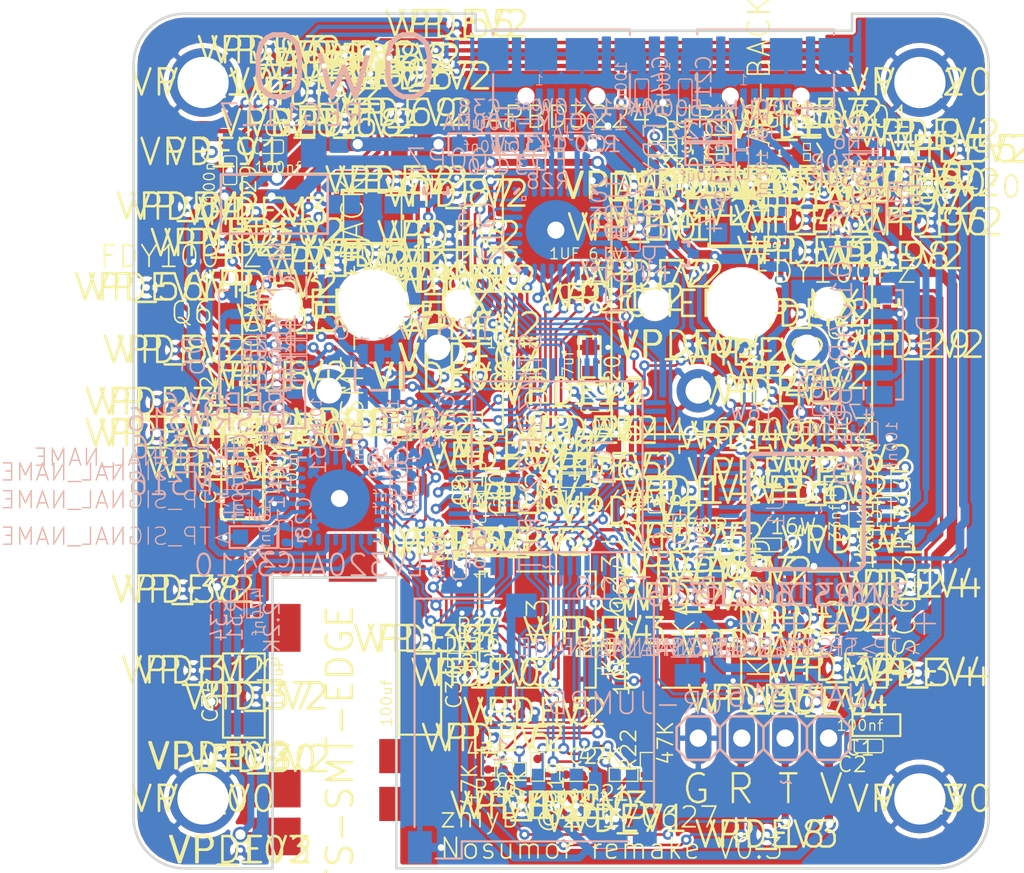
<source format=kicad_pcb>
(kicad_pcb (version 20170922) (host pcbnew "(2017-11-19 revision 33cf082)-master")
  (layers (0 Top signal) (31 Bottom signal) (34 B.Paste user) (35 F.Paste user) (36 B.SilkS user hide) (37 F.SilkS user hide) (38 B.Mask user) (39 F.Mask user) (44 Edge.Cuts user))
  (net 0 "")
  (net 1 N$2)
  (net 2 N$3)
  (net 3 GND)
  (net 4 +3V3)
  (net 5 N$27)
  (net 6 N$35)
  (net 7 +5V)
  (net 8 +1V8)
  (net 9 N$22)
  (net 10 /N$27)
  (net 11 /N$24)
  (net 12 /N$11)
  (net 13 /N$26)
  (net 14 /N$10)
  (net 15 /N$18)
  (net 16 /N$19)
  (net 17 /SRST_N)
  (net 18 /N$13)
  (net 19 /DBG_5V)
  (net 20 /N$29)
  (net 21 /N$51)
  (net 22 /N$33)
  (net 23 /N$36)
  (net 24 /N$46)
  (net 25 /N$1)
  (net 26 /N$50)
  (net 27 /N$48)
  (net 28 /N$31)
  (net 29 /SWCLK)
  (net 30 /N$41)
  (net 31 /N$42)
  (net 32 /N$34)
  (net 33 /N$40)
  (net 34 /N$39)
  (net 35 /N$23)
  (net 36 /N$12)
  (net 37 /N$38)
  (net 38 /N$21)
  (net 39 /N$20)
  (net 40 /N$28)
  (net 41 /SWDIO)
  (net 42 /AIC_SDA)
  (net 43 /AIC_SCL)
  (net 44 /BOOT0)
  (net 45 /UART_RX)
  (net 46 /UART_TX)
  (net 47 /ULPI_D7)
  (net 48 /AIC_WCLK)
  (net 49 /AIC_BCLK)
  (net 50 /MMC_CMD)
  (net 51 /MMC_CLK)
  (net 52 /MMC_D3)
  (net 53 /MMC_D2)
  (net 54 /MMC_CD)
  (net 55 /NC1)
  (net 56 /LED_3)
  (net 57 /LED_4)
  (net 58 /MCLK)
  (net 59 /MMC_D1)
  (net 60 /MMC_D0)
  (net 61 /DBG_TXD)
  (net 62 /DBG_RXD)
  (net 63 /LED_2)
  (net 64 /LED_1)
  (net 65 /ULPI_D6)
  (net 66 /ULPI_D5)
  (net 67 /ULPI_D4)
  (net 68 /ULPI_D3)
  (net 69 /KEY_2)
  (net 70 /ULPI_D2)
  (net 71 /ULPI_D1)
  (net 72 /AIC_GPIO)
  (net 73 /AIC_DIN)
  (net 74 /KEY_1)
  (net 75 /ULPI_CLK)
  (net 76 /ULPI_D0)
  (net 77 /RGB2_B)
  (net 78 /RGB2_G)
  (net 79 /RGB2_R)
  (net 80 /ULPI_NXT)
  (net 81 /ULPI_DIR)
  (net 82 /AIC_DOUT)
  (net 83 /ULPI_STP)
  (net 84 /KEY_5)
  (net 85 /KEY_4)
  (net 86 /KEY_3)
  (net 87 "Net-(IC3-Pad4)")
  (net 88 /N$8)
  (net 89 "Net-(J1-Pad4)")
  (net 90 /N$16)
  (net 91 "Net-(J3-Pad5)")
  (net 92 /N$5)
  (net 93 /N$6)
  (net 94 /N$4)
  (net 95 /DBG_SWD_LED2)
  (net 96 /DBG_TX_LED)
  (net 97 /DBG_SWD_LED1)
  (net 98 /DBG_RX_LED)
  (net 99 /N$25)
  (net 100 /N$9)
  (net 101 /N$14)
  (net 102 /N$17)
  (net 103 /N$15)
  (net 104 /N$37)
  (net 105 /N$32)
  (net 106 /N$49)
  (net 107 /N$30)
  (net 108 /N$7)
  (net 109 /N$45)
  (net 110 /N$44)
  (net 111 "Net-(U1-Pad48)")
  (net 112 "Net-(U1-Pad41)")
  (net 113 "Net-(U1-Pad38)")
  (net 114 "Net-(U1-Pad37)")
  (net 115 "Net-(U1-Pad36)")
  (net 116 "Net-(U1-Pad35)")
  (net 117 "Net-(U1-Pad33)")
  (net 118 "Net-(U1-Pad32)")
  (net 119 "Net-(U1-Pad30)")
  (net 120 "Net-(U1-Pad29)")
  (net 121 "Net-(U1-Pad26)")
  (net 122 "Net-(U1-Pad21)")
  (net 123 "Net-(U1-Pad20)")
  (net 124 "Net-(U1-Pad19)")
  (net 125 /NRST_N)
  (net 126 "Net-(U1-Pad15)")
  (net 127 "Net-(U1-Pad13)")
  (net 128 "Net-(U1-Pad10)")
  (net 129 "Net-(U1-Pad1)")
  (net 130 "Net-(U2-Pad16)")
  (net 131 "Net-(U2-Pad12)")
  (net 132 "Net-(U2-Pad6)")
  (net 133 "Net-(U3-Pad15)")
  (net 134 "Net-(U3-Pad13)")
  (module Nosumor:1210 (layer Top) (at 162.8711 88.0936 270)
    (fp_text reference D3 (at -2.0447 -0.635) (layer F.SilkS) (effects (font (size 1.27 1.27) (thickness 0.1016))))
    (fp_text value APBD3224SURKCGKC-F01 (at 2.0447 -1.27) (layer F.SilkS) (effects (font (size 1.27 1.27) (thickness 0.1016))))
    (pad 4 smd rect (at 0.6985 -1.59766 270) (size 0.79756 1.19888) (layers Top F.Paste F.Mask) (net 36 /N$12))
    (pad 3 smd rect (at 0.6985 1.59766 270) (size 0.79756 1.19888) (layers Top F.Paste F.Mask) (net 19 /DBG_5V))
    (pad 2 smd rect (at -0.6985 -1.59766 270) (size 0.79756 1.19888) (layers Top F.Paste F.Mask) (net 35 /N$23))
    (pad 1 smd rect (at -0.6985 1.59766 270) (size 0.79756 1.19888) (layers Top F.Paste F.Mask) (net 19 /DBG_5V))
  )
  (module Nosumor:1210 (layer Top) (at 157.7911 88.0936 90)
    (fp_text reference D5 (at -2.0447 -0.635 180) (layer F.SilkS) (effects (font (size 1.27 1.27) (thickness 0.1016))))
    (fp_text value APBD3224SURKCGKC-F01 (at 2.0447 -1.27 180) (layer F.SilkS) (effects (font (size 1.27 1.27) (thickness 0.1016))))
    (pad 1 smd rect (at -0.6985 1.59766 90) (size 0.79756 1.19888) (layers Top F.Paste F.Mask) (net 19 /DBG_5V))
    (pad 2 smd rect (at -0.6985 -1.59766 90) (size 0.79756 1.19888) (layers Top F.Paste F.Mask) (net 38 /N$21))
    (pad 3 smd rect (at 0.6985 1.59766 90) (size 0.79756 1.19888) (layers Top F.Paste F.Mask) (net 19 /DBG_5V))
    (pad 4 smd rect (at 0.6985 -1.59766 90) (size 0.79756 1.19888) (layers Top F.Paste F.Mask) (net 39 /N$20))
  )
  (module Nosumor:1X04 (layer Bottom) (at 160.3311 122.3836 180)
    (fp_text reference UART316 (at -1.9812 2.4638 180) (layer B.SilkS) (effects (font (size 1.27 1.27) (thickness 0.127)) (justify mirror)))
    (fp_text value ~ (at -1.27 -2.54 180) (layer B.SilkS) (effects (font (size 1.27 1.27) (thickness 0.1016)) (justify mirror)))
    (pad 1 thru_hole oval (at -3.81 0) (size 1.524 3.048) (drill 1.016) (layers *.Cu *.Paste *.Mask) (net 4 +3V3))
    (pad 2 thru_hole oval (at -1.27 0) (size 1.524 3.048) (drill 1.016) (layers *.Cu *.Paste *.Mask) (net 46 /UART_TX))
    (pad 3 thru_hole oval (at 1.27 0) (size 1.524 3.048) (drill 1.016) (layers *.Cu *.Paste *.Mask) (net 45 /UART_RX))
    (pad 4 thru_hole oval (at 3.81 0) (size 1.524 3.048) (drill 1.016) (layers *.Cu *.Paste *.Mask) (net 3 GND))
  )
  (module Nosumor:2709 (layer Bottom) (at 166.7827 99.3748 90)
    (fp_text reference D4 (at 0.635 3.175 90) (layer B.SilkS) (effects (font (size 1.27 1.27) (thickness 0.1016)) (justify mirror)))
    (fp_text value MSL0104RGBU1 (at 1.27 -1.905 90) (layer B.SilkS) (effects (font (size 1.27 1.27) (thickness 0.1016)) (justify mirror)))
    (pad 7 smd rect (at 2.94894 0.29972 90) (size 1.05918 1.57988) (layers Bottom B.Paste B.Mask) (net 37 /N$38))
    (pad 6 smd rect (at 1.79832 0 90) (size 0.59944 2.17932) (layers Bottom B.Paste B.Mask) (net 37 /N$38))
    (pad 5 smd rect (at 0.89916 0 90) (size 0.59944 2.17932) (layers Bottom B.Paste B.Mask) (net 33 /N$40))
    (pad 4 smd rect (at 0 0 90) (size 0.59944 2.17932) (layers Bottom B.Paste B.Mask) (net 30 /N$41))
    (pad 3 smd rect (at -0.89916 0 90) (size 0.59944 2.17932) (layers Bottom B.Paste B.Mask) (net 31 /N$42))
    (pad 2 smd rect (at -1.79832 0 90) (size 0.59944 2.17932) (layers Bottom B.Paste B.Mask) (net 37 /N$38))
    (pad 1 smd rect (at -2.94894 0.29972 90) (size 1.05918 1.57988) (layers Bottom B.Paste B.Mask) (net 37 /N$38))
  )
  (module Nosumor:2709 (layer Bottom) (at 130.2067 99.3712 270)
    (fp_text reference D6 (at 0.635 3.175 270) (layer B.SilkS) (effects (font (size 1.27 1.27) (thickness 0.1016)) (justify mirror)))
    (fp_text value MSL0104RGBU1 (at 1.27 -1.905 270) (layer B.SilkS) (effects (font (size 1.27 1.27) (thickness 0.1016)) (justify mirror)))
    (pad 1 smd rect (at -2.94894 0.29972 270) (size 1.05918 1.57988) (layers Bottom B.Paste B.Mask) (net 40 /N$28))
    (pad 2 smd rect (at -1.79832 0 270) (size 0.59944 2.17932) (layers Bottom B.Paste B.Mask) (net 40 /N$28))
    (pad 3 smd rect (at -0.89916 0 270) (size 0.59944 2.17932) (layers Bottom B.Paste B.Mask) (net 31 /N$42))
    (pad 4 smd rect (at 0 0 270) (size 0.59944 2.17932) (layers Bottom B.Paste B.Mask) (net 30 /N$41))
    (pad 5 smd rect (at 0.89916 0 270) (size 0.59944 2.17932) (layers Bottom B.Paste B.Mask) (net 33 /N$40))
    (pad 6 smd rect (at 1.79832 0 270) (size 0.59944 2.17932) (layers Bottom B.Paste B.Mask) (net 40 /N$28))
    (pad 7 smd rect (at 2.94894 0.29972 270) (size 1.05918 1.57988) (layers Bottom B.Paste B.Mask) (net 40 /N$28))
  )
  (module Nosumor:629105136821 (layer Bottom) (at 160.4581 82.3786)
    (fp_text reference J1 (at 0.06858 4.63296) (layer B.SilkS) (effects (font (size 0.8128 0.8128) (thickness 0.0762)) (justify mirror)))
    (fp_text value ~ (at -0.02286 -3.3782) (layer B.SilkS) (effects (font (size 0.8128 0.8128) (thickness 0.0762)) (justify mirror)))
    (fp_text user 1 (at -1.29794 1.50876) (layer B.SilkS) (effects (font (size 0.6096 0.6096) (thickness 0.0508)) (justify mirror)))
    (pad "" np_thru_hole circle (at 2.07264 2.44856) (size 0.6985 0.6985) (drill 0.6985) (layers *.Cu *.Mask))
    (pad "" np_thru_hole circle (at -2.07264 2.44856) (size 0.6985 0.6985) (drill 0.6985) (layers *.Cu *.Mask))
    (pad SHELL3 smd rect (at 3.99796 0) (size 1.79832 1.89992) (layers Bottom B.Paste B.Mask) (net 9 N$22))
    (pad SHELL2 smd rect (at 1.19888 0) (size 1.89992 1.89992) (layers Bottom B.Paste B.Mask) (net 9 N$22))
    (pad SHELL1 smd rect (at -1.19888 0) (size 1.89992 1.89992) (layers Bottom B.Paste B.Mask) (net 9 N$22))
    (pad SHELL smd rect (at -3.99796 0) (size 1.79832 1.89992) (layers Bottom B.Paste B.Mask) (net 9 N$22))
    (pad 5 smd rect (at 1.29794 2.67462) (size 0.39878 1.34874) (layers Bottom B.Paste B.Mask) (net 3 GND))
    (pad 4 smd rect (at 0.6477 2.67462) (size 0.39878 1.34874) (layers Bottom B.Paste B.Mask) (net 89 "Net-(J1-Pad4)"))
    (pad 3 smd rect (at 0 2.67462) (size 0.39878 1.34874) (layers Bottom B.Paste B.Mask) (net 90 /N$16))
    (pad 2 smd rect (at -0.6477 2.67462) (size 0.39878 1.34874) (layers Bottom B.Paste B.Mask) (net 88 /N$8))
    (pad 1 smd rect (at -1.29794 2.67462) (size 0.39878 1.34874) (layers Bottom B.Paste B.Mask) (net 18 /N$13))
  )
  (module Nosumor:629105136821 (layer Bottom) (at 148.5201 82.3786)
    (fp_text reference J4 (at 0.06858 4.63296) (layer B.SilkS) (effects (font (size 0.8128 0.8128) (thickness 0.0762)) (justify mirror)))
    (fp_text value ~ (at -0.02286 -3.3782) (layer B.SilkS) (effects (font (size 0.8128 0.8128) (thickness 0.0762)) (justify mirror)))
    (fp_text user 1 (at -1.29794 1.50876) (layer B.SilkS) (effects (font (size 0.6096 0.6096) (thickness 0.0508)) (justify mirror)))
    (pad 1 smd rect (at -1.29794 2.67462) (size 0.39878 1.34874) (layers Bottom B.Paste B.Mask) (net 28 /N$31))
    (pad 2 smd rect (at -0.6477 2.67462) (size 0.39878 1.34874) (layers Bottom B.Paste B.Mask) (net 92 /N$5))
    (pad 3 smd rect (at 0 2.67462) (size 0.39878 1.34874) (layers Bottom B.Paste B.Mask) (net 94 /N$4))
    (pad 4 smd rect (at 0.6477 2.67462) (size 0.39878 1.34874) (layers Bottom B.Paste B.Mask) (net 93 /N$6))
    (pad 5 smd rect (at 1.29794 2.67462) (size 0.39878 1.34874) (layers Bottom B.Paste B.Mask) (net 3 GND))
    (pad SHELL smd rect (at -3.99796 0) (size 1.79832 1.89992) (layers Bottom B.Paste B.Mask) (net 6 N$35))
    (pad SHELL1 smd rect (at -1.19888 0) (size 1.89992 1.89992) (layers Bottom B.Paste B.Mask) (net 6 N$35))
    (pad SHELL2 smd rect (at 1.19888 0) (size 1.89992 1.89992) (layers Bottom B.Paste B.Mask) (net 6 N$35))
    (pad SHELL3 smd rect (at 3.99796 0) (size 1.79832 1.89992) (layers Bottom B.Paste B.Mask) (net 6 N$35))
    (pad "" np_thru_hole circle (at -2.07264 2.44856) (size 0.6985 0.6985) (drill 0.6985) (layers *.Cu *.Mask))
    (pad "" np_thru_hole circle (at 2.07264 2.44856) (size 0.6985 0.6985) (drill 0.6985) (layers *.Cu *.Mask))
  )
  (module Nosumor:693071010811 (layer Bottom) (at 144.9895 124.9236)
    (fp_text reference J2 (at 1.83388 6.67258) (layer B.SilkS) (effects (font (size 1.27 1.27) (thickness 0.1016)) (justify mirror)))
    (fp_text value ~ (at 2.7178 -12.61364) (layer B.SilkS) (effects (font (size 1.27 1.27) (thickness 0.1016)) (justify mirror)))
    (fp_text user 1 (at -0.0635 -1.86436) (layer B.SilkS) (effects (font (size 1.27 1.27) (thickness 0.1016)) (justify mirror)))
    (pad 1 smd rect (at 0 0) (size 0.79756 1.4986) (layers Bottom B.Paste B.Mask) (net 53 /MMC_D2))
    (pad 2 smd rect (at 1.09982 -0.39878) (size 0.79756 1.4986) (layers Bottom B.Paste B.Mask) (net 52 /MMC_D3))
    (pad 3 smd rect (at 2.19964 0) (size 0.79756 1.4986) (layers Bottom B.Paste B.Mask) (net 50 /MMC_CMD))
    (pad 4 smd rect (at 3.29946 0.19812) (size 0.79756 1.4986) (layers Bottom B.Paste B.Mask) (net 4 +3V3))
    (pad 5 smd rect (at 4.39928 0) (size 0.79756 1.4986) (layers Bottom B.Paste B.Mask) (net 51 /MMC_CLK))
    (pad 6 smd rect (at 5.4991 0.19812) (size 0.79756 1.4986) (layers Bottom B.Paste B.Mask) (net 3 GND))
    (pad 7 smd rect (at 6.59892 0) (size 0.79756 1.4986) (layers Bottom B.Paste B.Mask) (net 60 /MMC_D0))
    (pad 8 smd rect (at 7.69874 0) (size 0.79756 1.4986) (layers Bottom B.Paste B.Mask) (net 59 /MMC_D1))
    (pad 9 smd rect (at -4.7498 3.8481) (size 1.39954 1.89992) (layers Bottom B.Paste B.Mask) (net 3 GND))
    (pad 9-1 smd rect (at 8.39978 2.84988) (size 1.39954 1.89992) (layers Bottom B.Paste B.Mask) (net 3 GND))
    (pad 10 smd rect (at 1.18872 -10.2997) (size 1.79832 1.39954) (layers Bottom B.Paste B.Mask) (net 54 /MMC_CD))
    (pad 10-1 smd rect (at 6.88848 -10.2997) (size 1.79832 1.39954) (layers Bottom B.Paste B.Mask) (net 54 /MMC_CD))
  )
  (module Nosumor:ABMM (layer Top) (at 159.0103 107.9056 180)
    (fp_text reference Q2 (at 0.17272 -3.63474 180) (layer F.SilkS) (effects (font (size 1.27 1.27) (thickness 0.1016))))
    (fp_text value ABMM-6.000MHZ (at 0.40894 3.56362 180) (layer F.SilkS) (effects (font (size 1.27 1.27) (thickness 0.1016))))
    (pad 1 smd rect (at -3.1496 1.27 180) (size 2.39776 1.39954) (layers Top F.Paste F.Mask) (net 15 /N$18))
    (pad 2 smd rect (at -3.1496 -1.26746 180) (size 2.39776 1.39954) (layers Top F.Paste F.Mask))
    (pad 3 smd rect (at 3.1496 -1.26746 180) (size 2.39776 1.39954) (layers Top F.Paste F.Mask) (net 16 /N$19))
    (pad 4 smd rect (at 3.1496 1.27 180) (size 2.39776 1.39954) (layers Top F.Paste F.Mask))
  )
  (module Nosumor:B0R-JMP (layer Bottom) (at 155.8861 116.9988 180)
    (fp_text reference BOOT316 (at 2.413 3.35026 180) (layer B.SilkS) (effects (font (size 1.27 1.27) (thickness 0.1016)) (justify mirror)))
    (fp_text value 0R-JUMPB (at 3.048 -3.35026 180) (layer B.SilkS) (effects (font (size 1.27 1.27) (thickness 0.1016)) (justify mirror)))
    (pad 1 smd rect (at 0 1.69926 270) (size 1.29794 1.4986) (layers Bottom B.Paste B.Mask) (net 4 +3V3))
    (pad 2 smd rect (at 0 0 270) (size 1.29794 1.4986) (layers Bottom B.Paste B.Mask) (net 10 /N$27))
    (pad 3 smd rect (at 0 -1.69926 270) (size 1.29794 1.4986) (layers Bottom B.Paste B.Mask) (net 3 GND))
  )
  (module Nosumor:B1_27 (layer Bottom) (at 169.7291 115.678 180)
    (fp_text reference 3V3 (at 2.54 1.651 180) (layer B.SilkS) (effects (font (size 1.27 1.27) (thickness 0.127)) (justify mirror)))
    (fp_text value TPB1,27 (at -0.5588 -0.7493 180) (layer B.SilkS) (effects (font (size 0.0254 0.0254) (thickness 0.000001)) (justify mirror)))
    (fp_text user >TP_SIGNAL_NAME (at 6.86308 -1.40462 180) (layer B.SilkS) (effects (font (size 0.99822 0.99822) (thickness 0.0762)) (justify mirror)))
    (pad TP smd circle (at 0 0 180) (size 1.27 1.27) (layers Bottom B.Paste B.Mask) (net 4 +3V3))
  )
  (module Nosumor:B1_27 (layer Bottom) (at 129.3685 105.4164 180)
    (fp_text reference SRM316 (at 2.54 1.651 180) (layer B.SilkS) (effects (font (size 1.27 1.27) (thickness 0.127)) (justify mirror)))
    (fp_text value TPB1,27 (at -0.5588 -0.7493 180) (layer B.SilkS) (effects (font (size 0.0254 0.0254) (thickness 0.000001)) (justify mirror)))
    (fp_text user >TP_SIGNAL_NAME (at 6.86308 -1.40462 180) (layer B.SilkS) (effects (font (size 0.99822 0.99822) (thickness 0.0762)) (justify mirror)))
    (pad TP smd circle (at 0 0 180) (size 1.27 1.27) (layers Bottom B.Paste B.Mask) (net 109 /N$45))
  )
  (module Nosumor:B1_27 (layer Bottom) (at 129.3685 107.042 180)
    (fp_text reference SLP316 (at 2.54 1.651 180) (layer B.SilkS) (effects (font (size 1.27 1.27) (thickness 0.127)) (justify mirror)))
    (fp_text value TPB1,27 (at -0.5588 -0.7493 180) (layer B.SilkS) (effects (font (size 0.0254 0.0254) (thickness 0.000001)) (justify mirror)))
    (fp_text user >TP_SIGNAL_NAME (at 6.86308 -1.40462 180) (layer B.SilkS) (effects (font (size 0.99822 0.99822) (thickness 0.0762)) (justify mirror)))
    (pad TP smd circle (at 0 0 180) (size 1.27 1.27) (layers Bottom B.Paste B.Mask) (net 108 /N$7))
  )
  (module Nosumor:B1_27 (layer Bottom) (at 162.1091 115.678 180)
    (fp_text reference DIO316 (at 2.54 1.651 180) (layer B.SilkS) (effects (font (size 1.27 1.27) (thickness 0.127)) (justify mirror)))
    (fp_text value TPB1,27 (at -0.5588 -0.7493 180) (layer B.SilkS) (effects (font (size 0.0254 0.0254) (thickness 0.000001)) (justify mirror)))
    (fp_text user >TP_SIGNAL_NAME (at 6.86308 -1.40462 180) (layer B.SilkS) (effects (font (size 0.99822 0.99822) (thickness 0.0762)) (justify mirror)))
    (pad TP smd circle (at 0 0 180) (size 1.27 1.27) (layers Bottom B.Paste B.Mask) (net 41 /SWDIO))
  )
  (module Nosumor:B1_27 (layer Bottom) (at 167.1891 115.678 180)
    (fp_text reference GND316 (at 2.54 1.651 180) (layer B.SilkS) (effects (font (size 1.27 1.27) (thickness 0.127)) (justify mirror)))
    (fp_text value TPB1,27 (at -0.5588 -0.7493 180) (layer B.SilkS) (effects (font (size 0.0254 0.0254) (thickness 0.000001)) (justify mirror)))
    (fp_text user >TP_SIGNAL_NAME (at 6.86308 -1.40462 180) (layer B.SilkS) (effects (font (size 0.99822 0.99822) (thickness 0.0762)) (justify mirror)))
    (pad TP smd circle (at 0 0 180) (size 1.27 1.27) (layers Bottom B.Paste B.Mask) (net 3 GND))
  )
  (module Nosumor:B1_27 (layer Bottom) (at 129.3685 109.1756 180)
    (fp_text reference SLM316 (at 2.54 1.651 180) (layer B.SilkS) (effects (font (size 1.27 1.27) (thickness 0.127)) (justify mirror)))
    (fp_text value TPB1,27 (at -0.5588 -0.7493 180) (layer B.SilkS) (effects (font (size 0.0254 0.0254) (thickness 0.000001)) (justify mirror)))
    (fp_text user >TP_SIGNAL_NAME (at 6.86308 -1.40462 180) (layer B.SilkS) (effects (font (size 0.99822 0.99822) (thickness 0.0762)) (justify mirror)))
    (pad TP smd circle (at 0 0 180) (size 1.27 1.27) (layers Bottom B.Paste B.Mask) (net 107 /N$30))
  )
  (module Nosumor:B1_27 (layer Bottom) (at 159.5691 115.678 180)
    (fp_text reference CLK316 (at 2.54 1.651 180) (layer B.SilkS) (effects (font (size 1.27 1.27) (thickness 0.127)) (justify mirror)))
    (fp_text value TPB1,27 (at -0.5588 -0.7493 180) (layer B.SilkS) (effects (font (size 0.0254 0.0254) (thickness 0.000001)) (justify mirror)))
    (fp_text user >TP_SIGNAL_NAME (at 6.86308 -1.40462 180) (layer B.SilkS) (effects (font (size 0.99822 0.99822) (thickness 0.0762)) (justify mirror)))
    (pad TP smd circle (at 0 0 180) (size 1.27 1.27) (layers Bottom B.Paste B.Mask) (net 29 /SWCLK))
  )
  (module Nosumor:B1_27 (layer Bottom) (at 131.2735 104.5528 180)
    (fp_text reference SRP316 (at 2.54 1.651 180) (layer B.SilkS) (effects (font (size 1.27 1.27) (thickness 0.127)) (justify mirror)))
    (fp_text value TPB1,27 (at -0.5588 -0.7493 180) (layer B.SilkS) (effects (font (size 0.0254 0.0254) (thickness 0.000001)) (justify mirror)))
    (fp_text user >TP_SIGNAL_NAME (at 6.86308 -1.40462 180) (layer B.SilkS) (effects (font (size 0.99822 0.99822) (thickness 0.0762)) (justify mirror)))
    (pad TP smd circle (at 0 0 180) (size 1.27 1.27) (layers Bottom B.Paste B.Mask) (net 110 /N$44))
  )
  (module Nosumor:B1_27 (layer Bottom) (at 164.6491 115.678 180)
    (fp_text reference RST316 (at 2.54 1.651 180) (layer B.SilkS) (effects (font (size 1.27 1.27) (thickness 0.127)) (justify mirror)))
    (fp_text value TPB1,27 (at -0.5588 -0.7493 180) (layer B.SilkS) (effects (font (size 0.0254 0.0254) (thickness 0.000001)) (justify mirror)))
    (fp_text user >TP_SIGNAL_NAME (at 6.86308 -1.40462 180) (layer B.SilkS) (effects (font (size 0.99822 0.99822) (thickness 0.0762)) (justify mirror)))
    (pad TP smd circle (at 0 0 180) (size 1.27 1.27) (layers Bottom B.Paste B.Mask) (net 17 /SRST_N))
  )
  (module Nosumor:C0402 (layer Top) (at 142.5511 112.2236 180)
    (fp_text reference C6 (at 1.0795 0.9525 90) (layer F.SilkS) (effects (font (size 0.889 0.889) (thickness 0.1016))))
    (fp_text value 100nf (at -1.2065 0.508 90) (layer F.SilkS) (effects (font (size 0.635 0.635) (thickness 0.0762))))
    (pad 2 smd circle (at 0 0.46228 90) (size 0.49784 0.49784) (layers Top F.Paste F.Mask) (net 4 +3V3))
    (pad 1 smd circle (at 0 -0.46228 90) (size 0.49784 0.49784) (layers Top F.Paste F.Mask) (net 3 GND))
  )
  (module Nosumor:C0402 (layer Bottom) (at 155.7591 84.6646)
    (fp_text reference C21 (at 1.0795 -0.9525 -270) (layer B.SilkS) (effects (font (size 0.889 0.889) (thickness 0.1016)) (justify mirror)))
    (fp_text value 100nf (at -1.2065 -0.508 -270) (layer B.SilkS) (effects (font (size 0.635 0.635) (thickness 0.0762)) (justify mirror)))
    (pad 1 smd circle (at 0 0.46228 90) (size 0.49784 0.49784) (layers Bottom B.Paste B.Mask) (net 3 GND))
    (pad 2 smd circle (at 0 -0.46228 90) (size 0.49784 0.49784) (layers Bottom B.Paste B.Mask) (net 9 N$22))
  )
  (module Nosumor:C0402 (layer Bottom) (at 166.6303 104.7052 180)
    (fp_text reference C22 (at 1.0795 -0.9525 -90) (layer B.SilkS) (effects (font (size 0.889 0.889) (thickness 0.1016)) (justify mirror)))
    (fp_text value 100nf (at -1.2065 -0.508 -90) (layer B.SilkS) (effects (font (size 0.635 0.635) (thickness 0.0762)) (justify mirror)))
    (pad 2 smd circle (at 0 -0.46228 270) (size 0.49784 0.49784) (layers Bottom B.Paste B.Mask) (net 19 /DBG_5V))
    (pad 1 smd circle (at 0 0.46228 270) (size 0.49784 0.49784) (layers Bottom B.Paste B.Mask) (net 3 GND))
  )
  (module Nosumor:C0402 (layer Top) (at 149.2567 124.5172 90)
    (fp_text reference C24 (at 1.0795 0.9525) (layer F.SilkS) (effects (font (size 0.889 0.889) (thickness 0.1016))))
    (fp_text value 100nf (at -1.2065 0.508) (layer F.SilkS) (effects (font (size 0.635 0.635) (thickness 0.0762))))
    (pad 1 smd circle (at 0 -0.46228) (size 0.49784 0.49784) (layers Top F.Paste F.Mask) (net 4 +3V3))
    (pad 2 smd circle (at 0 0.46228) (size 0.49784 0.49784) (layers Top F.Paste F.Mask) (net 3 GND))
  )
  (module Nosumor:C0402 (layer Bottom) (at 139.3507 106.9912 90)
    (fp_text reference C25 (at 1.0795 -0.9525 -180) (layer B.SilkS) (effects (font (size 0.889 0.889) (thickness 0.1016)) (justify mirror)))
    (fp_text value 100nf (at -1.2065 -0.508 -180) (layer B.SilkS) (effects (font (size 0.635 0.635) (thickness 0.0762)) (justify mirror)))
    (pad 2 smd circle (at 0 -0.46228 180) (size 0.49784 0.49784) (layers Bottom B.Paste B.Mask) (net 4 +3V3))
    (pad 1 smd circle (at 0 0.46228 180) (size 0.49784 0.49784) (layers Bottom B.Paste B.Mask) (net 3 GND))
  )
  (module Nosumor:C0402 (layer Top) (at 143.6941 108.9216 180)
    (fp_text reference C8 (at 1.0795 0.9525 90) (layer F.SilkS) (effects (font (size 0.889 0.889) (thickness 0.1016))))
    (fp_text value 12pf (at -1.2065 0.508 90) (layer F.SilkS) (effects (font (size 0.635 0.635) (thickness 0.0762))))
    (pad 1 smd circle (at 0 -0.46228 90) (size 0.49784 0.49784) (layers Top F.Paste F.Mask) (net 3 GND))
    (pad 2 smd circle (at 0 0.46228 90) (size 0.49784 0.49784) (layers Top F.Paste F.Mask) (net 11 /N$24))
  )
  (module Nosumor:C0402 (layer Bottom) (at 155.4289 110.1408 180)
    (fp_text reference C5 (at 1.0795 -0.9525 -90) (layer B.SilkS) (effects (font (size 0.889 0.889) (thickness 0.1016)) (justify mirror)))
    (fp_text value 100nf (at -1.2065 -0.508 -90) (layer B.SilkS) (effects (font (size 0.635 0.635) (thickness 0.0762)) (justify mirror)))
    (pad 2 smd circle (at 0 -0.46228 270) (size 0.49784 0.49784) (layers Bottom B.Paste B.Mask) (net 4 +3V3))
    (pad 1 smd circle (at 0 0.46228 270) (size 0.49784 0.49784) (layers Bottom B.Paste B.Mask) (net 3 GND))
  )
  (module Nosumor:C0402 (layer Bottom) (at 132.3911 110.4657)
    (fp_text reference C28 (at 1.0795 -0.9525 -270) (layer B.SilkS) (effects (font (size 0.889 0.889) (thickness 0.1016)) (justify mirror)))
    (fp_text value 100nf (at -1.2065 -0.508 -270) (layer B.SilkS) (effects (font (size 0.635 0.635) (thickness 0.0762)) (justify mirror)))
    (pad 1 smd circle (at 0 0.46228 90) (size 0.49784 0.49784) (layers Bottom B.Paste B.Mask) (net 3 GND))
    (pad 2 smd circle (at 0 -0.46228 90) (size 0.49784 0.49784) (layers Bottom B.Paste B.Mask) (net 21 /N$51))
  )
  (module Nosumor:C0402 (layer Top) (at 129.1399 89.1604)
    (fp_text reference C29 (at 1.0795 0.9525 270) (layer F.SilkS) (effects (font (size 0.889 0.889) (thickness 0.1016))))
    (fp_text value 100nf (at -1.2065 0.508 270) (layer F.SilkS) (effects (font (size 0.635 0.635) (thickness 0.0762))))
    (pad 2 smd circle (at 0 0.46228 270) (size 0.49784 0.49784) (layers Top F.Paste F.Mask) (net 7 +5V))
    (pad 1 smd circle (at 0 -0.46228 270) (size 0.49784 0.49784) (layers Top F.Paste F.Mask) (net 3 GND))
  )
  (module Nosumor:C0402 (layer Bottom) (at 152.2793 93.5038 90)
    (fp_text reference C30 (at 1.0795 -0.9525 -180) (layer B.SilkS) (effects (font (size 0.889 0.889) (thickness 0.1016)) (justify mirror)))
    (fp_text value "1UF 6.3V" (at -1.2065 -0.508 -180) (layer B.SilkS) (effects (font (size 0.635 0.635) (thickness 0.0762)) (justify mirror)))
    (pad 1 smd circle (at 0 0.46228 180) (size 0.49784 0.49784) (layers Bottom B.Paste B.Mask) (net 3 GND))
    (pad 2 smd circle (at 0 -0.46228 180) (size 0.49784 0.49784) (layers Bottom B.Paste B.Mask) (net 22 /N$33))
  )
  (module Nosumor:C0402 (layer Bottom) (at 135.3883 104.7063 180)
    (fp_text reference C31 (at 1.0795 -0.9525 -90) (layer B.SilkS) (effects (font (size 0.889 0.889) (thickness 0.1016)) (justify mirror)))
    (fp_text value 100nf (at -1.2065 -0.508 -90) (layer B.SilkS) (effects (font (size 0.635 0.635) (thickness 0.0762)) (justify mirror)))
    (pad 2 smd circle (at 0 -0.46228 270) (size 0.49784 0.49784) (layers Bottom B.Paste B.Mask) (net 21 /N$51))
    (pad 1 smd circle (at 0 0.46228 270) (size 0.49784 0.49784) (layers Bottom B.Paste B.Mask) (net 3 GND))
  )
  (module Nosumor:C0402 (layer Top) (at 131.4259 87.7888 90)
    (fp_text reference C32 (at 1.0795 0.9525) (layer F.SilkS) (effects (font (size 0.889 0.889) (thickness 0.1016))))
    (fp_text value 100nf (at -1.2065 0.508) (layer F.SilkS) (effects (font (size 0.635 0.635) (thickness 0.0762))))
    (pad 1 smd circle (at 0 -0.46228) (size 0.49784 0.49784) (layers Top F.Paste F.Mask) (net 3 GND))
    (pad 2 smd circle (at 0 0.46228) (size 0.49784 0.49784) (layers Top F.Paste F.Mask) (net 4 +3V3))
  )
  (module Nosumor:C0402 (layer Top) (at 150.4759 95.2564 270)
    (fp_text reference C33 (at 1.0795 0.9525 180) (layer F.SilkS) (effects (font (size 0.889 0.889) (thickness 0.1016))))
    (fp_text value "1UF 6.3V" (at -1.2065 0.508 180) (layer F.SilkS) (effects (font (size 0.635 0.635) (thickness 0.0762))))
    (pad 2 smd circle (at 0 0.46228 180) (size 0.49784 0.49784) (layers Top F.Paste F.Mask) (net 23 /N$36))
    (pad 1 smd circle (at 0 -0.46228 180) (size 0.49784 0.49784) (layers Top F.Paste F.Mask) (net 3 GND))
  )
  (module Nosumor:C0402 (layer Bottom) (at 129.5717 114.5096 180)
    (fp_text reference C34 (at 1.0795 -0.9525 -90) (layer B.SilkS) (effects (font (size 0.889 0.889) (thickness 0.1016)) (justify mirror)))
    (fp_text value 470nf (at -1.2065 -0.508 -90) (layer B.SilkS) (effects (font (size 0.635 0.635) (thickness 0.0762)) (justify mirror)))
    (pad 1 smd circle (at 0 0.46228 270) (size 0.49784 0.49784) (layers Bottom B.Paste B.Mask) (net 24 /N$46))
    (pad 2 smd circle (at 0 -0.46228 270) (size 0.49784 0.49784) (layers Bottom B.Paste B.Mask) (net 2 N$3))
  )
  (module Nosumor:C0402 (layer Bottom) (at 139.3348 107.7786 90)
    (fp_text reference C26 (at 1.0795 -0.9525 -180) (layer B.SilkS) (effects (font (size 0.889 0.889) (thickness 0.1016)) (justify mirror)))
    (fp_text value 100nf (at -1.2065 -0.508 -180) (layer B.SilkS) (effects (font (size 0.635 0.635) (thickness 0.0762)) (justify mirror)))
    (pad 2 smd circle (at 0 -0.46228 180) (size 0.49784 0.49784) (layers Bottom B.Paste B.Mask) (net 8 +1V8))
    (pad 1 smd circle (at 0 0.46228 180) (size 0.49784 0.49784) (layers Bottom B.Paste B.Mask) (net 3 GND))
  )
  (module Nosumor:C0402 (layer Bottom) (at 159.0611 87.0776)
    (fp_text reference C18 (at 1.0795 -0.9525 -270) (layer B.SilkS) (effects (font (size 0.889 0.889) (thickness 0.1016)) (justify mirror)))
    (fp_text value 100nf (at -1.2065 -0.508 -270) (layer B.SilkS) (effects (font (size 0.635 0.635) (thickness 0.0762)) (justify mirror)))
    (pad 1 smd circle (at 0 0.46228 90) (size 0.49784 0.49784) (layers Bottom B.Paste B.Mask) (net 3 GND))
    (pad 2 smd circle (at 0 -0.46228 90) (size 0.49784 0.49784) (layers Bottom B.Paste B.Mask) (net 18 /N$13))
  )
  (module Nosumor:C0402 (layer Bottom) (at 159.0611 88.8556 180)
    (fp_text reference C19 (at 1.0795 -0.9525 -90) (layer B.SilkS) (effects (font (size 0.889 0.889) (thickness 0.1016)) (justify mirror)))
    (fp_text value 100nf (at -1.2065 -0.508 -90) (layer B.SilkS) (effects (font (size 0.635 0.635) (thickness 0.0762)) (justify mirror)))
    (pad 2 smd circle (at 0 -0.46228 270) (size 0.49784 0.49784) (layers Bottom B.Paste B.Mask) (net 19 /DBG_5V))
    (pad 1 smd circle (at 0 0.46228 270) (size 0.49784 0.49784) (layers Bottom B.Paste B.Mask) (net 3 GND))
  )
  (module Nosumor:C0402 (layer Top) (at 150.5013 102.8764 90)
    (fp_text reference C4 (at 1.0795 0.9525) (layer F.SilkS) (effects (font (size 0.889 0.889) (thickness 0.1016))))
    (fp_text value 100nf (at -1.2065 0.508) (layer F.SilkS) (effects (font (size 0.635 0.635) (thickness 0.0762))))
    (pad 1 smd circle (at 0 -0.46228) (size 0.49784 0.49784) (layers Top F.Paste F.Mask) (net 3 GND))
    (pad 2 smd circle (at 0 0.46228) (size 0.49784 0.49784) (layers Top F.Paste F.Mask) (net 4 +3V3))
  )
  (module Nosumor:C0402 (layer Bottom) (at 164.0395 103.105 90)
    (fp_text reference C9 (at 1.0795 -0.9525 -180) (layer B.SilkS) (effects (font (size 0.889 0.889) (thickness 0.1016)) (justify mirror)))
    (fp_text value 100nf (at -1.2065 -0.508 -180) (layer B.SilkS) (effects (font (size 0.635 0.635) (thickness 0.0762)) (justify mirror)))
    (pad 2 smd circle (at 0 -0.46228 180) (size 0.49784 0.49784) (layers Bottom B.Paste B.Mask) (net 3 GND))
    (pad 1 smd circle (at 0 0.46228 180) (size 0.49784 0.49784) (layers Bottom B.Paste B.Mask) (net 12 /N$11))
  )
  (module Nosumor:C0402 (layer Bottom) (at 144.6847 86.5696 90)
    (fp_text reference C38 (at 1.0795 -0.9525 -180) (layer B.SilkS) (effects (font (size 0.889 0.889) (thickness 0.1016)) (justify mirror)))
    (fp_text value 100nf (at -1.2065 -0.508 -180) (layer B.SilkS) (effects (font (size 0.635 0.635) (thickness 0.0762)) (justify mirror)))
    (pad 1 smd circle (at 0 0.46228 180) (size 0.49784 0.49784) (layers Bottom B.Paste B.Mask) (net 3 GND))
    (pad 2 smd circle (at 0 -0.46228 180) (size 0.49784 0.49784) (layers Bottom B.Paste B.Mask) (net 7 +5V))
  )
  (module Nosumor:C0402 (layer Top) (at 131.5783 107.1436 180)
    (fp_text reference C39 (at 1.0795 0.9525 90) (layer F.SilkS) (effects (font (size 0.889 0.889) (thickness 0.1016))))
    (fp_text value 100nf (at -1.2065 0.508 90) (layer F.SilkS) (effects (font (size 0.635 0.635) (thickness 0.0762))))
    (pad 2 smd circle (at 0 0.46228 90) (size 0.49784 0.49784) (layers Top F.Paste F.Mask) (net 7 +5V))
    (pad 1 smd circle (at 0 -0.46228 90) (size 0.49784 0.49784) (layers Top F.Paste F.Mask) (net 3 GND))
  )
  (module Nosumor:C0402 (layer Top) (at 143.6941 107.1182)
    (fp_text reference C10 (at 1.0795 0.9525 270) (layer F.SilkS) (effects (font (size 0.889 0.889) (thickness 0.1016))))
    (fp_text value 12pf (at -1.2065 0.508 270) (layer F.SilkS) (effects (font (size 0.635 0.635) (thickness 0.0762))))
    (pad 1 smd circle (at 0 -0.46228 270) (size 0.49784 0.49784) (layers Top F.Paste F.Mask) (net 3 GND))
    (pad 2 smd circle (at 0 0.46228 270) (size 0.49784 0.49784) (layers Top F.Paste F.Mask) (net 13 /N$26))
  )
  (module Nosumor:C0402 (layer Bottom) (at 130.8163 108.6676)
    (fp_text reference C41 (at 1.0795 -0.9525 -270) (layer B.SilkS) (effects (font (size 0.889 0.889) (thickness 0.1016)) (justify mirror)))
    (fp_text value 100nf (at -1.2065 -0.508 -270) (layer B.SilkS) (effects (font (size 0.635 0.635) (thickness 0.0762)) (justify mirror)))
    (pad 2 smd circle (at 0 -0.46228 90) (size 0.49784 0.49784) (layers Bottom B.Paste B.Mask) (net 7 +5V))
    (pad 1 smd circle (at 0 0.46228 90) (size 0.49784 0.49784) (layers Bottom B.Paste B.Mask) (net 3 GND))
  )
  (module Nosumor:C0402 (layer Top) (at 146.0055 100.4634 270)
    (fp_text reference C3 (at 1.0795 0.9525 180) (layer F.SilkS) (effects (font (size 0.889 0.889) (thickness 0.1016))))
    (fp_text value 100nf (at -1.2065 0.508 180) (layer F.SilkS) (effects (font (size 0.635 0.635) (thickness 0.0762))))
    (pad 1 smd circle (at 0 -0.46228 180) (size 0.49784 0.49784) (layers Top F.Paste F.Mask) (net 3 GND))
    (pad 2 smd circle (at 0 0.46228 180) (size 0.49784 0.49784) (layers Top F.Paste F.Mask) (net 4 +3V3))
  )
  (module Nosumor:C0402 (layer Bottom) (at 146.6659 86.5696 270)
    (fp_text reference C43 (at 1.0795 -0.9525) (layer B.SilkS) (effects (font (size 0.889 0.889) (thickness 0.1016)) (justify mirror)))
    (fp_text value 100nf (at -1.2065 -0.508) (layer B.SilkS) (effects (font (size 0.635 0.635) (thickness 0.0762)) (justify mirror)))
    (pad 2 smd circle (at 0 -0.46228) (size 0.49784 0.49784) (layers Bottom B.Paste B.Mask) (net 28 /N$31))
    (pad 1 smd circle (at 0 0.46228) (size 0.49784 0.49784) (layers Bottom B.Paste B.Mask) (net 3 GND))
  )
  (module Nosumor:C0402 (layer Bottom) (at 140.7477 104.4258)
    (fp_text reference C11 (at 1.0795 -0.9525 -270) (layer B.SilkS) (effects (font (size 0.889 0.889) (thickness 0.1016)) (justify mirror)))
    (fp_text value 10nf (at -1.2065 -0.508 -270) (layer B.SilkS) (effects (font (size 0.635 0.635) (thickness 0.0762)) (justify mirror)))
    (pad 1 smd circle (at 0 0.46228 90) (size 0.49784 0.49784) (layers Bottom B.Paste B.Mask) (net 3 GND))
    (pad 2 smd circle (at 0 -0.46228 90) (size 0.49784 0.49784) (layers Bottom B.Paste B.Mask) (net 4 +3V3))
  )
  (module Nosumor:C0402 (layer Top) (at 166.4779 122.8408 270)
    (fp_text reference C2 (at 1.0795 0.9525 180) (layer F.SilkS) (effects (font (size 0.889 0.889) (thickness 0.1016))))
    (fp_text value 100nf (at -1.2065 0.508 180) (layer F.SilkS) (effects (font (size 0.635 0.635) (thickness 0.0762))))
    (pad 2 smd circle (at 0 0.46228 180) (size 0.49784 0.49784) (layers Top F.Paste F.Mask) (net 4 +3V3))
    (pad 1 smd circle (at 0 -0.46228 180) (size 0.49784 0.49784) (layers Top F.Paste F.Mask) (net 3 GND))
  )
  (module Nosumor:C0402 (layer Top) (at 153.9811 108.3628)
    (fp_text reference C16 (at 1.0795 0.9525 270) (layer F.SilkS) (effects (font (size 0.889 0.889) (thickness 0.1016))))
    (fp_text value 18pf (at -1.2065 0.508 270) (layer F.SilkS) (effects (font (size 0.635 0.635) (thickness 0.0762))))
    (pad 1 smd circle (at 0 -0.46228 270) (size 0.49784 0.49784) (layers Top F.Paste F.Mask) (net 3 GND))
    (pad 2 smd circle (at 0 0.46228 270) (size 0.49784 0.49784) (layers Top F.Paste F.Mask) (net 16 /N$19))
  )
  (module Nosumor:C0402 (layer Bottom) (at 142.5511 112.2236)
    (fp_text reference C15 (at 1.0795 -0.9525 -270) (layer B.SilkS) (effects (font (size 0.889 0.889) (thickness 0.1016)) (justify mirror)))
    (fp_text value 100nf (at -1.2065 -0.508 -270) (layer B.SilkS) (effects (font (size 0.635 0.635) (thickness 0.0762)) (justify mirror)))
    (pad 2 smd circle (at 0 -0.46228 90) (size 0.49784 0.49784) (layers Bottom B.Paste B.Mask) (net 4 +3V3))
    (pad 1 smd circle (at 0 0.46228 90) (size 0.49784 0.49784) (layers Bottom B.Paste B.Mask) (net 3 GND))
  )
  (module Nosumor:C0402 (layer Top) (at 164.3443 106.9912 270)
    (fp_text reference C14 (at 1.0795 0.9525 180) (layer F.SilkS) (effects (font (size 0.889 0.889) (thickness 0.1016))))
    (fp_text value 18pf (at -1.2065 0.508 180) (layer F.SilkS) (effects (font (size 0.635 0.635) (thickness 0.0762))))
    (pad 1 smd circle (at 0 -0.46228 180) (size 0.49784 0.49784) (layers Top F.Paste F.Mask) (net 3 GND))
    (pad 2 smd circle (at 0 0.46228 180) (size 0.49784 0.49784) (layers Top F.Paste F.Mask) (net 15 /N$18))
  )
  (module Nosumor:C0402 (layer Top) (at 165.7159 109.2772)
    (fp_text reference C13 (at 1.0795 0.9525 270) (layer F.SilkS) (effects (font (size 0.889 0.889) (thickness 0.1016))))
    (fp_text value 33nf (at -1.2065 0.508 270) (layer F.SilkS) (effects (font (size 0.635 0.635) (thickness 0.0762))))
    (pad 2 smd circle (at 0 0.46228 270) (size 0.49784 0.49784) (layers Top F.Paste F.Mask) (net 3 GND))
    (pad 1 smd circle (at 0 -0.46228 270) (size 0.49784 0.49784) (layers Top F.Paste F.Mask) (net 14 /N$10))
  )
  (module Nosumor:C0402 (layer Bottom) (at 139.8841 105.1878)
    (fp_text reference C12 (at 1.0795 -0.9525 -270) (layer B.SilkS) (effects (font (size 0.889 0.889) (thickness 0.1016)) (justify mirror)))
    (fp_text value "1UF 6.3V" (at -1.2065 -0.508 -270) (layer B.SilkS) (effects (font (size 0.635 0.635) (thickness 0.0762)) (justify mirror)))
    (pad 1 smd circle (at 0 0.46228 90) (size 0.49784 0.49784) (layers Bottom B.Paste B.Mask) (net 3 GND))
    (pad 2 smd circle (at 0 -0.46228 90) (size 0.49784 0.49784) (layers Bottom B.Paste B.Mask) (net 4 +3V3))
  )
  (module Nosumor:C0402 (layer Top) (at 149.3583 106.4324 270)
    (fp_text reference C17 (at 1.0795 0.9525 180) (layer F.SilkS) (effects (font (size 0.889 0.889) (thickness 0.1016))))
    (fp_text value 100nf (at -1.2065 0.508 180) (layer F.SilkS) (effects (font (size 0.635 0.635) (thickness 0.0762))))
    (pad 2 smd circle (at 0 0.46228 180) (size 0.49784 0.49784) (layers Top F.Paste F.Mask) (net 17 /SRST_N))
    (pad 1 smd circle (at 0 -0.46228 180) (size 0.49784 0.49784) (layers Top F.Paste F.Mask) (net 3 GND))
  )
  (module Nosumor:C0402 (layer Bottom) (at 153.2191 84.6646)
    (fp_text reference C44 (at 1.0795 -0.9525 -270) (layer B.SilkS) (effects (font (size 0.889 0.889) (thickness 0.1016)) (justify mirror)))
    (fp_text value 100nf (at -1.2065 -0.508 -270) (layer B.SilkS) (effects (font (size 0.635 0.635) (thickness 0.0762)) (justify mirror)))
    (pad 1 smd circle (at 0 0.46228 90) (size 0.49784 0.49784) (layers Bottom B.Paste B.Mask) (net 3 GND))
    (pad 2 smd circle (at 0 -0.46228 90) (size 0.49784 0.49784) (layers Bottom B.Paste B.Mask) (net 6 N$35))
  )
  (module Nosumor:C0603 (layer Bottom) (at 130.5115 110.6234 270)
    (fp_text reference C27 (at 1.3335 -0.9525) (layer B.SilkS) (effects (font (size 0.889 0.889) (thickness 0.1016)) (justify mirror)))
    (fp_text value 10uf (at -1.27 -0.635) (layer B.SilkS) (effects (font (size 0.635 0.635) (thickness 0.0762)) (justify mirror)))
    (pad 1 smd rect (at 0 0.75946) (size 0.889 0.889) (layers Bottom B.Paste B.Mask) (net 3 GND))
    (pad 2 smd rect (at 0 -0.762) (size 0.889 0.889) (layers Bottom B.Paste B.Mask) (net 21 /N$51))
  )
  (module Nosumor:C0603 (layer Top) (at 150.8061 105.3656 90)
    (fp_text reference C7 (at 1.3335 0.9525) (layer F.SilkS) (effects (font (size 0.889 0.889) (thickness 0.1016))))
    (fp_text value 4.7uf (at -1.27 0.635) (layer F.SilkS) (effects (font (size 0.635 0.635) (thickness 0.0762))))
    (pad 2 smd rect (at 0 0.762) (size 0.889 0.889) (layers Top F.Paste F.Mask) (net 4 +3V3))
    (pad 1 smd rect (at 0 -0.75946) (size 0.889 0.889) (layers Top F.Paste F.Mask) (net 3 GND))
  )
  (module Nosumor:C0603 (layer Top) (at 150.1711 100.2856)
    (fp_text reference C20 (at 1.3335 0.9525 270) (layer F.SilkS) (effects (font (size 0.889 0.889) (thickness 0.1016))))
    (fp_text value 4.7uf (at -1.27 0.635 270) (layer F.SilkS) (effects (font (size 0.635 0.635) (thickness 0.0762))))
    (pad 1 smd rect (at 0 -0.75946 270) (size 0.889 0.889) (layers Top F.Paste F.Mask) (net 3 GND))
    (pad 2 smd rect (at 0 0.762 270) (size 0.889 0.889) (layers Top F.Paste F.Mask) (net 20 /N$29))
  )
  (module Nosumor:C0603 (layer Bottom) (at 157.1561 88.2206 90)
    (fp_text reference C23 (at 1.3335 -0.9525 -180) (layer B.SilkS) (effects (font (size 0.889 0.889) (thickness 0.1016)) (justify mirror)))
    (fp_text value 10uf (at -1.27 -0.635 -180) (layer B.SilkS) (effects (font (size 0.635 0.635) (thickness 0.0762)) (justify mirror)))
    (pad 2 smd rect (at 0 -0.762 180) (size 0.889 0.889) (layers Bottom B.Paste B.Mask) (net 19 /DBG_5V))
    (pad 1 smd rect (at 0 0.75946 180) (size 0.889 0.889) (layers Bottom B.Paste B.Mask) (net 3 GND))
  )
  (module Nosumor:C0603 (layer Bottom) (at 132.8991 102.851 180)
    (fp_text reference C37 (at 1.3335 -0.9525 -90) (layer B.SilkS) (effects (font (size 0.889 0.889) (thickness 0.1016)) (justify mirror)))
    (fp_text value 10uf (at -1.27 -0.635 -90) (layer B.SilkS) (effects (font (size 0.635 0.635) (thickness 0.0762)) (justify mirror)))
    (pad 1 smd rect (at 0 0.75946 270) (size 0.889 0.889) (layers Bottom B.Paste B.Mask) (net 3 GND))
    (pad 2 smd rect (at 0 -0.762 270) (size 0.889 0.889) (layers Bottom B.Paste B.Mask) (net 21 /N$51))
  )
  (module Nosumor:C0603 (layer Bottom) (at 143.3131 87.6364 270)
    (fp_text reference C40 (at 1.3335 -0.9525) (layer B.SilkS) (effects (font (size 0.889 0.889) (thickness 0.1016)) (justify mirror)))
    (fp_text value 10uf (at -1.27 -0.635) (layer B.SilkS) (effects (font (size 0.635 0.635) (thickness 0.0762)) (justify mirror)))
    (pad 2 smd rect (at 0 -0.762) (size 0.889 0.889) (layers Bottom B.Paste B.Mask) (net 7 +5V))
    (pad 1 smd rect (at 0 0.75946) (size 0.889 0.889) (layers Bottom B.Paste B.Mask) (net 3 GND))
  )
  (module Nosumor:C0603 (layer Top) (at 166.9351 121.6216 270)
    (fp_text reference C1 (at 1.3335 0.9525 180) (layer F.SilkS) (effects (font (size 0.889 0.889) (thickness 0.1016))))
    (fp_text value 10uf (at -1.27 0.635 180) (layer F.SilkS) (effects (font (size 0.635 0.635) (thickness 0.0762))))
    (pad 1 smd rect (at 0 -0.75946 180) (size 0.889 0.889) (layers Top F.Paste F.Mask) (net 3 GND))
    (pad 2 smd rect (at 0 0.762 180) (size 0.889 0.889) (layers Top F.Paste F.Mask) (net 4 +3V3))
  )
  (module Nosumor:C1206 (layer Top) (at 129.8511 107.1182 90)
    (fp_text reference C42 (at -0.3175 -1.9685 90) (layer F.SilkS) (effects (font (size 0.889 0.889) (thickness 0.1016))))
    (fp_text value 100uf (at 0.635 1.9685 90) (layer F.SilkS) (effects (font (size 0.635 0.635) (thickness 0.0762))))
    (pad 1 smd rect (at -1.651 0 90) (size 1.27 2.032) (layers Top F.Paste F.Mask) (net 3 GND))
    (pad 2 smd rect (at 1.64846 0 90) (size 1.27 2.032) (layers Top F.Paste F.Mask) (net 7 +5V))
  )
  (module Nosumor:C1206 (layer Top) (at 140.2651 119.7166 270)
    (fp_text reference C36 (at -0.3175 -1.9685 270) (layer F.SilkS) (effects (font (size 0.889 0.889) (thickness 0.1016))))
    (fp_text value 100uf (at 0.635 1.9685 270) (layer F.SilkS) (effects (font (size 0.635 0.635) (thickness 0.0762))))
    (pad 2 smd rect (at 1.64846 0 270) (size 1.27 2.032) (layers Top F.Paste F.Mask) (net 1 N$2))
    (pad 1 smd rect (at -1.651 0 270) (size 1.27 2.032) (layers Top F.Paste F.Mask) (net 27 /N$48))
  )
  (module Nosumor:C1206 (layer Top) (at 129.9527 119.8944 90)
    (fp_text reference C35 (at -0.3175 -1.9685 90) (layer F.SilkS) (effects (font (size 0.889 0.889) (thickness 0.1016))))
    (fp_text value 100uf (at 0.635 1.9685 90) (layer F.SilkS) (effects (font (size 0.635 0.635) (thickness 0.0762))))
    (pad 1 smd rect (at -1.651 0 90) (size 1.27 2.032) (layers Top F.Paste F.Mask) (net 26 /N$50))
    (pad 2 smd rect (at 1.64846 0 90) (size 1.27 2.032) (layers Top F.Paste F.Mask) (net 25 /N$1))
  )
  (module Nosumor:CHERRY-MX (layer Top) (at 137.4711 96.9836 180)
    (fp_text reference K1 (at 0 0 180) (layer F.SilkS))
    (fp_text value CHERRY-MX (at 0 0 180) (layer F.SilkS))
    (pad "" np_thru_hole circle (at 5.08 0 180) (size 1.71196 1.71196) (drill 1.71196) (layers *.Cu *.Mask))
    (pad "" np_thru_hole circle (at -5.08 0 180) (size 1.71196 1.71196) (drill 1.71196) (layers *.Cu *.Mask))
    (pad "" np_thru_hole circle (at 0 0 180) (size 3.99796 3.99796) (drill 3.99796) (layers *.Cu *.Mask))
    (pad SW2 thru_hole circle (at 2.54 -5.08 180) (size 2.54 2.54) (drill 1.4986) (layers *.Cu *.Paste *.Mask) (net 3 GND))
    (pad SW1 thru_hole circle (at -3.81 -2.54 180) (size 2.54 2.54) (drill 1.4986) (layers *.Cu *.Paste *.Mask) (net 74 /KEY_1))
  )
  (module Nosumor:CHERRY-MX (layer Top) (at 159.0611 96.9836 180)
    (fp_text reference K2 (at 0 0 180) (layer F.SilkS))
    (fp_text value CHERRY-MX (at 0 0 180) (layer F.SilkS))
    (pad SW1 thru_hole circle (at -3.81 -2.54 180) (size 2.54 2.54) (drill 1.4986) (layers *.Cu *.Paste *.Mask) (net 69 /KEY_2))
    (pad SW2 thru_hole circle (at 2.54 -5.08 180) (size 2.54 2.54) (drill 1.4986) (layers *.Cu *.Paste *.Mask) (net 3 GND))
    (pad "" np_thru_hole circle (at 0 0 180) (size 3.99796 3.99796) (drill 3.99796) (layers *.Cu *.Mask))
    (pad "" np_thru_hole circle (at -5.08 0 180) (size 1.71196 1.71196) (drill 1.71196) (layers *.Cu *.Mask))
    (pad "" np_thru_hole circle (at 5.08 0 180) (size 1.71196 1.71196) (drill 1.71196) (layers *.Cu *.Mask))
  )
  (module Nosumor:CX2016DB (layer Top) (at 145.1419 108.058 90)
    (fp_text reference Q1G$1 (at 1.97358 -1.83388 90) (layer F.SilkS) (effects (font (size 1.27 1.27) (thickness 0.1016))))
    (fp_text value CX2016DB (at 2.60858 1.96342 90) (layer F.SilkS) (effects (font (size 1.27 1.27) (thickness 0.1016))))
    (pad 1 smd rect (at -0.6985 0.54864 90) (size 0.89916 0.79756) (layers Top F.Paste F.Mask) (net 11 /N$24))
    (pad 2 smd rect (at 0.6985 0.54864 90) (size 0.89916 0.79756) (layers Top F.Paste F.Mask))
    (pad 3 smd rect (at 0.6985 -0.54864 90) (size 0.89916 0.79756) (layers Top F.Paste F.Mask) (net 13 /N$26))
    (pad 4 smd rect (at -0.6985 -0.54864 90) (size 0.89916 0.79756) (layers Top F.Paste F.Mask))
  )
  (module Nosumor:HSMF-A3-BACK (layer Top) (at 158.9087 92.056 90)
    (fp_text reference D2 (at 4.77266 -1.23444 90) (layer F.SilkS) (effects (font (size 1.27 1.27) (thickness 0.1016))))
    (fp_text value HSMF-A3-BACK (at 5.40766 1.16332 90) (layer F.SilkS) (effects (font (size 1.27 1.27) (thickness 0.1016))))
    (pad 4 smd rect (at 0.7493 1.69926 90) (size 1.09982 1.99898) (layers Bottom B.Mask) (net 31 /N$42))
    (pad 3 smd rect (at 0.7493 -1.69926 90) (size 1.09982 1.99898) (layers Bottom B.Mask) (net 33 /N$40))
    (pad 2 smd rect (at -0.7493 -1.69926 90) (size 1.09982 1.99898) (layers Bottom B.Mask) (net 34 /N$39))
    (pad 1 smd rect (at -0.7493 1.69926 90) (size 1.09982 1.99898) (layers Bottom B.Mask) (net 30 /N$41))
  )
  (module Nosumor:HSMF-A3-BACK (layer Top) (at 137.4711 91.9036 270)
    (fp_text reference D1 (at 4.77266 -1.23444 270) (layer F.SilkS) (effects (font (size 1.27 1.27) (thickness 0.1016))))
    (fp_text value HSMF-A3-BACK (at 5.40766 1.16332 270) (layer F.SilkS) (effects (font (size 1.27 1.27) (thickness 0.1016))))
    (pad 1 smd rect (at -0.7493 1.69926 270) (size 1.09982 1.99898) (layers Bottom B.Mask) (net 30 /N$41))
    (pad 2 smd rect (at -0.7493 -1.69926 270) (size 1.09982 1.99898) (layers Bottom B.Mask) (net 32 /N$34))
    (pad 3 smd rect (at 0.7493 -1.69926 270) (size 1.09982 1.99898) (layers Bottom B.Mask) (net 33 /N$40))
    (pad 4 smd rect (at 0.7493 1.69926 270) (size 1.09982 1.99898) (layers Bottom B.Mask) (net 31 /N$42))
  )
  (module Nosumor:KSC-J (layer Top) (at 155.6321 116.0336 90)
    (fp_text reference K4 (at 0.635 0.03302 90) (layer F.SilkS) (effects (font (size 1.27 1.27) (thickness 0.1016))))
    (fp_text value KSC623J (at 1.27 4.445 90) (layer F.SilkS) (effects (font (size 1.27 1.27) (thickness 0.1016))))
    (pad 1 smd rect (at -2.89814 -1.99898 90) (size 2.79908 0.99822) (layers Top F.Paste F.Mask) (net 85 /KEY_4))
    (pad 2 smd rect (at -2.89814 1.99898 90) (size 2.79908 0.99822) (layers Top F.Paste F.Mask) (net 3 GND))
    (pad 3 smd rect (at 2.89814 -1.99898 90) (size 2.79908 0.99822) (layers Top F.Paste F.Mask) (net 85 /KEY_4))
    (pad 4 smd rect (at 2.89814 1.99898 90) (size 2.79908 0.99822) (layers Top F.Paste F.Mask) (net 3 GND))
  )
  (module Nosumor:KSC-J (layer Top) (at 164.1411 116.0336 90)
    (fp_text reference K5 (at 0.635 0.03302 90) (layer F.SilkS) (effects (font (size 1.27 1.27) (thickness 0.1016))))
    (fp_text value KSC623J (at 1.27 4.445 90) (layer F.SilkS) (effects (font (size 1.27 1.27) (thickness 0.1016))))
    (pad 4 smd rect (at 2.89814 1.99898 90) (size 2.79908 0.99822) (layers Top F.Paste F.Mask) (net 3 GND))
    (pad 3 smd rect (at 2.89814 -1.99898 90) (size 2.79908 0.99822) (layers Top F.Paste F.Mask) (net 84 /KEY_5))
    (pad 2 smd rect (at -2.89814 1.99898 90) (size 2.79908 0.99822) (layers Top F.Paste F.Mask) (net 3 GND))
    (pad 1 smd rect (at -2.89814 -1.99898 90) (size 2.79908 0.99822) (layers Top F.Paste F.Mask) (net 84 /KEY_5))
  )
  (module Nosumor:KSC-J (layer Top) (at 147.1231 116.0336 90)
    (fp_text reference K3 (at 0.635 0.03302 90) (layer F.SilkS) (effects (font (size 1.27 1.27) (thickness 0.1016))))
    (fp_text value KSC623J (at 1.27 4.445 90) (layer F.SilkS) (effects (font (size 1.27 1.27) (thickness 0.1016))))
    (pad 1 smd rect (at -2.89814 -1.99898 90) (size 2.79908 0.99822) (layers Top F.Paste F.Mask) (net 86 /KEY_3))
    (pad 2 smd rect (at -2.89814 1.99898 90) (size 2.79908 0.99822) (layers Top F.Paste F.Mask) (net 3 GND))
    (pad 3 smd rect (at 2.89814 -1.99898 90) (size 2.79908 0.99822) (layers Top F.Paste F.Mask) (net 86 /KEY_3))
    (pad 4 smd rect (at 2.89814 1.99898 90) (size 2.79908 0.99822) (layers Top F.Paste F.Mask) (net 3 GND))
  )
  (module Nosumor:L0603 (layer Top) (at 129.2161 102.2668 90)
    (fp_text reference L2 (at 0.3175 -1.3335 90) (layer F.SilkS) (effects (font (size 0.889 0.889) (thickness 0.1016))))
    (fp_text value 120OHM-500MA (at 0.762 1.27 90) (layer F.SilkS) (effects (font (size 0.889 0.889) (thickness 0.1016))))
    (pad 1 smd rect (at -0.762 0 90) (size 0.889 0.889) (layers Top F.Paste F.Mask) (net 21 /N$51))
    (pad 2 smd rect (at 0.75946 0 90) (size 0.889 0.889) (layers Top F.Paste F.Mask) (net 4 +3V3))
  )
  (module Nosumor:L0603 (layer Bottom) (at 157.1561 86.8236)
    (fp_text reference L1 (at 0.3175 1.3335) (layer B.SilkS) (effects (font (size 0.889 0.889) (thickness 0.1016)) (justify mirror)))
    (fp_text value 120OHM-500MA (at 0.762 -1.27) (layer B.SilkS) (effects (font (size 0.889 0.889) (thickness 0.1016)) (justify mirror)))
    (pad 2 smd rect (at 0.75946 0) (size 0.889 0.889) (layers Bottom B.Paste B.Mask) (net 18 /N$13))
    (pad 1 smd rect (at -0.762 0) (size 0.889 0.889) (layers Bottom B.Paste B.Mask) (net 19 /DBG_5V))
  )
  (module Nosumor:L0603 (layer Bottom) (at 146.2087 87.6364)
    (fp_text reference L3 (at 0.3175 1.3335) (layer B.SilkS) (effects (font (size 0.889 0.889) (thickness 0.1016)) (justify mirror)))
    (fp_text value 120OHM-500MA (at 0.762 -1.27) (layer B.SilkS) (effects (font (size 0.889 0.889) (thickness 0.1016)) (justify mirror)))
    (pad 1 smd rect (at -0.762 0) (size 0.889 0.889) (layers Bottom B.Paste B.Mask) (net 7 +5V))
    (pad 2 smd rect (at 0.75946 0) (size 0.889 0.889) (layers Bottom B.Paste B.Mask) (net 28 /N$31))
  )
  (module Nosumor:LQFP48 (layer Bottom) (at 162.8203 109.1248 270)
    (fp_text reference U1 (at 0 1.778 270) (layer B.SilkS) (effects (font (size 1.016 1.016) (thickness 0.0762)) (justify mirror)))
    (fp_text value ~ (at -0.1016 -0.8636 270) (layer B.SilkS) (effects (font (size 0.8128 0.8128) (thickness 0.0762)) (justify mirror)))
    (pad 1 smd rect (at -2.74828 -4.49834 270) (size 0.24892 1.19888) (layers Bottom B.Paste B.Mask) (net 129 "Net-(U1-Pad1)"))
    (pad 2 smd rect (at -2.2479 -4.49834 270) (size 0.24892 1.19888) (layers Bottom B.Paste B.Mask) (net 102 /N$17))
    (pad 3 smd rect (at -1.75006 -4.49834 270) (size 0.24892 1.19888) (layers Bottom B.Paste B.Mask) (net 19 /DBG_5V))
    (pad 4 smd rect (at -1.24968 -4.49834 270) (size 0.24892 1.19888) (layers Bottom B.Paste B.Mask) (net 19 /DBG_5V))
    (pad 5 smd rect (at -0.7493 -4.49834 270) (size 0.24892 1.19888) (layers Bottom B.Paste B.Mask) (net 101 /N$14))
    (pad 6 smd rect (at -0.24892 -4.49834 270) (size 0.24892 1.19888) (layers Bottom B.Paste B.Mask) (net 14 /N$10))
    (pad 7 smd rect (at 0.24892 -4.49834 270) (size 0.24892 1.19888) (layers Bottom B.Paste B.Mask) (net 100 /N$9))
    (pad 8 smd rect (at 0.7493 -4.49834 270) (size 0.24892 1.19888) (layers Bottom B.Paste B.Mask) (net 103 /N$15))
    (pad 9 smd rect (at 1.24968 -4.49834 270) (size 0.24892 1.19888) (layers Bottom B.Paste B.Mask) (net 3 GND))
    (pad 10 smd rect (at 1.74752 -4.49834 270) (size 0.24892 1.19888) (layers Bottom B.Paste B.Mask) (net 128 "Net-(U1-Pad10)"))
    (pad 11 smd rect (at 2.2479 -4.49834 270) (size 0.24892 1.19888) (layers Bottom B.Paste B.Mask) (net 95 /DBG_SWD_LED2))
    (pad 12 smd rect (at 2.74828 -4.49834 270) (size 0.24892 1.19888) (layers Bottom B.Paste B.Mask) (net 97 /DBG_SWD_LED1))
    (pad 13 smd rect (at 4.49834 -2.74828 270) (size 1.19888 0.24892) (layers Bottom B.Paste B.Mask) (net 127 "Net-(U1-Pad13)"))
    (pad 14 smd rect (at 4.49834 -2.2479 270) (size 1.19888 0.24892) (layers Bottom B.Paste B.Mask) (net 14 /N$10))
    (pad 15 smd rect (at 4.49834 -1.75006 270) (size 1.19888 0.24892) (layers Bottom B.Paste B.Mask) (net 126 "Net-(U1-Pad15)"))
    (pad 16 smd rect (at 4.49834 -1.24968 270) (size 1.19888 0.24892) (layers Bottom B.Paste B.Mask) (net 125 /NRST_N))
    (pad 17 smd rect (at 4.49834 -0.7493 270) (size 1.19888 0.24892) (layers Bottom B.Paste B.Mask) (net 17 /SRST_N))
    (pad 18 smd rect (at 4.49834 -0.24892 270) (size 1.19888 0.24892) (layers Bottom B.Paste B.Mask) (net 3 GND))
    (pad 19 smd rect (at 4.49834 0.24892 270) (size 1.19888 0.24892) (layers Bottom B.Paste B.Mask) (net 124 "Net-(U1-Pad19)"))
    (pad 20 smd rect (at 4.49834 0.7493 270) (size 1.19888 0.24892) (layers Bottom B.Paste B.Mask) (net 123 "Net-(U1-Pad20)"))
    (pad 21 smd rect (at 4.49834 1.24968 270) (size 1.19888 0.24892) (layers Bottom B.Paste B.Mask) (net 122 "Net-(U1-Pad21)"))
    (pad 22 smd rect (at 4.49834 1.74752 270) (size 1.19888 0.24892) (layers Bottom B.Paste B.Mask) (net 41 /SWDIO))
    (pad 23 smd rect (at 4.49834 2.2479 270) (size 1.19888 0.24892) (layers Bottom B.Paste B.Mask) (net 99 /N$25))
    (pad 24 smd rect (at 4.49834 2.74828 270) (size 1.19888 0.24892) (layers Bottom B.Paste B.Mask) (net 29 /SWCLK))
    (pad 25 smd rect (at 2.74828 4.49834 270) (size 0.24892 1.19888) (layers Bottom B.Paste B.Mask) (net 3 GND))
    (pad 26 smd rect (at 2.2479 4.49834 270) (size 0.24892 1.19888) (layers Bottom B.Paste B.Mask) (net 121 "Net-(U1-Pad26)"))
    (pad 27 smd rect (at 1.74752 4.49834 270) (size 0.24892 1.19888) (layers Bottom B.Paste B.Mask) (net 96 /DBG_TX_LED))
    (pad 28 smd rect (at 1.24968 4.49834 270) (size 0.24892 1.19888) (layers Bottom B.Paste B.Mask) (net 98 /DBG_RX_LED))
    (pad 29 smd rect (at 0.7493 4.49834 270) (size 0.24892 1.19888) (layers Bottom B.Paste B.Mask) (net 120 "Net-(U1-Pad29)"))
    (pad 30 smd rect (at 0.24892 4.49834 270) (size 0.24892 1.19888) (layers Bottom B.Paste B.Mask) (net 119 "Net-(U1-Pad30)"))
    (pad 31 smd rect (at -0.24892 4.49834 270) (size 0.24892 1.19888) (layers Bottom B.Paste B.Mask) (net 14 /N$10))
    (pad 32 smd rect (at -0.7493 4.49834 270) (size 0.24892 1.19888) (layers Bottom B.Paste B.Mask) (net 118 "Net-(U1-Pad32)"))
    (pad 33 smd rect (at -1.24968 4.49834 270) (size 0.24892 1.19888) (layers Bottom B.Paste B.Mask) (net 117 "Net-(U1-Pad33)"))
    (pad 34 smd rect (at -1.75006 4.49834 270) (size 0.24892 1.19888) (layers Bottom B.Paste B.Mask) (net 3 GND))
    (pad 35 smd rect (at -2.2479 4.49834 270) (size 0.24892 1.19888) (layers Bottom B.Paste B.Mask) (net 116 "Net-(U1-Pad35)"))
    (pad 36 smd rect (at -2.74828 4.49834 270) (size 0.24892 1.19888) (layers Bottom B.Paste B.Mask) (net 115 "Net-(U1-Pad36)"))
    (pad 37 smd rect (at -4.49834 2.74828 270) (size 1.19888 0.24892) (layers Bottom B.Paste B.Mask) (net 114 "Net-(U1-Pad37)"))
    (pad 38 smd rect (at -4.49834 2.2479 270) (size 1.19888 0.24892) (layers Bottom B.Paste B.Mask) (net 113 "Net-(U1-Pad38)"))
    (pad 39 smd rect (at -4.49834 1.74752 270) (size 1.19888 0.24892) (layers Bottom B.Paste B.Mask) (net 62 /DBG_RXD))
    (pad 40 smd rect (at -4.49834 1.24968 270) (size 1.19888 0.24892) (layers Bottom B.Paste B.Mask) (net 61 /DBG_TXD))
    (pad 41 smd rect (at -4.49834 0.7493 270) (size 1.19888 0.24892) (layers Bottom B.Paste B.Mask) (net 112 "Net-(U1-Pad41)"))
    (pad 42 smd rect (at -4.49834 0.24892 270) (size 1.19888 0.24892) (layers Bottom B.Paste B.Mask) (net 19 /DBG_5V))
    (pad 43 smd rect (at -4.49834 -0.24892 270) (size 1.19888 0.24892) (layers Bottom B.Paste B.Mask) (net 16 /N$19))
    (pad 44 smd rect (at -4.49834 -0.7493 270) (size 1.19888 0.24892) (layers Bottom B.Paste B.Mask) (net 15 /N$18))
    (pad 45 smd rect (at -4.49834 -1.24968 270) (size 1.19888 0.24892) (layers Bottom B.Paste B.Mask) (net 3 GND))
    (pad 46 smd rect (at -4.49834 -1.75006 270) (size 1.19888 0.24892) (layers Bottom B.Paste B.Mask) (net 12 /N$11))
    (pad 47 smd rect (at -4.49834 -2.2479 270) (size 1.19888 0.24892) (layers Bottom B.Paste B.Mask) (net 3 GND))
    (pad 48 smd rect (at -4.49834 -2.74828 270) (size 1.19888 0.24892) (layers Bottom B.Paste B.Mask) (net 111 "Net-(U1-Pad48)"))
  )
  (module Nosumor:LQFP64 (layer Bottom) (at 148.2661 106.5086 90)
    (fp_text reference IC1 (at 0.19304 2.68478 90) (layer B.SilkS) (effects (font (size 1.27 1.27) (thickness 0.1016)) (justify mirror)))
    (fp_text value STM32F722RET (at 0.84836 -1.54432 90) (layer B.SilkS) (effects (font (size 1.27 1.27) (thickness 0.1016)) (justify mirror)))
    (pad 1 smd rect (at -3.74904 -5.74802) (size 1.19888 0.29972) (layers Bottom B.Paste B.Mask) (net 4 +3V3))
    (pad 2 smd rect (at -3.24866 -5.74802) (size 1.19888 0.29972) (layers Bottom B.Paste B.Mask) (net 86 /KEY_3))
    (pad 3 smd rect (at -2.74828 -5.74802) (size 1.19888 0.29972) (layers Bottom B.Paste B.Mask) (net 85 /KEY_4))
    (pad 4 smd rect (at -2.2479 -5.74802) (size 1.19888 0.29972) (layers Bottom B.Paste B.Mask) (net 84 /KEY_5))
    (pad 5 smd rect (at -1.75006 -5.74802) (size 1.19888 0.29972) (layers Bottom B.Paste B.Mask) (net 11 /N$24))
    (pad 6 smd rect (at -1.24968 -5.74802) (size 1.19888 0.29972) (layers Bottom B.Paste B.Mask) (net 13 /N$26))
    (pad 7 smd rect (at -0.7493 -5.74802) (size 1.19888 0.29972) (layers Bottom B.Paste B.Mask) (net 17 /SRST_N))
    (pad 8 smd rect (at -0.24892 -5.74802) (size 1.19888 0.29972) (layers Bottom B.Paste B.Mask) (net 83 /ULPI_STP))
    (pad 9 smd rect (at 0.24892 -5.74802) (size 1.19888 0.29972) (layers Bottom B.Paste B.Mask) (net 82 /AIC_DOUT))
    (pad 10 smd rect (at 0.7493 -5.74802) (size 1.19888 0.29972) (layers Bottom B.Paste B.Mask) (net 81 /ULPI_DIR))
    (pad 11 smd rect (at 1.24968 -5.74802) (size 1.19888 0.29972) (layers Bottom B.Paste B.Mask) (net 80 /ULPI_NXT))
    (pad 12 smd rect (at 1.74752 -5.74802) (size 1.19888 0.29972) (layers Bottom B.Paste B.Mask) (net 3 GND))
    (pad 13 smd rect (at 2.2479 -5.74802) (size 1.19888 0.29972) (layers Bottom B.Paste B.Mask) (net 4 +3V3))
    (pad 14 smd rect (at 2.74828 -5.74802) (size 1.19888 0.29972) (layers Bottom B.Paste B.Mask) (net 79 /RGB2_R))
    (pad 15 smd rect (at 3.24866 -5.74802) (size 1.19888 0.29972) (layers Bottom B.Paste B.Mask) (net 78 /RGB2_G))
    (pad 16 smd rect (at 3.74904 -5.74802) (size 1.19888 0.29972) (layers Bottom B.Paste B.Mask) (net 77 /RGB2_B))
    (pad 17 smd rect (at 5.74802 -3.74904 270) (size 1.19888 0.29972) (layers Bottom B.Paste B.Mask) (net 76 /ULPI_D0))
    (pad 18 smd rect (at 5.74802 -3.24866 270) (size 1.19888 0.29972) (layers Bottom B.Paste B.Mask) (net 3 GND))
    (pad 19 smd rect (at 5.74802 -2.74828 270) (size 1.19888 0.29972) (layers Bottom B.Paste B.Mask) (net 4 +3V3))
    (pad 20 smd rect (at 5.74802 -2.2479 270) (size 1.19888 0.29972) (layers Bottom B.Paste B.Mask) (net 48 /AIC_WCLK))
    (pad 21 smd rect (at 5.74802 -1.75006 270) (size 1.19888 0.29972) (layers Bottom B.Paste B.Mask) (net 75 /ULPI_CLK))
    (pad 22 smd rect (at 5.74802 -1.24968 270) (size 1.19888 0.29972) (layers Bottom B.Paste B.Mask) (net 74 /KEY_1))
    (pad 23 smd rect (at 5.74802 -0.7493 270) (size 1.19888 0.29972) (layers Bottom B.Paste B.Mask) (net 73 /AIC_DIN))
    (pad 24 smd rect (at 5.74802 -0.24892 270) (size 1.19888 0.29972) (layers Bottom B.Paste B.Mask) (net 72 /AIC_GPIO))
    (pad 25 smd rect (at 5.74802 0.24892 270) (size 1.19888 0.29972) (layers Bottom B.Paste B.Mask) (net 71 /ULPI_D1))
    (pad 26 smd rect (at 5.74802 0.7493 270) (size 1.19888 0.29972) (layers Bottom B.Paste B.Mask) (net 70 /ULPI_D2))
    (pad 27 smd rect (at 5.74802 1.24968 270) (size 1.19888 0.29972) (layers Bottom B.Paste B.Mask) (net 69 /KEY_2))
    (pad 28 smd rect (at 5.74802 1.74752 270) (size 1.19888 0.29972) (layers Bottom B.Paste B.Mask) (net 68 /ULPI_D3))
    (pad 29 smd rect (at 5.74802 2.2479 270) (size 1.19888 0.29972) (layers Bottom B.Paste B.Mask) (net 67 /ULPI_D4))
    (pad 30 smd rect (at 5.74802 2.74828 270) (size 1.19888 0.29972) (layers Bottom B.Paste B.Mask) (net 20 /N$29))
    (pad 31 smd rect (at 5.74802 3.24866 270) (size 1.19888 0.29972) (layers Bottom B.Paste B.Mask) (net 3 GND))
    (pad 32 smd rect (at 5.74802 3.74904 270) (size 1.19888 0.29972) (layers Bottom B.Paste B.Mask) (net 4 +3V3))
    (pad 33 smd rect (at 3.74904 5.74802 180) (size 1.19888 0.29972) (layers Bottom B.Paste B.Mask) (net 66 /ULPI_D5))
    (pad 34 smd rect (at 3.24866 5.74802 180) (size 1.19888 0.29972) (layers Bottom B.Paste B.Mask) (net 65 /ULPI_D6))
    (pad 35 smd rect (at 2.74828 5.74802 180) (size 1.19888 0.29972) (layers Bottom B.Paste B.Mask) (net 64 /LED_1))
    (pad 36 smd rect (at 2.2479 5.74802 180) (size 1.19888 0.29972) (layers Bottom B.Paste B.Mask) (net 63 /LED_2))
    (pad 37 smd rect (at 1.74752 5.74802 180) (size 1.19888 0.29972) (layers Bottom B.Paste B.Mask) (net 62 /DBG_RXD))
    (pad 38 smd rect (at 1.24968 5.74802 180) (size 1.19888 0.29972) (layers Bottom B.Paste B.Mask) (net 61 /DBG_TXD))
    (pad 39 smd rect (at 0.7493 5.74802 180) (size 1.19888 0.29972) (layers Bottom B.Paste B.Mask) (net 60 /MMC_D0))
    (pad 40 smd rect (at 0.24892 5.74802 180) (size 1.19888 0.29972) (layers Bottom B.Paste B.Mask) (net 59 /MMC_D1))
    (pad 41 smd rect (at -0.24892 5.74802 180) (size 1.19888 0.29972) (layers Bottom B.Paste B.Mask) (net 58 /MCLK))
    (pad 42 smd rect (at -0.7493 5.74802 180) (size 1.19888 0.29972) (layers Bottom B.Paste B.Mask) (net 49 /AIC_BCLK))
    (pad 43 smd rect (at -1.24968 5.74802 180) (size 1.19888 0.29972) (layers Bottom B.Paste B.Mask) (net 57 /LED_4))
    (pad 44 smd rect (at -1.75006 5.74802 180) (size 1.19888 0.29972) (layers Bottom B.Paste B.Mask) (net 56 /LED_3))
    (pad 45 smd rect (at -2.2479 5.74802 180) (size 1.19888 0.29972) (layers Bottom B.Paste B.Mask) (net 55 /NC1))
    (pad 46 smd rect (at -2.74828 5.74802 180) (size 1.19888 0.29972) (layers Bottom B.Paste B.Mask) (net 41 /SWDIO))
    (pad 47 smd rect (at -3.24866 5.74802 180) (size 1.19888 0.29972) (layers Bottom B.Paste B.Mask) (net 3 GND))
    (pad 48 smd rect (at -3.74904 5.74802 180) (size 1.19888 0.29972) (layers Bottom B.Paste B.Mask) (net 4 +3V3))
    (pad 49 smd rect (at -5.74802 3.74904 90) (size 1.19888 0.29972) (layers Bottom B.Paste B.Mask) (net 29 /SWCLK))
    (pad 50 smd rect (at -5.74802 3.24866 90) (size 1.19888 0.29972) (layers Bottom B.Paste B.Mask) (net 54 /MMC_CD))
    (pad 51 smd rect (at -5.74802 2.74828 90) (size 1.19888 0.29972) (layers Bottom B.Paste B.Mask) (net 53 /MMC_D2))
    (pad 52 smd rect (at -5.74802 2.2479 90) (size 1.19888 0.29972) (layers Bottom B.Paste B.Mask) (net 52 /MMC_D3))
    (pad 53 smd rect (at -5.74802 1.74752 90) (size 1.19888 0.29972) (layers Bottom B.Paste B.Mask) (net 51 /MMC_CLK))
    (pad 54 smd rect (at -5.74802 1.24968 90) (size 1.19888 0.29972) (layers Bottom B.Paste B.Mask) (net 50 /MMC_CMD))
    (pad 55 smd rect (at -5.74802 0.7493 90) (size 1.19888 0.29972) (layers Bottom B.Paste B.Mask) (net 49 /AIC_BCLK))
    (pad 56 smd rect (at -5.74802 0.24892 90) (size 1.19888 0.29972) (layers Bottom B.Paste B.Mask) (net 48 /AIC_WCLK))
    (pad 57 smd rect (at -5.74802 -0.24892 90) (size 1.19888 0.29972) (layers Bottom B.Paste B.Mask) (net 47 /ULPI_D7))
    (pad 58 smd rect (at -5.74802 -0.7493 90) (size 1.19888 0.29972) (layers Bottom B.Paste B.Mask) (net 46 /UART_TX))
    (pad 59 smd rect (at -5.74802 -1.24968 90) (size 1.19888 0.29972) (layers Bottom B.Paste B.Mask) (net 45 /UART_RX))
    (pad 60 smd rect (at -5.74802 -1.75006 90) (size 1.19888 0.29972) (layers Bottom B.Paste B.Mask) (net 44 /BOOT0))
    (pad 61 smd rect (at -5.74802 -2.2479 90) (size 1.19888 0.29972) (layers Bottom B.Paste B.Mask) (net 43 /AIC_SCL))
    (pad 62 smd rect (at -5.74802 -2.74828 90) (size 1.19888 0.29972) (layers Bottom B.Paste B.Mask) (net 42 /AIC_SDA))
    (pad 63 smd rect (at -5.74802 -3.24866 90) (size 1.19888 0.29972) (layers Bottom B.Paste B.Mask) (net 3 GND))
    (pad 64 smd rect (at -5.74802 -3.74904 90) (size 1.19888 0.29972) (layers Bottom B.Paste B.Mask) (net 4 +3V3))
  )
  (module Nosumor:QFN32 (layer Bottom) (at 148.1899 92.6656 270)
    (fp_text reference U2 (at 0.6731 3.63474 270) (layer B.SilkS) (effects (font (size 1.27 1.27) (thickness 0.1016)) (justify mirror)))
    (fp_text value USB3370 (at 1.3081 -3.61442 270) (layer B.SilkS) (effects (font (size 1.27 1.27) (thickness 0.1016)) (justify mirror)))
    (pad 1 smd oval (at -2.2987 1.74752 270) (size 0.6985 0.29972) (layers Bottom B.Paste B.Mask) (net 76 /ULPI_D0))
    (pad 2 smd oval (at -2.2987 1.24968 270) (size 0.6985 0.29972) (layers Bottom B.Paste B.Mask) (net 22 /N$33))
    (pad 3 smd oval (at -2.2987 0.7493 270) (size 0.6985 0.29972) (layers Bottom B.Paste B.Mask) (net 104 /N$37))
    (pad 4 smd oval (at -2.2987 0.24892 270) (size 0.6985 0.29972) (layers Bottom B.Paste B.Mask) (net 92 /N$5))
    (pad 5 smd oval (at -2.2987 -0.24892 270) (size 0.6985 0.29972) (layers Bottom B.Paste B.Mask) (net 94 /N$4))
    (pad 6 smd oval (at -2.2987 -0.7493 270) (size 0.6985 0.29972) (layers Bottom B.Paste B.Mask) (net 132 "Net-(U2-Pad6)"))
    (pad 7 smd oval (at -2.2987 -1.24968 270) (size 0.6985 0.29972) (layers Bottom B.Paste B.Mask) (net 93 /N$6))
    (pad 8 smd oval (at -2.2987 -1.75006 270) (size 0.6985 0.29972) (layers Bottom B.Paste B.Mask) (net 3 GND))
    (pad 9 smd oval (at -1.75006 -2.2987 180) (size 0.6985 0.29972) (layers Bottom B.Paste B.Mask))
    (pad 10 smd oval (at -1.24968 -2.2987 180) (size 0.6985 0.29972) (layers Bottom B.Paste B.Mask))
    (pad 11 smd oval (at -0.7493 -2.2987 180) (size 0.6985 0.29972) (layers Bottom B.Paste B.Mask) (net 7 +5V))
    (pad 12 smd oval (at -0.24892 -2.2987 180) (size 0.6985 0.29972) (layers Bottom B.Paste B.Mask) (net 131 "Net-(U2-Pad12)"))
    (pad 13 smd oval (at 0.24892 -2.2987 180) (size 0.6985 0.29972) (layers Bottom B.Paste B.Mask) (net 105 /N$32))
    (pad 14 smd oval (at 0.7493 -2.2987 180) (size 0.6985 0.29972) (layers Bottom B.Paste B.Mask) (net 22 /N$33))
    (pad 15 smd oval (at 1.24968 -2.2987 180) (size 0.6985 0.29972) (layers Bottom B.Paste B.Mask) (net 58 /MCLK))
    (pad 16 smd oval (at 1.74752 -2.2987 180) (size 0.6985 0.29972) (layers Bottom B.Paste B.Mask) (net 130 "Net-(U2-Pad16)"))
    (pad 17 smd oval (at 2.2987 -1.75006 90) (size 0.6985 0.29972) (layers Bottom B.Paste B.Mask) (net 17 /SRST_N))
    (pad 18 smd oval (at 2.2987 -1.24968 90) (size 0.6985 0.29972) (layers Bottom B.Paste B.Mask) (net 23 /N$36))
    (pad 19 smd oval (at 2.2987 -0.7493 90) (size 0.6985 0.29972) (layers Bottom B.Paste B.Mask) (net 81 /ULPI_DIR))
    (pad 20 smd oval (at 2.2987 -0.24892 90) (size 0.6985 0.29972) (layers Bottom B.Paste B.Mask) (net 83 /ULPI_STP))
    (pad 21 smd oval (at 2.2987 0.24892 90) (size 0.6985 0.29972) (layers Bottom B.Paste B.Mask) (net 80 /ULPI_NXT))
    (pad 22 smd oval (at 2.2987 0.7493 90) (size 0.6985 0.29972) (layers Bottom B.Paste B.Mask) (net 22 /N$33))
    (pad 23 smd oval (at 2.2987 1.24968 90) (size 0.6985 0.29972) (layers Bottom B.Paste B.Mask) (net 47 /ULPI_D7))
    (pad 24 smd oval (at 2.2987 1.74752 90) (size 0.6985 0.29972) (layers Bottom B.Paste B.Mask) (net 65 /ULPI_D6))
    (pad 25 smd oval (at 1.74752 2.2987) (size 0.6985 0.29972) (layers Bottom B.Paste B.Mask) (net 66 /ULPI_D5))
    (pad 26 smd oval (at 1.24968 2.2987) (size 0.6985 0.29972) (layers Bottom B.Paste B.Mask) (net 67 /ULPI_D4))
    (pad 27 smd oval (at 0.7493 2.2987) (size 0.6985 0.29972) (layers Bottom B.Paste B.Mask) (net 75 /ULPI_CLK))
    (pad 28 smd oval (at 0.24892 2.2987) (size 0.6985 0.29972) (layers Bottom B.Paste B.Mask) (net 68 /ULPI_D3))
    (pad 29 smd oval (at -0.24892 2.2987) (size 0.6985 0.29972) (layers Bottom B.Paste B.Mask))
    (pad 30 smd oval (at -0.7493 2.2987) (size 0.6985 0.29972) (layers Bottom B.Paste B.Mask) (net 22 /N$33))
    (pad 31 smd oval (at -1.24968 2.2987) (size 0.6985 0.29972) (layers Bottom B.Paste B.Mask) (net 70 /ULPI_D2))
    (pad 32 smd oval (at -1.75006 2.2987) (size 0.6985 0.29972) (layers Bottom B.Paste B.Mask) (net 71 /ULPI_D1))
    (pad EXP smd oval (at 0 0 270) (size 3.52806 3.52806) (layers Bottom B.Paste B.Mask) (net 3 GND))
    (pad M1 smd oval (at -2.413 2.413 270) (size 0.24892 0.24892) (layers Bottom B.Paste B.Mask))
  )
  (module Nosumor:R0402 (layer Top) (at 154.4383 87.865 90)
    (fp_text reference R7 (at 1.0795 0.9525) (layer F.SilkS) (effects (font (size 0.889 0.889) (thickness 0.1016))))
    (fp_text value 330R (at -1.0795 1.397) (layer F.SilkS) (effects (font (size 0.889 0.889) (thickness 0.1016))))
    (pad 2 smd circle (at 0 0.46228) (size 0.49784 0.49784) (layers Top F.Paste F.Mask) (net 39 /N$20))
    (pad 1 smd circle (at 0 -0.46228) (size 0.49784 0.49784) (layers Top F.Paste F.Mask) (net 98 /DBG_RX_LED))
  )
  (module Nosumor:R0402 (layer Top) (at 160.5343 111.0806 270)
    (fp_text reference R8 (at 1.0795 0.9525 180) (layer F.SilkS) (effects (font (size 0.889 0.889) (thickness 0.1016))))
    (fp_text value "470R 1/16W" (at -1.0795 1.397 180) (layer F.SilkS) (effects (font (size 0.889 0.889) (thickness 0.1016))))
    (pad 1 smd circle (at 0 -0.46228 180) (size 0.49784 0.49784) (layers Top F.Paste F.Mask) (net 41 /SWDIO))
    (pad 2 smd circle (at 0 0.46228 180) (size 0.49784 0.49784) (layers Top F.Paste F.Mask) (net 99 /N$25))
  )
  (module Nosumor:R0402 (layer Bottom) (at 164.0395 102.2668 90)
    (fp_text reference R9 (at 1.0795 -0.9525 -180) (layer B.SilkS) (effects (font (size 0.889 0.889) (thickness 0.1016)) (justify mirror)))
    (fp_text value "470R 1/16W" (at -1.0795 -1.397 -180) (layer B.SilkS) (effects (font (size 0.889 0.889) (thickness 0.1016)) (justify mirror)))
    (pad 2 smd circle (at 0 -0.46228 180) (size 0.49784 0.49784) (layers Bottom B.Paste B.Mask) (net 19 /DBG_5V))
    (pad 1 smd circle (at 0 0.46228 180) (size 0.49784 0.49784) (layers Bottom B.Paste B.Mask) (net 12 /N$11))
  )
  (module Nosumor:R0402 (layer Bottom) (at 132.7975 98.6092 90)
    (fp_text reference R10 (at 1.0795 -0.9525 -180) (layer B.SilkS) (effects (font (size 0.889 0.889) (thickness 0.1016)) (justify mirror)))
    (fp_text value 150R (at -1.0795 -1.397 -180) (layer B.SilkS) (effects (font (size 0.889 0.889) (thickness 0.1016)) (justify mirror)))
    (pad 1 smd circle (at 0 0.46228 180) (size 0.49784 0.49784) (layers Bottom B.Paste B.Mask) (net 77 /RGB2_B))
    (pad 2 smd circle (at 0 -0.46228 180) (size 0.49784 0.49784) (layers Bottom B.Paste B.Mask) (net 31 /N$42))
  )
  (module Nosumor:R0402 (layer Bottom) (at 132.7975 99.5236 90)
    (fp_text reference R11 (at 1.0795 -0.9525 -180) (layer B.SilkS) (effects (font (size 0.889 0.889) (thickness 0.1016)) (justify mirror)))
    (fp_text value 150R (at -1.0795 -1.397 -180) (layer B.SilkS) (effects (font (size 0.889 0.889) (thickness 0.1016)) (justify mirror)))
    (pad 2 smd circle (at 0 -0.46228 180) (size 0.49784 0.49784) (layers Bottom B.Paste B.Mask) (net 30 /N$41))
    (pad 1 smd circle (at 0 0.46228 180) (size 0.49784 0.49784) (layers Bottom B.Paste B.Mask) (net 79 /RGB2_R))
  )
  (module Nosumor:R0402 (layer Bottom) (at 132.7975 100.438 90)
    (fp_text reference R12 (at 1.0795 -0.9525 -180) (layer B.SilkS) (effects (font (size 0.889 0.889) (thickness 0.1016)) (justify mirror)))
    (fp_text value 150R (at -1.0795 -1.397 -180) (layer B.SilkS) (effects (font (size 0.889 0.889) (thickness 0.1016)) (justify mirror)))
    (pad 1 smd circle (at 0 0.46228 180) (size 0.49784 0.49784) (layers Bottom B.Paste B.Mask) (net 78 /RGB2_G))
    (pad 2 smd circle (at 0 -0.46228 180) (size 0.49784 0.49784) (layers Bottom B.Paste B.Mask) (net 33 /N$40))
  )
  (module Nosumor:R0402 (layer Top) (at 167.3923 109.1502)
    (fp_text reference R13 (at 1.0795 0.9525 270) (layer F.SilkS) (effects (font (size 0.889 0.889) (thickness 0.1016))))
    (fp_text value 1.5K (at -1.0795 1.397 270) (layer F.SilkS) (effects (font (size 0.889 0.889) (thickness 0.1016))))
    (pad 2 smd circle (at 0 0.46228 270) (size 0.49784 0.49784) (layers Top F.Paste F.Mask) (net 100 /N$9))
    (pad 1 smd circle (at 0 -0.46228 270) (size 0.49784 0.49784) (layers Top F.Paste F.Mask) (net 101 /N$14))
  )
  (module Nosumor:R0402 (layer Top) (at 167.3923 107.2706)
    (fp_text reference R14 (at 1.0795 0.9525 270) (layer F.SilkS) (effects (font (size 0.889 0.889) (thickness 0.1016))))
    (fp_text value "10K 1/16W" (at -1.0795 1.397 270) (layer F.SilkS) (effects (font (size 0.889 0.889) (thickness 0.1016))))
    (pad 1 smd circle (at 0 -0.46228 270) (size 0.49784 0.49784) (layers Top F.Paste F.Mask) (net 102 /N$17))
    (pad 2 smd circle (at 0 0.46228 270) (size 0.49784 0.49784) (layers Top F.Paste F.Mask) (net 19 /DBG_5V))
  )
  (module Nosumor:R0402 (layer Top) (at 150.9585 117.456 180)
    (fp_text reference R15 (at 1.0795 0.9525 90) (layer F.SilkS) (effects (font (size 0.889 0.889) (thickness 0.1016))))
    (fp_text value "10K 1/16W" (at -1.0795 1.397 90) (layer F.SilkS) (effects (font (size 0.889 0.889) (thickness 0.1016))))
    (pad 2 smd circle (at 0 0.46228 90) (size 0.49784 0.49784) (layers Top F.Paste F.Mask) (net 10 /N$27))
    (pad 1 smd circle (at 0 -0.46228 90) (size 0.49784 0.49784) (layers Top F.Paste F.Mask) (net 44 /BOOT0))
  )
  (module Nosumor:R0402 (layer Top) (at 149.3583 107.3214 90)
    (fp_text reference R18 (at 1.0795 0.9525) (layer F.SilkS) (effects (font (size 0.889 0.889) (thickness 0.1016))))
    (fp_text value "10K 1/16W" (at -1.0795 1.397) (layer F.SilkS) (effects (font (size 0.889 0.889) (thickness 0.1016))))
    (pad 1 smd circle (at 0 -0.46228) (size 0.49784 0.49784) (layers Top F.Paste F.Mask) (net 17 /SRST_N))
    (pad 2 smd circle (at 0 0.46228) (size 0.49784 0.49784) (layers Top F.Paste F.Mask) (net 4 +3V3))
  )
  (module Nosumor:R0402 (layer Bottom) (at 168.0019 90.9892)
    (fp_text reference R16 (at 1.0795 -0.9525 -270) (layer B.SilkS) (effects (font (size 0.889 0.889) (thickness 0.1016)) (justify mirror)))
    (fp_text value 22R (at -1.0795 -1.397 -270) (layer B.SilkS) (effects (font (size 0.889 0.889) (thickness 0.1016)) (justify mirror)))
    (pad 2 smd circle (at 0 -0.46228 90) (size 0.49784 0.49784) (layers Bottom B.Paste B.Mask) (net 88 /N$8))
    (pad 1 smd circle (at 0 0.46228 90) (size 0.49784 0.49784) (layers Bottom B.Paste B.Mask) (net 103 /N$15))
  )
  (module Nosumor:R0402 (layer Top) (at 154.4383 88.7794 90)
    (fp_text reference R5 (at 1.0795 0.9525) (layer F.SilkS) (effects (font (size 0.889 0.889) (thickness 0.1016))))
    (fp_text value 330R (at -1.0795 1.397) (layer F.SilkS) (effects (font (size 0.889 0.889) (thickness 0.1016))))
    (pad 1 smd circle (at 0 -0.46228) (size 0.49784 0.49784) (layers Top F.Paste F.Mask) (net 96 /DBG_TX_LED))
    (pad 2 smd circle (at 0 0.46228) (size 0.49784 0.49784) (layers Top F.Paste F.Mask) (net 38 /N$21))
  )
  (module Nosumor:R0402 (layer Bottom) (at 166.1731 88.5508 90)
    (fp_text reference R6 (at 1.0795 -0.9525 -180) (layer B.SilkS) (effects (font (size 0.889 0.889) (thickness 0.1016)) (justify mirror)))
    (fp_text value 330R (at -1.0795 -1.397 -180) (layer B.SilkS) (effects (font (size 0.889 0.889) (thickness 0.1016)) (justify mirror)))
    (pad 2 smd circle (at 0 -0.46228 180) (size 0.49784 0.49784) (layers Bottom B.Paste B.Mask) (net 36 /N$12))
    (pad 1 smd circle (at 0 0.46228 180) (size 0.49784 0.49784) (layers Bottom B.Paste B.Mask) (net 97 /DBG_SWD_LED1))
  )
  (module Nosumor:R0402 (layer Top) (at 147.1231 124.06)
    (fp_text reference R19 (at 1.0795 0.9525 270) (layer F.SilkS) (effects (font (size 0.889 0.889) (thickness 0.1016))))
    (fp_text value 47K (at -1.0795 1.397 270) (layer F.SilkS) (effects (font (size 0.889 0.889) (thickness 0.1016))))
    (pad 1 smd circle (at 0 -0.46228 270) (size 0.49784 0.49784) (layers Top F.Paste F.Mask) (net 50 /MMC_CMD))
    (pad 2 smd circle (at 0 0.46228 270) (size 0.49784 0.49784) (layers Top F.Paste F.Mask) (net 4 +3V3))
  )
  (module Nosumor:R0402 (layer Top) (at 145.5991 124.2124 270)
    (fp_text reference R20 (at 1.0795 0.9525 180) (layer F.SilkS) (effects (font (size 0.889 0.889) (thickness 0.1016))))
    (fp_text value 47K (at -1.0795 1.397 180) (layer F.SilkS) (effects (font (size 0.889 0.889) (thickness 0.1016))))
    (pad 2 smd circle (at 0 0.46228 180) (size 0.49784 0.49784) (layers Top F.Paste F.Mask) (net 4 +3V3))
    (pad 1 smd circle (at 0 -0.46228 180) (size 0.49784 0.49784) (layers Top F.Paste F.Mask) (net 52 /MMC_D3))
  )
  (module Nosumor:R0402 (layer Top) (at 152.1523 124.5172 270)
    (fp_text reference R21 (at 1.0795 0.9525 180) (layer F.SilkS) (effects (font (size 0.889 0.889) (thickness 0.1016))))
    (fp_text value 47K (at -1.0795 1.397 180) (layer F.SilkS) (effects (font (size 0.889 0.889) (thickness 0.1016))))
    (pad 1 smd circle (at 0 -0.46228 180) (size 0.49784 0.49784) (layers Top F.Paste F.Mask) (net 4 +3V3))
    (pad 2 smd circle (at 0 0.46228 180) (size 0.49784 0.49784) (layers Top F.Paste F.Mask) (net 60 /MMC_D0))
  )
  (module Nosumor:R0402 (layer Top) (at 153.5239 124.06 180)
    (fp_text reference R22 (at 1.0795 0.9525 90) (layer F.SilkS) (effects (font (size 0.889 0.889) (thickness 0.1016))))
    (fp_text value 47K (at -1.0795 1.397 90) (layer F.SilkS) (effects (font (size 0.889 0.889) (thickness 0.1016))))
    (pad 2 smd circle (at 0 0.46228 90) (size 0.49784 0.49784) (layers Top F.Paste F.Mask) (net 59 /MMC_D1))
    (pad 1 smd circle (at 0 -0.46228 90) (size 0.49784 0.49784) (layers Top F.Paste F.Mask) (net 4 +3V3))
  )
  (module Nosumor:R0402 (layer Top) (at 144.2275 123.7552)
    (fp_text reference R23 (at 1.0795 0.9525 270) (layer F.SilkS) (effects (font (size 0.889 0.889) (thickness 0.1016))))
    (fp_text value 47K (at -1.0795 1.397 270) (layer F.SilkS) (effects (font (size 0.889 0.889) (thickness 0.1016))))
    (pad 1 smd circle (at 0 -0.46228 270) (size 0.49784 0.49784) (layers Top F.Paste F.Mask) (net 53 /MMC_D2))
    (pad 2 smd circle (at 0 0.46228 270) (size 0.49784 0.49784) (layers Top F.Paste F.Mask) (net 4 +3V3))
  )
  (module Nosumor:R0402 (layer Top) (at 142.7035 117.8116 90)
    (fp_text reference R26 (at 1.0795 0.9525) (layer F.SilkS) (effects (font (size 0.889 0.889) (thickness 0.1016))))
    (fp_text value 2.2K (at -1.0795 1.397) (layer F.SilkS) (effects (font (size 0.889 0.889) (thickness 0.1016))))
    (pad 2 smd circle (at 0 0.46228) (size 0.49784 0.49784) (layers Top F.Paste F.Mask) (net 4 +3V3))
    (pad 1 smd circle (at 0 -0.46228) (size 0.49784 0.49784) (layers Top F.Paste F.Mask) (net 43 /AIC_SCL))
  )
  (module Nosumor:R0402 (layer Bottom) (at 146.7675 88.7286 270)
    (fp_text reference R28 (at 1.0795 -0.9525) (layer B.SilkS) (effects (font (size 0.889 0.889) (thickness 0.1016)) (justify mirror)))
    (fp_text value "10K 1/16W" (at -1.0795 -1.397) (layer B.SilkS) (effects (font (size 0.889 0.889) (thickness 0.1016)) (justify mirror)))
    (pad 1 smd circle (at 0 0.46228) (size 0.49784 0.49784) (layers Bottom B.Paste B.Mask) (net 3 GND))
    (pad 2 smd circle (at 0 -0.46228) (size 0.49784 0.49784) (layers Bottom B.Paste B.Mask) (net 104 /N$37))
  )
  (module Nosumor:R0402 (layer Bottom) (at 151.8221 92.1322)
    (fp_text reference R29 (at 1.0795 -0.9525 -270) (layer B.SilkS) (effects (font (size 0.889 0.889) (thickness 0.1016)) (justify mirror)))
    (fp_text value 20K (at -1.0795 -1.397 -270) (layer B.SilkS) (effects (font (size 0.889 0.889) (thickness 0.1016)) (justify mirror)))
    (pad 2 smd circle (at 0 -0.46228 90) (size 0.49784 0.49784) (layers Bottom B.Paste B.Mask) (net 7 +5V))
    (pad 1 smd circle (at 0 0.46228 90) (size 0.49784 0.49784) (layers Bottom B.Paste B.Mask) (net 105 /N$32))
  )
  (module Nosumor:R0402 (layer Bottom) (at 149.5615 86.5442 270)
    (fp_text reference R30 (at 1.0795 -0.9525) (layer B.SilkS) (effects (font (size 0.889 0.889) (thickness 0.1016)) (justify mirror)))
    (fp_text value "10K 1/16W" (at -1.0795 -1.397) (layer B.SilkS) (effects (font (size 0.889 0.889) (thickness 0.1016)) (justify mirror)))
    (pad 1 smd circle (at 0 0.46228) (size 0.49784 0.49784) (layers Bottom B.Paste B.Mask) (net 93 /N$6))
    (pad 2 smd circle (at 0 -0.46228) (size 0.49784 0.49784) (layers Bottom B.Paste B.Mask) (net 4 +3V3))
  )
  (module Nosumor:R0402 (layer Bottom) (at 130.5115 114.5096 180)
    (fp_text reference R31 (at 1.0795 -0.9525 -90) (layer B.SilkS) (effects (font (size 0.889 0.889) (thickness 0.1016)) (justify mirror)))
    (fp_text value 2.2K (at -1.0795 -1.397 -90) (layer B.SilkS) (effects (font (size 0.889 0.889) (thickness 0.1016)) (justify mirror)))
    (pad 2 smd circle (at 0 -0.46228 270) (size 0.49784 0.49784) (layers Bottom B.Paste B.Mask) (net 2 N$3))
    (pad 1 smd circle (at 0 0.46228 270) (size 0.49784 0.49784) (layers Bottom B.Paste B.Mask) (net 106 /N$49))
  )
  (module Nosumor:R0402 (layer Bottom) (at 167.0875 91.9036)
    (fp_text reference R17 (at 1.0795 -0.9525 -270) (layer B.SilkS) (effects (font (size 0.889 0.889) (thickness 0.1016)) (justify mirror)))
    (fp_text value 22R (at -1.0795 -1.397 -270) (layer B.SilkS) (effects (font (size 0.889 0.889) (thickness 0.1016)) (justify mirror)))
    (pad 1 smd circle (at 0 0.46228 90) (size 0.49784 0.49784) (layers Bottom B.Paste B.Mask) (net 100 /N$9))
    (pad 2 smd circle (at 0 -0.46228 90) (size 0.49784 0.49784) (layers Bottom B.Paste B.Mask) (net 90 /N$16))
  )
  (module Nosumor:R0402 (layer Top) (at 142.7035 116.8972 90)
    (fp_text reference R27 (at 1.0795 0.9525) (layer F.SilkS) (effects (font (size 0.889 0.889) (thickness 0.1016))))
    (fp_text value 2.2K (at -1.0795 1.397) (layer F.SilkS) (effects (font (size 0.889 0.889) (thickness 0.1016))))
    (pad 2 smd circle (at 0 0.46228) (size 0.49784 0.49784) (layers Top F.Paste F.Mask) (net 4 +3V3))
    (pad 1 smd circle (at 0 -0.46228) (size 0.49784 0.49784) (layers Top F.Paste F.Mask) (net 42 /AIC_SDA))
  )
  (module Nosumor:R0402 (layer Bottom) (at 166.1731 87.6364 90)
    (fp_text reference R4 (at 1.0795 -0.9525 -180) (layer B.SilkS) (effects (font (size 0.889 0.889) (thickness 0.1016)) (justify mirror)))
    (fp_text value 330R (at -1.0795 -1.397 -180) (layer B.SilkS) (effects (font (size 0.889 0.889) (thickness 0.1016)) (justify mirror)))
    (pad 1 smd circle (at 0 0.46228 180) (size 0.49784 0.49784) (layers Bottom B.Paste B.Mask) (net 95 /DBG_SWD_LED2))
    (pad 2 smd circle (at 0 -0.46228 180) (size 0.49784 0.49784) (layers Bottom B.Paste B.Mask) (net 35 /N$23))
  )
  (module Nosumor:SC-89 (layer Top) (at 129.2923 95.866 180)
    (fp_text reference Q6 (at 2.3749 -1.63322 180) (layer F.SilkS) (effects (font (size 1.27 1.27) (thickness 0.1016))))
    (fp_text value FDY100PZ (at 3.0099 1.6637 180) (layer F.SilkS) (effects (font (size 1.27 1.27) (thickness 0.1016))))
    (pad 3 smd rect (at 0.49784 0.56896 180) (size 0.49784 0.65786) (layers Top F.Paste F.Mask) (net 4 +3V3))
    (pad 2 smd rect (at 0 -0.56896 180) (size 0.49784 0.65786) (layers Top F.Paste F.Mask) (net 40 /N$28))
    (pad 1 smd rect (at -0.49784 0.56896 180) (size 0.49784 0.65786) (layers Top F.Paste F.Mask) (net 57 /LED_4))
  )
  (module Nosumor:SC-89 (layer Top) (at 167.5447 96.7804 180)
    (fp_text reference Q5 (at 2.3749 -1.63322 180) (layer F.SilkS) (effects (font (size 1.27 1.27) (thickness 0.1016))))
    (fp_text value FDY100PZ (at 3.0099 1.6637 180) (layer F.SilkS) (effects (font (size 1.27 1.27) (thickness 0.1016))))
    (pad 1 smd rect (at -0.49784 0.56896 180) (size 0.49784 0.65786) (layers Top F.Paste F.Mask) (net 56 /LED_3))
    (pad 2 smd rect (at 0 -0.56896 180) (size 0.49784 0.65786) (layers Top F.Paste F.Mask) (net 37 /N$38))
    (pad 3 smd rect (at 0.49784 0.56896 180) (size 0.49784 0.65786) (layers Top F.Paste F.Mask) (net 4 +3V3))
  )
  (module Nosumor:SC-89 (layer Bottom) (at 155.6575 94.0372 90)
    (fp_text reference Q4 (at 2.3749 1.63322 90) (layer B.SilkS) (effects (font (size 1.27 1.27) (thickness 0.1016)) (justify mirror)))
    (fp_text value FDY100PZ (at 3.0099 -1.6637 90) (layer B.SilkS) (effects (font (size 1.27 1.27) (thickness 0.1016)) (justify mirror)))
    (pad 3 smd rect (at 0.49784 -0.56896 90) (size 0.49784 0.65786) (layers Bottom B.Paste B.Mask) (net 4 +3V3))
    (pad 2 smd rect (at 0 0.56896 90) (size 0.49784 0.65786) (layers Bottom B.Paste B.Mask) (net 34 /N$39))
    (pad 1 smd rect (at -0.49784 -0.56896 90) (size 0.49784 0.65786) (layers Bottom B.Paste B.Mask) (net 63 /LED_2))
  )
  (module Nosumor:SC-89 (layer Bottom) (at 141.1795 90.2272)
    (fp_text reference Q3 (at 2.3749 1.63322) (layer B.SilkS) (effects (font (size 1.27 1.27) (thickness 0.1016)) (justify mirror)))
    (fp_text value FDY100PZ (at 3.0099 -1.6637) (layer B.SilkS) (effects (font (size 1.27 1.27) (thickness 0.1016)) (justify mirror)))
    (pad 1 smd rect (at -0.49784 -0.56896) (size 0.49784 0.65786) (layers Bottom B.Paste B.Mask) (net 64 /LED_1))
    (pad 2 smd rect (at 0 0.56896) (size 0.49784 0.65786) (layers Bottom B.Paste B.Mask) (net 32 /N$34))
    (pad 3 smd rect (at 0.49784 -0.56896) (size 0.49784 0.65786) (layers Bottom B.Paste B.Mask) (net 4 +3V3))
  )
  (module Nosumor:SJ-4351*-SMT-MIRRORED-EDGE (layer Top) (at 135.5661 128.7336 90)
    (fp_text reference J3 (at 10.1727 -4.13258 90) (layer F.SilkS) (effects (font (size 1.27 1.27) (thickness 0.1016))))
    (fp_text value SJ-43515TS-SMT-EDGE (at 0 0 90) (layer F.SilkS))
    (pad 1 smd rect (at 0.59944 -3.69824 90) (size 2.19964 2.79908) (layers Top F.Paste F.Mask) (net 2 N$3))
    (pad 2 smd rect (at 12.79906 -3.69824 90) (size 2.79908 2.79908) (layers Top F.Paste F.Mask) (net 25 /N$1))
    (pad 3 smd rect (at 5.29844 3.69824 90) (size 1.99898 2.79908) (layers Top F.Paste F.Mask) (net 1 N$2))
    (pad 4 smd rect (at 3.39852 -3.69824 90) (size 2.19964 2.79908) (layers Top F.Paste F.Mask) (net 3 GND))
    (pad 5 smd rect (at 16.89862 0.7493 90) (size 2.79908 2.79908) (layers Top F.Paste F.Mask) (net 91 "Net-(J3-Pad5)"))
    (pad 6 smd rect (at 2.49936 3.69824 90) (size 1.99898 2.79908) (layers Top F.Paste F.Mask))
  )
  (module Nosumor:SOT223 (layer Bottom) (at 131.7307 91.1416)
    (fp_text reference IC2 (at 0.635 4.953) (layer B.SilkS) (effects (font (size 1.27 1.27) (thickness 0.127)) (justify mirror)))
    (fp_text value REG1117 (at 1.016 -5.207) (layer B.SilkS) (effects (font (size 1.27 1.27) (thickness 0.127)) (justify mirror)))
    (pad 1 smd rect (at -2.2606 -3.1496) (size 1.4986 2.0066) (layers Bottom B.Paste B.Mask) (net 3 GND))
    (pad 2 smd rect (at 0.02286 -3.1496) (size 1.4986 2.0066) (layers Bottom B.Paste B.Mask) (net 4 +3V3))
    (pad 3 smd rect (at 2.30886 -3.1496) (size 1.4986 2.0066) (layers Bottom B.Paste B.Mask) (net 7 +5V))
    (pad 4 smd rect (at 0 3.14706) (size 3.81 2.0066) (layers Bottom B.Paste B.Mask))
  )
  (module Nosumor:SOT23-DBV (layer Bottom) (at 137.8775 101.2254)
    (fp_text reference IC3 (at 1.27 2.54) (layer B.SilkS) (effects (font (size 1.27 1.27) (thickness 0.1016)) (justify mirror)))
    (fp_text value TPS77018 (at 1.905 -2.794) (layer B.SilkS) (effects (font (size 1.27 1.27) (thickness 0.1016)) (justify mirror)))
    (pad 1 smd rect (at -0.94996 -1.29794) (size 0.54864 1.19888) (layers Bottom B.Paste B.Mask) (net 7 +5V))
    (pad 2 smd rect (at 0 -1.29794) (size 0.54864 1.19888) (layers Bottom B.Paste B.Mask) (net 3 GND))
    (pad 3 smd rect (at 0.94742 -1.29794) (size 0.54864 1.19888) (layers Bottom B.Paste B.Mask) (net 3 GND))
    (pad 4 smd rect (at 0.94742 1.29794) (size 0.54864 1.19888) (layers Bottom B.Paste B.Mask) (net 87 "Net-(IC3-Pad4)"))
    (pad 5 smd rect (at -0.94996 1.29794) (size 0.54864 1.19888) (layers Bottom B.Paste B.Mask) (net 8 +1V8))
  )
  (module Nosumor:VPAC0 (layer Top) (at 169.4751 125.9396)
    (fp_text reference VP_3 (at 0 0) (layer F.SilkS))
    (fp_text value VPDEV0 (at 0 0) (layer F.SilkS))
    (pad VP thru_hole circle (at 0 0) (size 4.01574 4.01574) (drill 2.99974) (layers *.Cu *.Paste *.Mask) (net 3 GND))
  )
  (module Nosumor:VPAC0 (layer Top) (at 127.5651 125.9396)
    (fp_text reference VP_0 (at 0 0) (layer F.SilkS))
    (fp_text value VPDEV0 (at 0 0) (layer F.SilkS))
    (pad VP thru_hole circle (at 0 0) (size 4.01574 4.01574) (drill 2.99974) (layers *.Cu *.Paste *.Mask) (net 3 GND))
  )
  (module Nosumor:VPAC0 (layer Top) (at 169.4751 84.0296)
    (fp_text reference VP_2 (at 0 0) (layer F.SilkS))
    (fp_text value VPDEV0 (at 0 0) (layer F.SilkS))
    (pad VP thru_hole circle (at 0 0) (size 4.01574 4.01574) (drill 2.99974) (layers *.Cu *.Paste *.Mask) (net 3 GND))
  )
  (module Nosumor:VPAC0 (layer Top) (at 127.5651 84.0296)
    (fp_text reference VP_1 (at 0 0) (layer F.SilkS))
    (fp_text value VPDEV0 (at 0 0) (layer F.SilkS))
    (pad VP thru_hole circle (at 0 0) (size 4.01574 4.01574) (drill 2.99974) (layers *.Cu *.Paste *.Mask) (net 3 GND))
  )
  (module Nosumor:VPAC1 (layer Top) (at 152.7619 90.0748)
    (fp_text reference VP_101 (at 0 0) (layer F.SilkS))
    (fp_text value VPDEV1 (at 0 0) (layer F.SilkS))
    (pad VP thru_hole circle (at 0 0) (size 0.70358 0.70358) (drill 0.39878) (layers *.Cu *.Paste *.Mask) (net 3 GND))
  )
  (module Nosumor:VPAC1 (layer Top) (at 153.0667 92.5132)
    (fp_text reference VP_10 (at 0 0) (layer F.SilkS))
    (fp_text value VPDEV1 (at 0 0) (layer F.SilkS))
    (pad VP thru_hole circle (at 0 0) (size 0.70358 0.70358) (drill 0.39878) (layers *.Cu *.Paste *.Mask) (net 3 GND))
  )
  (module Nosumor:VPAC1 (layer Top) (at 128.0731 88.0936)
    (fp_text reference VP_9 (at 0 0) (layer F.SilkS))
    (fp_text value VPDEV1 (at 0 0) (layer F.SilkS))
    (pad VP thru_hole circle (at 0 0) (size 0.70358 0.70358) (drill 0.39878) (layers *.Cu *.Paste *.Mask) (net 3 GND))
  )
  (module Nosumor:VPAC1 (layer Top) (at 151.6951 127.108)
    (fp_text reference VP_7 (at 0 0) (layer F.SilkS))
    (fp_text value VPDEV1 (at 0 0) (layer F.SilkS))
    (pad VP thru_hole circle (at 0 0) (size 0.70358 0.70358) (drill 0.39878) (layers *.Cu *.Paste *.Mask) (net 3 GND))
  )
  (module Nosumor:VPAC1 (layer Top) (at 124.2631 96.0184)
    (fp_text reference VP_56 (at 0 0) (layer F.SilkS))
    (fp_text value VPDEV1 (at 0 0) (layer F.SilkS))
    (pad VP thru_hole circle (at 0 0) (size 0.70358 0.70358) (drill 0.39878) (layers *.Cu *.Paste *.Mask) (net 3 GND))
  )
  (module Nosumor:VPAC1 (layer Top) (at 160.0771 106.8388)
    (fp_text reference VP_5 (at 0 0) (layer F.SilkS))
    (fp_text value VPDEV1 (at 0 0) (layer F.SilkS))
    (pad VP thru_hole circle (at 0 0) (size 0.70358 0.70358) (drill 0.39878) (layers *.Cu *.Paste *.Mask) (net 3 GND))
  )
  (module Nosumor:VPAC1 (layer Top) (at 165.5635 110.8012)
    (fp_text reference VP_4 (at 0 0) (layer F.SilkS))
    (fp_text value VPDEV1 (at 0 0) (layer F.SilkS))
    (pad VP thru_hole circle (at 0 0) (size 0.70358 0.70358) (drill 0.39878) (layers *.Cu *.Paste *.Mask) (net 3 GND))
  )
  (module Nosumor:VPAC2 (layer Top) (at 159.7723 99.8284)
    (fp_text reference VP_28 (at 0 0) (layer F.SilkS))
    (fp_text value VPDEV2 (at 0 0) (layer F.SilkS))
    (pad VP thru_hole circle (at 0 0) (size 0.6096 0.6096) (drill 0.3048) (layers *.Cu *.Paste *.Mask) (net 3 GND))
  )
  (module Nosumor:VPAC2 (layer Top) (at 150.0187 104.4004)
    (fp_text reference VP_26 (at 0 0) (layer F.SilkS))
    (fp_text value VPDEV2 (at 0 0) (layer F.SilkS))
    (pad VP thru_hole circle (at 0 0) (size 0.6096 0.6096) (drill 0.3048) (layers *.Cu *.Paste *.Mask) (net 3 GND))
  )
  (module Nosumor:VPAC2 (layer Top) (at 126.3967 113.6968)
    (fp_text reference VP_38 (at 0 0) (layer F.SilkS))
    (fp_text value VPDEV2 (at 0 0) (layer F.SilkS))
    (pad VP thru_hole circle (at 0 0) (size 0.6096 0.6096) (drill 0.3048) (layers *.Cu *.Paste *.Mask) (net 3 GND))
  )
  (module Nosumor:VPAC2 (layer Top) (at 163.1251 85.8076)
    (fp_text reference VP_17 (at 0 0) (layer F.SilkS))
    (fp_text value VPDEV2 (at 0 0) (layer F.SilkS))
    (pad VP thru_hole circle (at 0 0) (size 0.6096 0.6096) (drill 0.3048) (layers *.Cu *.Paste *.Mask) (net 3 GND))
  )
  (module Nosumor:VPAC2 (layer Top) (at 144.5323 122.3836)
    (fp_text reference VP_16 (at 0 0) (layer F.SilkS))
    (fp_text value VPDEV2 (at 0 0) (layer F.SilkS))
    (pad VP thru_hole circle (at 0 0) (size 0.6096 0.6096) (drill 0.3048) (layers *.Cu *.Paste *.Mask) (net 3 GND))
  )
  (module Nosumor:VPAC2 (layer Top) (at 146.9707 120.8596)
    (fp_text reference VP_15 (at 0 0) (layer F.SilkS))
    (fp_text value VPDEV2 (at 0 0) (layer F.SilkS))
    (pad VP thru_hole circle (at 0 0) (size 0.6096 0.6096) (drill 0.3048) (layers *.Cu *.Paste *.Mask) (net 3 GND))
  )
  (module Nosumor:VPAC2 (layer Top) (at 156.1147 107.9056)
    (fp_text reference VP_14 (at 0 0) (layer F.SilkS))
    (fp_text value VPDEV2 (at 0 0) (layer F.SilkS))
    (pad VP thru_hole circle (at 0 0) (size 0.6096 0.6096) (drill 0.3048) (layers *.Cu *.Paste *.Mask) (net 3 GND))
  )
  (module Nosumor:VPAC2 (layer Top) (at 141.9415 92.9704)
    (fp_text reference VP_13 (at 0 0) (layer F.SilkS))
    (fp_text value VPDEV2 (at 0 0) (layer F.SilkS))
    (pad VP thru_hole circle (at 0 0) (size 0.6096 0.6096) (drill 0.3048) (layers *.Cu *.Paste *.Mask) (net 3 GND))
  )
  (module Nosumor:VPAC2 (layer Top) (at 151.5427 96.628)
    (fp_text reference VP_11 (at 0 0) (layer F.SilkS))
    (fp_text value VPDEV2 (at 0 0) (layer F.SilkS))
    (pad VP thru_hole circle (at 0 0) (size 0.6096 0.6096) (drill 0.3048) (layers *.Cu *.Paste *.Mask) (net 3 GND))
  )
  (module Nosumor:VPAC2 (layer Top) (at 144.8371 105.9244)
    (fp_text reference VP_27 (at 0 0) (layer F.SilkS))
    (fp_text value VPDEV2 (at 0 0) (layer F.SilkS))
    (pad VP thru_hole circle (at 0 0) (size 0.6096 0.6096) (drill 0.3048) (layers *.Cu *.Paste *.Mask) (net 3 GND))
  )
  (module Nosumor:VPAC2 (layer Top) (at 169.0687 99.3712)
    (fp_text reference VP_29 (at 0 0) (layer F.SilkS))
    (fp_text value VPDEV2 (at 0 0) (layer F.SilkS))
    (pad VP thru_hole circle (at 0 0) (size 0.6096 0.6096) (drill 0.3048) (layers *.Cu *.Paste *.Mask) (net 3 GND))
  )
  (module Nosumor:VPAC2 (layer Top) (at 130.8163 123.6028)
    (fp_text reference VP_30 (at 0 0) (layer F.SilkS))
    (fp_text value VPDEV2 (at 0 0) (layer F.SilkS))
    (pad VP thru_hole circle (at 0 0) (size 0.6096 0.6096) (drill 0.3048) (layers *.Cu *.Paste *.Mask) (net 3 GND))
  )
  (module Nosumor:VPAC2 (layer Top) (at 127.0063 118.4212)
    (fp_text reference VP_31 (at 0 0) (layer F.SilkS))
    (fp_text value VPDEV2 (at 0 0) (layer F.SilkS))
    (pad VP thru_hole circle (at 0 0) (size 0.6096 0.6096) (drill 0.3048) (layers *.Cu *.Paste *.Mask) (net 3 GND))
  )
  (module Nosumor:VPAC2 (layer Top) (at 132.4927 104.5528)
    (fp_text reference VP_60 (at 0 0) (layer F.SilkS))
    (fp_text value VPDEV2 (at 0 0) (layer F.SilkS))
    (pad VP thru_hole circle (at 0 0) (size 0.6096 0.6096) (drill 0.3048) (layers *.Cu *.Paste *.Mask) (net 3 GND))
  )
  (module Nosumor:VPAC2 (layer Top) (at 139.1983 104.0956)
    (fp_text reference VP_36 (at 0 0) (layer F.SilkS))
    (fp_text value VPDEV2 (at 0 0) (layer F.SilkS))
    (pad VP thru_hole circle (at 0 0) (size 0.6096 0.6096) (drill 0.3048) (layers *.Cu *.Paste *.Mask) (net 3 GND))
  )
  (module Nosumor:VPAC2 (layer Top) (at 130.6639 119.9452)
    (fp_text reference VP_37 (at 0 0) (layer F.SilkS))
    (fp_text value VPDEV2 (at 0 0) (layer F.SilkS))
    (pad VP thru_hole circle (at 0 0) (size 0.6096 0.6096) (drill 0.3048) (layers *.Cu *.Paste *.Mask) (net 3 GND))
  )
  (module Nosumor:VPAC2 (layer Top) (at 167.8495 94.1896)
    (fp_text reference VP_98 (at 0 0) (layer F.SilkS))
    (fp_text value VPDEV2 (at 0 0) (layer F.SilkS))
    (pad VP thru_hole circle (at 0 0) (size 0.6096 0.6096) (drill 0.3048) (layers *.Cu *.Paste *.Mask) (net 3 GND))
  )
  (module Nosumor:VPAC2 (layer Top) (at 129.9019 104.248)
    (fp_text reference VP_59 (at 0 0) (layer F.SilkS))
    (fp_text value VPDEV2 (at 0 0) (layer F.SilkS))
    (pad VP thru_hole circle (at 0 0) (size 0.6096 0.6096) (drill 0.3048) (layers *.Cu *.Paste *.Mask) (net 3 GND))
  )
  (module Nosumor:VPAC2 (layer Top) (at 142.3987 90.532)
    (fp_text reference VP_87 (at 0 0) (layer F.SilkS))
    (fp_text value VPDEV2 (at 0 0) (layer F.SilkS))
    (pad VP thru_hole circle (at 0 0) (size 0.6096 0.6096) (drill 0.3048) (layers *.Cu *.Paste *.Mask) (net 3 GND))
  )
  (module Nosumor:VPAC2 (layer Top) (at 137.3695 83.5216)
    (fp_text reference VP_89 (at 0 0) (layer F.SilkS))
    (fp_text value VPDEV2 (at 0 0) (layer F.SilkS))
    (pad VP thru_hole circle (at 0 0) (size 0.6096 0.6096) (drill 0.3048) (layers *.Cu *.Paste *.Mask) (net 3 GND))
  )
  (module Nosumor:VPAC2 (layer Top) (at 141.9415 94.6468)
    (fp_text reference VP_12 (at 0 0) (layer F.SilkS))
    (fp_text value VPDEV2 (at 0 0) (layer F.SilkS))
    (pad VP thru_hole circle (at 0 0) (size 0.6096 0.6096) (drill 0.3048) (layers *.Cu *.Paste *.Mask) (net 3 GND))
  )
  (module Nosumor:VPAC2 (layer Top) (at 159.0103 112.63)
    (fp_text reference VP_33 (at 0 0) (layer F.SilkS))
    (fp_text value VPDEV2 (at 0 0) (layer F.SilkS))
    (pad VP thru_hole circle (at 0 0) (size 0.6096 0.6096) (drill 0.3048) (layers *.Cu *.Paste *.Mask) (net 3 GND))
  )
  (module Nosumor:VPAC2 (layer Top) (at 139.9603 97.6948)
    (fp_text reference VP_58 (at 0 0) (layer F.SilkS))
    (fp_text value VPDEV2 (at 0 0) (layer F.SilkS))
    (pad VP thru_hole circle (at 0 0) (size 0.6096 0.6096) (drill 0.3048) (layers *.Cu *.Paste *.Mask) (net 3 GND))
  )
  (module Nosumor:VPAC2 (layer Top) (at 143.1607 98.3044)
    (fp_text reference VP_41 (at 0 0) (layer F.SilkS))
    (fp_text value VPDEV2 (at 0 0) (layer F.SilkS))
    (pad VP thru_hole circle (at 0 0) (size 0.6096 0.6096) (drill 0.3048) (layers *.Cu *.Paste *.Mask) (net 3 GND))
  )
  (module Nosumor:VPAC2 (layer Top) (at 162.5155 97.5424)
    (fp_text reference VP_42 (at 0 0) (layer F.SilkS))
    (fp_text value VPDEV2 (at 0 0) (layer F.SilkS))
    (pad VP thru_hole circle (at 0 0) (size 0.6096 0.6096) (drill 0.3048) (layers *.Cu *.Paste *.Mask) (net 3 GND))
  )
  (module Nosumor:VPAC2 (layer Top) (at 133.7119 97.8472)
    (fp_text reference VP_57 (at 0 0) (layer F.SilkS))
    (fp_text value VPDEV2 (at 0 0) (layer F.SilkS))
    (pad VP thru_hole circle (at 0 0) (size 0.6096 0.6096) (drill 0.3048) (layers *.Cu *.Paste *.Mask) (net 3 GND))
  )
  (module Nosumor:VPAC2 (layer Top) (at 142.3987 80.626)
    (fp_text reference VP_55 (at 0 0) (layer F.SilkS))
    (fp_text value VPDEV2 (at 0 0) (layer F.SilkS))
    (pad VP thru_hole circle (at 0 0) (size 0.6096 0.6096) (drill 0.3048) (layers *.Cu *.Paste *.Mask) (net 3 GND))
  )
  (module Nosumor:VPAC2 (layer Top) (at 162.8203 92.056)
    (fp_text reference VP_43 (at 0 0) (layer F.SilkS))
    (fp_text value VPDEV2 (at 0 0) (layer F.SilkS))
    (pad VP thru_hole circle (at 0 0) (size 0.6096 0.6096) (drill 0.3048) (layers *.Cu *.Paste *.Mask) (net 3 GND))
  )
  (module Nosumor:VPAC2 (layer Top) (at 135.3883 94.4944)
    (fp_text reference VP_54 (at 0 0) (layer F.SilkS))
    (fp_text value VPDEV2 (at 0 0) (layer F.SilkS))
    (pad VP thru_hole circle (at 0 0) (size 0.6096 0.6096) (drill 0.3048) (layers *.Cu *.Paste *.Mask) (net 3 GND))
  )
  (module Nosumor:VPAC2 (layer Top) (at 155.4289 91.6242)
    (fp_text reference VP_44 (at 0 0) (layer F.SilkS))
    (fp_text value VPDEV2 (at 0 0) (layer F.SilkS))
    (pad VP thru_hole circle (at 0 0) (size 0.6096 0.6096) (drill 0.3048) (layers *.Cu *.Paste *.Mask) (net 3 GND))
  )
  (module Nosumor:VPAC2 (layer Top) (at 131.2735 95.866)
    (fp_text reference VP_53 (at 0 0) (layer F.SilkS))
    (fp_text value VPDEV2 (at 0 0) (layer F.SilkS))
    (pad VP thru_hole circle (at 0 0) (size 0.6096 0.6096) (drill 0.3048) (layers *.Cu *.Paste *.Mask) (net 3 GND))
  )
  (module Nosumor:VPAC2 (layer Top) (at 138.4363 82.6072)
    (fp_text reference VP_88 (at 0 0) (layer F.SilkS))
    (fp_text value VPDEV2 (at 0 0) (layer F.SilkS))
    (pad VP thru_hole circle (at 0 0) (size 0.6096 0.6096) (drill 0.3048) (layers *.Cu *.Paste *.Mask) (net 3 GND))
  )
  (module Nosumor:VPAC2 (layer Top) (at 160.8391 102.1144)
    (fp_text reference VP_46 (at 0 0) (layer F.SilkS))
    (fp_text value VPDEV2 (at 0 0) (layer F.SilkS))
    (pad VP thru_hole circle (at 0 0) (size 0.6096 0.6096) (drill 0.3048) (layers *.Cu *.Paste *.Mask) (net 3 GND))
  )
  (module Nosumor:VPAC2 (layer Top) (at 138.8935 89.77)
    (fp_text reference VP_52 (at 0 0) (layer F.SilkS))
    (fp_text value VPDEV2 (at 0 0) (layer F.SilkS))
    (pad VP thru_hole circle (at 0 0) (size 0.6096 0.6096) (drill 0.3048) (layers *.Cu *.Paste *.Mask) (net 3 GND))
  )
  (module Nosumor:VPAC2 (layer Top) (at 162.3631 101.2)
    (fp_text reference VP_47 (at 0 0) (layer F.SilkS))
    (fp_text value VPDEV2 (at 0 0) (layer F.SilkS))
    (pad VP thru_hole circle (at 0 0) (size 0.6096 0.6096) (drill 0.3048) (layers *.Cu *.Paste *.Mask) (net 3 GND))
  )
  (module Nosumor:VPAC2 (layer Top) (at 159.4675 104.7052)
    (fp_text reference VP_48 (at 0 0) (layer F.SilkS))
    (fp_text value VPDEV2 (at 0 0) (layer F.SilkS))
    (pad VP thru_hole circle (at 0 0) (size 0.6096 0.6096) (drill 0.3048) (layers *.Cu *.Paste *.Mask) (net 3 GND))
  )
  (module Nosumor:VPAC2 (layer Top) (at 137.6743 94.0372)
    (fp_text reference VP_51 (at 0 0) (layer F.SilkS))
    (fp_text value VPDEV2 (at 0 0) (layer F.SilkS))
    (pad VP thru_hole circle (at 0 0) (size 0.6096 0.6096) (drill 0.3048) (layers *.Cu *.Paste *.Mask) (net 3 GND))
  )
  (module Nosumor:VPAC2 (layer Top) (at 142.8559 95.5612)
    (fp_text reference VP_50 (at 0 0) (layer F.SilkS))
    (fp_text value VPDEV2 (at 0 0) (layer F.SilkS))
    (pad VP thru_hole circle (at 0 0) (size 0.6096 0.6096) (drill 0.3048) (layers *.Cu *.Paste *.Mask) (net 3 GND))
  )
  (module Nosumor:VPAC2 (layer Top) (at 168.6115 89.4652)
    (fp_text reference VP_49 (at 0 0) (layer F.SilkS))
    (fp_text value VPDEV2 (at 0 0) (layer F.SilkS))
    (pad VP thru_hole circle (at 0 0) (size 0.6096 0.6096) (drill 0.3048) (layers *.Cu *.Paste *.Mask) (net 3 GND))
  )
  (module Nosumor:VPAC2 (layer Top) (at 146.0563 110.9536)
    (fp_text reference VP_25 (at 0 0) (layer F.SilkS))
    (fp_text value VPDEV2 (at 0 0) (layer F.SilkS))
    (pad VP thru_hole circle (at 0 0) (size 0.6096 0.6096) (drill 0.3048) (layers *.Cu *.Paste *.Mask) (net 3 GND))
  )
  (module Nosumor:VPAC2 (layer Top) (at 132.7975 86.4172)
    (fp_text reference VP_8 (at 0 0) (layer F.SilkS))
    (fp_text value VPDEV2 (at 0 0) (layer F.SilkS))
    (pad VP thru_hole circle (at 0 0) (size 0.6096 0.6096) (drill 0.3048) (layers *.Cu *.Paste *.Mask) (net 3 GND))
  )
  (module Nosumor:VPAC2 (layer Top) (at 164.8015 106.0768)
    (fp_text reference VP_6 (at 0 0) (layer F.SilkS))
    (fp_text value VPDEV2 (at 0 0) (layer F.SilkS))
    (pad VP thru_hole circle (at 0 0) (size 0.6096 0.6096) (drill 0.3048) (layers *.Cu *.Paste *.Mask) (net 3 GND))
  )
  (module Nosumor:VPAC2 (layer Top) (at 156.8767 89.9224)
    (fp_text reference VP_45 (at 0 0) (layer F.SilkS))
    (fp_text value VPDEV2 (at 0 0) (layer F.SilkS))
    (pad VP thru_hole circle (at 0 0) (size 0.6096 0.6096) (drill 0.3048) (layers *.Cu *.Paste *.Mask) (net 3 GND))
  )
  (module Nosumor:VPAC2 (layer Top) (at 141.8907 111.0298)
    (fp_text reference VP_62 (at 0 0) (layer F.SilkS))
    (fp_text value VPDEV2 (at 0 0) (layer F.SilkS))
    (pad VP thru_hole circle (at 0 0) (size 0.6096 0.6096) (drill 0.3048) (layers *.Cu *.Paste *.Mask) (net 3 GND))
  )
  (module Nosumor:VPAC2 (layer Top) (at 143.1861 110.9028)
    (fp_text reference VP_63 (at 0 0) (layer F.SilkS))
    (fp_text value VPDEV2 (at 0 0) (layer F.SilkS))
    (pad VP thru_hole circle (at 0 0) (size 0.6096 0.6096) (drill 0.3048) (layers *.Cu *.Paste *.Mask) (net 3 GND))
  )
  (module Nosumor:VPAC2 (layer Top) (at 146.6659 108.3628)
    (fp_text reference VP_64 (at 0 0) (layer F.SilkS))
    (fp_text value VPDEV2 (at 0 0) (layer F.SilkS))
    (pad VP thru_hole circle (at 0 0) (size 0.6096 0.6096) (drill 0.3048) (layers *.Cu *.Paste *.Mask) (net 3 GND))
  )
  (module Nosumor:VPAC2 (layer Top) (at 151.0855 106.534)
    (fp_text reference VP_65 (at 0 0) (layer F.SilkS))
    (fp_text value VPDEV2 (at 0 0) (layer F.SilkS))
    (pad VP thru_hole circle (at 0 0) (size 0.6096 0.6096) (drill 0.3048) (layers *.Cu *.Paste *.Mask) (net 3 GND))
  )
  (module Nosumor:VPAC2 (layer Top) (at 163.4299 107.9056)
    (fp_text reference VP_66 (at 0 0) (layer F.SilkS))
    (fp_text value VPDEV2 (at 0 0) (layer F.SilkS))
    (pad VP thru_hole circle (at 0 0) (size 0.6096 0.6096) (drill 0.3048) (layers *.Cu *.Paste *.Mask) (net 3 GND))
  )
  (module Nosumor:VPAC2 (layer Top) (at 140.2651 83.674)
    (fp_text reference VP_67 (at 0 0) (layer F.SilkS))
    (fp_text value VPDEV2 (at 0 0) (layer F.SilkS))
    (pad VP thru_hole circle (at 0 0) (size 0.6096 0.6096) (drill 0.3048) (layers *.Cu *.Paste *.Mask) (net 3 GND))
  )
  (module Nosumor:VPAC2 (layer Top) (at 135.8455 86.4172)
    (fp_text reference VP_68 (at 0 0) (layer F.SilkS))
    (fp_text value VPDEV2 (at 0 0) (layer F.SilkS))
    (pad VP thru_hole circle (at 0 0) (size 0.6096 0.6096) (drill 0.3048) (layers *.Cu *.Paste *.Mask) (net 3 GND))
  )
  (module Nosumor:VPAC2 (layer Top) (at 139.0459 85.8076)
    (fp_text reference VP_69 (at 0 0) (layer F.SilkS))
    (fp_text value VPDEV2 (at 0 0) (layer F.SilkS))
    (pad VP thru_hole circle (at 0 0) (size 0.6096 0.6096) (drill 0.3048) (layers *.Cu *.Paste *.Mask) (net 3 GND))
  )
  (module Nosumor:VPAC2 (layer Top) (at 162.9219 90.659)
    (fp_text reference VP_70 (at 0 0) (layer F.SilkS))
    (fp_text value VPDEV2 (at 0 0) (layer F.SilkS))
    (pad VP thru_hole circle (at 0 0) (size 0.6096 0.6096) (drill 0.3048) (layers *.Cu *.Paste *.Mask) (net 3 GND))
  )
  (module Nosumor:VPAC2 (layer Top) (at 153.8287 95.2564)
    (fp_text reference VP_72 (at 0 0) (layer F.SilkS))
    (fp_text value VPDEV2 (at 0 0) (layer F.SilkS))
    (pad VP thru_hole circle (at 0 0) (size 0.6096 0.6096) (drill 0.3048) (layers *.Cu *.Paste *.Mask) (net 3 GND))
  )
  (module Nosumor:VPAC2 (layer Top) (at 128.4287 106.407)
    (fp_text reference VP_61 (at 0 0) (layer F.SilkS))
    (fp_text value VPDEV2 (at 0 0) (layer F.SilkS))
    (pad VP thru_hole circle (at 0 0) (size 0.6096 0.6096) (drill 0.3048) (layers *.Cu *.Paste *.Mask) (net 3 GND))
  )
  (module Nosumor:VPAC2 (layer Top) (at 156.1655 110.6234)
    (fp_text reference VP_75 (at 0 0) (layer F.SilkS))
    (fp_text value VPDEV2 (at 0 0) (layer F.SilkS))
    (pad VP thru_hole circle (at 0 0) (size 0.6096 0.6096) (drill 0.3048) (layers *.Cu *.Paste *.Mask) (net 3 GND))
  )
  (module Nosumor:VPAC2 (layer Top) (at 155.9623 112.3252)
    (fp_text reference VP_76 (at 0 0) (layer F.SilkS))
    (fp_text value VPDEV2 (at 0 0) (layer F.SilkS))
    (pad VP thru_hole circle (at 0 0) (size 0.6096 0.6096) (drill 0.3048) (layers *.Cu *.Paste *.Mask) (net 3 GND))
  )
  (module Nosumor:VPAC2 (layer Top) (at 156.1147 114.154)
    (fp_text reference VP_77 (at 0 0) (layer F.SilkS))
    (fp_text value VPDEV2 (at 0 0) (layer F.SilkS))
    (pad VP thru_hole circle (at 0 0) (size 0.6096 0.6096) (drill 0.3048) (layers *.Cu *.Paste *.Mask) (net 3 GND))
  )
  (module Nosumor:VPAC2 (layer Top) (at 159.6199 116.8972)
    (fp_text reference VP_78 (at 0 0) (layer F.SilkS))
    (fp_text value VPDEV2 (at 0 0) (layer F.SilkS))
    (pad VP thru_hole circle (at 0 0) (size 0.6096 0.6096) (drill 0.3048) (layers *.Cu *.Paste *.Mask) (net 3 GND))
  )
  (module Nosumor:VPAC2 (layer Top) (at 163.2775 115.3732)
    (fp_text reference VP_79 (at 0 0) (layer F.SilkS))
    (fp_text value VPDEV2 (at 0 0) (layer F.SilkS))
    (pad VP thru_hole circle (at 0 0) (size 0.6096 0.6096) (drill 0.3048) (layers *.Cu *.Paste *.Mask) (net 3 GND))
  )
  (module Nosumor:VPAC2 (layer Top) (at 169.9831 89.9224)
    (fp_text reference VP_80 (at 0 0) (layer F.SilkS))
    (fp_text value VPDEV2 (at 0 0) (layer F.SilkS))
    (pad VP thru_hole circle (at 0 0) (size 0.6096 0.6096) (drill 0.3048) (layers *.Cu *.Paste *.Mask) (net 3 GND))
  )
  (module Nosumor:VPAC2 (layer Top) (at 126.7015 91.294)
    (fp_text reference VP_81 (at 0 0) (layer F.SilkS))
    (fp_text value VPDEV2 (at 0 0) (layer F.SilkS))
    (pad VP thru_hole circle (at 0 0) (size 0.6096 0.6096) (drill 0.3048) (layers *.Cu *.Paste *.Mask) (net 3 GND))
  )
  (module Nosumor:VPAC2 (layer Top) (at 128.6827 93.4276)
    (fp_text reference VP_82 (at 0 0) (layer F.SilkS))
    (fp_text value VPDEV2 (at 0 0) (layer F.SilkS))
    (pad VP thru_hole circle (at 0 0) (size 0.6096 0.6096) (drill 0.3048) (layers *.Cu *.Paste *.Mask) (net 3 GND))
  )
  (module Nosumor:VPAC2 (layer Top) (at 125.9395 99.676)
    (fp_text reference VP_83 (at 0 0) (layer F.SilkS))
    (fp_text value VPDEV2 (at 0 0) (layer F.SilkS))
    (pad VP thru_hole circle (at 0 0) (size 0.6096 0.6096) (drill 0.3048) (layers *.Cu *.Paste *.Mask) (net 3 GND))
  )
  (module Nosumor:VPAC2 (layer Top) (at 159.5945 89.9732)
    (fp_text reference VP_85 (at 0 0) (layer F.SilkS))
    (fp_text value VPDEV2 (at 0 0) (layer F.SilkS))
    (pad VP thru_hole circle (at 0 0) (size 0.6096 0.6096) (drill 0.3048) (layers *.Cu *.Paste *.Mask) (net 3 GND))
  )
  (module Nosumor:VPAC2 (layer Top) (at 162.9727 93.8848)
    (fp_text reference VP_73 (at 0 0) (layer F.SilkS))
    (fp_text value VPDEV2 (at 0 0) (layer F.SilkS))
    (pad VP thru_hole circle (at 0 0) (size 0.6096 0.6096) (drill 0.3048) (layers *.Cu *.Paste *.Mask) (net 3 GND))
  )
  (module Nosumor:VPAC2 (layer Top) (at 134.6263 83.0644)
    (fp_text reference VP_91 (at 0 0) (layer F.SilkS))
    (fp_text value VPDEV2 (at 0 0) (layer F.SilkS))
    (pad VP thru_hole circle (at 0 0) (size 0.6096 0.6096) (drill 0.3048) (layers *.Cu *.Paste *.Mask) (net 3 GND))
  )
  (module Nosumor:VPAC2 (layer Top) (at 133.8643 84.5884)
    (fp_text reference VP_92 (at 0 0) (layer F.SilkS))
    (fp_text value VPDEV2 (at 0 0) (layer F.SilkS))
    (pad VP thru_hole circle (at 0 0) (size 0.6096 0.6096) (drill 0.3048) (layers *.Cu *.Paste *.Mask) (net 3 GND))
  )
  (module Nosumor:VPAC2 (layer Top) (at 131.4259 82.15)
    (fp_text reference VP_93 (at 0 0) (layer F.SilkS))
    (fp_text value VPDEV2 (at 0 0) (layer F.SilkS))
    (pad VP thru_hole circle (at 0 0) (size 0.6096 0.6096) (drill 0.3048) (layers *.Cu *.Paste *.Mask) (net 3 GND))
  )
  (module Nosumor:VPAC2 (layer Top) (at 169.9831 87.0268)
    (fp_text reference VP_94 (at 0 0) (layer F.SilkS))
    (fp_text value VPDEV2 (at 0 0) (layer F.SilkS))
    (pad VP thru_hole circle (at 0 0) (size 0.6096 0.6096) (drill 0.3048) (layers *.Cu *.Paste *.Mask) (net 3 GND))
  )
  (module Nosumor:VPAC2 (layer Top) (at 171.8119 87.9412)
    (fp_text reference VP_95 (at 0 0) (layer F.SilkS))
    (fp_text value VPDEV2 (at 0 0) (layer F.SilkS))
    (pad VP thru_hole circle (at 0 0) (size 0.6096 0.6096) (drill 0.3048) (layers *.Cu *.Paste *.Mask) (net 3 GND))
  )
  (module Nosumor:VPAC2 (layer Top) (at 170.1355 92.2084)
    (fp_text reference VP_96 (at 0 0) (layer F.SilkS))
    (fp_text value VPDEV2 (at 0 0) (layer F.SilkS))
    (pad VP thru_hole circle (at 0 0) (size 0.6096 0.6096) (drill 0.3048) (layers *.Cu *.Paste *.Mask) (net 3 GND))
  )
  (module Nosumor:VPAC2 (layer Top) (at 168.6115 90.9892)
    (fp_text reference VP_97 (at 0 0) (layer F.SilkS))
    (fp_text value VPDEV2 (at 0 0) (layer F.SilkS))
    (pad VP thru_hole circle (at 0 0) (size 0.6096 0.6096) (drill 0.3048) (layers *.Cu *.Paste *.Mask) (net 3 GND))
  )
  (module Nosumor:VPAC2 (layer Top) (at 141.1795 95.5612)
    (fp_text reference VP_86 (at 0 0) (layer F.SilkS))
    (fp_text value VPDEV2 (at 0 0) (layer F.SilkS))
    (pad VP thru_hole circle (at 0 0) (size 0.6096 0.6096) (drill 0.3048) (layers *.Cu *.Paste *.Mask) (net 3 GND))
  )
  (module Nosumor:VPAC2 (layer Top) (at 162.0075 89.7446)
    (fp_text reference VP_99 (at 0 0) (layer F.SilkS))
    (fp_text value VPDEV2 (at 0 0) (layer F.SilkS))
    (pad VP thru_hole circle (at 0 0) (size 0.6096 0.6096) (drill 0.3048) (layers *.Cu *.Paste *.Mask) (net 3 GND))
  )
  (module Nosumor:VPAC2 (layer Top) (at 162.4647 86.5442)
    (fp_text reference VP_100 (at 0 0) (layer F.SilkS))
    (fp_text value VPDEV2 (at 0 0) (layer F.SilkS))
    (pad VP thru_hole circle (at 0 0) (size 0.6096 0.6096) (drill 0.3048) (layers *.Cu *.Paste *.Mask) (net 3 GND))
  )
  (module Nosumor:VPAC2 (layer Top) (at 131.7307 92.818)
    (fp_text reference VP_102 (at 0 0) (layer F.SilkS))
    (fp_text value VPDEV2 (at 0 0) (layer F.SilkS))
    (pad VP thru_hole circle (at 0 0) (size 0.6096 0.6096) (drill 0.3048) (layers *.Cu *.Paste *.Mask) (net 3 GND))
  )
  (module Nosumor:VPAC2 (layer Top) (at 135.8455 82.4548)
    (fp_text reference VP_90 (at 0 0) (layer F.SilkS))
    (fp_text value VPDEV2 (at 0 0) (layer F.SilkS))
    (pad VP thru_hole circle (at 0 0) (size 0.6096 0.6096) (drill 0.3048) (layers *.Cu *.Paste *.Mask) (net 3 GND))
  )
  (module Nosumor:VPAC2 (layer Top) (at 152.5079 109.0994)
    (fp_text reference VP_111 (at 0 0) (layer F.SilkS))
    (fp_text value VPDEV2 (at 0 0) (layer F.SilkS))
    (pad VP thru_hole circle (at 0 0) (size 0.6096 0.6096) (drill 0.3048) (layers *.Cu *.Paste *.Mask) (net 3 GND))
  )
  (module Nosumor:VPAC2 (layer Top) (at 149.2567 102.1144)
    (fp_text reference VP_110 (at 0 0) (layer F.SilkS))
    (fp_text value VPDEV2 (at 0 0) (layer F.SilkS))
    (pad VP thru_hole circle (at 0 0) (size 0.6096 0.6096) (drill 0.3048) (layers *.Cu *.Paste *.Mask) (net 3 GND))
  )
  (module Nosumor:VPAC2 (layer Top) (at 146.3611 105.1624)
    (fp_text reference VP_109 (at 0 0) (layer F.SilkS))
    (fp_text value VPDEV2 (at 0 0) (layer F.SilkS))
    (pad VP thru_hole circle (at 0 0) (size 0.6096 0.6096) (drill 0.3048) (layers *.Cu *.Paste *.Mask) (net 3 GND))
  )
  (module Nosumor:VPAC2 (layer Top) (at 141.6621 101.2508)
    (fp_text reference VP_108 (at 0 0) (layer F.SilkS))
    (fp_text value VPDEV2 (at 0 0) (layer F.SilkS))
    (pad VP thru_hole circle (at 0 0) (size 0.6096 0.6096) (drill 0.3048) (layers *.Cu *.Paste *.Mask) (net 3 GND))
  )
  (module Nosumor:VPAC2 (layer Top) (at 143.1607 100.1332)
    (fp_text reference VP_107 (at 0 0) (layer F.SilkS))
    (fp_text value VPDEV2 (at 0 0) (layer F.SilkS))
    (pad VP thru_hole circle (at 0 0) (size 0.6096 0.6096) (drill 0.3048) (layers *.Cu *.Paste *.Mask) (net 3 GND))
  )
  (module Nosumor:VPAC2 (layer Top) (at 137.0647 103.9432)
    (fp_text reference VP_106 (at 0 0) (layer F.SilkS))
    (fp_text value VPDEV2 (at 0 0) (layer F.SilkS))
    (pad VP thru_hole circle (at 0 0) (size 0.6096 0.6096) (drill 0.3048) (layers *.Cu *.Paste *.Mask) (net 3 GND))
  )
  (module Nosumor:VPAC2 (layer Top) (at 155.9623 99.3712)
    (fp_text reference VP_105 (at 0 0) (layer F.SilkS))
    (fp_text value VPDEV2 (at 0 0) (layer F.SilkS))
    (pad VP thru_hole circle (at 0 0) (size 0.6096 0.6096) (drill 0.3048) (layers *.Cu *.Paste *.Mask) (net 3 GND))
  )
  (module Nosumor:VPAC2 (layer Top) (at 128.5303 123.4504)
    (fp_text reference VP_104 (at 0 0) (layer F.SilkS))
    (fp_text value VPDEV2 (at 0 0) (layer F.SilkS))
    (pad VP thru_hole circle (at 0 0) (size 0.6096 0.6096) (drill 0.3048) (layers *.Cu *.Paste *.Mask) (net 3 GND))
  )
  (module Nosumor:VPAC2 (layer Top) (at 131.8831 101.2)
    (fp_text reference VP_84 (at 0 0) (layer F.SilkS))
    (fp_text value VPDEV2 (at 0 0) (layer F.SilkS))
    (pad VP thru_hole circle (at 0 0) (size 0.6096 0.6096) (drill 0.3048) (layers *.Cu *.Paste *.Mask) (net 3 GND))
  )
  (module Nosumor:VPAC2 (layer Top) (at 129.7495 128.9368)
    (fp_text reference VP_103 (at 0 0) (layer F.SilkS))
    (fp_text value VPDEV2 (at 0 0) (layer F.SilkS))
    (pad VP thru_hole circle (at 0 0) (size 0.6096 0.6096) (drill 0.3048) (layers *.Cu *.Paste *.Mask) (net 3 GND))
  )
  (module Nosumor:VPAC3 (layer Top) (at 146.2087 126.346)
    (fp_text reference VP_19 (at 0 0) (layer F.SilkS))
    (fp_text value VPDEV3 (at 0 0) (layer F.SilkS))
    (pad VP thru_hole circle (at 0 0) (size 0.65278 0.65278) (drill 0.34798) (layers *.Cu *.Paste *.Mask) (net 3 GND))
  )
  (module Nosumor:VPAC3 (layer Top) (at 160.5343 128.0224)
    (fp_text reference VP_18 (at 0 0) (layer F.SilkS))
    (fp_text value VPDEV3 (at 0 0) (layer F.SilkS))
    (pad VP thru_hole circle (at 0 0) (size 0.65278 0.65278) (drill 0.34798) (layers *.Cu *.Paste *.Mask) (net 3 GND))
  )
  (module Nosumor:VPAC3 (layer Top) (at 143.9227 118.5736)
    (fp_text reference VP_20 (at 0 0) (layer F.SilkS))
    (fp_text value VPDEV3 (at 0 0) (layer F.SilkS))
    (pad VP thru_hole circle (at 0 0) (size 0.65278 0.65278) (drill 0.34798) (layers *.Cu *.Paste *.Mask) (net 3 GND))
  )
  (module Nosumor:VPAC3 (layer Top) (at 130.6639 91.5988)
    (fp_text reference VP_21 (at 0 0) (layer F.SilkS))
    (fp_text value VPDEV3 (at 0 0) (layer F.SilkS))
    (pad VP thru_hole circle (at 0 0) (size 0.65278 0.65278) (drill 0.34798) (layers *.Cu *.Paste *.Mask) (net 3 GND))
  )
  (module Nosumor:VPAC3 (layer Top) (at 150.4759 116.1352)
    (fp_text reference VP_74 (at 0 0) (layer F.SilkS))
    (fp_text value VPDEV3 (at 0 0) (layer F.SilkS))
    (pad VP thru_hole circle (at 0 0) (size 0.65278 0.65278) (drill 0.34798) (layers *.Cu *.Paste *.Mask) (net 3 GND))
  )
  (module Nosumor:VPAC3 (layer Top) (at 149.4091 126.346)
    (fp_text reference VP_40 (at 0 0) (layer F.SilkS))
    (fp_text value VPDEV3 (at 0 0) (layer F.SilkS))
    (pad VP thru_hole circle (at 0 0) (size 0.65278 0.65278) (drill 0.34798) (layers *.Cu *.Paste *.Mask) (net 3 GND))
  )
  (module Nosumor:VPAC3 (layer Top) (at 140.5699 116.5924)
    (fp_text reference VP_39 (at 0 0) (layer F.SilkS))
    (fp_text value VPDEV3 (at 0 0) (layer F.SilkS))
    (pad VP thru_hole circle (at 0 0) (size 0.65278 0.65278) (drill 0.34798) (layers *.Cu *.Paste *.Mask) (net 3 GND))
  )
  (module Nosumor:VPAC4 (layer Top) (at 169.3735 118.5736)
    (fp_text reference VP_34 (at 0 0) (layer F.SilkS))
    (fp_text value VPDEV4 (at 0 0) (layer F.SilkS))
    (pad VP thru_hole circle (at 0 0) (size 0.75438 0.75438) (drill 0.44958) (layers *.Cu *.Paste *.Mask) (net 3 GND))
  )
  (module Nosumor:VPAC4 (layer Top) (at 163.4299 120.25)
    (fp_text reference VP_71 (at 0 0) (layer F.SilkS))
    (fp_text value VPDEV4 (at 0 0) (layer F.SilkS))
    (pad VP thru_hole circle (at 0 0) (size 0.75438 0.75438) (drill 0.44958) (layers *.Cu *.Paste *.Mask) (net 3 GND))
  )
  (module Nosumor:VPAC4 (layer Top) (at 164.6491 118.2688)
    (fp_text reference VP_32 (at 0 0) (layer F.SilkS))
    (fp_text value VPDEV4 (at 0 0) (layer F.SilkS))
    (pad VP thru_hole circle (at 0 0) (size 0.75438 0.75438) (drill 0.44958) (layers *.Cu *.Paste *.Mask) (net 3 GND))
  )
  (module Nosumor:VPAC4 (layer Top) (at 168.9163 113.392)
    (fp_text reference VP_24 (at 0 0) (layer F.SilkS))
    (fp_text value VPDEV4 (at 0 0) (layer F.SilkS))
    (pad VP thru_hole circle (at 0 0) (size 0.75438 0.75438) (drill 0.44958) (layers *.Cu *.Paste *.Mask) (net 3 GND))
  )
  (module Nosumor:VPAC4 (layer Top) (at 124.8727 102.724)
    (fp_text reference VP_23 (at 0 0) (layer F.SilkS))
    (fp_text value VPDEV4 (at 0 0) (layer F.SilkS))
    (pad VP thru_hole circle (at 0 0) (size 0.75438 0.75438) (drill 0.44958) (layers *.Cu *.Paste *.Mask) (net 3 GND))
  )
  (module Nosumor:VPAC4 (layer Top) (at 124.8727 104.5528)
    (fp_text reference VP_22 (at 0 0) (layer F.SilkS))
    (fp_text value VPDEV4 (at 0 0) (layer F.SilkS))
    (pad VP thru_hole circle (at 0 0) (size 0.75438 0.75438) (drill 0.44958) (layers *.Cu *.Paste *.Mask) (net 3 GND))
  )
  (module Nosumor:VPAC4 (layer Top) (at 160.0771 120.0976)
    (fp_text reference VP_35 (at 0 0) (layer F.SilkS))
    (fp_text value VPDEV4 (at 0 0) (layer F.SilkS))
    (pad VP thru_hole circle (at 0 0) (size 0.75438 0.75438) (drill 0.44958) (layers *.Cu *.Paste *.Mask) (net 3 GND))
  )
  (module Nosumor:VQFN32 (layer Bottom) (at 135.5661 108.4136 180)
    (fp_text reference U3 (at 0.6731 3.63474 180) (layer B.SilkS) (effects (font (size 1.27 1.27) (thickness 0.127)) (justify mirror)))
    (fp_text value TLV320AIC3110 (at 1.3081 -3.86334 180) (layer B.SilkS) (effects (font (size 1.27 1.27) (thickness 0.127)) (justify mirror)))
    (pad 1 smd oval (at -2.3495 1.74752 180) (size 0.6985 0.2794) (layers Bottom B.Paste B.Mask) (net 3 GND))
    (pad 2 smd oval (at -2.3495 1.24968 180) (size 0.6985 0.2794) (layers Bottom B.Paste B.Mask) (net 4 +3V3))
    (pad 3 smd oval (at -2.3495 0.7493 180) (size 0.6985 0.2794) (layers Bottom B.Paste B.Mask) (net 8 +1V8))
    (pad 4 smd oval (at -2.3495 0.24892 180) (size 0.6985 0.2794) (layers Bottom B.Paste B.Mask) (net 82 /AIC_DOUT))
    (pad 5 smd oval (at -2.3495 -0.24892 180) (size 0.6985 0.2794) (layers Bottom B.Paste B.Mask) (net 73 /AIC_DIN))
    (pad 6 smd oval (at -2.3495 -0.7493 180) (size 0.6985 0.2794) (layers Bottom B.Paste B.Mask) (net 48 /AIC_WCLK))
    (pad 7 smd oval (at -2.3495 -1.24968 180) (size 0.6985 0.2794) (layers Bottom B.Paste B.Mask) (net 49 /AIC_BCLK))
    (pad 8 smd oval (at -2.3495 -1.75006 180) (size 0.6985 0.2794) (layers Bottom B.Paste B.Mask) (net 58 /MCLK))
    (pad 9 smd oval (at -1.75006 -2.3495 180) (size 0.2794 0.6985) (layers Bottom B.Paste B.Mask) (net 42 /AIC_SDA))
    (pad 10 smd oval (at -1.24968 -2.3495 180) (size 0.2794 0.6985) (layers Bottom B.Paste B.Mask) (net 43 /AIC_SCL))
    (pad 11 smd oval (at -0.7493 -2.3495 180) (size 0.2794 0.6985) (layers Bottom B.Paste B.Mask) (net 2 N$3))
    (pad 12 smd oval (at -0.24892 -2.3495 180) (size 0.2794 0.6985) (layers Bottom B.Paste B.Mask) (net 106 /N$49))
    (pad 13 smd oval (at 0.24892 -2.3495 180) (size 0.2794 0.6985) (layers Bottom B.Paste B.Mask) (net 134 "Net-(U3-Pad13)"))
    (pad 14 smd oval (at 0.7493 -2.3495 180) (size 0.2794 0.6985) (layers Bottom B.Paste B.Mask) (net 24 /N$46))
    (pad 15 smd oval (at 1.24968 -2.3495 180) (size 0.2794 0.6985) (layers Bottom B.Paste B.Mask) (net 133 "Net-(U3-Pad15)"))
    (pad 16 smd oval (at 1.74752 -2.3495 180) (size 0.2794 0.6985) (layers Bottom B.Paste B.Mask) (net 3 GND))
    (pad 17 smd oval (at 2.3495 -1.75006 180) (size 0.6985 0.2794) (layers Bottom B.Paste B.Mask) (net 21 /N$51))
    (pad 18 smd oval (at 2.3495 -1.24968 180) (size 0.6985 0.2794) (layers Bottom B.Paste B.Mask) (net 3 GND))
    (pad 19 smd oval (at 2.3495 -0.7493 180) (size 0.6985 0.2794) (layers Bottom B.Paste B.Mask) (net 107 /N$30))
    (pad 20 smd oval (at 2.3495 -0.24892 180) (size 0.6985 0.2794) (layers Bottom B.Paste B.Mask) (net 3 GND))
    (pad 21 smd oval (at 2.3495 0.24892 180) (size 0.6985 0.2794) (layers Bottom B.Paste B.Mask) (net 7 +5V))
    (pad 22 smd oval (at 2.3495 0.7493 180) (size 0.6985 0.2794) (layers Bottom B.Paste B.Mask) (net 108 /N$7))
    (pad 23 smd oval (at 2.3495 1.24968 180) (size 0.6985 0.2794) (layers Bottom B.Paste B.Mask) (net 109 /N$45))
    (pad 24 smd oval (at 2.3495 1.74752 180) (size 0.6985 0.2794) (layers Bottom B.Paste B.Mask) (net 7 +5V))
    (pad 25 smd oval (at 1.74752 2.3495 180) (size 0.2794 0.6985) (layers Bottom B.Paste B.Mask) (net 3 GND))
    (pad 26 smd oval (at 1.24968 2.3495 180) (size 0.2794 0.6985) (layers Bottom B.Paste B.Mask) (net 110 /N$44))
    (pad 27 smd oval (at 0.7493 2.3495 180) (size 0.2794 0.6985) (layers Bottom B.Paste B.Mask) (net 26 /N$50))
    (pad 28 smd oval (at 0.24892 2.3495 180) (size 0.2794 0.6985) (layers Bottom B.Paste B.Mask) (net 21 /N$51))
    (pad 29 smd oval (at -0.24892 2.3495 180) (size 0.2794 0.6985) (layers Bottom B.Paste B.Mask) (net 3 GND))
    (pad 30 smd oval (at -0.7493 2.3495 180) (size 0.2794 0.6985) (layers Bottom B.Paste B.Mask) (net 27 /N$48))
    (pad 31 smd oval (at -1.24968 2.3495 180) (size 0.2794 0.6985) (layers Bottom B.Paste B.Mask) (net 17 /SRST_N))
    (pad 32 smd oval (at -1.75006 2.3495 180) (size 0.2794 0.6985) (layers Bottom B.Paste B.Mask) (net 72 /AIC_GPIO))
    (pad EXP smd oval (at 0 0 180) (size 3.49758 3.49758) (layers Bottom B.Paste B.Mask) (net 3 GND))
    (pad M1 smd oval (at -2.413 2.413 180) (size 0.24892 0.24892) (layers Bottom B.Paste B.Mask))
  )
  (gr_arc (start 126.5011 127.0036) (end 123.5011 127.0036) (angle -90) (layer Edge.Cuts) (width 0.15))
  (gr_line (start 126.5011 130.0036) (end 131.6291 130.0036) (layer Edge.Cuts) (width 0.15))
  (gr_line (start 131.6291 130.0036) (end 131.6291 112.9856) (layer Edge.Cuts) (width 0.15))
  (gr_line (start 131.6291 112.9856) (end 138.8681 112.9856) (layer Edge.Cuts) (width 0.15))
  (gr_line (start 138.8681 112.9856) (end 138.8681 130.0036) (layer Edge.Cuts) (width 0.15))
  (gr_line (start 138.8681 130.0036) (end 170.5011 130.0036) (layer Edge.Cuts) (width 0.15))
  (gr_arc (start 170.5011 127.0036) (end 170.5011 130.0036) (angle -90) (layer Edge.Cuts) (width 0.15))
  (gr_line (start 173.5011 127.0036) (end 173.5011 83.0036) (layer Edge.Cuts) (width 0.15))
  (gr_arc (start 170.5011 83.0036) (end 173.5011 83.0036) (angle -90) (layer Edge.Cuts) (width 0.15))
  (gr_line (start 170.5011 80.0036) (end 165.5011 80.0036) (layer Edge.Cuts) (width 0.15))
  (gr_line (start 143.5011 81.0036) (end 143.5011 80.0036) (layer Edge.Cuts) (width 0.15))
  (gr_line (start 143.5011 80.0036) (end 126.5011 80.0036) (layer Edge.Cuts) (width 0.15))
  (gr_arc (start 126.5011 83.0036) (end 126.5011 80.0036) (angle -90) (layer Edge.Cuts) (width 0.15))
  (gr_line (start 123.5011 83.0036) (end 123.5011 127.0036) (layer Edge.Cuts) (width 0.15))
  (gr_line (start 143.5011 81.0036) (end 165.5011 81.0036) (layer Edge.Cuts) (width 0.15))
  (gr_line (start 165.5011 81.0036) (end 165.5011 80.0036) (layer Edge.Cuts) (width 0.15))
  (gr_text "Nosumor remake V0.3" (at 141.3319 129.5464) (layer F.SilkS) (effects (font (size 1.2065 1.2065) (thickness 0.1016)) (justify left bottom)))
  (gr_text "zhiyb @20170627" (at 141.3319 127.7176) (layer F.SilkS) (effects (font (size 1.2065 1.2065) (thickness 0.1016)) (justify left bottom)))
  (gr_text OwO (at 129.9019 81.0832) (layer B.SilkS) (effects (font (size 3.6195 3.6195) (thickness 0.3048)) (justify right top mirror)))
  (gr_text G (at 157.3339 124.3648) (layer F.SilkS) (effects (font (size 1.6891 1.6891) (thickness 0.14224)) (justify right top)))
  (gr_text R (at 159.9247 124.3648) (layer F.SilkS) (effects (font (size 1.6891 1.6891) (thickness 0.14224)) (justify right top)))
  (gr_text T (at 162.5155 124.3648) (layer F.SilkS) (effects (font (size 1.6891 1.6891) (thickness 0.14224)) (justify right top)))
  (gr_text V (at 165.1063 124.3648) (layer F.SilkS) (effects (font (size 1.6891 1.6891) (thickness 0.14224)) (justify right top)))
  (segment (start 129.9527 118.2434) (end 129.9527 117.847) (width 0.8128) (layer Top) (net 25))
  (segment (start 129.9527 117.847) (end 131.8661 115.9336) (width 0.8128) (layer Top) (net 25))
  (segment (start 139.2661 123.4336) (end 140.2651 122.4346) (width 0.8128) (layer Top) (net 1))
  (segment (start 140.2651 122.4346) (end 140.2651 121.3676) (width 0.8128) (layer Top) (net 1))
  (via (at 129.7495 128.0224) (size 0.9048) (drill 0.6) (layers Top Bottom) (net 2))
  (segment (start 136.3161 110.7636) (end 136.3161 111.7022) (width 0.254) (layer Bottom) (net 2))
  (segment (start 136.3161 111.7022) (end 135.5407 112.4776) (width 0.254) (layer Bottom) (net 2))
  (segment (start 130.5115 114.9721) (end 130.7602 114.9721) (width 0.254) (layer Bottom) (net 2))
  (segment (start 131.5783 112.4776) (end 135.5407 112.4776) (width 0.254) (layer Bottom) (net 2))
  (segment (start 129.5717 114.9721) (end 130.5115 114.9721) (width 0.4064) (layer Bottom) (net 2))
  (segment (start 130.7602 114.9721) (end 131.1211 114.6112) (width 0.254) (layer Bottom) (net 2))
  (segment (start 131.1211 112.9348) (end 131.5783 112.4776) (width 0.254) (layer Bottom) (net 2))
  (segment (start 131.1211 114.6112) (end 131.1211 112.9348) (width 0.254) (layer Bottom) (net 2))
  (segment (start 131.8661 128.1336) (end 129.8607 128.1336) (width 0.508) (layer Top) (net 2))
  (segment (start 129.8607 128.1336) (end 129.7495 128.0224) (width 0.508) (layer Top) (net 2))
  (segment (start 129.7495 128.0224) (end 130.3591 127.4128) (width 0.4064) (layer Bottom) (net 2))
  (segment (start 130.3591 127.4128) (end 130.3591 124.5172) (width 0.4064) (layer Bottom) (net 2))
  (segment (start 130.3591 124.5172) (end 129.5717 123.7298) (width 0.4064) (layer Bottom) (net 2))
  (segment (start 129.5717 123.7298) (end 129.5717 114.9721) (width 0.4064) (layer Bottom) (net 2))
  (via (at 148.1899 92.6656) (size 1.3048) (drill 1) (layers Top Bottom) (net 3))
  (segment (start 166.6303 104.2427) (end 167.0822 104.2427) (width 0.508) (layer Bottom) (net 3))
  (segment (start 167.0822 104.2427) (end 167.6971 104.8576) (width 0.508) (layer Bottom) (net 3))
  (via (at 167.6971 104.8576) (size 0.7048) (drill 0.4) (layers Top Bottom) (net 3))
  (segment (start 166.4471 110.3748) (end 167.3203 110.3748) (width 0.254) (layer Bottom) (net 3))
  (segment (start 166.1411 113.1336) (end 165.8683 112.8608) (width 0.254) (layer Top) (net 3))
  (segment (start 161.7581 85.355) (end 161.7581 85.0536) (width 0.254) (layer Bottom) (net 3))
  (segment (start 159.0611 88.3931) (end 159.0611 87.5401) (width 0.508) (layer Bottom) (net 3))
  (segment (start 159.0611 88.3931) (end 158.0906 88.3931) (width 0.508) (layer Bottom) (net 3))
  (segment (start 157.9181 88.2206) (end 158.0906 88.3931) (width 0.508) (layer Bottom) (net 3))
  (segment (start 160.2242 88.3931) (end 159.0611 88.3931) (width 0.508) (layer Bottom) (net 3))
  (segment (start 155.7591 85.1271) (end 155.6882 85.198) (width 0.508) (layer Bottom) (net 3))
  (segment (start 155.6882 85.198) (end 154.4383 85.198) (width 0.508) (layer Bottom) (net 3))
  (via (at 154.4383 85.198) (size 0.7048) (drill 0.4) (layers Top Bottom) (net 3))
  (segment (start 164.8015 106.0768) (end 164.8068 106.5287) (width 0.254) (layer Top) (net 3))
  (segment (start 165.0703 104.6248) (end 165.0703 103.6744) (width 0.254) (layer Bottom) (net 3))
  (segment (start 165.0703 103.6744) (end 165.5635 103.1812) (width 0.254) (layer Bottom) (net 3))
  (segment (start 165.5635 103.1812) (end 166.1731 103.1812) (width 0.254) (layer Bottom) (net 3))
  (segment (start 166.1731 103.1812) (end 166.6303 103.6384) (width 0.254) (layer Bottom) (net 3))
  (segment (start 166.6303 103.6384) (end 166.6303 104.2427) (width 0.254) (layer Bottom) (net 3))
  (via (at 168.9163 110.6488) (size 0.7048) (drill 0.4) (layers Top Bottom) (net 3))
  (segment (start 168.9163 110.6488) (end 168.6423 110.3748) (width 0.254) (layer Bottom) (net 3))
  (segment (start 168.6423 110.3748) (end 167.3203 110.3748) (width 0.254) (layer Bottom) (net 3))
  (segment (start 166.1411 112.1728) (end 166.1411 113.1336) (width 0.508) (layer Top) (net 3))
  (segment (start 160.6867 104.7052) (end 159.9247 105.4672) (width 0.508) (layer Top) (net 3))
  (segment (start 153.3895 127.7736) (end 151.9035 127.7736) (width 0.508) (layer Bottom) (net 3))
  (segment (start 140.2395 128.7736) (end 141.4735 128.7736) (width 0.508) (layer Bottom) (net 3))
  (segment (start 141.4735 128.7736) (end 141.4843 128.7844) (width 0.508) (layer Bottom) (net 3))
  (via (at 141.4843 128.7844) (size 0.7048) (drill 0.4) (layers Top Bottom) (net 3))
  (segment (start 163.0703 112.5324) (end 163.2775 112.3252) (width 0.254) (layer Bottom) (net 3))
  (via (at 163.2775 112.3252) (size 0.7048) (drill 0.4) (layers Top Bottom) (net 3))
  (segment (start 163.2775 112.3252) (end 163.5823 112.3252) (width 0.254) (layer Top) (net 3))
  (segment (start 163.5823 112.3252) (end 163.7347 112.1728) (width 0.254) (layer Top) (net 3))
  (segment (start 163.0703 113.6248) (end 163.0703 112.5324) (width 0.254) (layer Bottom) (net 3))
  (segment (start 160.2295 104.248) (end 160.6867 104.7052) (width 0.508) (layer Top) (net 3))
  (segment (start 146.2034 88.627) (end 146.2034 86.5696) (width 0.3048) (layer Bottom) (net 3))
  (segment (start 146.2034 88.627) (end 146.305 88.7286) (width 0.3048) (layer Bottom) (net 3))
  (via (at 151.2379 86.5696) (size 0.7048) (drill 0.4) (layers Top Bottom) (net 3))
  (segment (start 152.6804 85.1271) (end 153.2191 85.1271) (width 0.4064) (layer Bottom) (net 3))
  (segment (start 129.4701 87.992) (end 129.5717 87.1792) (width 0.8128) (layer Bottom) (net 3))
  (segment (start 149.9399 90.1536) (end 149.9399 90.3656) (width 0.3048) (layer Bottom) (net 3))
  (segment (start 149.9399 90.1536) (end 150.3235 89.77) (width 0.3048) (layer Bottom) (net 3))
  (via (at 150.3235 89.77) (size 0.7048) (drill 0.4) (layers Top Bottom) (net 3))
  (segment (start 150.3235 89.77) (end 150.3235 90.532) (width 0.3048) (layer Top) (net 3))
  (segment (start 150.3235 89.77) (end 150.9331 89.77) (width 0.4064) (layer Top) (net 3))
  (segment (start 150.9331 89.77) (end 151.5427 89.1604) (width 0.4064) (layer Top) (net 3))
  (segment (start 151.5427 89.1604) (end 151.5427 86.8744) (width 0.4064) (layer Top) (net 3))
  (segment (start 151.5427 86.8744) (end 151.2379 86.5696) (width 0.4064) (layer Top) (net 3))
  (segment (start 150.3235 90.532) (end 148.1899 92.6656) (width 0.3048) (layer Top) (net 3))
  (segment (start 150.0441 106.2091) (end 149.8208 106.4324) (width 0.1524) (layer Top) (net 3))
  (segment (start 150.0441 106.2091) (end 150.0441 105.3656) (width 0.1524) (layer Top) (net 3))
  (segment (start 149.8208 106.4324) (end 150.0187 106.2345) (width 0.3048) (layer Top) (net 3))
  (segment (start 150.0187 106.2345) (end 150.0187 105.3148) (width 0.3048) (layer Top) (net 3))
  (segment (start 151.5161 100.7586) (end 151.5161 99.8018) (width 0.3048) (layer Bottom) (net 3))
  (segment (start 151.5161 99.8018) (end 151.2379 99.5236) (width 0.3048) (layer Bottom) (net 3))
  (via (at 151.2379 99.5236) (size 0.6096) (drill 0.3048) (layers Top Bottom) (net 3))
  (segment (start 150.9331 99.5236) (end 151.2379 99.5236) (width 0.3048) (layer Top) (net 3))
  (segment (start 149.8208 106.4324) (end 150.542856 106.4324) (width 0.3048) (layer Top) (net 3))
  (segment (start 151.1339 107.55) (end 151.1339 107.023444) (width 0.3048) (layer Top) (net 3))
  (segment (start 151.1339 107.55) (end 151.1339 107.7048) (width 0.3048) (layer Top) (net 3))
  (segment (start 150.7807 108.058) (end 150.0187 108.058) (width 0.3048) (layer Top) (net 3))
  (segment (start 150.0187 108.058) (end 149.7139 108.3628) (width 0.3048) (layer Top) (net 3))
  (segment (start 145.6919 107.358) (end 146.843318 107.358) (width 0.3048) (layer Top) (net 3))
  (segment (start 147.638009 108.152691) (end 147.848118 108.3628) (width 0.3048) (layer Top) (net 3))
  (segment (start 147.638009 108.152691) (end 146.843318 107.358) (width 0.3048) (layer Top) (net 3))
  (segment (start 150.542856 106.4324) (end 151.1339 107.023444) (width 0.3048) (layer Top) (net 3))
  (segment (start 151.1339 107.7048) (end 150.7807 108.058) (width 0.3048) (layer Top) (net 3))
  (segment (start 149.7139 108.3628) (end 147.848118 108.3628) (width 0.3048) (layer Top) (net 3))
  (segment (start 167.6971 104.8576) (end 168.3067 104.8576) (width 0.508) (layer Top) (net 3))
  (segment (start 169.5259 106.0768) (end 169.5259 110.0392) (width 0.508) (layer Top) (net 3))
  (segment (start 169.5259 110.0392) (end 168.9163 110.6488) (width 0.508) (layer Top) (net 3))
  (segment (start 168.3067 104.8576) (end 169.5259 106.0768) (width 0.508) (layer Top) (net 3))
  (segment (start 155.4289 109.6783) (end 155.3486 109.7586) (width 0.3048) (layer Bottom) (net 3))
  (segment (start 155.3486 109.7586) (end 154.0161 109.7586) (width 0.3048) (layer Bottom) (net 3))
  (segment (start 137.8775 99.9254) (end 138.8275 99.9254) (width 0.4064) (layer Bottom) (net 3))
  (segment (start 141.1795 105.9244) (end 141.3319 105.9244) (width 0.3048) (layer Bottom) (net 3))
  (via (at 141.3319 105.9244) (size 0.6096) (drill 0.3048) (layers Top Bottom) (net 3))
  (segment (start 141.3319 105.9244) (end 142.9628 105.9244) (width 0.3048) (layer Top) (net 3))
  (segment (start 142.9628 105.9244) (end 143.6941 106.6557) (width 0.3048) (layer Top) (net 3))
  (segment (start 139.8132 107.7627) (end 139.8132 106.9912) (width 0.2032) (layer Bottom) (net 3))
  (segment (start 139.8132 107.7627) (end 139.7973 107.7786) (width 0.2032) (layer Bottom) (net 3))
  (segment (start 137.5447 106.6636) (end 137.9161 106.6636) (width 0.2032) (layer Bottom) (net 3))
  (segment (start 137.5447 106.6636) (end 137.3695 106.8388) (width 0.2032) (layer Bottom) (net 3))
  (segment (start 137.3695 106.8388) (end 137.0647 106.8388) (width 0.2032) (layer Bottom) (net 3))
  (segment (start 137.0647 106.8388) (end 137.0647 106.915) (width 0.2032) (layer Bottom) (net 3))
  (segment (start 137.0647 106.915) (end 135.5661 108.4136) (width 0.2032) (layer Bottom) (net 3))
  (via (at 135.5407 108.3628) (size 1.3048) (drill 1) (layers Top Bottom) (net 3))
  (segment (start 135.3161 108.6636) (end 133.2161 108.6636) (width 0.2032) (layer Bottom) (net 3))
  (segment (start 134.3161 109.6636) (end 133.2161 109.6636) (width 0.2032) (layer Bottom) (net 3))
  (segment (start 134.3161 109.6636) (end 135.3161 108.6636) (width 0.2032) (layer Bottom) (net 3))
  (segment (start 135.3161 108.6636) (end 135.5661 108.4136) (width 0.2032) (layer Bottom) (net 3))
  (segment (start 133.8161 106.0636) (end 133.8161 106.455394) (width 0.2032) (layer Bottom) (net 3))
  (segment (start 133.8161 106.455394) (end 133.8201 106.459394) (width 0.2032) (layer Bottom) (net 3))
  (segment (start 133.8201 106.459394) (end 133.8201 106.4898) (width 0.2032) (layer Bottom) (net 3))
  (segment (start 133.8201 106.4898) (end 134.0167 106.6864) (width 0.2032) (layer Bottom) (net 3))
  (segment (start 134.0167 106.6864) (end 134.0167 106.8388) (width 0.2032) (layer Bottom) (net 3))
  (segment (start 135.5407 108.3628) (end 134.0167 106.8388) (width 0.2032) (layer Bottom) (net 3))
  (segment (start 135.8161 108.0874) (end 135.8161 106.0636) (width 0.2032) (layer Bottom) (net 3))
  (segment (start 135.8161 108.0874) (end 135.5407 108.3628) (width 0.2032) (layer Bottom) (net 3))
  (segment (start 133.8161 110.3922) (end 133.8161 110.7636) (width 0.2032) (layer Bottom) (net 3))
  (segment (start 133.8161 110.3922) (end 134.0167 110.1916) (width 0.2032) (layer Bottom) (net 3))
  (segment (start 134.0167 110.1916) (end 134.0167 109.963) (width 0.2032) (layer Bottom) (net 3))
  (segment (start 134.0167 109.963) (end 134.3161 109.6636) (width 0.2032) (layer Bottom) (net 3))
  (segment (start 135.3883 108.2104) (end 135.5407 108.3628) (width 0.254) (layer Top) (net 3))
  (segment (start 143.6941 106.6557) (end 143.9682 106.3816) (width 0.3048) (layer Top) (net 3))
  (segment (start 145.6919 106.7792) (end 145.6919 107.358) (width 0.3048) (layer Top) (net 3))
  (segment (start 143.9682 106.3816) (end 145.2943 106.3816) (width 0.3048) (layer Top) (net 3))
  (segment (start 145.2943 106.3816) (end 145.6919 106.7792) (width 0.3048) (layer Top) (net 3))
  (segment (start 139.8132 106.9912) (end 139.4269 106.6049) (width 0.3048) (layer Bottom) (net 3))
  (segment (start 143.6941 109.3841) (end 143.892 109.582) (width 0.3048) (layer Top) (net 3))
  (segment (start 144.9895 109.582) (end 143.892 109.582) (width 0.3048) (layer Top) (net 3))
  (segment (start 144.9895 109.582) (end 146.2087 109.582) (width 0.3048) (layer Top) (net 3))
  (segment (start 146.2087 109.582) (end 147.638009 108.152691) (width 0.3048) (layer Top) (net 3))
  (segment (start 133.8161 110.7636) (end 133.4447 110.7636) (width 0.2032) (layer Bottom) (net 3))
  (segment (start 133.4447 110.7636) (end 133.2547 110.9536) (width 0.2032) (layer Bottom) (net 3))
  (segment (start 133.2547 110.9536) (end 132.4165 110.9536) (width 0.4064) (layer Bottom) (net 3))
  (segment (start 132.4165 110.9536) (end 132.3911 110.9282) (width 0.4064) (layer Bottom) (net 3))
  (segment (start 129.7495 110.6234) (end 128.8605 110.6234) (width 0.4064) (layer Bottom) (net 3))
  (segment (start 128.8605 110.6234) (end 128.8351 110.6488) (width 0.4064) (layer Bottom) (net 3))
  (via (at 128.8351 110.6488) (size 0.6096) (drill 0.3048) (layers Top Bottom) (net 3))
  (segment (start 132.8991 102.089) (end 132.9245 102.0636) (width 0.254) (layer Bottom) (net 3))
  (segment (start 130.8163 109.1301) (end 131.2682 109.1301) (width 0.254) (layer Bottom) (net 3))
  (segment (start 131.7307 108.6676) (end 131.2682 109.1301) (width 0.254) (layer Bottom) (net 3))
  (via (at 131.7307 108.6676) (size 0.6096) (drill 0.3048) (layers Top Bottom) (net 3))
  (segment (start 129.9527 108.6676) (end 129.8511 108.7692) (width 0.254) (layer Top) (net 3))
  (segment (start 133.2161 108.6636) (end 131.7347 108.6636) (width 0.254) (layer Bottom) (net 3))
  (segment (start 131.7347 108.6636) (end 131.7307 108.6676) (width 0.254) (layer Bottom) (net 3))
  (segment (start 135.5407 108.3628) (end 134.9311 107.7532) (width 0.8128) (layer Top) (net 3))
  (segment (start 158.5259 119.0036) (end 158.5531 119.0308) (width 0.4064) (layer Bottom) (net 3))
  (via (at 158.5531 119.0308) (size 0.6096) (drill 0.3048) (layers Top Bottom) (net 3))
  (segment (start 158.5531 119.0308) (end 157.7293 119.0308) (width 0.4064) (layer Top) (net 3))
  (segment (start 157.7293 119.0308) (end 157.6321 118.9336) (width 0.4064) (layer Top) (net 3))
  (segment (start 157.4863 119.6404) (end 157.6321 119.4946) (width 0.4064) (layer Top) (net 3))
  (segment (start 157.6321 119.4946) (end 157.6321 118.9336) (width 0.4064) (layer Top) (net 3))
  (segment (start 131.5783 107.6061) (end 131.5783 108.5152) (width 0.508) (layer Top) (net 3))
  (segment (start 131.5783 108.5152) (end 131.7307 108.6676) (width 0.508) (layer Top) (net 3))
  (segment (start 153.9864 107.9056) (end 153.9811 107.9003) (width 0.508) (layer Top) (net 3))
  (segment (start 153.9811 107.9003) (end 151.5858 107.9003) (width 0.508) (layer Top) (net 3))
  (segment (start 151.5858 107.9003) (end 151.2355 107.55) (width 0.508) (layer Top) (net 3))
  (segment (start 151.2355 107.55) (end 151.1339 107.55) (width 0.2032) (layer Top) (net 3))
  (segment (start 145.0161 110.0658) (end 145.0161 112.2586) (width 0.3048) (layer Bottom) (net 3))
  (segment (start 145.0161 110.0658) (end 144.9895 110.0392) (width 0.3048) (layer Bottom) (net 3))
  (via (at 144.9895 110.0392) (size 0.6096) (drill 0.3048) (layers Top Bottom) (net 3))
  (segment (start 144.9895 110.0392) (end 144.9895 109.582) (width 0.3048) (layer Top) (net 3))
  (segment (start 142.5511 113.392) (end 142.5511 112.6861) (width 0.3048) (layer Bottom) (net 3))
  (via (at 142.5511 113.392) (size 0.6096) (drill 0.3048) (layers Top Bottom) (net 3))
  (segment (start 142.5511 112.6861) (end 142.5511 113.392) (width 0.3048) (layer Top) (net 3))
  (segment (start 150.4895 126.3596) (end 150.4895 125.1236) (width 0.508) (layer Bottom) (net 3))
  (segment (start 142.7035 113.2396) (end 142.5511 113.392) (width 0.254) (layer Bottom) (net 3))
  (segment (start 145.0161 112.2586) (end 145.0161 112.898425) (width 0.2032) (layer Bottom) (net 3))
  (segment (start 145.0161 112.898425) (end 144.679812 113.234713) (width 0.2032) (layer Bottom) (net 3))
  (segment (start 144.679812 113.234713) (end 142.708387 113.234713) (width 0.2032) (layer Bottom) (net 3))
  (segment (start 142.708387 113.234713) (end 142.7035 113.2396) (width 0.2032) (layer Bottom) (net 3))
  (segment (start 143.1607 127.108) (end 141.4843 128.7844) (width 0.508) (layer Top) (net 3))
  (segment (start 149.1231 113.1336) (end 149.1231 118.9336) (width 0.4064) (layer Top) (net 3))
  (segment (start 149.1231 120.6884) (end 148.9519 120.8596) (width 0.4064) (layer Top) (net 3))
  (segment (start 146.9707 120.8596) (end 146.9707 121.3168) (width 0.4064) (layer Bottom) (net 3))
  (segment (start 144.6847 122.2312) (end 144.5323 122.3836) (width 0.4064) (layer Bottom) (net 3))
  (segment (start 135.5661 108.4136) (end 135.5661 108.3882) (width 0.1524) (layer Bottom) (net 3))
  (segment (start 135.5661 108.3882) (end 135.5407 108.3628) (width 0.1524) (layer Bottom) (net 3))
  (segment (start 142.5511 113.392) (end 142.5511 114.916) (width 0.4064) (layer Top) (net 3))
  (segment (start 142.5511 114.916) (end 142.7035 115.0684) (width 0.4064) (layer Top) (net 3))
  (via (at 142.7035 115.0684) (size 0.6096) (drill 0.3048) (layers Top Bottom) (net 3))
  (segment (start 124.8727 104.5528) (end 124.8727 102.724) (width 0.8128) (layer Top) (net 3))
  (segment (start 149.8201 85.0536) (end 149.8201 85.1518) (width 0.4064) (layer Bottom) (net 3))
  (segment (start 149.8201 85.1518) (end 151.2379 86.5696) (width 0.4064) (layer Bottom) (net 3))
  (segment (start 164.0703 104.6248) (end 164.0703 103.5983) (width 0.254) (layer Bottom) (net 3))
  (segment (start 164.0703 103.5983) (end 163.577 103.105) (width 0.254) (layer Bottom) (net 3))
  (segment (start 149.7192 124.5172) (end 149.7192 126.4931) (width 0.4064) (layer Top) (net 3))
  (segment (start 135.3883 104.2438) (end 135.3883 102.5208) (width 0.3048) (layer Bottom) (net 3))
  (segment (start 135.3883 102.5208) (end 134.9311 102.0636) (width 0.3048) (layer Bottom) (net 3))
  (segment (start 134.9311 102.0636) (end 135.7947 101.2) (width 0.3048) (layer Bottom) (net 3))
  (segment (start 137.3695 101.2) (end 137.8775 100.692) (width 0.3048) (layer Bottom) (net 3))
  (segment (start 137.8775 100.692) (end 137.8775 99.9254) (width 0.3048) (layer Bottom) (net 3))
  (segment (start 135.7947 101.2) (end 137.3695 101.2) (width 0.3048) (layer Bottom) (net 3))
  (segment (start 138.8275 99.9254) (end 138.8275 99.03065) (width 0.3048) (layer Bottom) (net 3))
  (segment (start 138.8275 99.03065) (end 139.071225 98.786925) (width 0.3048) (layer Bottom) (net 3))
  (segment (start 134.9311 102.0636) (end 134.9311 104.0956) (width 0.4064) (layer Top) (net 3))
  (segment (start 144.781831 99.8792) (end 144.7355 99.8792) (width 0.254) (layer Bottom) (net 3))
  (segment (start 144.7355 99.8792) (end 144.5323 99.676) (width 0.254) (layer Bottom) (net 3))
  (segment (start 145.0161 100.7586) (end 145.0161 100.113469) (width 0.254) (layer Bottom) (net 3))
  (segment (start 145.0161 100.113469) (end 144.781831 99.8792) (width 0.254) (layer Bottom) (net 3))
  (segment (start 157.6387 117.8116) (end 157.6387 116.1352) (width 0.508) (layer Bottom) (net 4))
  (segment (start 157.6387 117.8116) (end 158.0959 118.2688) (width 0.508) (layer Bottom) (net 4))
  (segment (start 158.0959 118.2688) (end 162.9727 118.2688) (width 0.508) (layer Bottom) (net 4))
  (via (at 131.8831 89.6176) (size 0.9048) (drill 0.6) (layers Top Bottom) (net 4))
  (via (at 136.6075 87.6364) (size 0.9048) (drill 0.6) (layers Top Bottom) (net 4))
  (segment (start 136.6075 87.6364) (end 141.3319 87.6364) (width 0.8128) (layer Bottom) (net 4))
  (via (at 141.3319 87.6364) (size 0.9048) (drill 0.6) (layers Top Bottom) (net 4))
  (segment (start 142.5511 87.6364) (end 141.3319 87.6364) (width 0.8128) (layer Top) (net 4))
  (via (at 150.3235 87.6364) (size 0.9048) (drill 0.6) (layers Top Bottom) (net 4))
  (segment (start 143.6179 87.6364) (end 142.5511 87.6364) (width 0.8128) (layer Top) (net 4))
  (segment (start 143.6179 87.6364) (end 150.3235 87.6364) (width 0.8128) (layer Top) (net 4))
  (segment (start 150.024 87.1845) (end 150.3235 87.6364) (width 0.508) (layer Bottom) (net 4))
  (segment (start 150.024 87.1845) (end 150.024 86.5442) (width 0.508) (layer Bottom) (net 4))
  (segment (start 152.0161 100.7586) (end 152.0161 101.7934) (width 0.3048) (layer Bottom) (net 4))
  (segment (start 152.0161 101.7934) (end 151.8475 101.962) (width 0.3048) (layer Bottom) (net 4))
  (via (at 151.8475 101.962) (size 0.6548) (drill 0.35) (layers Top Bottom) (net 4))
  (segment (start 151.5681 105.3656) (end 151.6951 105.2386) (width 0.508) (layer Top) (net 4))
  (segment (start 151.6951 104.5528) (end 151.6951 105.2386) (width 0.508) (layer Top) (net 4))
  (segment (start 149.8462 107.296) (end 149.8208 107.3214) (width 0.3048) (layer Top) (net 4))
  (segment (start 150.4759 107.296) (end 149.8462 107.296) (width 0.3048) (layer Top) (net 4))
  (via (at 150.4759 107.296) (size 0.6096) (drill 0.3048) (layers Top Bottom) (net 4))
  (segment (start 150.4759 105.772) (end 150.4759 107.296) (width 0.3048) (layer Bottom) (net 4))
  (segment (start 150.4759 105.772) (end 151.6951 104.5528) (width 0.3048) (layer Bottom) (net 4))
  (via (at 151.6951 104.5528) (size 0.6096) (drill 0.3048) (layers Top Bottom) (net 4))
  (segment (start 149.8208 107.3214) (end 149.2366 107.9056) (width 0.3048) (layer Top) (net 4))
  (segment (start 149.2366 107.9056) (end 148.0375 107.9056) (width 0.3048) (layer Top) (net 4))
  (segment (start 150.3235 87.6364) (end 151.6951 87.6364) (width 0.508) (layer Bottom) (net 4))
  (segment (start 151.6951 87.6364) (end 153.6763 89.6176) (width 0.508) (layer Bottom) (net 4))
  (segment (start 153.6763 89.6176) (end 153.6763 90.9892) (width 0.508) (layer Bottom) (net 4))
  (via (at 166.9351 95.104) (size 0.6096) (drill 0.3048) (layers Top Bottom) (net 4))
  (segment (start 155.0842 110.2586) (end 155.4289 110.6033) (width 0.3048) (layer Bottom) (net 4))
  (segment (start 155.0842 110.2586) (end 154.0161 110.2586) (width 0.3048) (layer Bottom) (net 4))
  (segment (start 143.307543 104.2586) (end 142.5161 104.2586) (width 0.3048) (layer Bottom) (net 4))
  (segment (start 143.307543 104.2586) (end 143.345343 104.2964) (width 0.3048) (layer Bottom) (net 4))
  (segment (start 143.345343 104.2964) (end 143.3615 104.2964) (width 0.3048) (layer Bottom) (net 4))
  (segment (start 143.6179 104.5528) (end 143.7703 104.5528) (width 0.3048) (layer Bottom) (net 4))
  (via (at 143.7703 104.5528) (size 0.6096) (drill 0.3048) (layers Top Bottom) (net 4))
  (segment (start 143.3615 104.2964) (end 143.6179 104.5528) (width 0.3048) (layer Bottom) (net 4))
  (segment (start 137.9161 107.1636) (end 138.7158 107.1636) (width 0.2032) (layer Bottom) (net 4))
  (segment (start 138.7158 107.1636) (end 138.8882 106.9912) (width 0.2032) (layer Bottom) (net 4))
  (segment (start 142.7035 87.7888) (end 142.5511 87.6364) (width 0.3048) (layer Top) (net 4))
  (segment (start 155.8861 115.2988) (end 156.8023 115.2988) (width 0.508) (layer Bottom) (net 4))
  (segment (start 157.6387 116.1352) (end 156.8023 115.2988) (width 0.508) (layer Bottom) (net 4))
  (via (at 170.4403 112.63) (size 0.6096) (drill 0.3048) (layers Top Bottom) (net 4))
  (segment (start 170.4403 112.63) (end 170.4403 111.7156) (width 0.6096) (layer Top) (net 4))
  (segment (start 170.4403 111.7156) (end 171.3547 110.8012) (width 0.6096) (layer Top) (net 4))
  (segment (start 142.5161 110.2586) (end 142.5161 111.7261) (width 0.3048) (layer Bottom) (net 4))
  (segment (start 142.5511 111.7611) (end 142.5161 111.7261) (width 0.3048) (layer Bottom) (net 4))
  (segment (start 144.5161 112.2586) (end 144.0085 112.2586) (width 0.3048) (layer Bottom) (net 4))
  (segment (start 142.5511 111.7611) (end 143.511 111.7611) (width 0.3048) (layer Bottom) (net 4))
  (segment (start 144.0085 112.2586) (end 143.511 111.7611) (width 0.3048) (layer Bottom) (net 4))
  (segment (start 143.511 111.7611) (end 143.4655 111.7156) (width 0.3048) (layer Bottom) (net 4))
  (segment (start 143.4655 111.7156) (end 143.3131 111.7156) (width 0.3048) (layer Bottom) (net 4))
  (via (at 143.3131 111.7156) (size 0.6096) (drill 0.3048) (layers Top Bottom) (net 4))
  (segment (start 143.2676 111.7611) (end 143.3131 111.7156) (width 0.3048) (layer Top) (net 4))
  (segment (start 143.2676 111.7611) (end 142.5511 111.7611) (width 0.3048) (layer Top) (net 4))
  (segment (start 148.2895 125.1236) (end 148.2895 126.346) (width 0.508) (layer Bottom) (net 4))
  (segment (start 148.2895 126.346) (end 148.2895 127.0552) (width 0.508) (layer Bottom) (net 4))
  (segment (start 150.0949 128.8606) (end 148.2895 127.0552) (width 0.508) (layer Bottom) (net 4))
  (via (at 164.1919 127.4128) (size 0.7548) (drill 0.45) (layers Top Bottom) (net 4))
  (segment (start 150.0949 128.8606) (end 150.4759 129.2416) (width 0.508) (layer Bottom) (net 4))
  (segment (start 162.3631 129.2416) (end 164.1919 127.4128) (width 0.508) (layer Bottom) (net 4))
  (segment (start 150.4759 129.2416) (end 162.3631 129.2416) (width 0.508) (layer Bottom) (net 4))
  (via (at 143.7703 115.0684) (size 0.6096) (drill 0.3048) (layers Top Bottom) (net 4))
  (segment (start 143.3131 111.7156) (end 143.7703 112.1728) (width 0.4064) (layer Top) (net 4))
  (segment (start 143.7703 112.1728) (end 143.7703 115.0684) (width 0.4064) (layer Top) (net 4))
  (segment (start 143.7703 115.0684) (end 142.8559 115.9828) (width 0.4064) (layer Bottom) (net 4))
  (segment (start 149.5615 129.394) (end 150.0949 128.8606) (width 0.4064) (layer Bottom) (net 4))
  (segment (start 142.8559 115.9828) (end 142.8559 118.8784) (width 0.4064) (layer Bottom) (net 4))
  (segment (start 142.8559 118.8784) (end 142.8559 126.4984) (width 0.4064) (layer Bottom) (net 4))
  (segment (start 142.8559 126.4984) (end 145.7515 129.394) (width 0.4064) (layer Bottom) (net 4))
  (segment (start 145.7515 129.394) (end 149.5615 129.394) (width 0.4064) (layer Bottom) (net 4))
  (segment (start 166.9351 95.104) (end 170.5927 95.104) (width 0.6096) (layer Top) (net 4))
  (segment (start 171.3547 95.866) (end 171.3547 110.8012) (width 0.6096) (layer Top) (net 4))
  (segment (start 171.3547 95.866) (end 170.5927 95.104) (width 0.6096) (layer Top) (net 4))
  (segment (start 143.6179 90.532) (end 143.6179 87.6364) (width 0.3048) (layer Top) (net 4))
  (via (at 148.2895 126.346) (size 0.6096) (drill 0.3048) (layers Top Bottom) (net 4))
  (segment (start 131.8884 88.8503) (end 131.8884 87.7888) (width 0.508) (layer Top) (net 4))
  (segment (start 131.8884 88.8503) (end 131.8831 89.6176) (width 0.508) (layer Top) (net 4))
  (segment (start 142.5161 104.2586) (end 141.043 104.2586) (width 0.3048) (layer Bottom) (net 4))
  (segment (start 140.7477 103.9633) (end 141.043 104.2586) (width 0.3048) (layer Bottom) (net 4))
  (segment (start 138.8882 106.9912) (end 138.5887 106.6917) (width 0.3048) (layer Bottom) (net 4))
  (segment (start 138.5887 106.6917) (end 138.5887 105.772) (width 0.3048) (layer Bottom) (net 4))
  (segment (start 138.5887 105.772) (end 139.6354 104.7253) (width 0.3048) (layer Bottom) (net 4))
  (segment (start 139.6354 104.7253) (end 139.8841 104.7253) (width 0.3048) (layer Bottom) (net 4))
  (segment (start 139.8841 104.7253) (end 140.6461 103.9633) (width 0.3048) (layer Bottom) (net 4))
  (segment (start 140.6461 103.9633) (end 140.7477 103.9633) (width 0.3048) (layer Bottom) (net 4))
  (segment (start 143.166 116.8972) (end 143.166 117.8116) (width 0.3048) (layer Top) (net 4))
  (segment (start 143.166 117.8116) (end 143.166 118.5683) (width 0.3048) (layer Top) (net 4))
  (segment (start 143.166 118.5683) (end 142.8559 118.8784) (width 0.3048) (layer Top) (net 4))
  (via (at 142.8559 118.8784) (size 0.6548) (drill 0.35) (layers Top Bottom) (net 4))
  (segment (start 145.1366 124.2124) (end 145.7462 124.822) (width 0.3048) (layer Top) (net 4))
  (segment (start 146.8236 124.822) (end 147.1231 124.5225) (width 0.3048) (layer Top) (net 4))
  (segment (start 145.7462 124.822) (end 146.8236 124.822) (width 0.3048) (layer Top) (net 4))
  (segment (start 144.2275 124.2177) (end 145.1313 124.2177) (width 0.3048) (layer Top) (net 4))
  (segment (start 145.1313 124.2177) (end 145.1366 124.2124) (width 0.3048) (layer Top) (net 4))
  (segment (start 153.5239 124.5225) (end 152.6201 124.5225) (width 0.3048) (layer Top) (net 4))
  (segment (start 152.6201 124.5225) (end 152.6148 124.5172) (width 0.3048) (layer Top) (net 4))
  (segment (start 148.2895 126.346) (end 148.2895 124.5172) (width 0.4064) (layer Top) (net 4))
  (segment (start 148.2895 124.5172) (end 148.7942 124.5172) (width 0.4064) (layer Top) (net 4))
  (segment (start 147.1231 124.5225) (end 148.2842 124.5225) (width 0.3048) (layer Top) (net 4))
  (segment (start 148.2842 124.5225) (end 148.2895 124.5172) (width 0.3048) (layer Top) (net 4))
  (segment (start 149.0515 127.108) (end 148.2895 126.346) (width 0.3048) (layer Top) (net 4))
  (segment (start 152.6148 124.5172) (end 150.024 127.108) (width 0.3048) (layer Top) (net 4))
  (segment (start 150.024 127.108) (end 149.0515 127.108) (width 0.3048) (layer Top) (net 4))
  (segment (start 143.914621 97.855279) (end 144.2275 97.5424) (width 0.3048) (layer Top) (net 4))
  (segment (start 144.2275 97.5424) (end 144.5323 97.5424) (width 0.3048) (layer Top) (net 4))
  (segment (start 144.5323 97.5424) (end 144.8371 97.2376) (width 0.3048) (layer Top) (net 4))
  (segment (start 144.8371 97.2376) (end 144.8371 96.628) (width 0.3048) (layer Top) (net 4))
  (segment (start 144.8371 96.628) (end 143.0083 94.7992) (width 0.3048) (layer Top) (net 4))
  (via (at 155.2003 92.5132) (size 0.6096) (drill 0.3048) (layers Top Bottom) (net 4))
  (segment (start 155.2003 92.5132) (end 155.2003 92.9704) (width 0.6096) (layer Top) (net 4))
  (segment (start 153.6763 90.9892) (end 155.2003 92.5132) (width 0.508) (layer Bottom) (net 4))
  (segment (start 156.2671 94.0372) (end 155.2003 92.9704) (width 0.6096) (layer Top) (net 4))
  (segment (start 160.0771 94.342) (end 160.5343 94.7992) (width 0.6096) (layer Bottom) (net 4))
  (segment (start 157.954331 94.342) (end 160.0771 94.342) (width 0.6096) (layer Bottom) (net 4))
  (segment (start 157.171293 94.088) (end 157.272893 94.1896) (width 0.508) (layer Top) (net 4))
  (segment (start 157.272893 94.1896) (end 157.4863 94.1896) (width 0.508) (layer Top) (net 4))
  (segment (start 156.3179 94.088) (end 156.2671 94.0372) (width 0.508) (layer Top) (net 4))
  (segment (start 156.3179 94.088) (end 157.171293 94.088) (width 0.508) (layer Top) (net 4))
  (via (at 157.4863 94.1896) (size 0.6096) (drill 0.3048) (layers Top Bottom) (net 4))
  (segment (start 157.4863 94.1896) (end 157.6387 94.342) (width 0.508) (layer Bottom) (net 4))
  (segment (start 157.6387 94.342) (end 157.954331 94.342) (width 0.508) (layer Bottom) (net 4))
  (segment (start 160.5343 94.7992) (end 161.7535 94.7992) (width 0.6096) (layer Bottom) (net 4))
  (segment (start 161.7535 94.7992) (end 162.0583 95.104) (width 0.6096) (layer Bottom) (net 4))
  (segment (start 162.0583 95.104) (end 166.9351 95.104) (width 0.6096) (layer Bottom) (net 4))
  (segment (start 164.1919 127.4128) (end 164.1411 127.362) (width 0.508) (layer Top) (net 4))
  (segment (start 164.1411 122.3836) (end 164.1411 127.362) (width 0.508) (layer Top) (net 4))
  (segment (start 164.3443 122.3836) (end 164.1411 122.3836) (width 0.6096) (layer Bottom) (net 4))
  (segment (start 164.3443 122.3836) (end 165.6397 121.0882) (width 0.6096) (layer Bottom) (net 4))
  (segment (start 162.9727 118.2688) (end 165.6397 120.9358) (width 0.508) (layer Bottom) (net 4))
  (segment (start 165.6397 120.9358) (end 165.6397 121.0882) (width 0.508) (layer Bottom) (net 4))
  (segment (start 167.0447 96.2104) (end 167.0447 95.2136) (width 0.3048) (layer Top) (net 4))
  (segment (start 167.0447 95.2136) (end 166.9351 95.104) (width 0.3048) (layer Top) (net 4))
  (segment (start 155.2003 92.5132) (end 155.0875 92.626) (width 0.4064) (layer Bottom) (net 4))
  (segment (start 155.0875 92.626) (end 155.0875 93.5372) (width 0.4064) (layer Bottom) (net 4))
  (segment (start 155.4289 110.6033) (end 155.0479 110.9843) (width 0.3048) (layer Bottom) (net 4))
  (segment (start 155.0479 110.9843) (end 155.0479 111.106) (width 0.3048) (layer Bottom) (net 4))
  (via (at 155.0479 111.106) (size 0.6096) (drill 0.3048) (layers Top Bottom) (net 4))
  (segment (start 155.0479 111.106) (end 155.0479 114.0016) (width 0.3048) (layer Top) (net 4))
  (segment (start 155.0479 114.0016) (end 155.2003 114.154) (width 0.3048) (layer Top) (net 4))
  (via (at 155.2003 114.154) (size 0.6096) (drill 0.3048) (layers Top Bottom) (net 4))
  (segment (start 155.2003 114.154) (end 155.2003 114.613) (width 0.3048) (layer Bottom) (net 4))
  (segment (start 155.2003 114.613) (end 155.8861 115.2988) (width 0.3048) (layer Bottom) (net 4))
  (segment (start 165.6397 121.0882) (end 170.4403 116.2876) (width 0.6096) (layer Bottom) (net 4))
  (segment (start 170.4403 116.2876) (end 170.4403 112.63) (width 0.6096) (layer Bottom) (net 4))
  (segment (start 170.4403 116.2876) (end 169.8307 115.678) (width 0.6096) (layer Bottom) (net 4))
  (segment (start 169.8307 115.678) (end 169.7291 115.678) (width 0.6096) (layer Bottom) (net 4))
  (segment (start 129.2161 101.5048) (end 129.1399 101.5048) (width 0.4064) (layer Top) (net 4))
  (segment (start 129.1399 101.5048) (end 127.9207 100.2856) (width 0.4064) (layer Top) (net 4))
  (via (at 127.9207 100.2856) (size 0.6096) (drill 0.3048) (layers Top Bottom) (net 4))
  (segment (start 127.9207 100.2856) (end 127.9207 95.35661) (width 0.4064) (layer Bottom) (net 4))
  (segment (start 127.9207 95.35661) (end 127.9207 92.818) (width 0.4064) (layer Bottom) (net 4))
  (segment (start 127.9207 92.818) (end 131.1211 89.6176) (width 0.4064) (layer Bottom) (net 4))
  (segment (start 131.1211 89.6176) (end 131.8831 89.6176) (width 0.4064) (layer Bottom) (net 4))
  (segment (start 128.7923 95.296) (end 127.981309 95.296) (width 0.4064) (layer Top) (net 4))
  (segment (start 127.981309 95.296) (end 127.9207 95.35661) (width 0.4064) (layer Top) (net 4))
  (via (at 127.9207 95.35661) (size 0.6096) (drill 0.3048) (layers Top Bottom) (net 4))
  (segment (start 141.6795 89.6572) (end 142.3591 89.6572) (width 0.4064) (layer Bottom) (net 4))
  (segment (start 142.3591 89.6572) (end 142.3987 89.6176) (width 0.4064) (layer Bottom) (net 4))
  (via (at 142.3987 89.6176) (size 0.6096) (drill 0.3048) (layers Top Bottom) (net 4))
  (segment (start 142.3987 87.7888) (end 142.3987 89.6176) (width 0.4064) (layer Top) (net 4))
  (segment (start 142.3987 87.7888) (end 142.5511 87.6364) (width 0.4064) (layer Top) (net 4))
  (segment (start 133.8643 87.6364) (end 136.6075 87.6364) (width 0.8128) (layer Top) (net 4))
  (segment (start 131.8831 89.6176) (end 133.8643 87.6364) (width 0.8128) (layer Top) (net 4))
  (segment (start 166.1731 121.6216) (end 164.9031 121.6216) (width 0.508) (layer Top) (net 4))
  (segment (start 164.9031 121.6216) (end 164.1411 122.3836) (width 0.508) (layer Top) (net 4))
  (segment (start 166.0154 122.8408) (end 166.0154 121.7793) (width 0.3048) (layer Top) (net 4))
  (segment (start 166.0154 121.7793) (end 166.1731 121.6216) (width 0.3048) (layer Top) (net 4))
  (segment (start 131.8831 89.6176) (end 131.8831 88.119) (width 0.8128) (layer Bottom) (net 4))
  (segment (start 131.8831 88.119) (end 131.7561 87.992) (width 0.8128) (layer Bottom) (net 4))
  (segment (start 145.5161 100.7586) (end 145.5161 99.7454) (width 0.3048) (layer Bottom) (net 4))
  (segment (start 145.5161 99.7454) (end 145.4467 99.676) (width 0.3048) (layer Bottom) (net 4))
  (via (at 145.4467 99.676) (size 0.6096) (drill 0.3048) (layers Top Bottom) (net 4))
  (segment (start 144.8371 99.676) (end 145.4467 99.676) (width 0.3048) (layer Top) (net 4))
  (segment (start 143.914621 98.753522) (end 143.914621 97.855279) (width 0.3048) (layer Top) (net 4))
  (segment (start 144.8371 99.676) (end 143.914621 98.753522) (width 0.3048) (layer Top) (net 4))
  (segment (start 143.0083 91.1416) (end 143.6179 90.532) (width 0.3048) (layer Top) (net 4))
  (segment (start 143.0083 94.7992) (end 143.0083 91.1416) (width 0.3048) (layer Top) (net 4))
  (segment (start 145.4467 99.676) (end 145.543 99.7723) (width 0.3048) (layer Top) (net 4))
  (segment (start 145.543 99.7723) (end 145.543 100.4634) (width 0.3048) (layer Top) (net 4))
  (segment (start 145.543 104.4967) (end 145.543 100.4634) (width 0.3048) (layer Top) (net 4))
  (segment (start 143.7703 104.5528) (end 143.8264 104.4967) (width 0.3048) (layer Top) (net 4))
  (segment (start 143.8264 104.4967) (end 145.543 104.4967) (width 0.3048) (layer Top) (net 4))
  (segment (start 145.543 105.4111) (end 145.543 104.4967) (width 0.3048) (layer Top) (net 4))
  (segment (start 148.0375 107.9056) (end 145.543 105.4111) (width 0.3048) (layer Top) (net 4))
  (segment (start 151.8475 101.962) (end 151.6951 102.1144) (width 0.3048) (layer Top) (net 4))
  (segment (start 151.6951 102.896672) (end 151.6951 102.1144) (width 0.3048) (layer Top) (net 4))
  (segment (start 151.6951 102.896672) (end 151.6951 104.5528) (width 0.3048) (layer Top) (net 4))
  (segment (start 150.9638 102.8764) (end 150.984071 102.896672) (width 0.3048) (layer Top) (net 4))
  (segment (start 150.984071 102.896672) (end 151.6951 102.896672) (width 0.3048) (layer Top) (net 4))
  (segment (start 142.5161 109.7586) (end 143.2889 109.7586) (width 0.3048) (layer Bottom) (net 86))
  (segment (start 143.2889 109.7586) (end 143.3131 109.7344) (width 0.3048) (layer Bottom) (net 86))
  (segment (start 143.3131 109.7344) (end 144.2275 110.6488) (width 0.3048) (layer Bottom) (net 86))
  (segment (start 144.2275 110.6488) (end 144.2275 111.106) (width 0.3048) (layer Bottom) (net 86))
  (via (at 144.2275 111.106) (size 0.6096) (drill 0.3048) (layers Top Bottom) (net 86))
  (segment (start 144.2275 111.106) (end 145.1231 112.0016) (width 0.3048) (layer Top) (net 86))
  (segment (start 145.1231 112.0016) (end 145.1231 113.1336) (width 0.3048) (layer Top) (net 86))
  (segment (start 145.1231 113.1336) (end 145.1231 114.63) (width 0.3048) (layer Top) (net 86))
  (segment (start 145.1231 114.63) (end 144.6847 115.0684) (width 0.3048) (layer Top) (net 86))
  (via (at 144.6847 115.0684) (size 0.6548) (drill 0.35) (layers Top Bottom) (net 86))
  (segment (start 144.6847 115.0684) (end 144.6847 117.0496) (width 0.3048) (layer Bottom) (net 86))
  (via (at 144.6847 117.0496) (size 0.6548) (drill 0.35) (layers Top Bottom) (net 86))
  (segment (start 144.6847 117.0496) (end 145.1231 117.488) (width 0.3048) (layer Top) (net 86))
  (segment (start 145.1231 117.488) (end 145.1231 118.9336) (width 0.3048) (layer Top) (net 86))
  (segment (start 142.5161 109.2586) (end 145.8853 109.2586) (width 0.1524) (layer Bottom) (net 85))
  (segment (start 145.8853 109.2586) (end 146.9707 110.344) (width 0.1524) (layer Bottom) (net 85))
  (segment (start 149.4091 110.344) (end 150.0187 110.9536) (width 0.1524) (layer Bottom) (net 85))
  (via (at 150.0187 110.9536) (size 0.6096) (drill 0.3048) (layers Top Bottom) (net 85))
  (segment (start 146.9707 110.344) (end 149.4091 110.344) (width 0.1524) (layer Bottom) (net 85))
  (segment (start 153.3715 112.4776) (end 153.6321 112.7382) (width 0.3048) (layer Top) (net 85))
  (segment (start 153.6321 112.7382) (end 153.6321 113.1336) (width 0.3048) (layer Top) (net 85))
  (segment (start 150.7807 110.1916) (end 150.0187 110.9536) (width 0.2032) (layer Top) (net 85))
  (segment (start 152.4571 110.1916) (end 153.5239 111.2584) (width 0.2032) (layer Top) (net 85))
  (segment (start 153.5239 111.2584) (end 153.5239 112.3252) (width 0.2032) (layer Top) (net 85))
  (segment (start 153.5239 112.3252) (end 153.3715 112.4776) (width 0.2032) (layer Top) (net 85))
  (segment (start 150.7807 110.1916) (end 152.4571 110.1916) (width 0.2032) (layer Top) (net 85))
  (segment (start 150.0187 110.9536) (end 150.1711 111.106) (width 0.1524) (layer Top) (net 85))
  (segment (start 153.6321 118.9336) (end 153.5239 119.0418) (width 0.1524) (layer Top) (net 85))
  (via (at 152.7619 119.0308) (size 0.6096) (drill 0.3048) (layers Top Bottom) (net 85))
  (segment (start 152.7619 119.0308) (end 153.5349 119.0308) (width 0.1524) (layer Top) (net 85))
  (segment (start 153.5349 119.0308) (end 153.6321 118.9336) (width 0.1524) (layer Top) (net 85))
  (segment (start 150.0187 110.9536) (end 150.0187 114.0016) (width 0.1524) (layer Top) (net 85))
  (segment (start 150.0187 114.0016) (end 150.4759 114.4588) (width 0.1524) (layer Top) (net 85))
  (via (at 150.4759 114.4588) (size 0.6096) (drill 0.3048) (layers Top Bottom) (net 85))
  (segment (start 150.4759 114.4588) (end 150.4759 115.2208) (width 0.1524) (layer Bottom) (net 85))
  (segment (start 151.0855 118.4212) (end 151.6951 119.0308) (width 0.1524) (layer Bottom) (net 85))
  (segment (start 151.6951 119.0308) (end 152.7619 119.0308) (width 0.1524) (layer Bottom) (net 85))
  (segment (start 150.4759 115.2208) (end 151.0855 115.8304) (width 0.1524) (layer Bottom) (net 85))
  (segment (start 151.0855 115.8304) (end 151.0855 118.4212) (width 0.1524) (layer Bottom) (net 85))
  (segment (start 162.1411 118.9336) (end 162.1411 113.1336) (width 0.4064) (layer Top) (net 84))
  (segment (start 142.5161 108.7586) (end 145.8425 108.7586) (width 0.1524) (layer Bottom) (net 84))
  (segment (start 145.8425 108.7586) (end 147.1231 110.0392) (width 0.1524) (layer Bottom) (net 84))
  (segment (start 147.1231 110.0392) (end 150.0187 110.0392) (width 0.1524) (layer Bottom) (net 84))
  (segment (start 158.7055 119.7928) (end 159.4675 119.0308) (width 0.1524) (layer Bottom) (net 84))
  (segment (start 159.4675 119.0308) (end 161.1439 119.0308) (width 0.1524) (layer Bottom) (net 84))
  (via (at 161.1439 119.0308) (size 0.6096) (drill 0.3048) (layers Top Bottom) (net 84))
  (segment (start 162.0439 119.0308) (end 162.1411 118.9336) (width 0.1524) (layer Top) (net 84))
  (segment (start 152.3047 111.4108) (end 152.4571 111.5632) (width 0.1524) (layer Bottom) (net 84))
  (segment (start 152.4571 111.5632) (end 152.4571 112.1728) (width 0.1524) (layer Bottom) (net 84))
  (segment (start 150.0187 110.0392) (end 151.3903 111.4108) (width 0.1524) (layer Bottom) (net 84))
  (segment (start 151.3903 111.4108) (end 152.3047 111.4108) (width 0.1524) (layer Bottom) (net 84))
  (segment (start 152.4571 112.1728) (end 154.1335 113.8492) (width 0.1524) (layer Bottom) (net 84))
  (segment (start 161.1439 119.0308) (end 162.0439 119.0308) (width 0.508) (layer Top) (net 84))
  (segment (start 155.0479 119.7928) (end 158.7055 119.7928) (width 0.1524) (layer Bottom) (net 84))
  (segment (start 154.1335 118.8784) (end 155.0479 119.7928) (width 0.1524) (layer Bottom) (net 84))
  (segment (start 154.1335 113.8492) (end 154.1335 118.8784) (width 0.1524) (layer Bottom) (net 84))
  (segment (start 142.5003 100.7428) (end 141.2811 99.5236) (width 0.1524) (layer Bottom) (net 74))
  (segment (start 146.3611 101.6572) (end 146.0563 101.962) (width 0.1524) (layer Bottom) (net 74))
  (segment (start 147.0161 100.7586) (end 147.0161 101.4594) (width 0.1524) (layer Bottom) (net 74))
  (segment (start 147.0161 101.4594) (end 146.8183 101.6572) (width 0.1524) (layer Bottom) (net 74))
  (segment (start 146.8183 101.6572) (end 146.3611 101.6572) (width 0.1524) (layer Bottom) (net 74))
  (segment (start 142.5511 100.7428) (end 142.5003 100.7428) (width 0.1524) (layer Bottom) (net 74))
  (segment (start 146.0563 101.962) (end 143.7703 101.962) (width 0.1524) (layer Bottom) (net 74))
  (segment (start 143.7703 101.962) (end 142.5511 100.7428) (width 0.1524) (layer Bottom) (net 74))
  (segment (start 149.6817 103.7586) (end 154.0161 103.7586) (width 0.1524) (layer Bottom) (net 64))
  (segment (start 145.7515 103.7908) (end 146.2087 103.7908) (width 0.1524) (layer Bottom) (net 64))
  (segment (start 145.7515 103.7908) (end 145.1419 104.4004) (width 0.1524) (layer Bottom) (net 64))
  (segment (start 140.6795 89.6572) (end 140.0731 89.6572) (width 0.2032) (layer Bottom) (net 64))
  (segment (start 140.0731 89.6572) (end 139.9603 89.77) (width 0.2032) (layer Bottom) (net 64))
  (via (at 139.9603 89.77) (size 0.6096) (drill 0.3048) (layers Top Bottom) (net 64))
  (segment (start 139.9603 89.77) (end 140.1127 89.9224) (width 0.254) (layer Top) (net 64))
  (segment (start 140.1127 92.6656) (end 140.7223 93.2752) (width 0.254) (layer Top) (net 64))
  (via (at 140.7223 93.2752) (size 0.6096) (drill 0.3048) (layers Top Bottom) (net 64))
  (segment (start 140.1127 89.9224) (end 140.1127 92.6656) (width 0.254) (layer Top) (net 64))
  (segment (start 139.6555 100.1332) (end 139.6555 98.914) (width 0.2032) (layer Bottom) (net 64))
  (segment (start 139.6555 98.914) (end 140.5699 97.9996) (width 0.2032) (layer Bottom) (net 64))
  (segment (start 140.5699 93.4276) (end 140.7223 93.2752) (width 0.2032) (layer Bottom) (net 64))
  (segment (start 141.4843 101.962) (end 139.6555 100.1332) (width 0.2032) (layer Bottom) (net 64))
  (segment (start 140.5699 97.9996) (end 140.5699 93.4276) (width 0.2032) (layer Bottom) (net 64))
  (segment (start 146.2087 103.7908) (end 146.8183 103.1812) (width 0.1524) (layer Bottom) (net 64))
  (segment (start 149.1043 103.1812) (end 149.6817 103.7586) (width 0.1524) (layer Bottom) (net 64))
  (segment (start 146.8183 103.1812) (end 149.1043 103.1812) (width 0.1524) (layer Bottom) (net 64))
  (segment (start 145.1419 104.4004) (end 144.3799 104.4004) (width 0.1524) (layer Bottom) (net 64))
  (segment (start 144.3799 104.4004) (end 143.4655 103.486) (width 0.1524) (layer Bottom) (net 64))
  (segment (start 143.4655 103.486) (end 143.4655 102.5716) (width 0.1524) (layer Bottom) (net 64))
  (segment (start 143.1607 102.2668) (end 141.7891 102.2668) (width 0.1524) (layer Bottom) (net 64))
  (segment (start 141.7891 102.2668) (end 141.4843 101.962) (width 0.1524) (layer Bottom) (net 64))
  (segment (start 143.4655 102.5716) (end 143.1607 102.2668) (width 0.1524) (layer Bottom) (net 64))
  (segment (start 155.6575 95.1072) (end 155.0875 94.5372) (width 0.2032) (layer Bottom) (net 63))
  (segment (start 155.6575 98.3044) (end 155.6575 95.1072) (width 0.2032) (layer Bottom) (net 63))
  (segment (start 154.0161 104.2586) (end 154.7325 104.2586) (width 0.2032) (layer Bottom) (net 63))
  (segment (start 154.7325 104.2586) (end 155.0479 103.9432) (width 0.2032) (layer Bottom) (net 63))
  (segment (start 155.0479 103.9432) (end 155.0479 102.8764) (width 0.2032) (layer Bottom) (net 63))
  (segment (start 155.0479 102.8764) (end 154.8955 102.724) (width 0.2032) (layer Bottom) (net 63))
  (segment (start 154.8955 99.0664) (end 155.6575 98.3044) (width 0.2032) (layer Bottom) (net 63))
  (segment (start 154.8955 102.724) (end 154.8955 99.0664) (width 0.2032) (layer Bottom) (net 63))
  (segment (start 148.4399 90.3656) (end 148.4399 86.1672) (width 0.3048) (layer Bottom) (net 94))
  (segment (start 148.4399 86.1672) (end 148.4947 86.1124) (width 0.3048) (layer Bottom) (net 94))
  (segment (start 148.4947 86.1124) (end 148.4947 85.079) (width 0.3048) (layer Bottom) (net 94))
  (segment (start 148.4947 85.079) (end 148.5201 85.0536) (width 0.3048) (layer Bottom) (net 94))
  (segment (start 147.9399 90.3656) (end 147.9399 86.1672) (width 0.3048) (layer Bottom) (net 92))
  (segment (start 147.9399 86.1672) (end 147.8851 86.1124) (width 0.3048) (layer Bottom) (net 92))
  (segment (start 147.8851 86.1124) (end 147.8851 85.0686) (width 0.3048) (layer Bottom) (net 92))
  (segment (start 147.8851 85.0686) (end 147.8701 85.0536) (width 0.3048) (layer Bottom) (net 92))
  (segment (start 149.1701 85.0536) (end 149.1701 86.4731) (width 0.4064) (layer Bottom) (net 93))
  (segment (start 149.099 86.5442) (end 149.1701 86.4731) (width 0.4064) (layer Bottom) (net 93))
  (segment (start 149.4399 90.3656) (end 149.4399 87.8196) (width 0.3048) (layer Bottom) (net 93))
  (segment (start 149.4399 87.8196) (end 149.1043 87.484) (width 0.3048) (layer Bottom) (net 93))
  (segment (start 149.1043 87.484) (end 149.1043 86.5495) (width 0.3048) (layer Bottom) (net 93))
  (segment (start 149.1043 86.5495) (end 149.099 86.5442) (width 0.3048) (layer Bottom) (net 93))
  (segment (start 159.8081 85.0536) (end 159.8081 86.453) (width 0.4064) (layer Bottom) (net 88))
  (segment (start 167.9966 90.532) (end 168.0019 90.5267) (width 0.4064) (layer Bottom) (net 88))
  (via (at 165.5635 89.9224) (size 0.6096) (drill 0.3048) (layers Top Bottom) (net 88))
  (segment (start 165.5635 89.9224) (end 166.1731 90.532) (width 0.4064) (layer Bottom) (net 88))
  (segment (start 166.1731 90.532) (end 167.9966 90.532) (width 0.4064) (layer Bottom) (net 88))
  (via (at 163.8871 90.532) (size 0.6096) (drill 0.3048) (layers Top Bottom) (net 88))
  (segment (start 163.8871 90.532) (end 164.4967 89.9224) (width 0.4064) (layer Top) (net 88))
  (segment (start 164.4967 89.9224) (end 165.5635 89.9224) (width 0.4064) (layer Top) (net 88))
  (segment (start 159.8081 86.453) (end 163.8871 90.532) (width 0.4064) (layer Bottom) (net 88))
  (segment (start 169.8307 107.7532) (end 169.8307 95.1093) (width 0.4064) (layer Bottom) (net 100))
  (segment (start 169.8307 95.1093) (end 167.0875 92.3661) (width 0.4064) (layer Bottom) (net 100))
  (segment (start 169.8307 108.5459) (end 169.8307 107.7532) (width 0.254) (layer Bottom) (net 100))
  (segment (start 167.3203 109.3748) (end 168.3615 109.3748) (width 0.254) (layer Bottom) (net 100))
  (segment (start 168.3615 109.3748) (end 168.4591 109.2772) (width 0.254) (layer Bottom) (net 100))
  (via (at 168.4591 109.2772) (size 0.6096) (drill 0.3048) (layers Top Bottom) (net 100))
  (segment (start 168.4591 109.2772) (end 168.1236 109.6127) (width 0.254) (layer Top) (net 100))
  (segment (start 168.1236 109.6127) (end 167.3923 109.6127) (width 0.254) (layer Top) (net 100))
  (segment (start 168.4591 109.2772) (end 169.0994 109.2772) (width 0.254) (layer Bottom) (net 100))
  (segment (start 169.0994 109.2772) (end 169.8307 108.5459) (width 0.254) (layer Bottom) (net 100))
  (segment (start 154.0161 105.2586) (end 156.4757 105.2586) (width 0.254) (layer Bottom) (net 61))
  (segment (start 156.4757 105.2586) (end 158.5531 103.1812) (width 0.254) (layer Bottom) (net 61))
  (segment (start 158.5531 103.1812) (end 158.5531 103.0288) (width 0.254) (layer Bottom) (net 61))
  (segment (start 158.5531 103.0288) (end 158.4007 102.8764) (width 0.254) (layer Bottom) (net 61))
  (via (at 158.4007 102.8764) (size 0.7048) (drill 0.4) (layers Top Bottom) (net 61))
  (segment (start 158.4007 102.8764) (end 160.5343 102.8764) (width 0.254) (layer Top) (net 61))
  (via (at 160.5343 102.8764) (size 0.7048) (drill 0.4) (layers Top Bottom) (net 61))
  (segment (start 160.5343 102.8764) (end 161.1439 102.8764) (width 0.254) (layer Bottom) (net 61))
  (segment (start 161.5703 103.3028) (end 161.5703 104.6248) (width 0.254) (layer Bottom) (net 61))
  (segment (start 161.1439 102.8764) (end 161.5703 103.3028) (width 0.254) (layer Bottom) (net 61))
  (segment (start 165.0703 111.832) (end 165.0703 113.6248) (width 0.254) (layer Bottom) (net 14))
  (segment (start 158.3203 108.8748) (end 163.6371 108.8748) (width 0.254) (layer Bottom) (net 14))
  (segment (start 159.9247 108.8748) (end 163.6371 108.8748) (width 0.508) (layer Bottom) (net 14))
  (segment (start 165.0703 111.832) (end 164.3443 111.106) (width 0.508) (layer Bottom) (net 14))
  (segment (start 164.3443 108.8748) (end 165.0087 108.8748) (width 0.508) (layer Bottom) (net 14))
  (via (at 165.0087 108.8748) (size 0.6096) (drill 0.3048) (layers Top Bottom) (net 14))
  (segment (start 164.3443 108.8748) (end 163.6371 108.8748) (width 0.508) (layer Bottom) (net 14))
  (segment (start 167.3203 108.8748) (end 165.0087 108.8748) (width 0.254) (layer Bottom) (net 14))
  (segment (start 164.3443 111.106) (end 164.3443 108.8748) (width 0.508) (layer Bottom) (net 14))
  (segment (start 165.7159 108.8147) (end 165.0688 108.8147) (width 0.508) (layer Top) (net 14))
  (segment (start 165.0688 108.8147) (end 165.0087 108.8748) (width 0.508) (layer Top) (net 14))
  (segment (start 164.5703 104.6248) (end 164.5703 103.1733) (width 0.254) (layer Bottom) (net 12))
  (segment (start 164.5703 103.1733) (end 164.502 103.105) (width 0.254) (layer Bottom) (net 12))
  (segment (start 164.502 103.105) (end 164.502 102.2668) (width 0.254) (layer Bottom) (net 12))
  (segment (start 159.0611 85.5536) (end 159.0611 86.6151) (width 0.508) (layer Bottom) (net 18))
  (segment (start 159.0611 85.5536) (end 159.1581 85.5536) (width 0.3048) (layer Bottom) (net 18))
  (segment (start 159.1581 85.5536) (end 159.1581 85.0536) (width 0.3048) (layer Bottom) (net 18))
  (segment (start 159.0611 86.6151) (end 157.9181 86.6151) (width 0.508) (layer Bottom) (net 18))
  (segment (start 157.9181 86.6151) (end 157.9181 86.8236) (width 0.508) (layer Bottom) (net 18))
  (segment (start 167.3203 108.3748) (end 168.3187 108.3748) (width 0.254) (layer Bottom) (net 101))
  (segment (start 168.3187 108.3748) (end 168.4591 108.5152) (width 0.254) (layer Bottom) (net 101))
  (via (at 168.4591 108.5152) (size 0.6096) (drill 0.3048) (layers Top Bottom) (net 101))
  (segment (start 168.4591 108.5152) (end 168.2866 108.6877) (width 0.254) (layer Top) (net 101))
  (segment (start 168.2866 108.6877) (end 167.3923 108.6877) (width 0.254) (layer Top) (net 101))
  (segment (start 167.3203 109.8748) (end 169.9951 109.8748) (width 0.254) (layer Bottom) (net 103))
  (segment (start 169.9951 109.8748) (end 170.5927 109.2772) (width 0.254) (layer Bottom) (net 103))
  (segment (start 170.5927 109.2772) (end 170.5927 94.0425) (width 0.4064) (layer Bottom) (net 103))
  (segment (start 170.5927 94.0425) (end 168.0019 91.4517) (width 0.4064) (layer Bottom) (net 103))
  (segment (start 160.4581 85.0536) (end 160.4581 85.8838) (width 0.4064) (layer Bottom) (net 90))
  (segment (start 166.0154 91.4411) (end 167.0875 91.4411) (width 0.4064) (layer Bottom) (net 90))
  (segment (start 160.4581 85.8838) (end 166.0154 91.4411) (width 0.4064) (layer Bottom) (net 90))
  (segment (start 163.8818 106.9912) (end 162.5159 106.9912) (width 0.508) (layer Top) (net 15))
  (segment (start 162.5159 106.9912) (end 162.1603 106.6356) (width 0.508) (layer Top) (net 15))
  (segment (start 163.5703 104.6248) (end 163.5703 105.9124) (width 0.254) (layer Bottom) (net 15))
  (segment (start 163.5703 105.9124) (end 163.8871 106.2292) (width 0.254) (layer Bottom) (net 15))
  (via (at 163.8871 106.2292) (size 0.7048) (drill 0.4) (layers Top Bottom) (net 15))
  (segment (start 163.8871 106.2292) (end 163.8871 106.9965) (width 0.254) (layer Top) (net 15))
  (segment (start 163.8871 106.9965) (end 163.8818 106.9912) (width 0.254) (layer Top) (net 15))
  (segment (start 163.0703 104.6248) (end 163.0703 106.8936) (width 0.254) (layer Bottom) (net 16))
  (segment (start 162.0583 107.9056) (end 159.9247 107.9056) (width 0.254) (layer Bottom) (net 16))
  (via (at 159.9247 107.9056) (size 0.7048) (drill 0.4) (layers Top Bottom) (net 16))
  (segment (start 159.9247 107.9056) (end 158.6547 109.1756) (width 0.508) (layer Top) (net 16))
  (segment (start 158.6547 109.1756) (end 155.8603 109.1756) (width 0.508) (layer Top) (net 16))
  (segment (start 163.0703 106.8936) (end 162.0583 107.9056) (width 0.254) (layer Bottom) (net 16))
  (segment (start 155.8603 109.1756) (end 155.51 108.8253) (width 0.508) (layer Top) (net 16))
  (segment (start 155.51 108.8253) (end 153.9811 108.8253) (width 0.508) (layer Top) (net 16))
  (segment (start 167.3203 106.8748) (end 168.2707 106.8748) (width 0.254) (layer Bottom) (net 102))
  (segment (start 168.2707 106.8748) (end 168.6115 106.534) (width 0.254) (layer Bottom) (net 102))
  (via (at 168.6115 106.534) (size 0.7048) (drill 0.4) (layers Top Bottom) (net 102))
  (segment (start 168.3374 106.8081) (end 168.6115 106.534) (width 0.254) (layer Top) (net 102))
  (segment (start 167.3923 106.8081) (end 168.3374 106.8081) (width 0.254) (layer Top) (net 102))
  (segment (start 168.6115 106.534) (end 168.3374 106.8081) (width 0.3048) (layer Top) (net 102))
  (segment (start 168.3374 106.8081) (end 167.3923 106.8081) (width 0.3048) (layer Top) (net 102))
  (via (at 159.0103 105.4672) (size 0.7048) (drill 0.4) (layers Top Bottom) (net 62))
  (segment (start 159.0103 105.4672) (end 159.4675 105.9244) (width 0.254) (layer Bottom) (net 62))
  (segment (start 161.0703 105.5408) (end 161.0703 104.6248) (width 0.254) (layer Bottom) (net 62))
  (segment (start 159.4675 105.9244) (end 160.6867 105.9244) (width 0.254) (layer Bottom) (net 62))
  (segment (start 160.6867 105.9244) (end 161.0703 105.5408) (width 0.254) (layer Bottom) (net 62))
  (segment (start 157.9435 105.4672) (end 159.0103 105.4672) (width 0.254) (layer Top) (net 62))
  (segment (start 154.0161 104.7586) (end 155.9089 104.7586) (width 0.254) (layer Bottom) (net 62))
  (segment (start 155.9089 104.7586) (end 156.1147 104.5528) (width 0.254) (layer Bottom) (net 62))
  (via (at 156.1147 104.5528) (size 0.6096) (drill 0.3048) (layers Top Bottom) (net 62))
  (segment (start 156.1147 104.5528) (end 157.0291 104.5528) (width 0.254) (layer Top) (net 62))
  (segment (start 157.0291 104.5528) (end 157.9435 105.4672) (width 0.254) (layer Top) (net 62))
  (segment (start 158.3203 110.3748) (end 157.5171 110.3748) (width 0.254) (layer Bottom) (net 98))
  (segment (start 157.5171 110.3748) (end 157.1815 110.0392) (width 0.254) (layer Bottom) (net 98))
  (segment (start 157.1815 110.0392) (end 157.1815 106.0768) (width 0.254) (layer Bottom) (net 98))
  (segment (start 157.1815 106.0768) (end 159.7723 103.486) (width 0.254) (layer Bottom) (net 98))
  (segment (start 159.7723 103.486) (end 159.7723 101.2) (width 0.254) (layer Bottom) (net 98))
  (segment (start 159.7723 101.2) (end 156.5719 97.9996) (width 0.254) (layer Bottom) (net 98))
  (segment (start 156.8767 95.5612) (end 156.8767 94.7992) (width 0.254) (layer Bottom) (net 98))
  (via (at 156.8767 94.7992) (size 0.6096) (drill 0.3048) (layers Top Bottom) (net 98))
  (segment (start 156.5719 97.9996) (end 156.5719 95.866) (width 0.254) (layer Bottom) (net 98))
  (segment (start 156.5719 95.866) (end 156.8767 95.5612) (width 0.254) (layer Bottom) (net 98))
  (segment (start 156.8767 94.7992) (end 156.7243 94.6468) (width 0.254) (layer Top) (net 98))
  (segment (start 156.7243 94.6468) (end 155.9623 94.6468) (width 0.254) (layer Top) (net 98))
  (segment (start 155.9623 94.6468) (end 154.5907 93.2752) (width 0.254) (layer Top) (net 98))
  (segment (start 153.9758 87.865) (end 153.9758 87.1845) (width 0.254) (layer Top) (net 98))
  (segment (start 153.9758 87.1845) (end 153.9811 87.1792) (width 0.254) (layer Top) (net 98))
  (via (at 153.9811 87.1792) (size 0.6096) (drill 0.3048) (layers Top Bottom) (net 98))
  (segment (start 153.9811 87.1792) (end 153.9811 87.6364) (width 0.254) (layer Bottom) (net 98))
  (segment (start 153.9811 87.6364) (end 155.5051 89.1604) (width 0.254) (layer Bottom) (net 98))
  (segment (start 155.5051 89.1604) (end 155.8099 89.4652) (width 0.254) (layer Bottom) (net 98))
  (segment (start 155.8099 89.4652) (end 155.8099 90.0748) (width 0.254) (layer Bottom) (net 98))
  (via (at 155.8099 90.0748) (size 0.6096) (drill 0.3048) (layers Top Bottom) (net 98))
  (segment (start 154.5907 91.294) (end 155.8099 90.0748) (width 0.254) (layer Top) (net 98))
  (segment (start 154.5907 93.2752) (end 154.5907 91.294) (width 0.254) (layer Top) (net 98))
  (segment (start 158.3203 110.8748) (end 157.2551 110.8748) (width 0.254) (layer Bottom) (net 96))
  (segment (start 157.2551 110.8748) (end 156.7243 110.344) (width 0.254) (layer Bottom) (net 96))
  (segment (start 156.7243 110.344) (end 156.7243 105.772) (width 0.254) (layer Bottom) (net 96))
  (segment (start 156.7243 105.772) (end 159.1627 103.3336) (width 0.254) (layer Bottom) (net 96))
  (segment (start 159.1627 103.3336) (end 159.1627 101.3524) (width 0.254) (layer Bottom) (net 96))
  (segment (start 159.1627 101.3524) (end 156.1147 98.3044) (width 0.254) (layer Bottom) (net 96))
  (segment (start 156.1147 95.4088) (end 156.2671 95.2564) (width 0.254) (layer Bottom) (net 96))
  (via (at 156.2671 95.2564) (size 0.6096) (drill 0.3048) (layers Top Bottom) (net 96))
  (segment (start 156.1147 98.3044) (end 156.1147 95.4088) (width 0.254) (layer Bottom) (net 96))
  (segment (start 156.2671 95.2564) (end 156.1147 95.104) (width 0.254) (layer Top) (net 96))
  (segment (start 156.1147 95.104) (end 155.8099 95.104) (width 0.254) (layer Top) (net 96))
  (segment (start 155.8099 95.104) (end 154.1335 93.4276) (width 0.254) (layer Top) (net 96))
  (segment (start 154.1335 88.9371) (end 153.9758 88.7794) (width 0.254) (layer Top) (net 96))
  (segment (start 154.1335 93.4276) (end 154.1335 88.9371) (width 0.254) (layer Top) (net 96))
  (segment (start 154.9008 87.865) (end 155.3722 87.3936) (width 0.254) (layer Top) (net 39))
  (segment (start 155.3722 87.3936) (end 156.1911 87.3936) (width 0.254) (layer Top) (net 39))
  (segment (start 154.9008 88.7794) (end 156.1769 88.7794) (width 0.254) (layer Top) (net 38))
  (segment (start 156.1769 88.7794) (end 156.1911 88.7936) (width 0.254) (layer Top) (net 38))
  (segment (start 168.1851 107.8748) (end 167.3203 107.8748) (width 0.254) (layer Bottom) (net 19))
  (segment (start 168.4591 107.6008) (end 168.1851 107.8748) (width 0.254) (layer Bottom) (net 19))
  (via (at 168.4591 107.6008) (size 0.7048) (drill 0.4) (layers Top Bottom) (net 19))
  (segment (start 168.3268 107.7331) (end 168.4591 107.6008) (width 0.508) (layer Top) (net 19))
  (segment (start 168.3268 107.7331) (end 167.3923 107.7331) (width 0.508) (layer Top) (net 19))
  (segment (start 168.2331 107.3748) (end 167.3203 107.3748) (width 0.254) (layer Bottom) (net 19))
  (segment (start 168.2331 107.3748) (end 168.4591 107.6008) (width 0.254) (layer Bottom) (net 19))
  (segment (start 166.6303 105.1677) (end 165.8683 105.9297) (width 0.508) (layer Bottom) (net 19))
  (segment (start 165.8683 107.1436) (end 165.8683 107.296) (width 0.508) (layer Bottom) (net 19))
  (segment (start 165.8683 107.4484) (end 165.8683 107.296) (width 0.508) (layer Bottom) (net 19))
  (segment (start 165.8683 107.4484) (end 165.8683 107.6008) (width 0.508) (layer Bottom) (net 19))
  (segment (start 167.3203 107.3748) (end 165.8683 107.3748) (width 0.254) (layer Bottom) (net 19))
  (segment (start 165.8683 107.3748) (end 165.8683 107.296) (width 0.254) (layer Bottom) (net 19))
  (segment (start 167.3203 107.8748) (end 165.8683 107.8748) (width 0.254) (layer Bottom) (net 19))
  (segment (start 165.8683 107.8748) (end 165.8683 107.4484) (width 0.254) (layer Bottom) (net 19))
  (segment (start 156.3941 86.7474) (end 156.3941 86.8236) (width 0.508) (layer Bottom) (net 19))
  (segment (start 160.8391 98.914) (end 160.8391 101.0476) (width 0.508) (layer Bottom) (net 19))
  (segment (start 162.5703 104.6248) (end 162.5703 103.3336) (width 0.254) (layer Bottom) (net 19))
  (segment (start 162.5703 103.3336) (end 162.5703 102.4446) (width 0.254) (layer Bottom) (net 19))
  (segment (start 165.8683 105.9297) (end 165.8683 107.1436) (width 0.508) (layer Bottom) (net 19))
  (via (at 165.8683 107.1436) (size 0.7048) (drill 0.4) (layers Top Bottom) (net 19))
  (segment (start 165.8683 107.1436) (end 165.8683 105.4672) (width 0.508) (layer Top) (net 19))
  (segment (start 163.7347 103.3336) (end 162.5703 103.3336) (width 0.508) (layer Top) (net 19))
  (via (at 162.5703 103.3336) (size 0.7048) (drill 0.4) (layers Top Bottom) (net 19))
  (segment (start 165.8683 105.4672) (end 163.7347 103.3336) (width 0.508) (layer Top) (net 19))
  (segment (start 162.6679 102.2668) (end 162.0583 102.2668) (width 0.508) (layer Bottom) (net 19))
  (segment (start 162.6679 102.2668) (end 163.577 102.2668) (width 0.508) (layer Bottom) (net 19))
  (segment (start 160.8391 101.0476) (end 162.0583 102.2668) (width 0.508) (layer Bottom) (net 19))
  (segment (start 162.5703 102.4446) (end 162.6679 102.347) (width 0.254) (layer Bottom) (net 19))
  (segment (start 162.6679 102.347) (end 162.6679 102.2668) (width 0.254) (layer Bottom) (net 19))
  (segment (start 160.8391 98.914) (end 161.6011 98.152) (width 0.4064) (layer Bottom) (net 19))
  (via (at 161.2963 95.5612) (size 0.6096) (drill 0.3048) (layers Top Bottom) (net 19))
  (segment (start 161.6011 95.866) (end 161.2963 95.5612) (width 0.4064) (layer Bottom) (net 19))
  (segment (start 161.6011 98.152) (end 161.6011 95.866) (width 0.4064) (layer Bottom) (net 19))
  (segment (start 160.6867 89.6176) (end 160.3819 89.6176) (width 0.4064) (layer Top) (net 19))
  (via (at 160.3819 89.6176) (size 0.6096) (drill 0.3048) (layers Top Bottom) (net 19))
  (segment (start 159.32095 89.3128) (end 159.31565 89.3181) (width 0.4064) (layer Bottom) (net 19))
  (segment (start 159.31565 89.3181) (end 159.0611 89.3181) (width 0.4064) (layer Bottom) (net 19))
  (segment (start 160.3819 89.6176) (end 160.0771 89.3128) (width 0.4064) (layer Bottom) (net 19))
  (segment (start 160.0771 89.3128) (end 159.32095 89.3128) (width 0.4064) (layer Bottom) (net 19))
  (segment (start 161.2963 95.5612) (end 161.2963 90.2272) (width 0.4064) (layer Top) (net 19))
  (segment (start 161.2963 90.2272) (end 160.6867 89.6176) (width 0.4064) (layer Top) (net 19))
  (segment (start 159.3911 87.3936) (end 160.3819 87.3936) (width 0.4064) (layer Top) (net 19))
  (segment (start 160.3819 89.6176) (end 160.3819 88.8556) (width 0.4064) (layer Top) (net 19))
  (segment (start 160.3819 88.8556) (end 160.3819 87.3936) (width 0.4064) (layer Top) (net 19))
  (segment (start 160.3819 87.3936) (end 161.2711 87.3936) (width 0.4064) (layer Top) (net 19))
  (segment (start 159.0611 89.3181) (end 157.4916 89.3181) (width 0.4064) (layer Bottom) (net 19))
  (segment (start 156.3941 88.2206) (end 157.4916 89.3181) (width 0.4064) (layer Bottom) (net 19))
  (segment (start 156.3941 86.8236) (end 156.3941 88.2206) (width 0.4064) (layer Bottom) (net 19))
  (segment (start 160.3819 88.8556) (end 160.3199 88.7936) (width 0.254) (layer Top) (net 19))
  (segment (start 160.3199 88.7936) (end 159.3911 88.7936) (width 0.254) (layer Top) (net 19))
  (segment (start 160.3819 88.8556) (end 160.4439 88.7936) (width 0.254) (layer Top) (net 19))
  (segment (start 160.4439 88.7936) (end 161.2711 88.7936) (width 0.254) (layer Top) (net 19))
  (via (at 152.6095 113.392) (size 0.6096) (drill 0.3048) (layers Top Bottom) (net 29))
  (segment (start 152.3531 113.1356) (end 152.6095 113.392) (width 0.3048) (layer Bottom) (net 29))
  (segment (start 152.3531 113.1356) (end 152.3531 113.119444) (width 0.3048) (layer Bottom) (net 29))
  (segment (start 152.3531 113.119444) (end 152.0161 112.782444) (width 0.3048) (layer Bottom) (net 29))
  (segment (start 152.0161 112.782444) (end 152.0161 112.2586) (width 0.3048) (layer Bottom) (net 29))
  (via (at 158.4007 115.678) (size 0.6096) (drill 0.3048) (layers Top Bottom) (net 29))
  (segment (start 152.6095 115.3732) (end 153.0667 115.8304) (width 0.4064) (layer Top) (net 29))
  (segment (start 152.6095 115.3732) (end 152.6095 113.392) (width 0.4064) (layer Top) (net 29))
  (segment (start 158.2483 115.8304) (end 158.4007 115.678) (width 0.4064) (layer Top) (net 29))
  (segment (start 153.0667 115.8304) (end 158.2483 115.8304) (width 0.4064) (layer Top) (net 29))
  (segment (start 160.0703 113.6248) (end 160.0703 115.1768) (width 0.254) (layer Bottom) (net 29))
  (segment (start 159.5691 115.678) (end 160.0703 115.1768) (width 0.254) (layer Bottom) (net 29))
  (segment (start 158.4007 115.678) (end 159.5691 115.678) (width 0.4064) (layer Bottom) (net 29))
  (segment (start 161.0703 111.9416) (end 161.0703 113.6248) (width 0.254) (layer Bottom) (net 41))
  (segment (start 161.0703 111.9416) (end 162.0583 110.9536) (width 0.254) (layer Bottom) (net 41))
  (via (at 162.0583 110.9536) (size 0.7048) (drill 0.4) (layers Top Bottom) (net 41))
  (segment (start 154.0161 109.2586) (end 153.3901 109.2586) (width 0.1524) (layer Bottom) (net 41))
  (segment (start 153.0667 109.582) (end 153.0667 110.4964) (width 0.1524) (layer Bottom) (net 41))
  (segment (start 153.3901 109.2586) (end 153.0667 109.582) (width 0.1524) (layer Bottom) (net 41))
  (via (at 156.4195 111.4108) (size 0.6096) (drill 0.3048) (layers Top Bottom) (net 41))
  (segment (start 162.0583 110.9536) (end 161.9313 111.0806) (width 0.508) (layer Top) (net 41))
  (segment (start 160.9968 111.0806) (end 161.9313 111.0806) (width 0.508) (layer Top) (net 41))
  (segment (start 156.4195 111.4108) (end 156.8767 111.4108) (width 0.4064) (layer Top) (net 41))
  (segment (start 156.8767 111.4108) (end 157.9435 110.344) (width 0.4064) (layer Top) (net 41))
  (segment (start 160.6774 110.756532) (end 160.6774 110.7612) (width 0.4064) (layer Top) (net 41))
  (segment (start 160.6774 110.7612) (end 160.9968 111.0806) (width 0.4064) (layer Top) (net 41))
  (segment (start 157.9435 110.344) (end 160.264868 110.344) (width 0.4064) (layer Top) (net 41))
  (segment (start 160.264868 110.344) (end 160.6774 110.756532) (width 0.4064) (layer Top) (net 41))
  (segment (start 153.8287 111.2584) (end 154.1335 111.2584) (width 0.254) (layer Bottom) (net 41))
  (segment (start 154.1335 111.2584) (end 154.5907 111.7156) (width 0.254) (layer Bottom) (net 41))
  (segment (start 156.1147 111.7156) (end 156.4195 111.4108) (width 0.254) (layer Bottom) (net 41))
  (segment (start 153.0667 110.4964) (end 153.8287 111.2584) (width 0.1524) (layer Bottom) (net 41))
  (segment (start 154.5907 111.7156) (end 156.1147 111.7156) (width 0.254) (layer Bottom) (net 41))
  (segment (start 161.0703 113.6248) (end 161.0703 114.6392) (width 0.254) (layer Bottom) (net 41))
  (segment (start 161.0703 114.6392) (end 162.1091 115.678) (width 0.254) (layer Bottom) (net 41))
  (segment (start 160.5703 113.6248) (end 160.5703 112.666) (width 0.254) (layer Bottom) (net 99))
  (segment (start 160.5703 112.666) (end 160.0771 112.1728) (width 0.254) (layer Bottom) (net 99))
  (via (at 160.0771 112.1728) (size 0.7048) (drill 0.4) (layers Top Bottom) (net 99))
  (segment (start 160.0771 112.1728) (end 160.0718 112.1675) (width 0.508) (layer Top) (net 99))
  (segment (start 160.0718 112.1675) (end 160.0718 111.0806) (width 0.508) (layer Top) (net 99))
  (segment (start 149.9399 94.9656) (end 150.4759 95.5016) (width 0.1524) (layer Bottom) (net 17))
  (segment (start 150.4759 95.5016) (end 150.4759 97.2376) (width 0.1524) (layer Bottom) (net 17))
  (via (at 150.4759 97.2376) (size 0.6096) (drill 0.3048) (layers Top Bottom) (net 17))
  (segment (start 149.10159 103.48871) (end 148.4947 102.881819) (width 0.1524) (layer Top) (net 17))
  (segment (start 149.10159 103.48871) (end 149.10159 104.245291) (width 0.1524) (layer Top) (net 17))
  (segment (start 149.10159 104.245291) (end 149.1043 104.248) (width 0.1524) (layer Top) (net 17))
  (segment (start 149.10159 104.245291) (end 149.10159 104.70791) (width 0.1524) (layer Top) (net 17))
  (segment (start 149.10159 104.70791) (end 148.7995 105.01) (width 0.1524) (layer Top) (net 17))
  (via (at 148.7995 105.01) (size 0.6548) (drill 0.35) (layers Top Bottom) (net 17))
  (segment (start 148.7995 105.01) (end 148.8958 105.1063) (width 0.1524) (layer Top) (net 17))
  (segment (start 148.8958 105.1063) (end 148.8958 106.4324) (width 0.1524) (layer Top) (net 17))
  (segment (start 148.8958 106.4324) (end 148.8958 107.3214) (width 0.1524) (layer Top) (net 17))
  (segment (start 142.5161 107.2586) (end 146.5509 107.2586) (width 0.3048) (layer Bottom) (net 17))
  (segment (start 146.5509 107.2586) (end 148.7995 105.01) (width 0.3048) (layer Bottom) (net 17))
  (segment (start 148.7995 105.01) (end 148.7995 107.1436) (width 0.3048) (layer Top) (net 17))
  (segment (start 148.7995 107.1436) (end 148.9519 107.296) (width 0.3048) (layer Top) (net 17))
  (segment (start 136.8161 106.0636) (end 136.8161 105.2586) (width 0.254) (layer Bottom) (net 17))
  (segment (start 136.8161 105.2586) (end 136.9123 105.1624) (width 0.254) (layer Bottom) (net 17))
  (via (at 136.9123 105.1624) (size 0.6096) (drill 0.3048) (layers Top Bottom) (net 17))
  (via (at 147.4279 109.4296) (size 0.6096) (drill 0.3048) (layers Top Bottom) (net 17))
  (segment (start 147.4279 108.1356) (end 147.4279 109.4296) (width 0.3048) (layer Bottom) (net 17))
  (segment (start 147.4279 108.1356) (end 146.5509 107.2586) (width 0.3048) (layer Bottom) (net 17))
  (segment (start 147.4279 109.4296) (end 147.7327 109.7344) (width 0.1524) (layer Bottom) (net 17))
  (segment (start 147.7327 109.7344) (end 150.1711 109.7344) (width 0.1524) (layer Bottom) (net 17))
  (segment (start 144.0751 110.0392) (end 144.6847 110.6488) (width 0.1524) (layer Top) (net 17))
  (segment (start 144.0751 110.0392) (end 142.0939 110.0392) (width 0.1524) (layer Top) (net 17))
  (segment (start 142.0939 110.0392) (end 141.1795 110.9536) (width 0.1524) (layer Top) (net 17))
  (segment (start 141.1795 110.9536) (end 141.1795 111.7156) (width 0.1524) (layer Top) (net 17))
  (segment (start 141.1795 111.7156) (end 140.8747 112.0204) (width 0.1524) (layer Top) (net 17))
  (segment (start 140.8747 112.0204) (end 140.2651 112.0204) (width 0.1524) (layer Top) (net 17))
  (segment (start 140.2651 112.0204) (end 139.9603 112.3252) (width 0.1524) (layer Top) (net 17))
  (segment (start 139.3507 112.3252) (end 138.7411 111.7156) (width 0.1524) (layer Top) (net 17))
  (segment (start 139.9603 112.3252) (end 139.3507 112.3252) (width 0.1524) (layer Top) (net 17))
  (segment (start 144.6847 110.6488) (end 145.2943 110.6488) (width 0.1524) (layer Top) (net 17))
  (segment (start 145.2943 110.6488) (end 145.5991 110.344) (width 0.1524) (layer Top) (net 17))
  (segment (start 145.5991 110.344) (end 146.5135 110.344) (width 0.1524) (layer Top) (net 17))
  (segment (start 146.5135 110.344) (end 147.4279 109.4296) (width 0.1524) (layer Top) (net 17))
  (via (at 158.4007 116.5924) (size 0.6096) (drill 0.3048) (layers Top Bottom) (net 17))
  (segment (start 163.5703 113.6248) (end 163.5703 114.2944) (width 0.254) (layer Bottom) (net 17))
  (segment (start 150.1711 109.7344) (end 151.2379 110.8012) (width 0.1524) (layer Bottom) (net 17))
  (segment (start 151.2379 110.8012) (end 151.5427 110.8012) (width 0.1524) (layer Bottom) (net 17))
  (via (at 151.5427 110.8012) (size 0.6096) (drill 0.3048) (layers Top Bottom) (net 17))
  (segment (start 151.9999 115.8304) (end 152.6095 116.44) (width 0.254) (layer Top) (net 17))
  (segment (start 151.9999 115.8304) (end 151.9999 111.2584) (width 0.254) (layer Top) (net 17))
  (segment (start 151.9999 111.2584) (end 151.5427 110.8012) (width 0.254) (layer Top) (net 17))
  (segment (start 158.2483 116.44) (end 158.4007 116.5924) (width 0.254) (layer Top) (net 17))
  (segment (start 152.6095 116.44) (end 158.2483 116.44) (width 0.254) (layer Top) (net 17))
  (segment (start 158.4007 116.5924) (end 159.4675 117.6592) (width 0.254) (layer Bottom) (net 17))
  (segment (start 163.5703 114.2944) (end 164.6491 115.3732) (width 0.254) (layer Bottom) (net 17))
  (segment (start 164.6491 115.678) (end 164.6491 115.3732) (width 0.254) (layer Bottom) (net 17))
  (segment (start 164.6491 116.7448) (end 164.6491 115.678) (width 0.254) (layer Bottom) (net 17))
  (segment (start 159.4675 117.6592) (end 163.7347 117.6592) (width 0.254) (layer Bottom) (net 17))
  (segment (start 163.7347 117.6592) (end 164.6491 116.7448) (width 0.254) (layer Bottom) (net 17))
  (segment (start 148.4947 99.2188) (end 150.4759 97.2376) (width 0.1524) (layer Top) (net 17))
  (segment (start 148.4947 102.881819) (end 148.4947 99.2188) (width 0.1524) (layer Top) (net 17))
  (segment (start 138.7411 106.9912) (end 136.9123 105.1624) (width 0.1524) (layer Top) (net 17))
  (segment (start 138.7411 111.7156) (end 138.7411 106.9912) (width 0.1524) (layer Top) (net 17))
  (segment (start 164.4711 88.7936) (end 165.5015 88.7936) (width 0.254) (layer Top) (net 36))
  (segment (start 165.5015 88.7936) (end 165.8683 89.1604) (width 0.254) (layer Top) (net 36))
  (via (at 165.8683 89.1604) (size 0.6096) (drill 0.3048) (layers Top Bottom) (net 36))
  (segment (start 165.8683 89.1604) (end 165.8683 88.7085) (width 0.254) (layer Bottom) (net 36))
  (segment (start 165.8683 88.7085) (end 165.7106 88.5508) (width 0.254) (layer Bottom) (net 36))
  (segment (start 165.7106 87.6364) (end 165.7106 87.0215) (width 0.254) (layer Bottom) (net 35))
  (segment (start 165.7106 87.0215) (end 165.5635 86.8744) (width 0.254) (layer Bottom) (net 35))
  (via (at 165.5635 86.8744) (size 0.6096) (drill 0.3048) (layers Top Bottom) (net 35))
  (segment (start 165.5635 86.8744) (end 164.9903 86.8744) (width 0.254) (layer Top) (net 35))
  (segment (start 164.9903 86.8744) (end 164.4711 87.3936) (width 0.254) (layer Top) (net 35))
  (segment (start 143.6941 108.4591) (end 144.0952 108.058) (width 0.1524) (layer Top) (net 11))
  (segment (start 145.6919 108.608) (end 145.6919 108.758) (width 0.1524) (layer Top) (net 11))
  (segment (start 144.0952 108.058) (end 145.1419 108.058) (width 0.1524) (layer Top) (net 11))
  (segment (start 145.1419 108.058) (end 145.6919 108.608) (width 0.1524) (layer Top) (net 11))
  (segment (start 142.5161 108.2586) (end 141.8933 108.2586) (width 0.1524) (layer Bottom) (net 11))
  (via (at 141.1795 108.9724) (size 0.6096) (drill 0.3048) (layers Top Bottom) (net 11))
  (segment (start 141.1795 108.9724) (end 141.4843 108.9724) (width 0.3048) (layer Top) (net 11))
  (segment (start 141.4843 108.9724) (end 141.9976 108.4591) (width 0.3048) (layer Top) (net 11))
  (segment (start 141.9976 108.4591) (end 143.6941 108.4591) (width 0.3048) (layer Top) (net 11))
  (segment (start 141.8933 108.2586) (end 141.1795 108.9724) (width 0.1524) (layer Bottom) (net 11))
  (segment (start 143.6941 107.5807) (end 144.3692 107.5807) (width 0.3048) (layer Top) (net 13))
  (segment (start 144.3692 107.5807) (end 144.5919 107.358) (width 0.3048) (layer Top) (net 13))
  (segment (start 142.5161 107.7586) (end 141.5551 107.7586) (width 0.1524) (layer Bottom) (net 13))
  (segment (start 141.5551 107.7586) (end 141.3065 108.0072) (width 0.1524) (layer Bottom) (net 13))
  (via (at 141.3065 108.0072) (size 0.6096) (drill 0.3048) (layers Top Bottom) (net 13))
  (segment (start 141.3065 108.0072) (end 141.733 107.5807) (width 0.3048) (layer Top) (net 13))
  (segment (start 141.733 107.5807) (end 143.6941 107.5807) (width 0.3048) (layer Top) (net 13))
  (segment (start 156.8259 116.9988) (end 155.8861 116.9988) (width 0.508) (layer Bottom) (net 5))
  (segment (start 156.8259 116.9988) (end 156.8767 117.0496) (width 0.508) (layer Bottom) (net 5))
  (via (at 156.8767 117.0496) (size 0.6096) (drill 0.3048) (layers Top Bottom) (net 5))
  (segment (start 156.8767 117.0496) (end 151.3903 117.0496) (width 0.254) (layer Top) (net 5))
  (segment (start 151.3903 117.0496) (end 151.2379 117.0496) (width 0.254) (layer Top) (net 5))
  (segment (start 151.2379 117.0496) (end 151.0802 117.0496) (width 0.254) (layer Top) (net 5))
  (segment (start 155.8861 116.9988) (end 155.8861 118.6498) (width 0.1524) (layer Bottom) (net 5))
  (segment (start 151.3903 117.0496) (end 151.0146 117.0496) (width 0.254) (layer Top) (net 5))
  (segment (start 151.0146 117.0496) (end 150.9585 116.9935) (width 0.254) (layer Top) (net 5))
  (segment (start 147.4097 113.828913) (end 147.4097 113.831) (width 0.1524) (layer Bottom) (net 44))
  (segment (start 147.4097 113.831) (end 147.4279 113.8492) (width 0.1524) (layer Bottom) (net 44))
  (segment (start 146.5161 112.2586) (end 146.5161 112.935313) (width 0.1524) (layer Bottom) (net 44))
  (segment (start 146.5161 112.935313) (end 147.4097 113.828913) (width 0.1524) (layer Bottom) (net 44))
  (segment (start 147.4279 113.8492) (end 147.4279 115.5256) (width 0.1524) (layer Bottom) (net 44))
  (segment (start 147.4279 115.5256) (end 147.1231 115.8304) (width 0.1524) (layer Bottom) (net 44))
  (segment (start 147.1231 115.8304) (end 146.6659 115.8304) (width 0.1524) (layer Bottom) (net 44))
  (segment (start 146.0563 116.44) (end 146.6659 115.8304) (width 0.1524) (layer Bottom) (net 44))
  (segment (start 151.0855 118.1217) (end 151.0855 118.2688) (width 0.1524) (layer Top) (net 44))
  (segment (start 151.0855 118.2688) (end 151.0855 120.0976) (width 0.1524) (layer Top) (net 44))
  (segment (start 145.2943 120.8596) (end 145.5991 121.1644) (width 0.1524) (layer Top) (net 44))
  (via (at 145.2943 120.8596) (size 0.6096) (drill 0.3048) (layers Top Bottom) (net 44))
  (segment (start 145.2943 120.8596) (end 145.2943 119.488) (width 0.1524) (layer Bottom) (net 44))
  (segment (start 145.2943 119.488) (end 146.0563 118.726) (width 0.1524) (layer Bottom) (net 44))
  (segment (start 146.0563 118.726) (end 146.0563 116.44) (width 0.1524) (layer Bottom) (net 44))
  (segment (start 145.9039 121.4692) (end 145.2943 120.8596) (width 0.1524) (layer Top) (net 44))
  (segment (start 151.0855 120.0976) (end 149.7139 121.4692) (width 0.1524) (layer Top) (net 44))
  (segment (start 149.7139 121.4692) (end 145.9039 121.4692) (width 0.1524) (layer Top) (net 44))
  (segment (start 151.0855 118.2688) (end 151.0855 118.0455) (width 0.1524) (layer Top) (net 44))
  (segment (start 151.0855 118.0455) (end 150.9585 117.9185) (width 0.1524) (layer Top) (net 44))
  (segment (start 151.0161 101.879) (end 151.0161 100.7586) (width 0.3048) (layer Bottom) (net 20))
  (segment (start 151.0161 101.879) (end 150.9331 101.962) (width 0.3048) (layer Bottom) (net 20))
  (via (at 150.9331 101.962) (size 0.6548) (drill 0.35) (layers Top Bottom) (net 20))
  (segment (start 150.9331 101.962) (end 150.9331 101.8096) (width 0.3048) (layer Top) (net 20))
  (segment (start 150.9331 101.8096) (end 150.1711 101.0476) (width 0.3048) (layer Top) (net 20))
  (segment (start 147.2201 85.0536) (end 147.2201 86.4779) (width 0.4064) (layer Bottom) (net 28))
  (segment (start 147.2201 86.4779) (end 147.1284 86.5696) (width 0.4064) (layer Bottom) (net 28))
  (segment (start 147.1284 86.5696) (end 147.1231 86.5696) (width 0.4064) (layer Bottom) (net 28))
  (segment (start 147.1231 86.5696) (end 147.1231 87.484) (width 0.508) (layer Bottom) (net 28))
  (segment (start 147.1231 87.484) (end 146.9707 87.6364) (width 0.508) (layer Bottom) (net 28))
  (segment (start 146.9399 90.3656) (end 146.9399 89.4344) (width 0.3048) (layer Bottom) (net 22))
  (segment (start 146.9399 89.4344) (end 146.8183 89.3128) (width 0.3048) (layer Bottom) (net 22))
  (segment (start 146.8183 89.3128) (end 144.9895 89.3128) (width 0.3048) (layer Bottom) (net 22))
  (segment (start 144.5323 89.77) (end 144.3799 89.77) (width 0.3048) (layer Bottom) (net 22))
  (via (at 144.3799 89.77) (size 0.7048) (drill 0.4) (layers Top Bottom) (net 22))
  (segment (start 144.3799 89.77) (end 144.3799 91.9036) (width 0.3048) (layer Top) (net 22))
  (segment (start 144.3799 91.9036) (end 144.8371 92.3608) (width 0.3048) (layer Top) (net 22))
  (via (at 144.8371 92.3608) (size 0.7048) (drill 0.4) (layers Top Bottom) (net 22))
  (segment (start 144.8371 92.3608) (end 145.2823 91.9156) (width 0.3048) (layer Bottom) (net 22))
  (segment (start 145.2823 91.9156) (end 145.8899 91.9156) (width 0.3048) (layer Bottom) (net 22))
  (segment (start 144.9895 89.3128) (end 144.5323 89.77) (width 0.3048) (layer Bottom) (net 22))
  (via (at 147.1231 96.628) (size 0.6096) (drill 0.3048) (layers Top Bottom) (net 22))
  (segment (start 147.4399 94.9656) (end 147.4399 96.3112) (width 0.3048) (layer Bottom) (net 22))
  (segment (start 147.4399 96.3112) (end 147.1231 96.628) (width 0.3048) (layer Bottom) (net 22))
  (segment (start 147.7327 96.0184) (end 149.1043 94.6468) (width 0.3048) (layer Top) (net 22))
  (segment (start 147.7327 96.0184) (end 147.1231 96.628) (width 0.3048) (layer Top) (net 22))
  (segment (start 144.8371 92.3608) (end 144.8371 93.4276) (width 0.3048) (layer Top) (net 22))
  (segment (start 146.6659 95.2564) (end 146.9707 95.2564) (width 0.3048) (layer Top) (net 22))
  (segment (start 146.9707 95.2564) (end 147.7327 96.0184) (width 0.3048) (layer Top) (net 22))
  (segment (start 144.8371 93.4276) (end 146.6659 95.2564) (width 0.3048) (layer Top) (net 22))
  (segment (start 150.4899 93.4156) (end 151.7286 93.4156) (width 0.3048) (layer Bottom) (net 22))
  (segment (start 151.8168 93.5038) (end 151.7286 93.4156) (width 0.3048) (layer Bottom) (net 22))
  (segment (start 149.1043 94.6468) (end 152.4571 94.6468) (width 0.3048) (layer Top) (net 22))
  (via (at 152.4571 94.6468) (size 0.6096) (drill 0.3048) (layers Top Bottom) (net 22))
  (segment (start 152.4571 94.6468) (end 152.4571 94.1441) (width 0.3048) (layer Bottom) (net 22))
  (segment (start 152.4571 94.1441) (end 151.8168 93.5038) (width 0.3048) (layer Bottom) (net 22))
  (segment (start 149.4399 94.9656) (end 149.4399 95.592) (width 0.3048) (layer Bottom) (net 23))
  (segment (start 149.4399 95.592) (end 149.5615 95.7136) (width 0.3048) (layer Bottom) (net 23))
  (via (at 149.5615 95.7136) (size 0.6096) (drill 0.3048) (layers Top Bottom) (net 23))
  (segment (start 150.0134 95.2564) (end 150.0134 95.2617) (width 0.4064) (layer Top) (net 23))
  (segment (start 150.0134 95.2617) (end 149.5615 95.7136) (width 0.4064) (layer Top) (net 23))
  (segment (start 150.4899 92.9156) (end 150.9879 92.9156) (width 0.3048) (layer Bottom) (net 105))
  (segment (start 150.9879 92.9156) (end 151.2379 92.6656) (width 0.3048) (layer Bottom) (net 105))
  (segment (start 151.2379 92.6656) (end 151.7512 92.6656) (width 0.3048) (layer Bottom) (net 105))
  (segment (start 151.7512 92.6656) (end 151.8221 92.5947) (width 0.3048) (layer Bottom) (net 105))
  (segment (start 153.2191 84.2021) (end 153.2191 82.6326) (width 0.508) (layer Bottom) (net 6))
  (segment (start 153.2191 82.6326) (end 152.5201 82.6326) (width 0.508) (layer Bottom) (net 6))
  (segment (start 152.5201 82.3786) (end 152.5201 82.6326) (width 0.508) (layer Bottom) (net 6))
  (segment (start 147.4399 90.3656) (end 147.4399 88.9385) (width 0.3048) (layer Bottom) (net 104))
  (segment (start 147.4399 88.9385) (end 147.23 88.7286) (width 0.3048) (layer Bottom) (net 104))
  (segment (start 150.0187 112.2612) (end 150.0161 112.2586) (width 0.1524) (layer Bottom) (net 51))
  (segment (start 150.0161 112.2586) (end 150.0161 113.2422) (width 0.1524) (layer Bottom) (net 51))
  (segment (start 150.0161 113.2422) (end 149.2567 114.0016) (width 0.1524) (layer Bottom) (net 51))
  (segment (start 149.2567 114.0016) (end 149.2567 120.7072) (width 0.1524) (layer Bottom) (net 51))
  (segment (start 149.2567 120.7072) (end 149.2567 120.8596) (width 0.1524) (layer Bottom) (net 51))
  (segment (start 149.2567 120.7072) (end 149.2567 124.7908) (width 0.1524) (layer Bottom) (net 51))
  (segment (start 149.2567 124.7908) (end 149.3895 124.9236) (width 0.1524) (layer Bottom) (net 51))
  (segment (start 150.5161 112.2586) (end 150.5161 113.1994) (width 0.1524) (layer Bottom) (net 52))
  (segment (start 150.5161 113.1994) (end 149.5615 114.154) (width 0.1524) (layer Bottom) (net 52))
  (segment (start 149.5615 122.3836) (end 149.8663 122.6884) (width 0.1524) (layer Bottom) (net 52))
  (via (at 149.8663 122.6884) (size 0.6548) (drill 0.35) (layers Top Bottom) (net 52))
  (segment (start 149.5615 114.154) (end 149.5615 122.3836) (width 0.1524) (layer Bottom) (net 52))
  (via (at 146.0563 123.1456) (size 0.6548) (drill 0.35) (layers Top Bottom) (net 52))
  (segment (start 146.0563 123.1456) (end 146.0563 124.4904) (width 0.1524) (layer Bottom) (net 52))
  (segment (start 146.0563 124.4904) (end 146.0895 124.5236) (width 0.1524) (layer Bottom) (net 52))
  (segment (start 149.8663 122.6884) (end 149.5615 122.3836) (width 0.1524) (layer Top) (net 52))
  (segment (start 149.5615 122.3836) (end 146.8183 122.3836) (width 0.1524) (layer Top) (net 52))
  (segment (start 146.8183 122.3836) (end 146.0563 123.1456) (width 0.1524) (layer Top) (net 52))
  (segment (start 146.0563 123.1456) (end 146.0563 124.2071) (width 0.1524) (layer Top) (net 52))
  (segment (start 146.0563 124.2071) (end 146.0616 124.2124) (width 0.1524) (layer Top) (net 52))
  (segment (start 151.0161 112.2586) (end 151.0161 113.1566) (width 0.1524) (layer Bottom) (net 53))
  (segment (start 151.0161 113.1566) (end 149.8663 114.3064) (width 0.1524) (layer Bottom) (net 53))
  (segment (start 149.8663 114.3064) (end 149.8663 120.8596) (width 0.1524) (layer Bottom) (net 53))
  (segment (start 149.8663 120.8596) (end 150.6283 121.6216) (width 0.1524) (layer Bottom) (net 53))
  (segment (start 150.6283 121.6216) (end 150.6283 122.0788) (width 0.1524) (layer Bottom) (net 53))
  (via (at 150.6283 122.0788) (size 0.6548) (drill 0.35) (layers Top Bottom) (net 53))
  (segment (start 150.6283 122.0788) (end 146.2087 122.0788) (width 0.1524) (layer Top) (net 53))
  (segment (start 144.9895 123.298) (end 146.2087 122.0788) (width 0.1524) (layer Top) (net 53))
  (via (at 144.9895 123.298) (size 0.6096) (drill 0.3048) (layers Top Bottom) (net 53))
  (segment (start 144.9895 123.298) (end 144.9895 124.9236) (width 0.1524) (layer Bottom) (net 53))
  (segment (start 144.2275 123.2927) (end 144.9842 123.2927) (width 0.1524) (layer Top) (net 53))
  (segment (start 144.9842 123.2927) (end 144.9895 123.298) (width 0.1524) (layer Top) (net 53))
  (segment (start 154.0161 106.2586) (end 153.0961 106.2586) (width 0.1524) (layer Bottom) (net 59))
  (segment (start 153.0961 106.2586) (end 153.0667 106.2292) (width 0.1524) (layer Bottom) (net 59))
  (segment (start 153.0667 106.2292) (end 152.3047 106.2292) (width 0.1524) (layer Bottom) (net 59))
  (segment (start 152.3047 106.2292) (end 151.9999 106.534) (width 0.1524) (layer Bottom) (net 59))
  (via (at 150.1711 109.1248) (size 0.6096) (drill 0.3048) (layers Top Bottom) (net 59))
  (segment (start 148.9519 110.344) (end 148.7995 110.344) (width 0.1524) (layer Top) (net 59))
  (segment (start 150.1711 109.1248) (end 148.9519 110.344) (width 0.1524) (layer Top) (net 59))
  (segment (start 148.7995 110.344) (end 148.3423 110.8012) (width 0.1524) (layer Top) (net 59))
  (segment (start 148.3423 118.8784) (end 148.0375 119.1832) (width 0.1524) (layer Top) (net 59))
  (via (at 148.0375 119.1832) (size 0.6548) (drill 0.35) (layers Top Bottom) (net 59))
  (segment (start 148.3423 110.8012) (end 148.3423 118.8784) (width 0.1524) (layer Top) (net 59))
  (segment (start 148.0375 119.1832) (end 148.6471 119.7928) (width 0.1524) (layer Bottom) (net 59))
  (segment (start 148.6471 119.7928) (end 148.6471 122.9932) (width 0.1524) (layer Bottom) (net 59))
  (via (at 148.6471 122.9932) (size 0.6548) (drill 0.35) (layers Top Bottom) (net 59))
  (segment (start 148.6471 122.9932) (end 148.9519 123.298) (width 0.1524) (layer Top) (net 59))
  (segment (start 148.9519 123.298) (end 150.3235 123.298) (width 0.1524) (layer Top) (net 59))
  (segment (start 150.3235 123.298) (end 150.7807 122.8408) (width 0.1524) (layer Top) (net 59))
  (segment (start 150.7807 122.8408) (end 151.2379 122.8408) (width 0.1524) (layer Top) (net 59))
  (via (at 151.2379 122.8408) (size 0.6548) (drill 0.35) (layers Top Bottom) (net 59))
  (segment (start 151.2379 122.8408) (end 152.6895 124.2924) (width 0.1524) (layer Bottom) (net 59))
  (segment (start 152.6895 124.2924) (end 152.6895 124.9236) (width 0.1524) (layer Bottom) (net 59))
  (segment (start 151.2379 122.8408) (end 152.1523 123.7552) (width 0.1524) (layer Top) (net 59))
  (segment (start 152.1523 123.7552) (end 153.3662 123.7552) (width 0.1524) (layer Top) (net 59))
  (segment (start 153.3662 123.7552) (end 153.5239 123.5975) (width 0.1524) (layer Top) (net 59))
  (segment (start 151.9999 106.534) (end 151.9999 106.8388) (width 0.1524) (layer Bottom) (net 59))
  (segment (start 151.3903 107.4484) (end 151.3903 107.6008) (width 0.1524) (layer Bottom) (net 59))
  (segment (start 150.1711 108.82) (end 150.1711 109.1248) (width 0.1524) (layer Bottom) (net 59))
  (segment (start 151.9999 106.8388) (end 151.3903 107.4484) (width 0.1524) (layer Bottom) (net 59))
  (segment (start 151.3903 107.6008) (end 150.1711 108.82) (width 0.1524) (layer Bottom) (net 59))
  (segment (start 154.0161 105.7586) (end 152.3181 105.7586) (width 0.1524) (layer Bottom) (net 60))
  (segment (start 152.3181 105.7586) (end 151.6951 106.3816) (width 0.1524) (layer Bottom) (net 60))
  (via (at 149.2567 109.1248) (size 0.6096) (drill 0.3048) (layers Top Bottom) (net 60))
  (segment (start 149.2567 109.1248) (end 149.2567 109.4296) (width 0.1524) (layer Top) (net 60))
  (segment (start 149.2567 109.4296) (end 148.0375 110.6488) (width 0.1524) (layer Top) (net 60))
  (segment (start 148.0375 110.6488) (end 148.0375 118.2688) (width 0.1524) (layer Top) (net 60))
  (segment (start 148.0375 118.2688) (end 147.4279 118.8784) (width 0.1524) (layer Top) (net 60))
  (segment (start 147.4279 118.8784) (end 147.4279 119.488) (width 0.1524) (layer Top) (net 60))
  (segment (start 147.4279 119.488) (end 148.0375 120.0976) (width 0.1524) (layer Top) (net 60))
  (via (at 148.0375 120.0976) (size 0.6548) (drill 0.35) (layers Top Bottom) (net 60))
  (segment (start 148.0375 120.0976) (end 148.0375 123.7552) (width 0.1524) (layer Bottom) (net 60))
  (via (at 148.0375 123.7552) (size 0.6548) (drill 0.35) (layers Top Bottom) (net 60))
  (segment (start 148.0375 123.7552) (end 151.0855 123.7552) (width 0.1524) (layer Top) (net 60))
  (via (at 151.0855 123.7552) (size 0.6548) (drill 0.35) (layers Top Bottom) (net 60))
  (segment (start 151.0855 123.7552) (end 151.5895 124.2592) (width 0.1524) (layer Bottom) (net 60))
  (segment (start 151.5895 124.2592) (end 151.5895 124.9236) (width 0.1524) (layer Bottom) (net 60))
  (segment (start 151.0855 123.7552) (end 151.0855 123.9129) (width 0.1524) (layer Top) (net 60))
  (segment (start 151.0855 123.9129) (end 151.6898 124.5172) (width 0.1524) (layer Top) (net 60))
  (segment (start 151.6951 106.3816) (end 151.6951 106.6864) (width 0.1524) (layer Bottom) (net 60))
  (segment (start 151.0855 107.296) (end 151.0855 107.4484) (width 0.1524) (layer Bottom) (net 60))
  (segment (start 151.6951 106.6864) (end 151.0855 107.296) (width 0.1524) (layer Bottom) (net 60))
  (segment (start 149.4091 109.1248) (end 149.2567 109.1248) (width 0.1524) (layer Bottom) (net 60))
  (segment (start 151.0855 107.4484) (end 149.4091 109.1248) (width 0.1524) (layer Bottom) (net 60))
  (segment (start 148.9399 94.9656) (end 148.9399 96.616) (width 0.1524) (layer Bottom) (net 81))
  (segment (start 148.9399 96.616) (end 149.5615 97.2376) (width 0.1524) (layer Bottom) (net 81))
  (via (at 149.5615 97.2376) (size 0.6096) (drill 0.3048) (layers Top Bottom) (net 81))
  (segment (start 148.4947 103.7908) (end 148.1899 103.486) (width 0.1524) (layer Top) (net 81))
  (via (at 148.4947 103.7908) (size 0.6548) (drill 0.35) (layers Top Bottom) (net 81))
  (segment (start 148.4947 103.7908) (end 148.0375 104.248) (width 0.1524) (layer Bottom) (net 81))
  (segment (start 147.5803 104.248) (end 148.0375 104.248) (width 0.1524) (layer Bottom) (net 81))
  (segment (start 142.5161 105.7586) (end 143.3265 105.7586) (width 0.1524) (layer Bottom) (net 81))
  (segment (start 143.3265 105.7586) (end 143.6179 105.4672) (width 0.1524) (layer Bottom) (net 81))
  (segment (start 143.6179 105.4672) (end 144.2275 105.4672) (width 0.1524) (layer Bottom) (net 81))
  (segment (start 147.4279 104.4004) (end 147.5803 104.248) (width 0.1524) (layer Bottom) (net 81))
  (segment (start 144.2275 105.4672) (end 144.6847 105.01) (width 0.1524) (layer Bottom) (net 81))
  (segment (start 144.6847 105.01) (end 145.4467 105.01) (width 0.1524) (layer Bottom) (net 81))
  (segment (start 145.4467 105.01) (end 146.0563 104.4004) (width 0.1524) (layer Bottom) (net 81))
  (segment (start 146.0563 104.4004) (end 147.4279 104.4004) (width 0.1524) (layer Bottom) (net 81))
  (segment (start 148.1899 98.6092) (end 149.5615 97.2376) (width 0.1524) (layer Top) (net 81))
  (segment (start 148.1899 103.486) (end 148.1899 98.6092) (width 0.1524) (layer Top) (net 81))
  (segment (start 148.4399 94.9656) (end 148.4399 97.0304) (width 0.1524) (layer Bottom) (net 83))
  (segment (start 148.4399 97.0304) (end 148.6471 97.2376) (width 0.1524) (layer Bottom) (net 83))
  (via (at 148.6471 97.2376) (size 0.6096) (drill 0.3048) (layers Top Bottom) (net 83))
  (via (at 147.8851 104.8576) (size 0.6548) (drill 0.35) (layers Top Bottom) (net 83))
  (segment (start 147.8851 104.8576) (end 145.9841 106.7586) (width 0.1524) (layer Bottom) (net 83))
  (segment (start 145.9841 106.7586) (end 142.5161 106.7586) (width 0.1524) (layer Bottom) (net 83))
  (segment (start 147.8851 97.9996) (end 148.6471 97.2376) (width 0.1524) (layer Top) (net 83))
  (segment (start 147.8851 104.8576) (end 147.8851 97.9996) (width 0.1524) (layer Top) (net 83))
  (segment (start 147.9399 94.9656) (end 147.9399 97.0304) (width 0.1524) (layer Bottom) (net 80))
  (segment (start 147.9399 97.0304) (end 147.7327 97.2376) (width 0.1524) (layer Bottom) (net 80))
  (via (at 147.7327 97.2376) (size 0.6096) (drill 0.3048) (layers Top Bottom) (net 80))
  (segment (start 147.8851 97.39) (end 147.7327 97.2376) (width 0.1524) (layer Top) (net 80))
  (segment (start 147.7327 97.2376) (end 147.5803 97.39) (width 0.1524) (layer Top) (net 80))
  (segment (start 147.5803 103.3336) (end 147.1231 103.7908) (width 0.1524) (layer Top) (net 80))
  (via (at 147.1231 103.7908) (size 0.6548) (drill 0.35) (layers Top Bottom) (net 80))
  (segment (start 147.5803 97.39) (end 147.5803 103.3336) (width 0.1524) (layer Top) (net 80))
  (segment (start 142.5161 105.2586) (end 143.3693 105.2586) (width 0.1524) (layer Bottom) (net 80))
  (segment (start 143.3693 105.2586) (end 143.4655 105.1624) (width 0.1524) (layer Bottom) (net 80))
  (segment (start 143.4655 105.1624) (end 144.0751 105.1624) (width 0.1524) (layer Bottom) (net 80))
  (segment (start 144.0751 105.1624) (end 144.5323 104.7052) (width 0.1524) (layer Bottom) (net 80))
  (segment (start 144.5323 104.7052) (end 145.2943 104.7052) (width 0.1524) (layer Bottom) (net 80))
  (segment (start 145.2943 104.7052) (end 145.9039 104.0956) (width 0.1524) (layer Bottom) (net 80))
  (segment (start 145.9039 104.0956) (end 146.8183 104.0956) (width 0.1524) (layer Bottom) (net 80))
  (segment (start 146.8183 104.0956) (end 147.1231 103.7908) (width 0.1524) (layer Bottom) (net 80))
  (segment (start 144.0751 87.6364) (end 145.4467 87.6364) (width 0.8128) (layer Bottom) (net 7))
  (segment (start 144.0751 88.0936) (end 144.0751 87.6364) (width 0.8128) (layer Bottom) (net 7))
  (segment (start 144.0751 88.0936) (end 143.4655 88.7032) (width 0.8128) (layer Bottom) (net 7))
  (segment (start 150.4899 91.9156) (end 151.5762 91.9156) (width 0.3048) (layer Bottom) (net 7))
  (segment (start 151.8221 91.6697) (end 151.5762 91.9156) (width 0.3048) (layer Bottom) (net 7))
  (segment (start 145.4467 87.6364) (end 145.2943 87.7888) (width 0.4064) (layer Bottom) (net 7))
  (segment (start 150.6283 88.7032) (end 144.3799 88.7032) (width 0.4064) (layer Top) (net 7))
  (via (at 150.6283 88.7032) (size 0.7548) (drill 0.45) (layers Top Bottom) (net 7))
  (segment (start 150.6283 88.7032) (end 151.8221 89.897) (width 0.4064) (layer Bottom) (net 7))
  (segment (start 151.8221 89.897) (end 151.8221 91.6697) (width 0.4064) (layer Bottom) (net 7))
  (via (at 144.3799 88.7032) (size 0.7048) (drill 0.4) (layers Top Bottom) (net 7))
  (segment (start 144.3799 88.7032) (end 144.0751 88.3984) (width 0.4064) (layer Bottom) (net 7))
  (segment (start 144.0751 88.3984) (end 144.0751 88.0936) (width 0.4064) (layer Bottom) (net 7))
  (segment (start 136.9275 99.6912) (end 136.9275 99.9254) (width 0.4064) (layer Bottom) (net 7))
  (segment (start 133.2161 108.1636) (end 132.5983 108.1636) (width 0.254) (layer Bottom) (net 7))
  (segment (start 132.5983 108.1636) (end 132.3403 107.9056) (width 0.254) (layer Bottom) (net 7))
  (segment (start 132.3403 107.9056) (end 131.1158 107.9056) (width 0.254) (layer Bottom) (net 7))
  (segment (start 131.1158 107.9056) (end 130.8163 108.2051) (width 0.254) (layer Bottom) (net 7))
  (via (at 131.5783 90.6844) (size 0.7548) (drill 0.45) (layers Top Bottom) (net 7))
  (segment (start 128.8351 90.6844) (end 131.5783 90.6844) (width 0.8128) (layer Top) (net 7))
  (via (at 128.8351 90.6844) (size 0.7548) (drill 0.45) (layers Top Bottom) (net 7))
  (via (at 127.7683 104.4004) (size 0.7548) (drill 0.45) (layers Top Bottom) (net 7))
  (segment (start 128.8351 105.4672) (end 127.7683 104.4004) (width 0.8128) (layer Top) (net 7))
  (segment (start 129.8511 105.4672) (end 128.8351 105.4672) (width 0.8128) (layer Top) (net 7))
  (segment (start 130.8163 108.2051) (end 130.6692 108.058) (width 0.4064) (layer Bottom) (net 7))
  (segment (start 128.5303 108.058) (end 127.7683 107.296) (width 0.4064) (layer Bottom) (net 7))
  (segment (start 127.7683 107.296) (end 127.7683 104.4004) (width 0.4064) (layer Bottom) (net 7))
  (segment (start 130.6692 108.058) (end 128.5303 108.058) (width 0.4064) (layer Bottom) (net 7))
  (segment (start 129.8511 105.4672) (end 129.9019 105.4672) (width 0.254) (layer Top) (net 7))
  (segment (start 131.5783 106.6811) (end 131.5836 106.6811) (width 0.508) (layer Top) (net 7))
  (segment (start 131.5836 106.6811) (end 132.0355 106.2292) (width 0.508) (layer Top) (net 7))
  (via (at 132.0355 106.2292) (size 0.6096) (drill 0.3048) (layers Top Bottom) (net 7))
  (segment (start 132.0355 106.2292) (end 132.7817 106.2292) (width 0.3048) (layer Bottom) (net 7))
  (segment (start 132.7817 106.2292) (end 133.2161 106.6636) (width 0.3048) (layer Bottom) (net 7))
  (segment (start 132.0355 106.2292) (end 131.2735 105.4672) (width 0.508) (layer Top) (net 7))
  (segment (start 131.2735 105.4672) (end 129.8511 105.4672) (width 0.508) (layer Top) (net 7))
  (segment (start 136.9275 99.8436) (end 136.9275 99.9254) (width 0.4064) (layer Bottom) (net 7))
  (segment (start 129.1399 89.6229) (end 129.1346 90.3849) (width 0.508) (layer Top) (net 7))
  (segment (start 129.1346 90.3849) (end 128.8351 90.6844) (width 0.508) (layer Top) (net 7))
  (segment (start 135.657253 99.182954) (end 135.657253 98.645047) (width 0.4064) (layer Bottom) (net 7))
  (segment (start 135.657253 99.182954) (end 136.0995 99.6252) (width 0.4064) (layer Bottom) (net 7))
  (segment (start 136.0995 99.6252) (end 136.8615 99.6252) (width 0.4064) (layer Bottom) (net 7))
  (segment (start 136.8615 99.6252) (end 136.9275 99.6912) (width 0.4064) (layer Bottom) (net 7))
  (segment (start 131.5783 90.6844) (end 133.1023 90.6844) (width 0.8128) (layer Bottom) (net 7))
  (segment (start 134.4739 97.461694) (end 135.657253 98.645047) (width 0.4064) (layer Bottom) (net 7))
  (segment (start 143.7756 87.3369) (end 144.0751 87.6364) (width 0.3048) (layer Bottom) (net 7))
  (segment (start 127.7683 104.4004) (end 127.7683 101.354519) (width 0.8128) (layer Bottom) (net 7))
  (segment (start 127.7683 101.354519) (end 127.0063 100.592519) (width 0.8128) (layer Bottom) (net 7))
  (segment (start 127.0063 100.592519) (end 127.0063 94.4944) (width 0.8128) (layer Bottom) (net 7))
  (segment (start 127.0063 94.4944) (end 127.0063 92.5132) (width 0.8128) (layer Bottom) (net 7))
  (segment (start 127.0063 92.5132) (end 128.8351 90.6844) (width 0.8128) (layer Bottom) (net 7))
  (via (at 127.0063 94.4944) (size 0.6096) (drill 0.3048) (layers Top Bottom) (net 7))
  (segment (start 144.2222 86.5696) (end 144.2222 87.4893) (width 0.3048) (layer Bottom) (net 7))
  (segment (start 144.2222 87.4893) (end 144.0751 87.6364) (width 0.3048) (layer Bottom) (net 7))
  (segment (start 134.791309 88.995391) (end 135.0835 88.7032) (width 0.8128) (layer Bottom) (net 7))
  (segment (start 134.791309 88.995391) (end 133.1023 90.6844) (width 0.8128) (layer Bottom) (net 7))
  (segment (start 143.4655 88.7032) (end 135.0835 88.7032) (width 0.8128) (layer Bottom) (net 7))
  (segment (start 134.0421 87.992) (end 134.0421 88.246182) (width 0.8128) (layer Bottom) (net 7))
  (segment (start 134.0421 88.246182) (end 134.791309 88.995391) (width 0.8128) (layer Bottom) (net 7))
  (segment (start 131.5783 90.6844) (end 134.4739 93.58) (width 0.4064) (layer Top) (net 7))
  (segment (start 134.4739 93.58) (end 134.4739 95.104) (width 0.4064) (layer Top) (net 7))
  (via (at 134.4739 95.104) (size 0.6096) (drill 0.3048) (layers Top Bottom) (net 7))
  (segment (start 134.4739 95.104) (end 134.4739 97.461694) (width 0.4064) (layer Bottom) (net 7))
  (segment (start 137.9161 107.6636) (end 138.7573 107.6636) (width 0.2032) (layer Bottom) (net 8))
  (segment (start 138.7573 107.6636) (end 138.8723 107.7786) (width 0.2032) (layer Bottom) (net 8))
  (segment (start 138.8723 107.7786) (end 138.7665 107.7786) (width 0.254) (layer Bottom) (net 8))
  (segment (start 138.7665 107.7786) (end 139.6555 108.6676) (width 0.254) (layer Bottom) (net 8))
  (via (at 139.6555 108.6676) (size 0.6096) (drill 0.3048) (layers Top Bottom) (net 8))
  (segment (start 136.9275 102.5254) (end 137.3233 102.5254) (width 0.254) (layer Bottom) (net 8))
  (segment (start 137.3233 102.5254) (end 138.4363 103.6384) (width 0.254) (layer Bottom) (net 8))
  (segment (start 138.4363 103.6384) (end 138.4363 104.8576) (width 0.254) (layer Bottom) (net 8))
  (via (at 138.4363 104.8576) (size 0.6096) (drill 0.3048) (layers Top Bottom) (net 8))
  (segment (start 139.6555 108.6676) (end 139.6555 106.0768) (width 0.3048) (layer Top) (net 8))
  (segment (start 139.6555 106.0768) (end 138.4363 104.8576) (width 0.3048) (layer Top) (net 8))
  (segment (start 133.2161 107.6636) (end 132.7079 107.6636) (width 0.254) (layer Bottom) (net 108))
  (segment (start 132.7079 107.6636) (end 132.4927 107.4484) (width 0.254) (layer Bottom) (net 108))
  (segment (start 132.4927 107.4484) (end 129.5717 107.4484) (width 0.254) (layer Bottom) (net 108))
  (segment (start 129.5717 107.4484) (end 129.3685 107.042) (width 0.254) (layer Bottom) (net 108))
  (segment (start 133.2161 109.1636) (end 132.7587 109.1636) (width 0.254) (layer Bottom) (net 107))
  (segment (start 132.7587 109.1636) (end 132.4927 109.4296) (width 0.254) (layer Bottom) (net 107))
  (segment (start 132.4927 109.4296) (end 131.7307 109.4296) (width 0.254) (layer Bottom) (net 107))
  (segment (start 131.7307 109.4296) (end 131.4259 109.7344) (width 0.254) (layer Bottom) (net 107))
  (segment (start 131.4259 109.7344) (end 129.9273 109.7344) (width 0.254) (layer Bottom) (net 107))
  (segment (start 129.9273 109.7344) (end 129.3685 109.1756) (width 0.254) (layer Bottom) (net 107))
  (segment (start 134.3161 106.0636) (end 134.3161 105.6142) (width 0.254) (layer Bottom) (net 110))
  (segment (start 134.3161 105.6142) (end 134.0167 105.3148) (width 0.254) (layer Bottom) (net 110))
  (segment (start 134.0167 105.3148) (end 132.0355 105.3148) (width 0.254) (layer Bottom) (net 110))
  (segment (start 132.0355 105.3148) (end 131.2735 104.5528) (width 0.254) (layer Bottom) (net 110))
  (segment (start 133.2161 107.1636) (end 132.8175 107.1636) (width 0.254) (layer Bottom) (net 109))
  (segment (start 132.8175 107.1636) (end 132.6451 106.9912) (width 0.254) (layer Bottom) (net 109))
  (segment (start 130.9687 106.9912) (end 132.6451 106.9912) (width 0.254) (layer Bottom) (net 109))
  (segment (start 129.3685 105.4164) (end 130.0035 106.026) (width 0.254) (layer Bottom) (net 109))
  (segment (start 130.0035 106.026) (end 130.9687 106.9912) (width 0.254) (layer Bottom) (net 109))
  (segment (start 134.8161 110.7636) (end 134.8161 111.3734) (width 0.254) (layer Bottom) (net 24))
  (segment (start 134.8161 111.3734) (end 134.6263 111.5632) (width 0.254) (layer Bottom) (net 24))
  (segment (start 130.9687 111.5632) (end 129.9019 112.63) (width 0.254) (layer Bottom) (net 24))
  (segment (start 129.9019 112.63) (end 129.9019 113.7169) (width 0.254) (layer Bottom) (net 24))
  (segment (start 129.9019 113.7169) (end 129.5717 114.0471) (width 0.254) (layer Bottom) (net 24))
  (segment (start 134.6263 111.5632) (end 130.9687 111.5632) (width 0.254) (layer Bottom) (net 24))
  (segment (start 135.8161 110.7636) (end 135.8161 111.2878) (width 0.254) (layer Bottom) (net 106))
  (segment (start 131.2735 112.0204) (end 130.5115 112.7824) (width 0.254) (layer Bottom) (net 106))
  (segment (start 130.5115 112.7824) (end 130.5115 114.0471) (width 0.254) (layer Bottom) (net 106))
  (segment (start 135.8161 111.2878) (end 135.0835 112.0204) (width 0.254) (layer Bottom) (net 106))
  (segment (start 135.0835 112.0204) (end 131.2735 112.0204) (width 0.254) (layer Bottom) (net 106))
  (segment (start 136.3161 106.0636) (end 136.3161 105.633) (width 0.254) (layer Bottom) (net 27))
  (segment (start 136.3161 105.633) (end 135.9979 105.3148) (width 0.254) (layer Bottom) (net 27))
  (segment (start 135.9979 105.3148) (end 135.9979 104.7052) (width 0.254) (layer Bottom) (net 27))
  (segment (start 135.9979 104.7052) (end 136.1503 104.5528) (width 0.254) (layer Bottom) (net 27))
  (via (at 136.1503 104.5528) (size 0.6096) (drill 0.3048) (layers Top Bottom) (net 27))
  (segment (start 136.1503 105.772) (end 136.1503 104.5528) (width 0.3048) (layer Top) (net 27))
  (segment (start 140.2651 118.0656) (end 139.9603 117.7608) (width 0.3048) (layer Top) (net 27))
  (segment (start 139.5031 118.0656) (end 140.2651 118.0656) (width 0.3048) (layer Top) (net 27))
  (segment (start 139.5031 113.2396) (end 139.5031 118.0656) (width 0.3048) (layer Top) (net 27))
  (segment (start 138.2839 111.862582) (end 138.2839 111.7156) (width 0.254) (layer Top) (net 27))
  (segment (start 139.5031 113.081782) (end 139.5031 113.2396) (width 0.254) (layer Top) (net 27))
  (segment (start 138.2839 111.862582) (end 139.5031 113.081782) (width 0.254) (layer Top) (net 27))
  (segment (start 138.2839 107.9056) (end 136.1503 105.772) (width 0.3048) (layer Top) (net 27))
  (segment (start 138.2839 111.7156) (end 138.2839 107.9056) (width 0.3048) (layer Top) (net 27))
  (segment (start 134.8161 106.0636) (end 134.8161 105.5046) (width 0.254) (layer Bottom) (net 26))
  (segment (start 134.8161 105.5046) (end 133.8643 104.5528) (width 0.254) (layer Bottom) (net 26))
  (via (at 133.8643 104.5528) (size 0.6096) (drill 0.3048) (layers Top Bottom) (net 26))
  (segment (start 133.8643 104.5528) (end 132.7975 105.6196) (width 0.4064) (layer Top) (net 26))
  (segment (start 132.7975 105.6196) (end 132.7975 108.9724) (width 0.4064) (layer Top) (net 26))
  (via (at 128.0731 120.25) (size 0.7548) (drill 0.45) (layers Top Bottom) (net 26))
  (segment (start 128.0731 120.25) (end 129.3685 121.5454) (width 0.508) (layer Top) (net 26))
  (segment (start 129.3685 121.5454) (end 129.9527 121.5454) (width 0.508) (layer Top) (net 26))
  (segment (start 128.3779 113.392) (end 128.3779 113.5444) (width 0.4064) (layer Top) (net 26))
  (via (at 128.3779 113.5444) (size 0.7548) (drill 0.45) (layers Top Bottom) (net 26))
  (segment (start 128.3779 113.5444) (end 128.3779 119.9452) (width 0.4064) (layer Bottom) (net 26))
  (segment (start 132.7975 108.9724) (end 131.1211 110.6488) (width 0.4064) (layer Top) (net 26))
  (segment (start 131.1211 110.6488) (end 128.3779 113.392) (width 0.4064) (layer Top) (net 26))
  (segment (start 128.3779 119.9452) (end 128.0731 120.25) (width 0.4064) (layer Bottom) (net 26))
  (segment (start 145.5161 112.2586) (end 145.5161 112.8654) (width 0.1524) (layer Bottom) (net 42))
  (segment (start 144.2275 114.154) (end 145.5161 112.8654) (width 0.1524) (layer Bottom) (net 42))
  (segment (start 137.3161 110.7636) (end 137.7891 110.7636) (width 0.1524) (layer Bottom) (net 42))
  (segment (start 137.7891 110.7636) (end 140.4175 113.392) (width 0.1524) (layer Bottom) (net 42))
  (segment (start 140.4175 113.392) (end 140.4175 113.8492) (width 0.1524) (layer Bottom) (net 42))
  (via (at 141.1795 114.6112) (size 0.6548) (drill 0.35) (layers Top Bottom) (net 42))
  (segment (start 140.4175 113.8492) (end 141.1795 114.6112) (width 0.1524) (layer Bottom) (net 42))
  (segment (start 141.1795 114.6112) (end 141.6367 114.154) (width 0.1524) (layer Bottom) (net 42))
  (segment (start 141.6367 114.154) (end 144.2275 114.154) (width 0.1524) (layer Bottom) (net 42))
  (segment (start 141.1795 114.6112) (end 141.4843 114.916) (width 0.1524) (layer Top) (net 42))
  (segment (start 141.4843 114.916) (end 141.4843 115.678) (width 0.1524) (layer Top) (net 42))
  (segment (start 141.4843 115.678) (end 142.241 116.4347) (width 0.1524) (layer Top) (net 42))
  (segment (start 142.241 116.4347) (end 142.241 116.8972) (width 0.1524) (layer Top) (net 42))
  (segment (start 145.760787 113.0872) (end 145.7515 113.0872) (width 0.1524) (layer Bottom) (net 43))
  (segment (start 146.0161 112.2586) (end 146.0161 112.831888) (width 0.1524) (layer Bottom) (net 43))
  (segment (start 146.0161 112.831888) (end 145.760787 113.0872) (width 0.1524) (layer Bottom) (net 43))
  (segment (start 144.3799 114.4588) (end 145.7515 113.0872) (width 0.1524) (layer Bottom) (net 43))
  (segment (start 136.8161 110.7636) (end 136.8161 111.1622) (width 0.1524) (layer Bottom) (net 43))
  (segment (start 136.8161 111.1622) (end 137.2171 111.5632) (width 0.1524) (layer Bottom) (net 43))
  (segment (start 137.2171 111.5632) (end 138.1315 111.5632) (width 0.1524) (layer Bottom) (net 43))
  (segment (start 140.1127 113.975457) (end 140.5699 114.432657) (width 0.1524) (layer Bottom) (net 43))
  (segment (start 138.1315 111.5632) (end 140.1127 113.5444) (width 0.1524) (layer Bottom) (net 43))
  (segment (start 140.1127 113.5444) (end 140.1127 113.975457) (width 0.1524) (layer Bottom) (net 43))
  (segment (start 140.5699 115.2208) (end 140.8747 115.5256) (width 0.1524) (layer Bottom) (net 43))
  (via (at 140.8747 115.5256) (size 0.6548) (drill 0.35) (layers Top Bottom) (net 43))
  (segment (start 140.5699 114.432657) (end 140.5699 115.2208) (width 0.1524) (layer Bottom) (net 43))
  (segment (start 140.8747 115.5256) (end 141.3319 115.5256) (width 0.1524) (layer Bottom) (net 43))
  (segment (start 141.3319 115.5256) (end 142.3987 114.4588) (width 0.1524) (layer Bottom) (net 43))
  (segment (start 142.3987 114.4588) (end 144.3799 114.4588) (width 0.1524) (layer Bottom) (net 43))
  (segment (start 140.8747 115.5256) (end 141.6367 116.2876) (width 0.1524) (layer Top) (net 43))
  (segment (start 141.6367 117.2073) (end 142.241 117.8116) (width 0.1524) (layer Top) (net 43))
  (segment (start 141.6367 116.2876) (end 141.6367 117.2073) (width 0.1524) (layer Top) (net 43))
  (segment (start 137.9161 108.1636) (end 138.3895 108.1636) (width 0.1524) (layer Bottom) (net 82))
  (segment (start 138.3895 108.1636) (end 138.5887 108.3628) (width 0.1524) (layer Bottom) (net 82))
  (segment (start 138.5887 108.3628) (end 138.7411 108.3628) (width 0.1524) (layer Bottom) (net 82))
  (segment (start 139.0459 108.6676) (end 139.0459 108.9724) (width 0.1524) (layer Bottom) (net 82))
  (segment (start 139.0459 108.9724) (end 139.3507 109.2772) (width 0.1524) (layer Bottom) (net 82))
  (segment (start 139.9603 109.2772) (end 140.2651 108.9724) (width 0.1524) (layer Bottom) (net 82))
  (segment (start 140.4175 108.058) (end 140.4175 106.8388) (width 0.1524) (layer Bottom) (net 82))
  (segment (start 140.4175 106.8388) (end 140.7223 106.534) (width 0.1524) (layer Bottom) (net 82))
  (segment (start 141.6367 106.534) (end 141.9121 106.2586) (width 0.1524) (layer Bottom) (net 82))
  (segment (start 141.9121 106.2586) (end 142.5161 106.2586) (width 0.1524) (layer Bottom) (net 82))
  (segment (start 138.7411 108.3628) (end 139.0459 108.6676) (width 0.1524) (layer Bottom) (net 82))
  (segment (start 139.3507 109.2772) (end 139.9603 109.2772) (width 0.1524) (layer Bottom) (net 82))
  (segment (start 140.2651 108.9724) (end 140.2651 108.2104) (width 0.1524) (layer Bottom) (net 82))
  (segment (start 140.2651 108.2104) (end 140.4175 108.058) (width 0.1524) (layer Bottom) (net 82))
  (segment (start 140.7223 106.534) (end 141.6367 106.534) (width 0.1524) (layer Bottom) (net 82))
  (segment (start 147.5161 100.7586) (end 147.5161 101.569) (width 0.1524) (layer Bottom) (net 73))
  (segment (start 137.9161 108.6636) (end 138.2799 108.6636) (width 0.1524) (layer Bottom) (net 73))
  (segment (start 138.2799 108.6636) (end 139.1983 109.582) (width 0.1524) (layer Bottom) (net 73))
  (segment (start 139.1983 109.582) (end 139.9603 109.582) (width 0.1524) (layer Bottom) (net 73))
  (segment (start 139.9603 109.582) (end 140.2651 109.8868) (width 0.1524) (layer Bottom) (net 73))
  (via (at 140.2651 109.8868) (size 0.6096) (drill 0.3048) (layers Top Bottom) (net 73))
  (segment (start 140.2651 109.8868) (end 140.5699 109.582) (width 0.1524) (layer Top) (net 73))
  (segment (start 140.5699 106.9912) (end 140.4175 106.8388) (width 0.1524) (layer Top) (net 73))
  (segment (start 140.5699 109.582) (end 140.5699 106.9912) (width 0.1524) (layer Top) (net 73))
  (segment (start 140.4175 106.8388) (end 140.4175 105.4672) (width 0.1524) (layer Top) (net 73))
  (segment (start 147.5161 101.569) (end 147.1231 101.962) (width 0.1524) (layer Bottom) (net 73))
  (segment (start 147.1231 101.962) (end 146.5135 101.962) (width 0.1524) (layer Bottom) (net 73))
  (segment (start 145.9039 102.5716) (end 144.8371 102.5716) (width 0.1524) (layer Bottom) (net 73))
  (via (at 144.8371 102.5716) (size 0.6096) (drill 0.3048) (layers Top Bottom) (net 73))
  (segment (start 146.5135 101.962) (end 145.9039 102.5716) (width 0.1524) (layer Bottom) (net 73))
  (segment (start 143.9227 103.486) (end 144.8371 102.5716) (width 0.1524) (layer Top) (net 73))
  (segment (start 140.4175 105.4672) (end 142.3987 103.486) (width 0.1524) (layer Top) (net 73))
  (segment (start 142.3987 103.486) (end 143.9227 103.486) (width 0.1524) (layer Top) (net 73))
  (segment (start 137.9161 109.1636) (end 138.3227 109.1636) (width 0.1524) (layer Bottom) (net 48))
  (via (at 139.3507 110.1916) (size 0.6096) (drill 0.3048) (layers Top Bottom) (net 48))
  (segment (start 138.3227 109.1636) (end 139.3507 110.1916) (width 0.1524) (layer Bottom) (net 48))
  (segment (start 139.3507 109.8868) (end 139.3507 110.1916) (width 0.1524) (layer Top) (net 48))
  (segment (start 139.3507 109.8868) (end 140.2651 108.9724) (width 0.1524) (layer Top) (net 48))
  (segment (start 140.2651 107.1436) (end 140.1127 106.9912) (width 0.1524) (layer Top) (net 48))
  (segment (start 140.2651 108.9724) (end 140.2651 107.1436) (width 0.1524) (layer Top) (net 48))
  (segment (start 140.1127 106.9912) (end 140.1127 105.3148) (width 0.1524) (layer Top) (net 48))
  (segment (start 148.4947 112.28) (end 148.5161 112.2586) (width 0.1524) (layer Bottom) (net 48))
  (segment (start 148.5161 112.2586) (end 148.5161 113.3706) (width 0.1524) (layer Bottom) (net 48))
  (segment (start 148.5161 113.3706) (end 148.3423 113.5444) (width 0.1524) (layer Bottom) (net 48))
  (segment (start 148.3423 115.9828) (end 147.2755 117.0496) (width 0.1524) (layer Bottom) (net 48))
  (via (at 147.2755 117.0496) (size 0.6548) (drill 0.35) (layers Top Bottom) (net 48))
  (segment (start 148.3423 113.5444) (end 148.3423 115.9828) (width 0.1524) (layer Bottom) (net 48))
  (segment (start 139.3507 110.1916) (end 139.3507 111.4108) (width 0.1524) (layer Top) (net 48))
  (segment (start 139.3507 111.4108) (end 139.6555 111.7156) (width 0.1524) (layer Top) (net 48))
  (via (at 139.6555 111.7156) (size 0.6548) (drill 0.35) (layers Top Bottom) (net 48))
  (segment (start 139.6555 111.7156) (end 139.6555 112.1728) (width 0.1524) (layer Bottom) (net 48))
  (segment (start 139.6555 112.1728) (end 139.9603 112.4776) (width 0.1524) (layer Bottom) (net 48))
  (segment (start 139.9603 112.4776) (end 140.8747 112.4776) (width 0.1524) (layer Bottom) (net 48))
  (segment (start 140.8747 112.4776) (end 141.0271 112.63) (width 0.1524) (layer Bottom) (net 48))
  (via (at 141.0271 112.63) (size 0.6548) (drill 0.35) (layers Top Bottom) (net 48))
  (segment (start 146.3611 117.0496) (end 147.2755 117.0496) (width 0.1524) (layer Top) (net 48))
  (segment (start 146.3611 117.0496) (end 145.1419 115.8304) (width 0.1524) (layer Top) (net 48))
  (segment (start 145.1419 115.8304) (end 142.5511 115.8304) (width 0.1524) (layer Top) (net 48))
  (segment (start 142.5511 115.8304) (end 142.0939 115.3732) (width 0.1524) (layer Top) (net 48))
  (segment (start 142.0939 113.8492) (end 141.9415 113.6968) (width 0.1524) (layer Top) (net 48))
  (segment (start 141.9415 113.6968) (end 141.9415 113.5444) (width 0.1524) (layer Top) (net 48))
  (segment (start 141.9415 113.5444) (end 141.0271 112.63) (width 0.1524) (layer Top) (net 48))
  (segment (start 142.0939 115.3732) (end 142.0939 113.8492) (width 0.1524) (layer Top) (net 48))
  (segment (start 146.0161 100.7586) (end 146.0161 101.545) (width 0.1524) (layer Bottom) (net 48))
  (segment (start 146.0161 101.545) (end 145.9039 101.6572) (width 0.1524) (layer Bottom) (net 48))
  (segment (start 145.9039 101.6572) (end 144.2275 101.6572) (width 0.1524) (layer Bottom) (net 48))
  (segment (start 144.2275 101.6572) (end 143.7703 101.2) (width 0.1524) (layer Bottom) (net 48))
  (via (at 143.7703 101.2) (size 0.6096) (drill 0.3048) (layers Top Bottom) (net 48))
  (segment (start 143.7703 101.6572) (end 143.7703 101.2) (width 0.1524) (layer Top) (net 48))
  (segment (start 140.1127 105.3148) (end 143.7703 101.6572) (width 0.1524) (layer Top) (net 48))
  (segment (start 137.9161 109.6636) (end 138.3655 109.6636) (width 0.1524) (layer Bottom) (net 49))
  (segment (start 138.3655 109.6636) (end 138.7411 110.0392) (width 0.1524) (layer Bottom) (net 49))
  (segment (start 138.7411 110.0392) (end 138.7411 110.4964) (width 0.1524) (layer Bottom) (net 49))
  (segment (start 138.7411 110.4964) (end 139.0459 110.8012) (width 0.1524) (layer Bottom) (net 49))
  (segment (start 154.0161 107.2586) (end 153.1041 107.2586) (width 0.1524) (layer Bottom) (net 49))
  (segment (start 149.0161 111.0418) (end 149.0161 112.2586) (width 0.1524) (layer Bottom) (net 49))
  (segment (start 149.0161 111.0418) (end 149.1043 110.9536) (width 0.1524) (layer Bottom) (net 49))
  (via (at 149.1043 110.9536) (size 0.6096) (drill 0.3048) (layers Top Bottom) (net 49))
  (via (at 150.9331 109.582) (size 0.6096) (drill 0.3048) (layers Top Bottom) (net 49))
  (segment (start 150.9331 109.582) (end 150.6283 109.582) (width 0.1524) (layer Top) (net 49))
  (segment (start 150.6283 109.582) (end 150.3235 109.8868) (width 0.1524) (layer Top) (net 49))
  (segment (start 150.3235 109.8868) (end 150.1711 109.8868) (width 0.1524) (layer Top) (net 49))
  (segment (start 150.1711 109.8868) (end 149.1043 110.9536) (width 0.1524) (layer Top) (net 49))
  (segment (start 149.0161 112.2586) (end 148.9519 112.3228) (width 0.1524) (layer Bottom) (net 49))
  (segment (start 149.0161 112.2586) (end 149.0161 113.3278) (width 0.1524) (layer Bottom) (net 49))
  (segment (start 149.0161 113.3278) (end 148.6471 113.6968) (width 0.1524) (layer Bottom) (net 49))
  (segment (start 148.6471 116.5924) (end 147.2755 117.964) (width 0.1524) (layer Bottom) (net 49))
  (via (at 147.2755 117.964) (size 0.6548) (drill 0.35) (layers Top Bottom) (net 49))
  (segment (start 148.6471 113.6968) (end 148.6471 116.5924) (width 0.1524) (layer Bottom) (net 49))
  (segment (start 139.0459 110.8012) (end 140.8747 110.8012) (width 0.1524) (layer Bottom) (net 49))
  (segment (start 140.8747 110.8012) (end 141.1795 111.106) (width 0.1524) (layer Bottom) (net 49))
  (segment (start 141.1795 111.106) (end 141.1795 111.5632) (width 0.1524) (layer Bottom) (net 49))
  (segment (start 141.1795 111.106) (end 141.6367 111.5632) (width 0.1524) (layer Bottom) (net 49))
  (segment (start 141.6367 111.5632) (end 141.6367 112.9348) (width 0.1524) (layer Bottom) (net 49))
  (segment (start 141.6367 112.9348) (end 141.0271 113.5444) (width 0.1524) (layer Bottom) (net 49))
  (via (at 141.0271 113.5444) (size 0.6548) (drill 0.35) (layers Top Bottom) (net 49))
  (segment (start 146.5135 117.964) (end 147.2755 117.964) (width 0.1524) (layer Top) (net 49))
  (segment (start 146.5135 117.964) (end 144.8371 116.2876) (width 0.1524) (layer Top) (net 49))
  (segment (start 144.8371 116.2876) (end 142.5511 116.2876) (width 0.1524) (layer Top) (net 49))
  (segment (start 142.5511 116.2876) (end 141.7891 115.5256) (width 0.1524) (layer Top) (net 49))
  (segment (start 141.7891 115.5256) (end 141.7891 114.3064) (width 0.1524) (layer Top) (net 49))
  (segment (start 141.7891 114.3064) (end 141.0271 113.5444) (width 0.1524) (layer Top) (net 49))
  (segment (start 153.1041 107.2586) (end 152.9143 107.4484) (width 0.1524) (layer Bottom) (net 49))
  (segment (start 152.9143 107.4484) (end 151.9999 107.4484) (width 0.1524) (layer Bottom) (net 49))
  (segment (start 151.9999 107.4484) (end 150.9331 108.5152) (width 0.1524) (layer Bottom) (net 49))
  (segment (start 150.9331 108.5152) (end 150.9331 109.582) (width 0.1524) (layer Bottom) (net 49))
  (segment (start 148.0161 100.7586) (end 148.0161 101.5262) (width 0.1524) (layer Bottom) (net 72))
  (segment (start 148.0161 101.5262) (end 147.2755 102.2668) (width 0.1524) (layer Bottom) (net 72))
  (segment (start 147.2755 102.2668) (end 146.6659 102.2668) (width 0.1524) (layer Bottom) (net 72))
  (segment (start 146.6659 102.2668) (end 145.7515 103.1812) (width 0.1524) (layer Bottom) (net 72))
  (segment (start 145.7515 103.1812) (end 144.5323 103.1812) (width 0.1524) (layer Bottom) (net 72))
  (segment (start 137.3161 106.0636) (end 137.3161 105.8254) (width 0.1524) (layer Bottom) (net 72))
  (segment (start 137.3161 105.8254) (end 137.6743 105.4672) (width 0.1524) (layer Bottom) (net 72))
  (segment (start 137.6743 105.4672) (end 137.6743 104.0956) (width 0.1524) (layer Bottom) (net 72))
  (segment (start 137.6743 104.0956) (end 137.8267 103.9432) (width 0.1524) (layer Bottom) (net 72))
  (via (at 137.8267 103.9432) (size 0.6096) (drill 0.3048) (layers Top Bottom) (net 72))
  (segment (start 138.4363 103.3336) (end 137.8267 103.9432) (width 0.1524) (layer Top) (net 72))
  (segment (start 143.0083 101.6572) (end 142.3987 101.6572) (width 0.1524) (layer Bottom) (net 72))
  (via (at 142.3987 101.6572) (size 0.6096) (drill 0.3048) (layers Top Bottom) (net 72))
  (segment (start 142.3987 101.6572) (end 140.7223 103.3336) (width 0.1524) (layer Top) (net 72))
  (segment (start 144.5323 103.1812) (end 143.0083 101.6572) (width 0.1524) (layer Bottom) (net 72))
  (segment (start 140.7223 103.3336) (end 138.4363 103.3336) (width 0.1524) (layer Top) (net 72))
  (segment (start 149.5615 112.304) (end 149.5161 112.2586) (width 0.1524) (layer Bottom) (net 50))
  (segment (start 149.5161 112.2586) (end 149.5161 113.285) (width 0.1524) (layer Bottom) (net 50))
  (segment (start 149.5161 113.285) (end 148.9519 113.8492) (width 0.1524) (layer Bottom) (net 50))
  (segment (start 148.9519 113.8492) (end 148.9519 116.8972) (width 0.1524) (layer Bottom) (net 50))
  (segment (start 148.9519 116.8972) (end 147.8851 117.964) (width 0.1524) (layer Bottom) (net 50))
  (segment (start 147.8851 118.4212) (end 147.4279 118.8784) (width 0.1524) (layer Bottom) (net 50))
  (segment (start 147.8851 117.964) (end 147.8851 118.4212) (width 0.1524) (layer Bottom) (net 50))
  (segment (start 147.4279 124.6852) (end 147.1895 124.9236) (width 0.1524) (layer Bottom) (net 50))
  (segment (start 147.4279 118.8784) (end 147.4279 120.4024) (width 0.1524) (layer Bottom) (net 50))
  (segment (start 147.4279 120.4024) (end 147.7327 120.7072) (width 0.1524) (layer Bottom) (net 50))
  (segment (start 147.7327 120.7072) (end 147.7327 122.6884) (width 0.1524) (layer Bottom) (net 50))
  (segment (start 147.7327 122.6884) (end 147.4279 122.9932) (width 0.1524) (layer Bottom) (net 50))
  (via (at 147.4279 122.9932) (size 0.6548) (drill 0.35) (layers Top Bottom) (net 50))
  (segment (start 147.4279 122.9932) (end 147.4279 123.2927) (width 0.1524) (layer Top) (net 50))
  (segment (start 147.4279 123.2927) (end 147.1231 123.5975) (width 0.1524) (layer Top) (net 50))
  (segment (start 147.4279 122.9932) (end 147.4279 124.6852) (width 0.1524) (layer Bottom) (net 50))
  (via (at 144.3799 120.8596) (size 0.6548) (drill 0.35) (layers Top Bottom) (net 54))
  (segment (start 146.1795 114.6236) (end 145.5737 115.2294) (width 0.508) (layer Bottom) (net 54))
  (segment (start 145.5737 115.2294) (end 145.5737 118.2688) (width 0.508) (layer Bottom) (net 54))
  (segment (start 145.5737 118.2688) (end 144.3799 119.4626) (width 0.508) (layer Bottom) (net 54))
  (segment (start 144.3799 119.4626) (end 144.3799 120.8596) (width 0.508) (layer Bottom) (net 54))
  (segment (start 144.3799 120.8596) (end 145.2943 121.774) (width 0.1524) (layer Top) (net 54))
  (segment (start 145.2943 121.774) (end 149.840156 121.774) (width 0.1524) (layer Top) (net 54))
  (segment (start 149.840156 121.774) (end 151.3903 120.223857) (width 0.1524) (layer Top) (net 54))
  (segment (start 151.3903 118.5736) (end 151.6951 118.2688) (width 0.1524) (layer Top) (net 54))
  (via (at 151.6951 118.2688) (size 0.6096) (drill 0.3048) (layers Top Bottom) (net 54))
  (segment (start 151.6951 118.2688) (end 151.6951 114.808) (width 0.1524) (layer Bottom) (net 54))
  (segment (start 151.6951 114.808) (end 151.8795 114.6236) (width 0.1524) (layer Bottom) (net 54))
  (segment (start 151.3903 120.223857) (end 151.3903 118.5736) (width 0.1524) (layer Top) (net 54))
  (segment (start 151.5161 112.2586) (end 151.5161 114.2602) (width 0.3048) (layer Bottom) (net 54))
  (segment (start 151.5161 114.2602) (end 151.8795 114.6236) (width 0.3048) (layer Bottom) (net 54))
  (via (at 139.6555 102.724) (size 0.6096) (drill 0.3048) (layers Top Bottom) (net 79))
  (segment (start 142.5161 103.7586) (end 141.4521 103.7586) (width 0.254) (layer Bottom) (net 79))
  (segment (start 140.4175 102.724) (end 139.6555 102.724) (width 0.254) (layer Bottom) (net 79))
  (segment (start 141.4521 103.7586) (end 140.4175 102.724) (width 0.254) (layer Bottom) (net 79))
  (segment (start 133.26 99.5236) (end 134.0167 99.5236) (width 0.254) (layer Bottom) (net 79))
  (via (at 134.0167 99.5236) (size 0.6096) (drill 0.3048) (layers Top Bottom) (net 79))
  (segment (start 134.0167 99.5236) (end 134.9311 100.438) (width 0.254) (layer Top) (net 79))
  (segment (start 134.9311 100.438) (end 135.5407 100.438) (width 0.254) (layer Top) (net 79))
  (segment (start 139.6555 102.724) (end 137.8267 102.724) (width 0.254) (layer Top) (net 79))
  (segment (start 137.8267 102.724) (end 135.5407 100.438) (width 0.254) (layer Top) (net 79))
  (via (at 139.8079 101.8096) (size 0.6096) (drill 0.3048) (layers Top Bottom) (net 78))
  (segment (start 142.5161 103.2586) (end 141.5617 103.2586) (width 0.254) (layer Bottom) (net 78))
  (segment (start 140.1127 101.8096) (end 139.8079 101.8096) (width 0.254) (layer Bottom) (net 78))
  (segment (start 141.5617 103.2586) (end 140.1127 101.8096) (width 0.254) (layer Bottom) (net 78))
  (segment (start 133.26 100.438) (end 134.0167 100.438) (width 0.254) (layer Bottom) (net 78))
  (segment (start 134.0167 100.438) (end 134.9311 99.5236) (width 0.254) (layer Bottom) (net 78))
  (via (at 134.9311 99.5236) (size 0.6096) (drill 0.3048) (layers Top Bottom) (net 78))
  (segment (start 134.9311 99.5236) (end 135.2359 99.5236) (width 0.254) (layer Top) (net 78))
  (segment (start 137.5219 101.8096) (end 139.8079 101.8096) (width 0.254) (layer Top) (net 78))
  (segment (start 135.2359 99.5236) (end 137.5219 101.8096) (width 0.254) (layer Top) (net 78))
  (via (at 138.4363 101.0476) (size 0.6096) (drill 0.3048) (layers Top Bottom) (net 77))
  (segment (start 142.5161 102.7586) (end 141.6713 102.7586) (width 0.254) (layer Bottom) (net 77))
  (segment (start 139.9603 101.0476) (end 138.4363 101.0476) (width 0.254) (layer Bottom) (net 77))
  (segment (start 141.6713 102.7586) (end 139.9603 101.0476) (width 0.254) (layer Bottom) (net 77))
  (segment (start 133.26 98.6092) (end 134.179931 98.6092) (width 0.254) (layer Bottom) (net 77))
  (segment (start 134.179931 98.6092) (end 134.4739 98.903169) (width 0.254) (layer Bottom) (net 77))
  (via (at 134.4739 98.903169) (size 0.6096) (drill 0.3048) (layers Top Bottom) (net 77))
  (segment (start 134.4739 98.903169) (end 135.225068 98.903169) (width 0.254) (layer Top) (net 77))
  (segment (start 137.3695 101.0476) (end 138.4363 101.0476) (width 0.254) (layer Top) (net 77))
  (segment (start 135.225068 98.903169) (end 137.3695 101.0476) (width 0.254) (layer Top) (net 77))
  (segment (start 146.4399 90.3656) (end 146.4399 90.0012) (width 0.1524) (layer Bottom) (net 76))
  (segment (start 146.4399 90.0012) (end 146.2087 89.77) (width 0.1524) (layer Bottom) (net 76))
  (segment (start 146.2087 89.77) (end 145.5991 89.77) (width 0.1524) (layer Bottom) (net 76))
  (segment (start 144.9895 90.3796) (end 145.5991 89.77) (width 0.1524) (layer Bottom) (net 76))
  (segment (start 144.5161 100.7586) (end 144.5161 100.5742) (width 0.1524) (layer Bottom) (net 76))
  (segment (start 141.7891 97.9996) (end 141.3319 97.5424) (width 0.1524) (layer Bottom) (net 76))
  (segment (start 141.7891 97.9996) (end 141.8839 97.9996) (width 0.1524) (layer Bottom) (net 76))
  (segment (start 141.8839 97.9996) (end 142.0581 98.1738) (width 0.1524) (layer Bottom) (net 76))
  (segment (start 142.0581 98.1738) (end 142.2681 98.1738) (width 0.1524) (layer Bottom) (net 76))
  (segment (start 144.5161 100.4218) (end 144.5161 100.7586) (width 0.1524) (layer Bottom) (net 76))
  (segment (start 142.2681 98.1738) (end 144.5161 100.4218) (width 0.1524) (layer Bottom) (net 76))
  (segment (start 141.3319 97.5424) (end 141.3319 96.3232) (width 0.1524) (layer Bottom) (net 76))
  (segment (start 141.3319 96.3232) (end 142.8559 94.7992) (width 0.1524) (layer Bottom) (net 76))
  (segment (start 142.8559 94.7992) (end 142.8559 91.5988) (width 0.1524) (layer Bottom) (net 76))
  (segment (start 144.0751 90.3796) (end 144.9895 90.3796) (width 0.1524) (layer Bottom) (net 76))
  (segment (start 142.8559 91.5988) (end 144.0751 90.3796) (width 0.1524) (layer Bottom) (net 76))
  (segment (start 145.8899 93.4156) (end 144.2395 93.4156) (width 0.1524) (layer Bottom) (net 75))
  (segment (start 144.2395 93.4156) (end 144.0751 93.58) (width 0.1524) (layer Bottom) (net 75))
  (via (at 144.0751 93.58) (size 0.6096) (drill 0.3048) (layers Top Bottom) (net 75))
  (segment (start 146.5161 100.7586) (end 146.5161 99.9834) (width 0.1524) (layer Bottom) (net 75))
  (segment (start 145.4467 98.914) (end 144.9895 98.914) (width 0.1524) (layer Bottom) (net 75))
  (via (at 144.9895 98.914) (size 0.6096) (drill 0.3048) (layers Top Bottom) (net 75))
  (segment (start 146.5161 99.9834) (end 145.4467 98.914) (width 0.1524) (layer Bottom) (net 75))
  (segment (start 144.9895 98.914) (end 145.7515 98.152) (width 0.1524) (layer Top) (net 75))
  (segment (start 145.7515 98.152) (end 145.7515 96.4756) (width 0.1524) (layer Top) (net 75))
  (segment (start 145.7515 96.4756) (end 144.0751 94.7992) (width 0.1524) (layer Top) (net 75))
  (segment (start 144.0751 94.7992) (end 144.0751 93.58) (width 0.1524) (layer Top) (net 75))
  (segment (start 146.9399 94.9656) (end 146.9399 95.592) (width 0.1524) (layer Bottom) (net 47))
  (segment (start 146.9399 95.592) (end 146.5135 96.0184) (width 0.1524) (layer Bottom) (net 47))
  (via (at 146.5135 96.0184) (size 0.6096) (drill 0.3048) (layers Top Bottom) (net 47))
  (segment (start 146.5135 96.0184) (end 146.5135 96.9328) (width 0.1524) (layer Top) (net 47))
  (segment (start 146.5135 96.9328) (end 147.2755 97.6948) (width 0.1524) (layer Top) (net 47))
  (segment (start 147.2755 97.6948) (end 147.2755 102.724) (width 0.1524) (layer Top) (net 47))
  (segment (start 147.2755 102.724) (end 146.5135 103.486) (width 0.1524) (layer Top) (net 47))
  (segment (start 146.5135 103.486) (end 146.5135 104.4004) (width 0.1524) (layer Top) (net 47))
  (segment (start 148.0375 105.9244) (end 148.0375 106.8388) (width 0.1524) (layer Top) (net 47))
  (via (at 148.0375 106.8388) (size 0.6548) (drill 0.35) (layers Top Bottom) (net 47))
  (segment (start 146.5135 104.4004) (end 148.0375 105.9244) (width 0.1524) (layer Top) (net 47))
  (segment (start 148.0161 106.8602) (end 148.0375 106.8388) (width 0.1524) (layer Bottom) (net 47))
  (segment (start 148.0375 106.8388) (end 148.0375 108.82) (width 0.1524) (layer Bottom) (net 47))
  (segment (start 148.0375 108.82) (end 148.3423 109.1248) (width 0.1524) (layer Bottom) (net 47))
  (via (at 148.3423 109.1248) (size 0.6096) (drill 0.3048) (layers Top Bottom) (net 47))
  (segment (start 148.3423 109.1248) (end 148.3423 109.582) (width 0.1524) (layer Top) (net 47))
  (segment (start 147.4279 110.4964) (end 147.4279 110.9536) (width 0.1524) (layer Top) (net 47))
  (via (at 147.4279 110.9536) (size 0.6096) (drill 0.3048) (layers Top Bottom) (net 47))
  (segment (start 147.4279 110.9536) (end 148.0161 111.5418) (width 0.1524) (layer Bottom) (net 47))
  (segment (start 148.0161 111.5418) (end 148.0161 112.2586) (width 0.1524) (layer Bottom) (net 47))
  (segment (start 148.3423 109.582) (end 147.4279 110.4964) (width 0.1524) (layer Top) (net 47))
  (segment (start 146.4399 94.9656) (end 146.3471 94.9656) (width 0.1524) (layer Bottom) (net 65))
  (segment (start 146.3471 94.9656) (end 145.7515 95.5612) (width 0.1524) (layer Bottom) (net 65))
  (via (at 145.7515 95.5612) (size 0.6096) (drill 0.3048) (layers Top Bottom) (net 65))
  (segment (start 146.9707 98.152) (end 145.9039 97.0852) (width 0.1524) (layer Bottom) (net 65))
  (segment (start 145.9039 97.0852) (end 145.9039 97.084457) (width 0.1524) (layer Bottom) (net 65))
  (segment (start 145.9039 97.084457) (end 144.8371 96.017657) (width 0.1524) (layer Bottom) (net 65))
  (segment (start 144.8371 96.017657) (end 144.8371 94.4944) (width 0.1524) (layer Bottom) (net 65))
  (via (at 144.8371 94.4944) (size 0.6096) (drill 0.3048) (layers Top Bottom) (net 65))
  (segment (start 144.8371 94.4944) (end 145.7515 95.5612) (width 0.1524) (layer Top) (net 65))
  (segment (start 146.9707 98.152) (end 150.9331 98.152) (width 0.1524) (layer Bottom) (net 65))
  (segment (start 150.9331 98.152) (end 152.7619 99.9808) (width 0.1524) (layer Bottom) (net 65))
  (via (at 152.7619 99.9808) (size 0.6096) (drill 0.3048) (layers Top Bottom) (net 65))
  (via (at 153.3715 102.1144) (size 0.6096) (drill 0.3048) (layers Top Bottom) (net 65))
  (segment (start 154.0161 103.2586) (end 153.2965 103.2586) (width 0.1524) (layer Bottom) (net 65))
  (segment (start 153.0667 102.4192) (end 153.3715 102.1144) (width 0.1524) (layer Bottom) (net 65))
  (segment (start 153.2965 103.2586) (end 153.0667 103.0288) (width 0.1524) (layer Bottom) (net 65))
  (segment (start 153.0667 103.0288) (end 153.0667 102.4192) (width 0.1524) (layer Bottom) (net 65))
  (segment (start 153.3715 102.1144) (end 153.3715 101.3524) (width 0.1524) (layer Top) (net 65))
  (segment (start 152.7619 100.7428) (end 152.7619 99.9808) (width 0.1524) (layer Top) (net 65))
  (segment (start 153.3715 101.3524) (end 152.7619 100.7428) (width 0.1524) (layer Top) (net 65))
  (segment (start 154.0161 102.7586) (end 154.0161 100.3206) (width 0.1524) (layer Bottom) (net 66))
  (segment (start 145.1419 95.866) (end 145.1419 95.1636) (width 0.1524) (layer Bottom) (net 66))
  (segment (start 145.1419 95.1636) (end 145.8899 94.4156) (width 0.1524) (layer Bottom) (net 66))
  (segment (start 154.0161 100.3206) (end 151.5427 97.8472) (width 0.1524) (layer Bottom) (net 66))
  (segment (start 151.5427 97.8472) (end 147.1231 97.8472) (width 0.1524) (layer Bottom) (net 66))
  (segment (start 147.1231 97.8472) (end 145.1419 95.866) (width 0.1524) (layer Bottom) (net 66))
  (segment (start 150.5161 100.7586) (end 150.5161 98.8018) (width 0.1524) (layer Bottom) (net 67))
  (segment (start 150.5161 98.8018) (end 150.1711 98.4568) (width 0.1524) (layer Bottom) (net 67))
  (segment (start 150.1711 98.4568) (end 146.8183 98.4568) (width 0.1524) (layer Bottom) (net 67))
  (segment (start 146.8183 98.4568) (end 146.2087 97.8472) (width 0.1524) (layer Bottom) (net 67))
  (segment (start 146.2087 97.8472) (end 146.2087 97.846457) (width 0.1524) (layer Bottom) (net 67))
  (segment (start 144.5323 95.2564) (end 144.2275 94.9516) (width 0.1524) (layer Bottom) (net 67))
  (segment (start 146.2087 97.846457) (end 144.5323 96.170057) (width 0.1524) (layer Bottom) (net 67))
  (segment (start 144.5323 96.170057) (end 144.5323 95.2564) (width 0.1524) (layer Bottom) (net 67))
  (segment (start 144.2275 94.9516) (end 144.2275 94.342) (width 0.1524) (layer Bottom) (net 67))
  (segment (start 144.2275 94.342) (end 144.2275 94.250394) (width 0.1524) (layer Bottom) (net 67))
  (segment (start 144.745493 93.7324) (end 145.1419 93.7324) (width 0.1524) (layer Bottom) (net 67))
  (segment (start 145.1419 93.7324) (end 145.3251 93.9156) (width 0.1524) (layer Bottom) (net 67))
  (segment (start 145.3251 93.9156) (end 145.8899 93.9156) (width 0.1524) (layer Bottom) (net 67))
  (segment (start 144.2275 94.250394) (end 144.745493 93.7324) (width 0.1524) (layer Bottom) (net 67))
  (segment (start 150.0161 100.7586) (end 150.0161 98.9114) (width 0.1524) (layer Bottom) (net 68))
  (segment (start 150.0161 98.9114) (end 149.8663 98.7616) (width 0.1524) (layer Bottom) (net 68))
  (segment (start 149.8663 98.7616) (end 146.6659 98.7616) (width 0.1524) (layer Bottom) (net 68))
  (segment (start 146.6659 98.7616) (end 144.9895 97.0852) (width 0.1524) (layer Bottom) (net 68))
  (segment (start 144.9895 97.0852) (end 144.9895 97.083713) (width 0.1524) (layer Bottom) (net 68))
  (segment (start 144.9895 97.083713) (end 144.2275 96.321713) (width 0.1524) (layer Bottom) (net 68))
  (segment (start 144.2275 96.321713) (end 144.2275 95.382657) (width 0.1524) (layer Bottom) (net 68))
  (segment (start 144.2275 95.382657) (end 143.9227 95.077857) (width 0.1524) (layer Bottom) (net 68))
  (segment (start 143.9227 94.4944) (end 143.9227 95.077857) (width 0.1524) (layer Bottom) (net 68))
  (segment (start 145.8899 92.9156) (end 145.175806 92.9156) (width 0.1524) (layer Bottom) (net 68))
  (segment (start 145.175806 92.9156) (end 145.098806 92.9926) (width 0.1524) (layer Bottom) (net 68))
  (segment (start 143.7481 92.9926) (end 143.4655 93.2752) (width 0.1524) (layer Bottom) (net 68))
  (segment (start 145.098806 92.9926) (end 143.7481 92.9926) (width 0.1524) (layer Bottom) (net 68))
  (segment (start 143.4655 93.2752) (end 143.4655 94.0372) (width 0.1524) (layer Bottom) (net 68))
  (segment (start 143.4655 94.0372) (end 143.9227 94.4944) (width 0.1524) (layer Bottom) (net 68))
  (segment (start 149.0161 100.7586) (end 149.0161 99.5878) (width 0.1524) (layer Bottom) (net 70))
  (segment (start 149.0161 99.5878) (end 148.4947 99.0664) (width 0.1524) (layer Bottom) (net 70))
  (segment (start 148.4947 99.0664) (end 146.5135 99.0664) (width 0.1524) (layer Bottom) (net 70))
  (segment (start 146.5135 99.0664) (end 145.7515 98.3044) (width 0.1524) (layer Bottom) (net 70))
  (segment (start 145.7515 98.3044) (end 145.7515 98.303657) (width 0.1524) (layer Bottom) (net 70))
  (segment (start 143.9227 95.5612) (end 143.7703 95.4088) (width 0.1524) (layer Bottom) (net 70))
  (segment (start 145.7515 98.303657) (end 143.9227 96.474857) (width 0.1524) (layer Bottom) (net 70))
  (segment (start 143.9227 96.474857) (end 143.9227 95.5612) (width 0.1524) (layer Bottom) (net 70))
  (segment (start 143.7703 95.4088) (end 143.7703 95.407313) (width 0.1524) (layer Bottom) (net 70))
  (segment (start 143.7703 95.407313) (end 143.1607 94.797713) (width 0.1524) (layer Bottom) (net 70))
  (segment (start 143.1607 94.797713) (end 143.1607 92.9704) (width 0.1524) (layer Bottom) (net 70))
  (segment (start 143.1607 92.9704) (end 144.7155 91.4156) (width 0.1524) (layer Bottom) (net 70))
  (segment (start 144.7155 91.4156) (end 145.8899 91.4156) (width 0.1524) (layer Bottom) (net 70))
  (segment (start 144.3011 90.9156) (end 145.8899 90.9156) (width 0.1524) (layer Bottom) (net 71))
  (segment (start 148.5161 100.7586) (end 148.5161 99.545) (width 0.1524) (layer Bottom) (net 71))
  (segment (start 148.5161 99.545) (end 148.3423 99.3712) (width 0.1524) (layer Bottom) (net 71))
  (segment (start 148.3423 99.3712) (end 146.3611 99.3712) (width 0.1524) (layer Bottom) (net 71))
  (segment (start 145.1419 98.152) (end 144.5323 98.152) (width 0.1524) (layer Bottom) (net 71))
  (via (at 144.5323 98.152) (size 0.6096) (drill 0.3048) (layers Top Bottom) (net 71))
  (segment (start 146.3611 99.3712) (end 145.1419 98.152) (width 0.1524) (layer Bottom) (net 71))
  (segment (start 144.5323 98.152) (end 145.2943 97.39) (width 0.1524) (layer Top) (net 71))
  (segment (start 145.2943 97.39) (end 145.2943 96.4756) (width 0.1524) (layer Top) (net 71))
  (segment (start 145.2943 96.4756) (end 143.4655 94.6468) (width 0.1524) (layer Top) (net 71))
  (segment (start 143.4655 91.7512) (end 143.7703 91.4464) (width 0.1524) (layer Top) (net 71))
  (via (at 143.7703 91.4464) (size 0.6096) (drill 0.3048) (layers Top Bottom) (net 71))
  (segment (start 143.7703 91.4464) (end 144.3011 90.9156) (width 0.1524) (layer Bottom) (net 71))
  (segment (start 143.4655 94.6468) (end 143.4655 91.7512) (width 0.1524) (layer Top) (net 71))
  (segment (start 150.6283 102.5716) (end 151.8475 102.5716) (width 0.1524) (layer Bottom) (net 69))
  (segment (start 150.6283 102.5716) (end 149.5161 101.4594) (width 0.1524) (layer Bottom) (net 69))
  (segment (start 151.8475 102.5716) (end 151.8503 102.5688) (width 0.1524) (layer Bottom) (net 69))
  (segment (start 151.8503 102.5688) (end 152.09885 102.5688) (width 0.1524) (layer Bottom) (net 69))
  (segment (start 152.09885 102.5688) (end 153.3715 101.29615) (width 0.1524) (layer Bottom) (net 69))
  (segment (start 153.3715 101.29615) (end 153.3715 100.5904) (width 0.1524) (layer Bottom) (net 69))
  (via (at 153.3715 100.5904) (size 0.6096) (drill 0.3048) (layers Top Bottom) (net 69))
  (via (at 158.4007 101.5048) (size 0.6096) (drill 0.3048) (layers Top Bottom) (net 69))
  (segment (start 158.4007 101.5048) (end 160.8899 101.5048) (width 0.254) (layer Top) (net 69))
  (segment (start 160.8899 101.5048) (end 162.8711 99.5236) (width 0.254) (layer Top) (net 69))
  (segment (start 149.5161 101.4594) (end 149.5161 100.7586) (width 0.1524) (layer Bottom) (net 69))
  (segment (start 153.3715 100.5904) (end 155.2003 100.5904) (width 0.1524) (layer Top) (net 69))
  (segment (start 155.2003 100.5904) (end 155.5051 100.2856) (width 0.1524) (layer Top) (net 69))
  (via (at 155.5051 100.2856) (size 0.6096) (drill 0.3048) (layers Top Bottom) (net 69))
  (segment (start 155.5051 100.2856) (end 157.1815 100.2856) (width 0.1524) (layer Bottom) (net 69))
  (segment (start 157.1815 100.2856) (end 158.4007 101.5048) (width 0.1524) (layer Bottom) (net 69))
  (segment (start 147.5161 112.2586) (end 147.5803 112.3228) (width 0.1524) (layer Bottom) (net 46))
  (segment (start 147.5803 112.3228) (end 147.5803 113.0872) (width 0.1524) (layer Bottom) (net 46))
  (segment (start 147.5803 113.0872) (end 148.0375 113.5444) (width 0.1524) (layer Bottom) (net 46))
  (segment (start 148.0375 113.5444) (end 148.0375 115.8304) (width 0.1524) (layer Bottom) (net 46))
  (segment (start 147.4279 116.44) (end 146.9707 116.44) (width 0.1524) (layer Bottom) (net 46))
  (segment (start 146.6659 116.7448) (end 146.9707 116.44) (width 0.1524) (layer Bottom) (net 46))
  (segment (start 148.0375 115.8304) (end 147.4279 116.44) (width 0.1524) (layer Bottom) (net 46))
  (via (at 146.3611 128.0224) (size 0.6096) (drill 0.3048) (layers Top Bottom) (net 46))
  (segment (start 146.3611 128.0224) (end 154.7431 128.0224) (width 0.1524) (layer Top) (net 46))
  (via (at 154.7431 128.0224) (size 0.6096) (drill 0.3048) (layers Top Bottom) (net 46))
  (segment (start 154.7431 128.0224) (end 155.5051 127.2604) (width 0.1524) (layer Bottom) (net 46))
  (segment (start 155.5051 127.2604) (end 161.6011 127.2604) (width 0.1524) (layer Bottom) (net 46))
  (via (at 161.6011 127.2604) (size 0.6096) (drill 0.3048) (layers Top Bottom) (net 46))
  (segment (start 146.2087 121.3168) (end 145.7515 121.774) (width 0.1524) (layer Bottom) (net 46))
  (segment (start 146.2087 121.3168) (end 146.2087 119.488) (width 0.1524) (layer Bottom) (net 46))
  (segment (start 146.2087 119.488) (end 146.6659 119.0308) (width 0.1524) (layer Bottom) (net 46))
  (segment (start 146.6659 119.0308) (end 146.6659 116.7448) (width 0.1524) (layer Bottom) (net 46))
  (segment (start 144.2275 121.774) (end 143.9227 122.0788) (width 0.1524) (layer Bottom) (net 46))
  (segment (start 143.9227 122.0788) (end 143.9227 125.584) (width 0.1524) (layer Bottom) (net 46))
  (segment (start 145.7515 121.774) (end 144.2275 121.774) (width 0.1524) (layer Bottom) (net 46))
  (segment (start 143.9227 125.584) (end 146.3611 128.0224) (width 0.1524) (layer Bottom) (net 46))
  (segment (start 161.6011 122.3836) (end 161.6011 127.2604) (width 0.4064) (layer Top) (net 46))
  (segment (start 147.0161 112.2586) (end 147.0161 112.9802) (width 0.1524) (layer Bottom) (net 45))
  (segment (start 147.0161 112.9802) (end 147.7327 113.6968) (width 0.1524) (layer Bottom) (net 45))
  (segment (start 147.7327 113.6968) (end 147.7327 115.651857) (width 0.1524) (layer Bottom) (net 45))
  (segment (start 147.249356 116.1352) (end 146.8183 116.1352) (width 0.1524) (layer Bottom) (net 45))
  (segment (start 147.7327 115.651857) (end 147.249356 116.1352) (width 0.1524) (layer Bottom) (net 45))
  (segment (start 146.8183 116.1352) (end 146.3611 116.5924) (width 0.1524) (layer Bottom) (net 45))
  (via (at 155.8099 128.3272) (size 0.6096) (drill 0.3048) (layers Top Bottom) (net 45))
  (segment (start 155.8099 128.3272) (end 156.1147 128.0224) (width 0.1524) (layer Bottom) (net 45))
  (segment (start 156.1147 128.0224) (end 159.0103 128.0224) (width 0.1524) (layer Bottom) (net 45))
  (via (at 159.0103 128.0224) (size 0.6096) (drill 0.3048) (layers Top Bottom) (net 45))
  (segment (start 159.0103 128.0224) (end 159.0611 127.9716) (width 0.4064) (layer Top) (net 45))
  (segment (start 145.5991 121.4692) (end 144.0751 121.4692) (width 0.1524) (layer Bottom) (net 45))
  (segment (start 145.9039 121.1644) (end 145.5991 121.4692) (width 0.1524) (layer Bottom) (net 45))
  (segment (start 145.9039 121.1644) (end 145.9039 119.3356) (width 0.1524) (layer Bottom) (net 45))
  (segment (start 146.3611 118.8784) (end 145.9039 119.3356) (width 0.1524) (layer Bottom) (net 45))
  (segment (start 146.3611 116.5924) (end 146.3611 118.8784) (width 0.1524) (layer Bottom) (net 45))
  (segment (start 144.0751 121.4692) (end 143.4655 122.0788) (width 0.1524) (layer Bottom) (net 45))
  (segment (start 143.4655 122.0788) (end 143.4655 126.0412) (width 0.1524) (layer Bottom) (net 45))
  (segment (start 146.0563 128.632) (end 148.6471 128.632) (width 0.1524) (layer Bottom) (net 45))
  (via (at 148.6471 128.632) (size 0.6096) (drill 0.3048) (layers Top Bottom) (net 45))
  (segment (start 143.4655 126.0412) (end 146.0563 128.632) (width 0.1524) (layer Bottom) (net 45))
  (segment (start 155.5051 128.632) (end 155.8099 128.3272) (width 0.1524) (layer Top) (net 45))
  (segment (start 148.6471 128.632) (end 155.5051 128.632) (width 0.1524) (layer Top) (net 45))
  (segment (start 159.0611 122.3836) (end 159.0103 122.4344) (width 0.4064) (layer Top) (net 45))
  (segment (start 159.0103 122.4344) (end 159.0103 128.0224) (width 0.4064) (layer Top) (net 45))
  (segment (start 155.7591 84.2021) (end 155.7591 82.3786) (width 0.508) (layer Bottom) (net 9))
  (segment (start 155.7591 82.3786) (end 156.4581 82.3786) (width 0.508) (layer Bottom) (net 9))
  (segment (start 171.3479 111.8748) (end 167.3203 111.8748) (width 0.254) (layer Bottom) (net 97))
  (segment (start 171.3479 111.8748) (end 171.8119 111.4108) (width 0.254) (layer Bottom) (net 97))
  (segment (start 172.1167 109.7344) (end 172.1167 108.82) (width 0.508) (layer Bottom) (net 97))
  (segment (start 172.1167 108.82) (end 172.0151 108.7184) (width 0.508) (layer Bottom) (net 97))
  (segment (start 172.0151 108.7184) (end 172.0151 90.56325) (width 0.508) (layer Bottom) (net 97))
  (segment (start 171.8119 111.4108) (end 171.8119 110.0392) (width 0.508) (layer Bottom) (net 97))
  (segment (start 171.8119 110.0392) (end 172.1167 109.7344) (width 0.508) (layer Bottom) (net 97))
  (segment (start 170.00265 88.5508) (end 166.6356 88.5508) (width 0.4064) (layer Bottom) (net 97))
  (segment (start 172.0151 90.56325) (end 170.00265 88.5508) (width 0.4064) (layer Bottom) (net 97))
  (segment (start 167.3203 111.3748) (end 167.3351 111.36) (width 0.254) (layer Bottom) (net 95))
  (segment (start 167.3351 111.36) (end 168.9163 111.36) (width 0.254) (layer Bottom) (net 95))
  (segment (start 168.9163 111.36) (end 169.1957 111.36) (width 0.254) (layer Bottom) (net 95))
  (segment (start 169.0687 111.36) (end 169.4243 111.36) (width 0.254) (layer Bottom) (net 95))
  (segment (start 170.1355 110.6488) (end 169.4243 111.36) (width 0.254) (layer Bottom) (net 95))
  (segment (start 170.1355 110.6488) (end 171.3547 109.4296) (width 0.508) (layer Bottom) (net 95))
  (segment (start 171.3547 109.4296) (end 171.3547 91.4464) (width 0.508) (layer Bottom) (net 95))
  (segment (start 168.9163 111.36) (end 169.4243 111.36) (width 0.2032) (layer Bottom) (net 95))
  (segment (start 171.3547 91.4464) (end 171.3547 90.8368) (width 0.4064) (layer Bottom) (net 95))
  (segment (start 171.3547 90.8368) (end 171.2023 90.6844) (width 0.4064) (layer Bottom) (net 95))
  (via (at 171.2023 90.6844) (size 0.6096) (drill 0.3048) (layers Top Bottom) (net 95))
  (segment (start 171.2023 90.6844) (end 172.1167 89.77) (width 0.4064) (layer Top) (net 95))
  (segment (start 172.1167 89.77) (end 172.1167 89.6176) (width 0.4064) (layer Top) (net 95))
  (via (at 172.1167 89.6176) (size 0.6096) (drill 0.3048) (layers Top Bottom) (net 95))
  (segment (start 170.2879 87.7888) (end 167.6971 87.7888) (width 0.4064) (layer Bottom) (net 95))
  (segment (start 167.6971 87.7888) (end 167.5447 87.6364) (width 0.4064) (layer Bottom) (net 95))
  (segment (start 167.5447 87.6364) (end 166.6356 87.6364) (width 0.4064) (layer Bottom) (net 95))
  (segment (start 172.1167 89.6176) (end 170.2879 87.7888) (width 0.4064) (layer Bottom) (net 95))
  (segment (start 132.335 100.438) (end 131.8831 100.438) (width 0.3048) (layer Bottom) (net 33))
  (segment (start 131.8831 100.438) (end 131.7163 100.2712) (width 0.3048) (layer Bottom) (net 33))
  (segment (start 131.7163 100.2712) (end 130.2067 100.2712) (width 0.3048) (layer Bottom) (net 33))
  (via (at 131.7163 100.2712) (size 0.6096) (drill 0.3048) (layers Top Bottom) (net 33))
  (segment (start 166.7827 98.4748) (end 166.7647 98.4568) (width 0.2032) (layer Bottom) (net 33))
  (segment (start 166.7647 98.4568) (end 165.1063 98.4568) (width 0.254) (layer Bottom) (net 33))
  (via (at 165.1063 98.4568) (size 0.6096) (drill 0.3048) (layers Top Bottom) (net 33))
  (segment (start 165.1063 98.4568) (end 165.4111 98.152) (width 0.254) (layer Top) (net 33))
  (segment (start 165.4111 98.152) (end 165.4111 93.8848) (width 0.254) (layer Top) (net 33))
  (segment (start 165.4111 93.8848) (end 164.8015 93.2752) (width 0.254) (layer Top) (net 33))
  (segment (start 164.3443 92.056) (end 166.9351 89.4652) (width 0.254) (layer Top) (net 33))
  (via (at 142.3987 83.3692) (size 0.6096) (drill 0.3048) (layers Top Bottom) (net 33))
  (segment (start 142.3987 83.3692) (end 142.3987 81.5404) (width 0.254) (layer Bottom) (net 33))
  (segment (start 142.3987 81.5404) (end 141.6367 80.7784) (width 0.254) (layer Bottom) (net 33))
  (segment (start 141.6367 80.7784) (end 134.3215 80.7784) (width 0.254) (layer Bottom) (net 33))
  (segment (start 130.0543 85.0456) (end 130.0543 85.198) (width 0.254) (layer Bottom) (net 33))
  (via (at 130.0543 85.198) (size 0.6096) (drill 0.3048) (layers Top Bottom) (net 33))
  (segment (start 134.3215 80.7784) (end 130.0543 85.0456) (width 0.254) (layer Bottom) (net 33))
  (segment (start 130.0543 85.198) (end 128.8351 86.4172) (width 0.254) (layer Top) (net 33))
  (segment (start 125.7871 86.4172) (end 125.0251 87.1792) (width 0.254) (layer Top) (net 33))
  (segment (start 128.8351 86.4172) (end 125.7871 86.4172) (width 0.254) (layer Top) (net 33))
  (segment (start 125.0251 96.4756) (end 128.3779 99.8284) (width 0.254) (layer Top) (net 33))
  (segment (start 128.3779 99.8284) (end 131.2735 99.8284) (width 0.254) (layer Top) (net 33))
  (segment (start 131.2735 99.8284) (end 131.7163 100.2712) (width 0.254) (layer Top) (net 33))
  (segment (start 125.0251 87.1792) (end 125.0251 96.4756) (width 0.254) (layer Top) (net 33))
  (segment (start 157.2087 91.306) (end 157.1967 91.294) (width 0.254) (layer Bottom) (net 33))
  (segment (start 157.1967 91.294) (end 156.1147 91.294) (width 0.254) (layer Bottom) (net 33))
  (segment (start 156.1147 91.294) (end 155.2003 90.3796) (width 0.254) (layer Bottom) (net 33))
  (segment (start 152.02 86.2849) (end 152.02 85.198) (width 0.254) (layer Bottom) (net 33))
  (via (at 152.02 85.198) (size 0.6096) (drill 0.3048) (layers Top Bottom) (net 33))
  (segment (start 152.02 85.198) (end 152.051537 85.166463) (width 0.254) (layer Top) (net 33))
  (segment (start 152.051537 85.166463) (end 152.051537 83.0644) (width 0.254) (layer Top) (net 33))
  (segment (start 155.2003 90.3796) (end 155.2003 89.4652) (width 0.254) (layer Bottom) (net 33))
  (segment (start 155.2003 89.4652) (end 152.02 86.2849) (width 0.254) (layer Bottom) (net 33))
  (segment (start 164.8015 93.2752) (end 164.6491 93.2752) (width 0.254) (layer Top) (net 33))
  (segment (start 164.6491 93.2752) (end 164.3443 92.9704) (width 0.254) (layer Top) (net 33))
  (segment (start 164.3443 92.9704) (end 164.3443 92.056) (width 0.254) (layer Top) (net 33))
  (segment (start 166.9351 89.4652) (end 166.9351 86.5696) (width 0.254) (layer Top) (net 33))
  (segment (start 166.9351 86.5696) (end 163.4299 83.0644) (width 0.254) (layer Top) (net 33))
  (segment (start 163.4299 83.0644) (end 152.051537 83.0644) (width 0.254) (layer Top) (net 33))
  (segment (start 139.1711 92.6536) (end 140.1007 92.6536) (width 0.254) (layer Bottom) (net 33))
  (segment (start 140.1007 92.6536) (end 140.1127 92.6656) (width 0.254) (layer Bottom) (net 33))
  (segment (start 142.3987 83.3692) (end 142.7035 83.0644) (width 0.254) (layer Top) (net 33))
  (segment (start 152.051537 83.0644) (end 142.7035 83.0644) (width 0.254) (layer Top) (net 33))
  (segment (start 140.1127 92.6656) (end 140.4175 92.6656) (width 0.254) (layer Bottom) (net 33))
  (segment (start 140.7223 92.3608) (end 140.7223 91.9036) (width 0.254) (layer Bottom) (net 33))
  (via (at 140.7223 91.9036) (size 0.6096) (drill 0.3048) (layers Top Bottom) (net 33))
  (segment (start 140.4175 92.6656) (end 140.7223 92.3608) (width 0.254) (layer Bottom) (net 33))
  (segment (start 140.7223 91.9036) (end 140.7223 89.6176) (width 0.254) (layer Top) (net 33))
  (segment (start 140.7223 89.6176) (end 139.8079 88.7032) (width 0.254) (layer Top) (net 33))
  (segment (start 139.8079 85.96) (end 142.3987 83.3692) (width 0.254) (layer Top) (net 33))
  (segment (start 139.8079 88.7032) (end 139.8079 85.96) (width 0.254) (layer Top) (net 33))
  (segment (start 132.335 99.5236) (end 131.8831 99.5236) (width 0.3048) (layer Bottom) (net 30))
  (segment (start 131.8831 99.5236) (end 131.7307 99.3712) (width 0.3048) (layer Bottom) (net 30))
  (segment (start 131.7307 99.3712) (end 130.2067 99.3712) (width 0.3048) (layer Bottom) (net 30))
  (via (at 131.7307 99.3712) (size 0.6096) (drill 0.3048) (layers Top Bottom) (net 30))
  (segment (start 166.7827 99.3748) (end 166.7791 99.3712) (width 0.2032) (layer Bottom) (net 30))
  (segment (start 166.7791 99.3712) (end 165.1063 99.3712) (width 0.254) (layer Bottom) (net 30))
  (via (at 165.1063 99.3712) (size 0.6096) (drill 0.3048) (layers Top Bottom) (net 30))
  (segment (start 165.1063 99.3712) (end 165.8683 98.6092) (width 0.254) (layer Top) (net 30))
  (segment (start 165.8683 98.6092) (end 165.8683 93.7324) (width 0.254) (layer Top) (net 30))
  (via (at 141.7891 82.7596) (size 0.6096) (drill 0.3048) (layers Top Bottom) (net 30))
  (segment (start 141.7891 82.7596) (end 141.7891 81.5404) (width 0.254) (layer Bottom) (net 30))
  (segment (start 141.7891 81.5404) (end 141.4843 81.2356) (width 0.254) (layer Bottom) (net 30))
  (segment (start 134.4739 81.2356) (end 130.8163 84.8932) (width 0.254) (layer Bottom) (net 30))
  (segment (start 141.4843 81.2356) (end 134.4739 81.2356) (width 0.254) (layer Bottom) (net 30))
  (segment (start 130.8163 84.8932) (end 130.8163 85.198) (width 0.254) (layer Bottom) (net 30))
  (via (at 130.8163 85.198) (size 0.6096) (drill 0.3048) (layers Top Bottom) (net 30))
  (segment (start 130.8163 85.198) (end 130.6385 85.3758) (width 0.254) (layer Top) (net 30))
  (segment (start 130.6385 85.3758) (end 130.6385 85.439988) (width 0.254) (layer Top) (net 30))
  (segment (start 130.6385 85.439988) (end 129.204087 86.8744) (width 0.254) (layer Top) (net 30))
  (segment (start 129.204087 86.8744) (end 125.9395 86.8744) (width 0.254) (layer Top) (net 30))
  (segment (start 125.9395 86.8744) (end 125.4823 87.3316) (width 0.254) (layer Top) (net 30))
  (segment (start 125.4823 96.1708) (end 128.6827 99.3712) (width 0.254) (layer Top) (net 30))
  (segment (start 128.6827 99.3712) (end 131.7307 99.3712) (width 0.254) (layer Top) (net 30))
  (segment (start 125.4823 87.3316) (end 125.4823 96.1708) (width 0.254) (layer Top) (net 30))
  (segment (start 164.9539 92.818) (end 164.9539 92.6656) (width 0.254) (layer Top) (net 30))
  (via (at 164.9539 92.6656) (size 0.6096) (drill 0.3048) (layers Top Bottom) (net 30))
  (segment (start 165.8683 93.7324) (end 164.9539 92.818) (width 0.254) (layer Top) (net 30))
  (segment (start 164.9539 92.6656) (end 164.9539 92.056) (width 0.254) (layer Top) (net 30))
  (segment (start 164.9539 92.056) (end 167.3923 89.6176) (width 0.254) (layer Top) (net 30))
  (segment (start 164.8015 92.818) (end 164.9539 92.6656) (width 0.254) (layer Bottom) (net 30))
  (segment (start 160.6087 92.806) (end 160.6207 92.818) (width 0.254) (layer Bottom) (net 30))
  (segment (start 160.6207 92.818) (end 164.8015 92.818) (width 0.254) (layer Bottom) (net 30))
  (segment (start 167.3923 89.6176) (end 167.3923 86.4172) (width 0.254) (layer Top) (net 30))
  (segment (start 167.3923 86.4172) (end 163.5823 82.6072) (width 0.254) (layer Top) (net 30))
  (segment (start 141.9415 82.6072) (end 141.7891 82.7596) (width 0.254) (layer Top) (net 30))
  (segment (start 163.5823 82.6072) (end 141.9415 82.6072) (width 0.254) (layer Top) (net 30))
  (segment (start 135.7711 91.1536) (end 135.7591 91.1416) (width 0.254) (layer Bottom) (net 30))
  (segment (start 135.7591 91.1416) (end 134.6263 91.1416) (width 0.254) (layer Bottom) (net 30))
  (segment (start 134.6263 91.1416) (end 134.322559 90.83786) (width 0.254) (layer Bottom) (net 30))
  (segment (start 134.322559 90.83786) (end 134.322559 90.68546) (width 0.254) (layer Bottom) (net 30))
  (via (at 134.322559 90.68546) (size 0.6096) (drill 0.3048) (layers Top Bottom) (net 30))
  (segment (start 134.322559 90.68546) (end 134.322559 89.768941) (width 0.254) (layer Top) (net 30))
  (segment (start 134.322559 89.768941) (end 135.2359 88.8556) (width 0.254) (layer Top) (net 30))
  (segment (start 135.2359 88.8556) (end 137.0647 88.8556) (width 0.254) (layer Top) (net 30))
  (segment (start 137.0647 88.8556) (end 137.8267 88.0936) (width 0.254) (layer Top) (net 30))
  (segment (start 137.8267 88.0936) (end 137.8267 85.8076) (width 0.254) (layer Top) (net 30))
  (segment (start 135.8455 83.8264) (end 131.8831 83.8264) (width 0.254) (layer Top) (net 30))
  (segment (start 131.8831 83.8264) (end 130.8163 84.8932) (width 0.254) (layer Top) (net 30))
  (segment (start 130.8163 84.8932) (end 130.8163 85.198) (width 0.254) (layer Top) (net 30))
  (segment (start 137.8267 85.8076) (end 135.8455 83.8264) (width 0.254) (layer Top) (net 30))
  (segment (start 131.8831 98.6092) (end 132.335 98.6092) (width 0.3048) (layer Bottom) (net 31))
  (segment (start 131.7451 98.4712) (end 130.2067 98.4712) (width 0.3048) (layer Bottom) (net 31))
  (segment (start 131.8831 98.6092) (end 131.7451 98.4712) (width 0.3048) (layer Bottom) (net 31))
  (via (at 131.7451 98.4712) (size 0.6096) (drill 0.3048) (layers Top Bottom) (net 31))
  (segment (start 166.7827 100.2748) (end 166.7719 100.2856) (width 0.2032) (layer Bottom) (net 31))
  (segment (start 166.7719 100.2856) (end 165.1063 100.2856) (width 0.254) (layer Bottom) (net 31))
  (via (at 165.1063 100.2856) (size 0.6096) (drill 0.3048) (layers Top Bottom) (net 31))
  (segment (start 165.1063 100.2856) (end 166.3255 99.0664) (width 0.254) (layer Top) (net 31))
  (segment (start 166.3255 99.0664) (end 166.3255 93.58) (width 0.254) (layer Top) (net 31))
  (segment (start 166.3255 93.58) (end 165.7159 92.9704) (width 0.254) (layer Top) (net 31))
  (segment (start 165.7159 91.9036) (end 167.8495 89.77) (width 0.254) (layer Top) (net 31))
  (via (at 141.1795 82.15) (size 0.6096) (drill 0.3048) (layers Top Bottom) (net 31))
  (segment (start 141.1795 82.15) (end 140.7223 81.6928) (width 0.254) (layer Bottom) (net 31))
  (segment (start 140.7223 81.6928) (end 134.6263 81.6928) (width 0.254) (layer Bottom) (net 31))
  (segment (start 131.5783 84.7408) (end 131.5783 85.198) (width 0.254) (layer Bottom) (net 31))
  (via (at 131.5783 85.198) (size 0.6096) (drill 0.3048) (layers Top Bottom) (net 31))
  (segment (start 134.6263 81.6928) (end 131.5783 84.7408) (width 0.254) (layer Bottom) (net 31))
  (segment (start 131.5783 85.198) (end 131.4005 85.3758) (width 0.254) (layer Top) (net 31))
  (segment (start 131.4005 85.3758) (end 131.4005 85.439988) (width 0.254) (layer Top) (net 31))
  (segment (start 131.4005 85.439988) (end 129.508887 87.3316) (width 0.254) (layer Top) (net 31))
  (segment (start 126.0919 87.3316) (end 125.9395 87.484) (width 0.254) (layer Top) (net 31))
  (segment (start 129.508887 87.3316) (end 126.0919 87.3316) (width 0.254) (layer Top) (net 31))
  (segment (start 125.9395 87.484) (end 125.9395 95.866) (width 0.254) (layer Top) (net 31))
  (segment (start 131.3023 98.914) (end 131.7451 98.4712) (width 0.254) (layer Top) (net 31))
  (segment (start 125.9395 95.866) (end 128.9875 98.914) (width 0.254) (layer Top) (net 31))
  (segment (start 128.9875 98.914) (end 131.3023 98.914) (width 0.254) (layer Top) (net 31))
  (segment (start 165.7159 92.3608) (end 165.7159 91.9036) (width 0.254) (layer Top) (net 31))
  (via (at 165.7159 92.3608) (size 0.6096) (drill 0.3048) (layers Top Bottom) (net 31))
  (segment (start 165.7159 92.9704) (end 165.7159 92.3608) (width 0.254) (layer Top) (net 31))
  (segment (start 164.6491 91.294) (end 165.7159 92.3608) (width 0.254) (layer Bottom) (net 31))
  (segment (start 160.6087 91.306) (end 160.6207 91.294) (width 0.254) (layer Bottom) (net 31))
  (segment (start 160.6207 91.294) (end 164.6491 91.294) (width 0.254) (layer Bottom) (net 31))
  (segment (start 167.8495 89.77) (end 167.8495 86.2648) (width 0.254) (layer Top) (net 31))
  (segment (start 167.8495 86.2648) (end 163.7347 82.15) (width 0.254) (layer Top) (net 31))
  (segment (start 141.1795 82.15) (end 163.7347 82.15) (width 0.254) (layer Top) (net 31))
  (segment (start 135.7711 92.6536) (end 135.7591 92.6656) (width 0.254) (layer Bottom) (net 31))
  (segment (start 135.7591 92.6656) (end 134.6263 92.6656) (width 0.254) (layer Bottom) (net 31))
  (segment (start 134.6263 92.6656) (end 134.3215 92.3608) (width 0.254) (layer Bottom) (net 31))
  (segment (start 134.3215 92.3608) (end 134.3215 91.9036) (width 0.254) (layer Bottom) (net 31))
  (via (at 134.3215 91.9036) (size 0.6096) (drill 0.3048) (layers Top Bottom) (net 31))
  (segment (start 134.3215 91.9036) (end 134.9311 91.294) (width 0.254) (layer Top) (net 31))
  (segment (start 134.9311 89.77) (end 135.3883 89.3128) (width 0.254) (layer Top) (net 31))
  (segment (start 134.9311 91.294) (end 134.9311 89.77) (width 0.254) (layer Top) (net 31))
  (segment (start 135.3883 89.3128) (end 137.2171 89.3128) (width 0.254) (layer Top) (net 31))
  (segment (start 137.2171 89.3128) (end 138.2839 88.246) (width 0.254) (layer Top) (net 31))
  (segment (start 140.4175 82.15) (end 141.1795 82.15) (width 0.254) (layer Top) (net 31))
  (segment (start 138.2839 88.246) (end 138.2839 84.2836) (width 0.254) (layer Top) (net 31))
  (segment (start 138.2839 84.2836) (end 140.4175 82.15) (width 0.254) (layer Top) (net 31))
  (segment (start 132.5515 110.1636) (end 133.2161 110.1636) (width 0.254) (layer Bottom) (net 21))
  (segment (start 132.5515 110.1636) (end 132.3911 110.0032) (width 0.254) (layer Bottom) (net 21))
  (segment (start 132.3911 110.0032) (end 131.8937 110.0032) (width 0.4064) (layer Bottom) (net 21))
  (segment (start 131.8937 110.0032) (end 131.2735 110.6234) (width 0.4064) (layer Bottom) (net 21))
  (segment (start 135.3161 105.241) (end 135.3161 106.0636) (width 0.254) (layer Bottom) (net 21))
  (segment (start 135.3161 105.241) (end 135.3883 105.1688) (width 0.254) (layer Bottom) (net 21))
  (segment (start 135.3883 105.1688) (end 135.3883 105.1624) (width 0.254) (layer Bottom) (net 21))
  (segment (start 133.8389 103.613) (end 132.8991 103.613) (width 0.254) (layer Bottom) (net 21))
  (segment (start 135.3883 105.1624) (end 133.8389 103.613) (width 0.254) (layer Bottom) (net 21))
  (segment (start 131.2735 110.6234) (end 131.1465 110.6234) (width 0.4064) (layer Bottom) (net 21))
  (segment (start 131.1465 110.6234) (end 130.2067 111.5632) (width 0.4064) (layer Bottom) (net 21))
  (segment (start 130.2067 111.5632) (end 128.5303 111.5632) (width 0.4064) (layer Bottom) (net 21))
  (segment (start 128.5303 111.5632) (end 128.0731 111.106) (width 0.4064) (layer Bottom) (net 21))
  (segment (start 128.0731 111.106) (end 128.0731 108.5152) (width 0.4064) (layer Bottom) (net 21))
  (segment (start 128.0731 108.5152) (end 127.1587 107.6008) (width 0.4064) (layer Bottom) (net 21))
  (segment (start 127.1587 107.6008) (end 127.1587 105.01) (width 0.4064) (layer Bottom) (net 21))
  (segment (start 126.7015 104.5528) (end 126.7015 103.0288) (width 0.4064) (layer Bottom) (net 21))
  (via (at 126.7015 103.0288) (size 0.6548) (drill 0.35) (layers Top Bottom) (net 21))
  (segment (start 129.2161 103.0288) (end 126.7015 103.0288) (width 0.4064) (layer Top) (net 21))
  (segment (start 127.1587 105.01) (end 126.7015 104.5528) (width 0.4064) (layer Bottom) (net 21))
  (segment (start 132.8991 103.613) (end 132.3149 103.0288) (width 0.4064) (layer Bottom) (net 21))
  (segment (start 132.3149 103.0288) (end 132.0355 103.0288) (width 0.4064) (layer Bottom) (net 21))
  (via (at 132.0355 103.0288) (size 0.6548) (drill 0.35) (layers Top Bottom) (net 21))
  (segment (start 132.0355 103.0288) (end 129.2161 103.0288) (width 0.4064) (layer Top) (net 21))
  (segment (start 139.1831 91.1416) (end 139.1711 91.1536) (width 0.4064) (layer Bottom) (net 32))
  (segment (start 139.1831 91.1416) (end 140.1127 91.1416) (width 0.4064) (layer Bottom) (net 32))
  (segment (start 139.1711 91.1536) (end 140.8231 91.1536) (width 0.4064) (layer Bottom) (net 32))
  (segment (start 140.8231 91.1536) (end 141.1795 90.7972) (width 0.4064) (layer Bottom) (net 32))
  (segment (start 156.6847 92.8728) (end 157.2087 92.806) (width 0.3048) (layer Bottom) (net 34))
  (segment (start 156.2275 94.0372) (end 155.8099 93.6196) (width 0.4064) (layer Bottom) (net 34))
  (segment (start 155.8099 93.6196) (end 155.8099 93.2752) (width 0.4064) (layer Bottom) (net 34))
  (segment (start 155.8099 93.2752) (end 156.2123 92.8728) (width 0.4064) (layer Bottom) (net 34))
  (segment (start 156.2123 92.8728) (end 156.6847 92.8728) (width 0.4064) (layer Bottom) (net 34))
  (segment (start 129.9067 102.3212) (end 130.2067 102.0212) (width 0.508) (layer Bottom) (net 40))
  (segment (start 130.2067 102.0212) (end 130.2067 101.1712) (width 0.508) (layer Bottom) (net 40))
  (segment (start 129.9067 96.4212) (end 130.2067 96.7212) (width 0.508) (layer Bottom) (net 40))
  (segment (start 130.2067 97.5712) (end 130.2067 96.7212) (width 0.508) (layer Bottom) (net 40))
  (segment (start 130.2067 101.1712) (end 128.9587 101.1712) (width 0.4064) (layer Bottom) (net 40))
  (segment (start 128.9587 101.1712) (end 128.6827 100.8952) (width 0.4064) (layer Bottom) (net 40))
  (segment (start 128.6827 100.8952) (end 128.6827 97.8472) (width 0.4064) (layer Bottom) (net 40))
  (segment (start 128.6827 97.8472) (end 128.9875 97.5424) (width 0.4064) (layer Bottom) (net 40))
  (segment (start 128.9875 97.5424) (end 130.1779 97.5424) (width 0.4064) (layer Bottom) (net 40))
  (segment (start 130.1779 97.5424) (end 130.2067 97.5712) (width 0.4064) (layer Bottom) (net 40))
  (segment (start 129.2923 96.436) (end 128.7223 96.436) (width 0.4064) (layer Top) (net 40))
  (segment (start 128.7223 96.436) (end 128.6827 96.4756) (width 0.4064) (layer Top) (net 40))
  (via (at 128.6827 96.4756) (size 0.6096) (drill 0.3048) (layers Top Bottom) (net 40))
  (segment (start 128.6827 96.4756) (end 129.8523 96.4756) (width 0.4064) (layer Bottom) (net 40))
  (segment (start 129.8523 96.4756) (end 129.9067 96.4212) (width 0.4064) (layer Bottom) (net 40))
  (segment (start 167.5447 97.3504) (end 168.1147 97.3504) (width 0.3048) (layer Top) (net 37))
  (segment (start 168.1147 97.3504) (end 168.3067 97.5424) (width 0.3048) (layer Top) (net 37))
  (via (at 168.3067 97.5424) (size 0.6096) (drill 0.3048) (layers Top Bottom) (net 37))
  (segment (start 166.8151 97.5424) (end 168.3067 97.5424) (width 0.3048) (layer Bottom) (net 37))
  (segment (start 166.8151 97.5424) (end 166.7827 97.5748) (width 0.3048) (layer Bottom) (net 37))
  (segment (start 166.7827 97.5748) (end 166.7827 96.7248) (width 0.3048) (layer Bottom) (net 37))
  (segment (start 166.7827 96.7248) (end 167.0827 96.4248) (width 0.3048) (layer Bottom) (net 37))
  (segment (start 168.3067 100.8952) (end 168.0019 101.2) (width 0.3048) (layer Bottom) (net 37))
  (segment (start 166.8079 101.2) (end 168.0019 101.2) (width 0.3048) (layer Bottom) (net 37))
  (segment (start 166.8079 101.2) (end 166.7827 101.1748) (width 0.3048) (layer Bottom) (net 37))
  (segment (start 168.3067 97.5424) (end 168.3067 100.8952) (width 0.3048) (layer Bottom) (net 37))
  (segment (start 167.0827 102.3248) (end 166.8079 102.05) (width 0.3048) (layer Bottom) (net 37))
  (segment (start 166.8079 102.05) (end 166.8079 101.2) (width 0.3048) (layer Bottom) (net 37))
  (segment (start 168.0447 96.2104) (end 170.3275 96.2104) (width 0.2032) (layer Top) (net 56))
  (segment (start 170.3275 96.2104) (end 170.7451 96.628) (width 0.2032) (layer Top) (net 56))
  (segment (start 170.7451 96.628) (end 170.7451 110.4964) (width 0.2032) (layer Top) (net 56))
  (segment (start 169.8307 111.4108) (end 170.7451 110.4964) (width 0.2032) (layer Top) (net 56))
  (segment (start 154.0161 108.2586) (end 152.1041 108.2586) (width 0.1524) (layer Bottom) (net 56))
  (segment (start 152.1041 108.2586) (end 151.8475 108.5152) (width 0.1524) (layer Bottom) (net 56))
  (segment (start 152.4571 110.4964) (end 152.4571 110.6488) (width 0.1524) (layer Bottom) (net 56))
  (segment (start 151.8475 108.5152) (end 151.8475 109.8868) (width 0.1524) (layer Bottom) (net 56))
  (segment (start 151.8475 109.8868) (end 152.4571 110.4964) (width 0.1524) (layer Bottom) (net 56))
  (segment (start 152.4571 110.6488) (end 155.0479 113.2396) (width 0.1524) (layer Bottom) (net 56))
  (segment (start 159.1627 113.2396) (end 159.3151 113.392) (width 0.1524) (layer Bottom) (net 56))
  (via (at 159.3151 113.392) (size 0.6096) (drill 0.3048) (layers Top Bottom) (net 56))
  (segment (start 155.0479 113.2396) (end 159.1627 113.2396) (width 0.1524) (layer Bottom) (net 56))
  (segment (start 160.9915 115.0684) (end 160.9915 115.9828) (width 0.1524) (layer Top) (net 56))
  (via (at 160.9915 115.9828) (size 0.6096) (drill 0.3048) (layers Top Bottom) (net 56))
  (segment (start 160.9915 115.9828) (end 161.6011 116.5924) (width 0.1524) (layer Bottom) (net 56))
  (segment (start 159.3151 113.392) (end 160.9915 115.0684) (width 0.1524) (layer Top) (net 56))
  (segment (start 163.1251 116.5924) (end 163.4299 116.2876) (width 0.1524) (layer Bottom) (net 56))
  (via (at 163.4299 116.2876) (size 0.6096) (drill 0.3048) (layers Top Bottom) (net 56))
  (segment (start 161.6011 116.5924) (end 163.1251 116.5924) (width 0.1524) (layer Bottom) (net 56))
  (segment (start 163.4299 116.2876) (end 167.3923 116.2876) (width 0.2032) (layer Top) (net 56))
  (segment (start 167.3923 116.2876) (end 169.8307 113.8492) (width 0.2032) (layer Top) (net 56))
  (segment (start 169.8307 113.8492) (end 169.8307 111.4108) (width 0.2032) (layer Top) (net 56))
  (segment (start 154.0161 107.7586) (end 152.1469 107.7586) (width 0.1524) (layer Bottom) (net 57))
  (segment (start 152.1469 107.7586) (end 151.5427 108.3628) (width 0.1524) (layer Bottom) (net 57))
  (segment (start 151.5427 110.0392) (end 151.9999 110.4964) (width 0.1524) (layer Bottom) (net 57))
  (segment (start 151.9999 110.4964) (end 151.9999 110.504057) (width 0.1524) (layer Bottom) (net 57))
  (segment (start 151.9999 110.504057) (end 152.0761 110.580257) (width 0.1524) (layer Bottom) (net 57))
  (segment (start 152.0761 110.580257) (end 152.0761 110.725) (width 0.1524) (layer Bottom) (net 57))
  (segment (start 151.5427 108.3628) (end 151.5427 110.0392) (width 0.1524) (layer Bottom) (net 57))
  (segment (start 152.0761 110.725) (end 154.8955 113.5444) (width 0.1524) (layer Bottom) (net 57))
  (segment (start 158.389868 113.5444) (end 158.852484 114.007016) (width 0.1524) (layer Bottom) (net 57))
  (via (at 158.852484 114.007016) (size 0.6096) (drill 0.3048) (layers Top Bottom) (net 57))
  (segment (start 154.8955 113.5444) (end 158.389868 113.5444) (width 0.1524) (layer Bottom) (net 57))
  (via (at 160.5343 116.7448) (size 0.6096) (drill 0.3048) (layers Top Bottom) (net 57))
  (segment (start 160.3819 116.5924) (end 160.5343 116.7448) (width 0.1524) (layer Top) (net 57))
  (segment (start 158.852484 114.007016) (end 160.3819 115.536432) (width 0.1524) (layer Top) (net 57))
  (segment (start 160.3819 115.536432) (end 160.3819 116.5924) (width 0.1524) (layer Top) (net 57))
  (via (at 163.4299 117.0496) (size 0.6096) (drill 0.3048) (layers Top Bottom) (net 57))
  (segment (start 163.4299 117.0496) (end 160.8391 117.0496) (width 0.1524) (layer Bottom) (net 57))
  (segment (start 160.8391 117.0496) (end 160.5343 116.7448) (width 0.1524) (layer Bottom) (net 57))
  (segment (start 163.4299 117.0496) (end 167.2399 117.0496) (width 0.2032) (layer Top) (net 57))
  (segment (start 171.0499 112.0204) (end 171.9643 111.106) (width 0.2032) (layer Top) (net 57))
  (segment (start 171.9643 111.106) (end 171.9643 95.685332) (width 0.2032) (layer Top) (net 57))
  (segment (start 167.2399 117.0496) (end 171.0499 113.2396) (width 0.2032) (layer Top) (net 57))
  (segment (start 171.0499 113.2396) (end 171.0499 112.0204) (width 0.2032) (layer Top) (net 57))
  (segment (start 171.9643 95.685332) (end 169.2211 92.942132) (width 0.2032) (layer Top) (net 57))
  (segment (start 169.2211 92.942132) (end 169.2211 87.0268) (width 0.2032) (layer Top) (net 57))
  (segment (start 163.8871 81.6928) (end 169.2211 87.0268) (width 0.2032) (layer Top) (net 57))
  (segment (start 129.9019 92.2084) (end 132.9499 92.2084) (width 0.2032) (layer Bottom) (net 57))
  (segment (start 132.9499 92.2084) (end 133.712959 91.445341) (width 0.2032) (layer Bottom) (net 57))
  (segment (start 133.712959 91.445341) (end 133.712959 91.29506) (width 0.2032) (layer Bottom) (net 57))
  (via (at 133.712959 91.29506) (size 0.6096) (drill 0.3048) (layers Top Bottom) (net 57))
  (segment (start 133.712959 91.29506) (end 133.712959 89.464141) (width 0.2032) (layer Top) (net 57))
  (segment (start 133.712959 89.464141) (end 134.7787 88.3984) (width 0.2032) (layer Top) (net 57))
  (segment (start 134.7787 88.3984) (end 136.9123 88.3984) (width 0.2032) (layer Top) (net 57))
  (segment (start 136.9123 88.3984) (end 137.3695 87.9412) (width 0.2032) (layer Top) (net 57))
  (segment (start 137.3695 85.96) (end 135.8455 84.436) (width 0.2032) (layer Top) (net 57))
  (segment (start 135.8455 84.436) (end 135.5407 84.436) (width 0.2032) (layer Top) (net 57))
  (via (at 135.5407 84.436) (size 0.6096) (drill 0.3048) (layers Top Bottom) (net 57))
  (segment (start 135.5407 84.436) (end 135.5407 83.9788) (width 0.2032) (layer Bottom) (net 57))
  (segment (start 135.5407 83.9788) (end 137.2171 82.3024) (width 0.2032) (layer Bottom) (net 57))
  (via (at 137.2171 82.3024) (size 0.6096) (drill 0.3048) (layers Top Bottom) (net 57))
  (segment (start 137.2171 82.3024) (end 137.9791 81.5404) (width 0.2032) (layer Top) (net 57))
  (segment (start 141.9415 81.5404) (end 142.0939 81.6928) (width 0.2032) (layer Top) (net 57))
  (segment (start 137.3695 87.9412) (end 137.3695 85.96) (width 0.2032) (layer Top) (net 57))
  (segment (start 137.9791 81.5404) (end 141.9415 81.5404) (width 0.2032) (layer Top) (net 57))
  (segment (start 142.0939 81.6928) (end 163.8871 81.6928) (width 0.2032) (layer Top) (net 57))
  (segment (start 129.7923 95.296) (end 129.7923 94.9944) (width 0.2032) (layer Top) (net 57))
  (segment (start 129.7923 94.9944) (end 129.2923 94.4944) (width 0.2032) (layer Top) (net 57))
  (via (at 129.2923 94.4944) (size 0.6096) (drill 0.3048) (layers Top Bottom) (net 57))
  (segment (start 129.2923 94.4944) (end 129.2923 94.0372) (width 0.2032) (layer Bottom) (net 57))
  (segment (start 129.2923 94.0372) (end 129.297715 94.031785) (width 0.2032) (layer Bottom) (net 57))
  (segment (start 129.2923 94.0372) (end 129.2923 92.818) (width 0.2032) (layer Bottom) (net 57))
  (segment (start 129.2923 92.818) (end 129.9019 92.2084) (width 0.2032) (layer Bottom) (net 57))
  (segment (start 145.1419 103.486) (end 144.8371 103.7908) (width 0.1524) (layer Bottom) (net 58))
  (via (at 144.8371 103.7908) (size 0.6096) (drill 0.3048) (layers Top Bottom) (net 58))
  (segment (start 145.1419 103.486) (end 146.0563 103.486) (width 0.1524) (layer Bottom) (net 58))
  (segment (start 140.7223 106.6864) (end 141.1795 107.1436) (width 0.1524) (layer Top) (net 58))
  (via (at 141.1795 107.1436) (size 0.6096) (drill 0.3048) (layers Top Bottom) (net 58))
  (segment (start 141.1795 107.1436) (end 140.7223 107.6008) (width 0.1524) (layer Bottom) (net 58))
  (segment (start 140.7223 108.184257) (end 140.5699 108.336657) (width 0.1524) (layer Bottom) (net 58))
  (segment (start 140.7223 105.6196) (end 140.7223 106.6864) (width 0.1524) (layer Top) (net 58))
  (segment (start 140.7223 107.6008) (end 140.7223 108.184257) (width 0.1524) (layer Bottom) (net 58))
  (segment (start 140.5699 109.2772) (end 140.8747 109.582) (width 0.1524) (layer Bottom) (net 58))
  (segment (start 140.8747 109.582) (end 141.0271 109.582) (width 0.1524) (layer Bottom) (net 58))
  (segment (start 141.0271 109.582) (end 141.3319 109.8868) (width 0.1524) (layer Bottom) (net 58))
  (via (at 141.3319 109.8868) (size 0.6096) (drill 0.3048) (layers Top Bottom) (net 58))
  (segment (start 140.5699 108.336657) (end 140.5699 109.2772) (width 0.1524) (layer Bottom) (net 58))
  (segment (start 137.9161 110.1636) (end 137.9511 110.1636) (width 0.1524) (layer Bottom) (net 58))
  (segment (start 140.2651 111.106) (end 140.5699 111.4108) (width 0.1524) (layer Bottom) (net 58))
  (via (at 140.5699 111.4108) (size 0.6096) (drill 0.3048) (layers Top Bottom) (net 58))
  (segment (start 140.5699 111.4108) (end 140.5699 110.6488) (width 0.1524) (layer Top) (net 58))
  (segment (start 140.5699 110.6488) (end 141.3319 109.8868) (width 0.1524) (layer Top) (net 58))
  (segment (start 150.4899 93.9156) (end 150.9639 93.9156) (width 0.3048) (layer Bottom) (net 58))
  (segment (start 150.9639 93.9156) (end 151.6951 94.6468) (width 0.3048) (layer Bottom) (net 58))
  (segment (start 151.6951 94.6468) (end 151.6951 94.9516) (width 0.3048) (layer Bottom) (net 58))
  (segment (start 151.6951 94.9516) (end 152.3047 95.5612) (width 0.3048) (layer Bottom) (net 58))
  (segment (start 152.3047 95.5612) (end 152.3047 97.6948) (width 0.3048) (layer Bottom) (net 58))
  (via (at 152.6095 106.8388) (size 0.6548) (drill 0.35) (layers Top Bottom) (net 58))
  (segment (start 152.6095 106.8388) (end 152.6897 106.7586) (width 0.3048) (layer Bottom) (net 58))
  (segment (start 154.0161 106.7586) (end 152.6897 106.7586) (width 0.254) (layer Bottom) (net 58))
  (segment (start 137.9511 110.1636) (end 138.8935 111.106) (width 0.1524) (layer Bottom) (net 58))
  (segment (start 138.8935 111.106) (end 140.2651 111.106) (width 0.1524) (layer Bottom) (net 58))
  (segment (start 146.0563 103.486) (end 146.6659 102.8764) (width 0.1524) (layer Bottom) (net 58))
  (segment (start 149.230556 102.8764) (end 149.430115 103.07596) (width 0.1524) (layer Bottom) (net 58))
  (segment (start 146.6659 102.8764) (end 149.230556 102.8764) (width 0.1524) (layer Bottom) (net 58))
  (via (at 152.3047 97.6948) (size 0.6096) (drill 0.3048) (layers Top Bottom) (net 58))
  (segment (start 152.3047 97.6948) (end 152.3047 99.5236) (width 0.3048) (layer Top) (net 58))
  (segment (start 152.1523 99.676) (end 152.3047 99.5236) (width 0.3048) (layer Top) (net 58))
  (segment (start 152.40994 103.07596) (end 152.4571 103.0288) (width 0.1524) (layer Bottom) (net 58))
  (via (at 152.4571 103.0288) (size 0.6096) (drill 0.3048) (layers Top Bottom) (net 58))
  (segment (start 149.430115 103.07596) (end 152.40994 103.07596) (width 0.1524) (layer Bottom) (net 58))
  (segment (start 152.6095 106.8388) (end 152.6095 103.1812) (width 0.3048) (layer Top) (net 58))
  (segment (start 152.6095 103.1812) (end 152.4571 103.0288) (width 0.3048) (layer Top) (net 58))
  (segment (start 152.4571 103.0288) (end 152.6095 102.8764) (width 0.3048) (layer Top) (net 58))
  (segment (start 152.6095 102.8764) (end 152.6095 101.6572) (width 0.3048) (layer Top) (net 58))
  (segment (start 152.6095 101.6572) (end 152.1523 101.2) (width 0.3048) (layer Top) (net 58))
  (segment (start 152.1523 101.2) (end 152.1523 99.676) (width 0.3048) (layer Top) (net 58))
  (segment (start 144.8371 103.7908) (end 142.5511 103.7908) (width 0.1524) (layer Top) (net 58))
  (segment (start 140.7223 105.6196) (end 142.5511 103.7908) (width 0.1524) (layer Top) (net 58))
  (zone (net 3) (net_name GND) (layer Top) (connect_pads (clearance 0.1524)) (min_thickness 0.254) (fill yes (arc_segments 32) (thermal_gap 0.304) (thermal_bridge_width 0.304))
    (polygon (pts (xy 138.8173 130.0036) (xy 138.8173 112.9602) (xy 138.7665 108.3374) (xy 137.4711 107.1182) (xy 137.4711 105.8736) (xy 136.8361 105.8736) (xy 136.8361 103.3336) (xy 123.5011 103.3336) (xy 123.5011 79.2036) (xy 174.3011 79.2036) (xy 174.3011 130.0036)))
  )
  (zone (net 3) (net_name GND) (layer Bottom) (connect_pads (clearance 0.1524)) (min_thickness 0.254) (fill yes (arc_segments 32) (thermal_gap 0.304) (thermal_bridge_width 0.304))
    (polygon (pts (xy 123.5011 103.3336) (xy 136.8361 103.3336) (xy 136.8361 105.8736) (xy 137.4711 105.8736) (xy 137.4711 107.1182) (xy 138.7665 108.3374) (xy 138.8173 112.9602) (xy 138.8173 130.0036) (xy 175.5711 130.0036) (xy 175.5711 79.2036) (xy 123.5011 79.2036)))
  )
  (zone (net 3) (net_name GND) (layer Bottom) (priority 6) (connect_pads (clearance 0.1524)) (min_thickness 0.254) (fill yes (arc_segments 32) (thermal_gap 0.304) (thermal_bridge_width 0.304))
    (polygon (pts (xy 123.5011 103.9686) (xy 136.2011 103.9686) (xy 136.2011 105.7466) (xy 138.3601 108.0326) (xy 138.3601 108.82) (xy 138.2839 112.9348) (xy 131.6291 112.9856) (xy 131.6291 130.0036) (xy 123.5011 130.0036)))
  )
  (zone (net 3) (net_name GND) (layer Top) (priority 6) (connect_pads (clearance 0.1524)) (min_thickness 0.254) (fill yes (arc_segments 32) (thermal_gap 0.304) (thermal_bridge_width 0.304))
    (polygon (pts (xy 122.8661 103.9686) (xy 136.2011 103.9686) (xy 136.2011 105.7466) (xy 138.3601 108.0326) (xy 138.3601 108.82) (xy 138.2839 112.9348) (xy 131.6291 112.9856) (xy 131.6291 130.0036) (xy 122.8661 130.0036)))
  )
  (zone (net 6) (net_name N$35) (layer Bottom) (priority 3) (connect_pads (clearance 0.254)) (min_thickness 0.1524) (fill yes (arc_segments 32) (thermal_gap 0.2024) (thermal_bridge_width 0.2024))
    (polygon (pts (xy 143.1861 79.8386) (xy 143.1861 84.2836) (xy 154.2859 84.436) (xy 154.2859 79.8386)))
  )
  (zone (net 9) (net_name N$22) (layer Bottom) (priority 2) (connect_pads (clearance 0.254)) (min_thickness 0.1524) (fill yes (arc_segments 32) (thermal_gap 0.2024) (thermal_bridge_width 0.2024))
    (polygon (pts (xy 154.4891 79.8386) (xy 154.4891 84.436) (xy 166.0461 84.2836) (xy 166.0461 79.8386)))
  )
)
</source>
